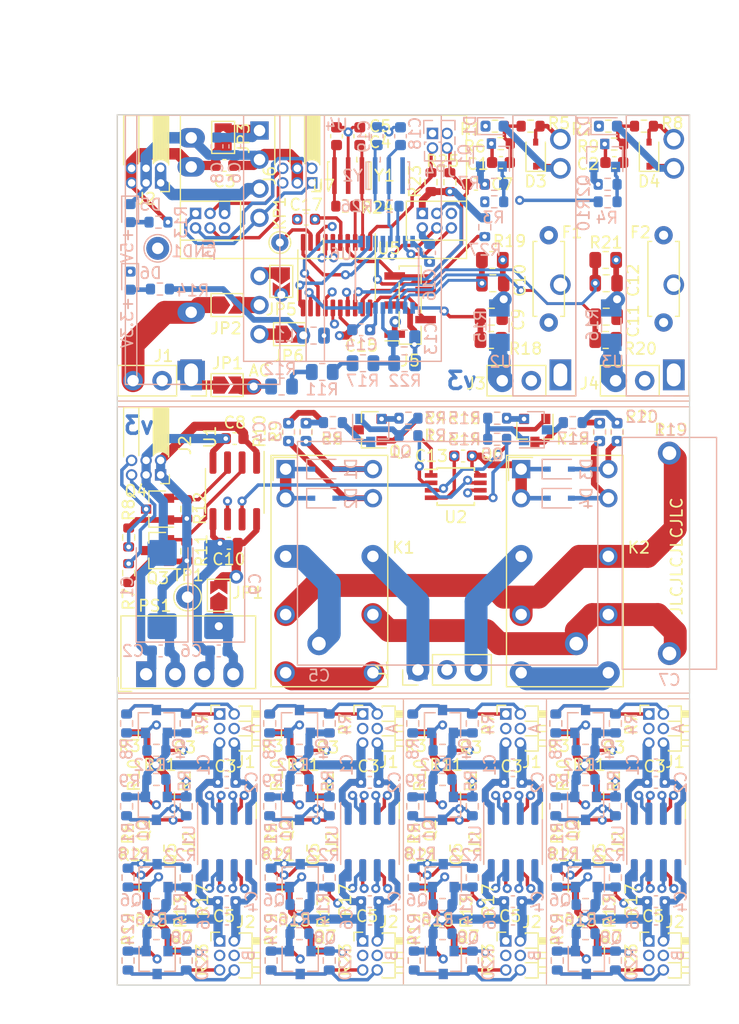
<source format=kicad_pcb>
(kicad_pcb (version 20171130) (host pcbnew "(5.1.10)-1")
  (layers (0 F.Cu signal) (1 In1.Cu signal) (2 In2.Cu signal) (31 B.Cu signal) (34 B.Paste user) (35 F.Paste user) (36 B.SilkS user) (37 F.SilkS user) (38 B.Mask user) (39 F.Mask user) (44 Edge.Cuts user))
  (net 0 "")
  (net 1 +5P)
  (net 2 GND1)
  (net 3 GNDPWR)
  (net 4 +5VP)
  (net 5 "Net-(D3-Pad2)")
  (net 6 "Net-(D4-Pad2)")
  (net 7 "Net-(F1-Pad2)")
  (net 8 AC)
  (net 9 "Net-(F2-Pad2)")
  (net 10 /Load1N)
  (net 11 /Load2N)
  (net 12 /I2C_Int)
  (net 13 /scl0)
  (net 14 /sda0)
  (net 15 /+5V_state)
  (net 16 "Net-(J1-Pad1)")
  (net 17 "Net-(J3-Pad1)")
  (net 18 "Net-(J4-Pad1)")
  (net 19 +3.3VP)
  (net 20 "Net-(D5-Pad2)")
  (net 21 "Net-(C5-Pad1)")
  (net 22 /nRst)
  (net 23 "Net-(C9-Pad2)")
  (net 24 "Net-(C10-Pad1)")
  (net 25 "Net-(C11-Pad2)")
  (net 26 "Net-(C12-Pad1)")
  (net 27 "Net-(C13-Pad2)")
  (net 28 "Net-(C18-Pad2)")
  (net 29 /SWDIO)
  (net 30 /SWCLK)
  (net 31 /L1_o1_nEn)
  (net 32 /L1_o2_nEn)
  (net 33 /SPI_MOSI)
  (net 34 /SPI_MISO)
  (net 35 /SPI_SCLK)
  (net 36 /SPI_SSEL)
  (net 37 /Int)
  (net 38 "Net-(C1-Pad2)")
  (net 39 "Net-(C1-Pad1)")
  (net 40 "Net-(C2-Pad2)")
  (net 41 "Net-(C2-Pad1)")
  (net 42 "Net-(D1-Pad1)")
  (net 43 "Net-(D2-Pad1)")
  (net 44 "Net-(Q1-Pad1)")
  (net 45 "Net-(Q2-Pad1)")
  (net 46 +5V)
  (net 47 "Net-(C4-Pad1)")
  (net 48 "Net-(C6-Pad2)")
  (net 49 "Net-(C14-Pad2)")
  (net 50 "Net-(C17-Pad2)")
  (net 51 "Net-(D6-Pad2)")
  (net 52 "Net-(J1-Pad3)")
  (net 53 "Net-(JP6-Pad1)")
  (net 54 "Net-(R11-Pad2)")
  (net 55 "Net-(R11-Pad1)")
  (net 56 "Net-(R24-Pad2)")
  (net 57 "Net-(R26-Pad1)")
  (net 58 "Net-(R27-Pad2)")
  (net 59 "Net-(KP1-Pad1)")
  (net 60 "Net-(JP5-Pad1)")
  (net 61 "Net-(JP4-Pad2)")
  (net 62 /I2C_SDA)
  (net 63 /I2C_SCL)
  (net 64 /+5V_valid)
  (net 65 "Net-(C19-Pad2)")
  (net 66 "Net-(C3-Pad2)")
  (net 67 "Net-(C3-Pad1)")
  (net 68 "Net-(C4-Pad2)")
  (net 69 "Net-(C11-Pad1)")
  (net 70 GND2)
  (net 71 "Net-(K1-Pad8)")
  (net 72 "Net-(K2-Pad8)")
  (net 73 "Net-(Q5-Pad1)")
  (net 74 "Net-(Q6-Pad1)")
  (net 75 /K1_set)
  (net 76 /K1_rst)
  (net 77 /K2_set)
  (net 78 /K2_rst)
  (net 79 "Net-(Q5-Pad3)")
  (net 80 "Net-(Q6-Pad3)")
  (net 81 "Net-(C5-Pad2)")
  (net 82 "Net-(C7-Pad1)")
  (net 83 "Net-(C12-Pad2)")
  (net 84 "Net-(Q1-Pad3)")
  (net 85 "Net-(Q2-Pad3)")
  (net 86 "Net-(Q3-Pad2)")
  (net 87 "Net-(Q4-Pad2)")
  (net 88 VCC)
  (net 89 GND)
  (net 90 VCCQ)
  (net 91 /inb)
  (net 92 /outa)
  (net 93 /SCL)
  (net 94 /SDA)
  (net 95 /outb)
  (net 96 /ina)
  (net 97 /SCLq)
  (net 98 /SDAq)
  (net 99 "Net-(Q1-Pad2)")
  (net 100 "Net-(Q2-Pad2)")
  (net 101 "Net-(Q5-Pad2)")
  (net 102 "Net-(Q6-Pad2)")
  (net 103 "Net-(Q7-Pad2)")
  (net 104 "Net-(Q8-Pad2)")
  (module Capacitor_SMD:C_0603_1608Metric (layer B.Cu) (at 95.166 109.169 180)
    (fp_text reference C1 (at 2.019 0 270) (layer B.SilkS) (effects (justify mirror)))
    (fp_text value 1uF)
    (pad 1 smd roundrect (at -0.775 0 180) (size 0.9 0.95) (layers B.Cu B.Paste B.Mask) (net 89 GND))
    (pad 2 smd roundrect (at 0.775 0 180) (size 0.9 0.95) (layers B.Cu B.Paste B.Mask) (net 88 VCC))
  )
  (module Capacitor_SMD:C_0603_1608Metric (layer B.Cu) (at 82.666 109.169 180)
    (fp_text reference C1 (at 2.019 0 270) (layer B.SilkS) (effects (justify mirror)))
    (fp_text value 1uF)
    (pad 1 smd roundrect (at -0.775 0 180) (size 0.9 0.95) (layers B.Cu B.Paste B.Mask) (net 89 GND))
    (pad 2 smd roundrect (at 0.775 0 180) (size 0.9 0.95) (layers B.Cu B.Paste B.Mask) (net 88 VCC))
  )
  (module Capacitor_SMD:C_0603_1608Metric (layer B.Cu) (at 70.166 109.169 180)
    (fp_text reference C1 (at 2.019 0 270) (layer B.SilkS) (effects (justify mirror)))
    (fp_text value 1uF)
    (pad 1 smd roundrect (at -0.775 0 180) (size 0.9 0.95) (layers B.Cu B.Paste B.Mask) (net 89 GND))
    (pad 2 smd roundrect (at 0.775 0 180) (size 0.9 0.95) (layers B.Cu B.Paste B.Mask) (net 88 VCC))
  )
  (module Capacitor_SMD:C_0603_1608Metric (layer B.Cu) (at 95.166 110.693 180)
    (fp_text reference C2 (at -2.172 0 270) (layer B.SilkS) (effects (justify mirror)))
    (fp_text value 100nF)
    (pad 1 smd roundrect (at -0.775 0 180) (size 0.9 0.95) (layers B.Cu B.Paste B.Mask) (net 89 GND))
    (pad 2 smd roundrect (at 0.775 0 180) (size 0.9 0.95) (layers B.Cu B.Paste B.Mask) (net 88 VCC))
  )
  (module Capacitor_SMD:C_0603_1608Metric (layer B.Cu) (at 82.666 110.693 180)
    (fp_text reference C2 (at -2.172 0 270) (layer B.SilkS) (effects (justify mirror)))
    (fp_text value 100nF)
    (pad 1 smd roundrect (at -0.775 0 180) (size 0.9 0.95) (layers B.Cu B.Paste B.Mask) (net 89 GND))
    (pad 2 smd roundrect (at 0.775 0 180) (size 0.9 0.95) (layers B.Cu B.Paste B.Mask) (net 88 VCC))
  )
  (module Capacitor_SMD:C_0603_1608Metric (layer B.Cu) (at 70.166 110.693 180)
    (fp_text reference C2 (at -2.172 0 270) (layer B.SilkS) (effects (justify mirror)))
    (fp_text value 100nF)
    (pad 1 smd roundrect (at -0.775 0 180) (size 0.9 0.95) (layers B.Cu B.Paste B.Mask) (net 89 GND))
    (pad 2 smd roundrect (at 0.775 0 180) (size 0.9 0.95) (layers B.Cu B.Paste B.Mask) (net 88 VCC))
  )
  (module Capacitor_SMD:C_0603_1608Metric (layer F.Cu) (at 95.166 110.693 180)
    (fp_text reference C3 (at 0.114 1.397 180) (layer F.SilkS))
    (fp_text value 100nF)
    (pad 1 smd roundrect (at -0.775 0 180) (size 0.9 0.95) (layers F.Cu F.Paste F.Mask) (net 89 GND))
    (pad 2 smd roundrect (at 0.775 0 180) (size 0.9 0.95) (layers F.Cu F.Paste F.Mask) (net 88 VCC))
  )
  (module Capacitor_SMD:C_0603_1608Metric (layer F.Cu) (at 82.666 110.693 180)
    (fp_text reference C3 (at 0.114 1.397 180) (layer F.SilkS))
    (fp_text value 100nF)
    (pad 1 smd roundrect (at -0.775 0 180) (size 0.9 0.95) (layers F.Cu F.Paste F.Mask) (net 89 GND))
    (pad 2 smd roundrect (at 0.775 0 180) (size 0.9 0.95) (layers F.Cu F.Paste F.Mask) (net 88 VCC))
  )
  (module Capacitor_SMD:C_0603_1608Metric (layer F.Cu) (at 70.166 110.693 180)
    (fp_text reference C3 (at 0.114 1.397 180) (layer F.SilkS))
    (fp_text value 100nF)
    (pad 1 smd roundrect (at -0.775 0 180) (size 0.9 0.95) (layers F.Cu F.Paste F.Mask) (net 89 GND))
    (pad 2 smd roundrect (at 0.775 0 180) (size 0.9 0.95) (layers F.Cu F.Paste F.Mask) (net 88 VCC))
  )
  (module Capacitor_SMD:C_0603_1608Metric (layer B.Cu) (at 95.166 121.107 180)
    (fp_text reference C4 (at -2.172 0 90) (layer B.SilkS) (effects (justify mirror)))
    (fp_text value 100nF)
    (pad 1 smd roundrect (at -0.775 0 180) (size 0.9 0.95) (layers B.Cu B.Paste B.Mask) (net 70 GND2))
    (pad 2 smd roundrect (at 0.775 0 180) (size 0.9 0.95) (layers B.Cu B.Paste B.Mask) (net 90 VCCQ))
  )
  (module Capacitor_SMD:C_0603_1608Metric (layer B.Cu) (at 82.666 121.107 180)
    (fp_text reference C4 (at -2.172 0 90) (layer B.SilkS) (effects (justify mirror)))
    (fp_text value 100nF)
    (pad 1 smd roundrect (at -0.775 0 180) (size 0.9 0.95) (layers B.Cu B.Paste B.Mask) (net 70 GND2))
    (pad 2 smd roundrect (at 0.775 0 180) (size 0.9 0.95) (layers B.Cu B.Paste B.Mask) (net 90 VCCQ))
  )
  (module Capacitor_SMD:C_0603_1608Metric (layer B.Cu) (at 70.166 121.107 180)
    (fp_text reference C4 (at -2.172 0 90) (layer B.SilkS) (effects (justify mirror)))
    (fp_text value 100nF)
    (pad 1 smd roundrect (at -0.775 0 180) (size 0.9 0.95) (layers B.Cu B.Paste B.Mask) (net 70 GND2))
    (pad 2 smd roundrect (at 0.775 0 180) (size 0.9 0.95) (layers B.Cu B.Paste B.Mask) (net 90 VCCQ))
  )
  (module Capacitor_SMD:C_0603_1608Metric (layer F.Cu) (at 95.166 121.107 180)
    (fp_text reference C5 (at 0.241 -1.27 180) (layer F.SilkS))
    (fp_text value 100nF)
    (pad 1 smd roundrect (at -0.775 0 180) (size 0.9 0.95) (layers F.Cu F.Paste F.Mask) (net 70 GND2))
    (pad 2 smd roundrect (at 0.775 0 180) (size 0.9 0.95) (layers F.Cu F.Paste F.Mask) (net 90 VCCQ))
  )
  (module Capacitor_SMD:C_0603_1608Metric (layer F.Cu) (at 82.666 121.107 180)
    (fp_text reference C5 (at 0.241 -1.27 180) (layer F.SilkS))
    (fp_text value 100nF)
    (pad 1 smd roundrect (at -0.775 0 180) (size 0.9 0.95) (layers F.Cu F.Paste F.Mask) (net 70 GND2))
    (pad 2 smd roundrect (at 0.775 0 180) (size 0.9 0.95) (layers F.Cu F.Paste F.Mask) (net 90 VCCQ))
  )
  (module Capacitor_SMD:C_0603_1608Metric (layer F.Cu) (at 70.166 121.107 180)
    (fp_text reference C5 (at 0.241 -1.27 180) (layer F.SilkS))
    (fp_text value 100nF)
    (pad 1 smd roundrect (at -0.775 0 180) (size 0.9 0.95) (layers F.Cu F.Paste F.Mask) (net 70 GND2))
    (pad 2 smd roundrect (at 0.775 0 180) (size 0.9 0.95) (layers F.Cu F.Paste F.Mask) (net 90 VCCQ))
  )
  (module Capacitor_SMD:C_0603_1608Metric (layer B.Cu) (at 95.179 122.631 180)
    (fp_text reference C6 (at 2.032 0 90) (layer B.SilkS) (effects (justify mirror)))
    (fp_text value 1uF)
    (pad 1 smd roundrect (at -0.775 0 180) (size 0.9 0.95) (layers B.Cu B.Paste B.Mask) (net 70 GND2))
    (pad 2 smd roundrect (at 0.775 0 180) (size 0.9 0.95) (layers B.Cu B.Paste B.Mask) (net 90 VCCQ))
  )
  (module Capacitor_SMD:C_0603_1608Metric (layer B.Cu) (at 82.679 122.631 180)
    (fp_text reference C6 (at 2.032 0 90) (layer B.SilkS) (effects (justify mirror)))
    (fp_text value 1uF)
    (pad 1 smd roundrect (at -0.775 0 180) (size 0.9 0.95) (layers B.Cu B.Paste B.Mask) (net 70 GND2))
    (pad 2 smd roundrect (at 0.775 0 180) (size 0.9 0.95) (layers B.Cu B.Paste B.Mask) (net 90 VCCQ))
  )
  (module Capacitor_SMD:C_0603_1608Metric (layer B.Cu) (at 70.179 122.631 180)
    (fp_text reference C6 (at 2.032 0 90) (layer B.SilkS) (effects (justify mirror)))
    (fp_text value 1uF)
    (pad 1 smd roundrect (at -0.775 0 180) (size 0.9 0.95) (layers B.Cu B.Paste B.Mask) (net 70 GND2))
    (pad 2 smd roundrect (at 0.775 0 180) (size 0.9 0.95) (layers B.Cu B.Paste B.Mask) (net 90 VCCQ))
  )
  (module Package_TO_SOT_SMD:SOT-23 (layer B.Cu) (at 89.022 112.963 270)
    (fp_text reference Q1 (at 1.921 1.209 270) (layer B.SilkS) (effects (justify mirror)))
    (fp_text value BSS138)
    (pad 1 smd rect (at -1 0.95 270) (size 0.9 0.8) (layers B.Cu B.Paste B.Mask) (net 88 VCC))
    (pad 2 smd rect (at -1 -0.95 270) (size 0.9 0.8) (layers B.Cu B.Paste B.Mask) (net 99 "Net-(Q1-Pad2)"))
    (pad 3 smd rect (at 1 0 270) (size 0.9 0.8) (layers B.Cu B.Paste B.Mask) (net 94 /SDA))
  )
  (module Package_TO_SOT_SMD:SOT-23 (layer B.Cu) (at 76.522 112.963 270)
    (fp_text reference Q1 (at 1.921 1.209 270) (layer B.SilkS) (effects (justify mirror)))
    (fp_text value BSS138)
    (pad 1 smd rect (at -1 0.95 270) (size 0.9 0.8) (layers B.Cu B.Paste B.Mask) (net 88 VCC))
    (pad 2 smd rect (at -1 -0.95 270) (size 0.9 0.8) (layers B.Cu B.Paste B.Mask) (net 99 "Net-(Q1-Pad2)"))
    (pad 3 smd rect (at 1 0 270) (size 0.9 0.8) (layers B.Cu B.Paste B.Mask) (net 94 /SDA))
  )
  (module Package_TO_SOT_SMD:SOT-23 (layer B.Cu) (at 64.022 112.963 270)
    (fp_text reference Q1 (at 1.921 1.209 270) (layer B.SilkS) (effects (justify mirror)))
    (fp_text value BSS138)
    (pad 1 smd rect (at -1 0.95 270) (size 0.9 0.8) (layers B.Cu B.Paste B.Mask) (net 88 VCC))
    (pad 2 smd rect (at -1 -0.95 270) (size 0.9 0.8) (layers B.Cu B.Paste B.Mask) (net 99 "Net-(Q1-Pad2)"))
    (pad 3 smd rect (at 1 0 270) (size 0.9 0.8) (layers B.Cu B.Paste B.Mask) (net 94 /SDA))
  )
  (module Package_TO_SOT_SMD:SOT-23 (layer F.Cu) (at 89.017 112.963 270)
    (fp_text reference Q2 (at 1.921 1.077 90) (layer F.SilkS))
    (fp_text value BSS138)
    (pad 1 smd rect (at -1 -0.95 270) (size 0.9 0.8) (layers F.Cu F.Paste F.Mask) (net 88 VCC))
    (pad 2 smd rect (at -1 0.95 270) (size 0.9 0.8) (layers F.Cu F.Paste F.Mask) (net 100 "Net-(Q2-Pad2)"))
    (pad 3 smd rect (at 1 0 270) (size 0.9 0.8) (layers F.Cu F.Paste F.Mask) (net 93 /SCL))
  )
  (module Package_TO_SOT_SMD:SOT-23 (layer F.Cu) (at 76.517 112.963 270)
    (fp_text reference Q2 (at 1.921 1.077 90) (layer F.SilkS))
    (fp_text value BSS138)
    (pad 1 smd rect (at -1 -0.95 270) (size 0.9 0.8) (layers F.Cu F.Paste F.Mask) (net 88 VCC))
    (pad 2 smd rect (at -1 0.95 270) (size 0.9 0.8) (layers F.Cu F.Paste F.Mask) (net 100 "Net-(Q2-Pad2)"))
    (pad 3 smd rect (at 1 0 270) (size 0.9 0.8) (layers F.Cu F.Paste F.Mask) (net 93 /SCL))
  )
  (module Package_TO_SOT_SMD:SOT-23 (layer F.Cu) (at 64.017 112.963 270)
    (fp_text reference Q2 (at 1.921 1.077 90) (layer F.SilkS))
    (fp_text value BSS138)
    (pad 1 smd rect (at -1 -0.95 270) (size 0.9 0.8) (layers F.Cu F.Paste F.Mask) (net 88 VCC))
    (pad 2 smd rect (at -1 0.95 270) (size 0.9 0.8) (layers F.Cu F.Paste F.Mask) (net 100 "Net-(Q2-Pad2)"))
    (pad 3 smd rect (at 1 0 270) (size 0.9 0.8) (layers F.Cu F.Paste F.Mask) (net 93 /SCL))
  )
  (module Package_TO_SOT_SMD:SOT-23 (layer F.Cu) (at 89.022 105.375 90)
    (fp_text reference Q3 (at -2.27 2.474) (layer F.SilkS))
    (fp_text value BSS138)
    (pad 1 smd rect (at -1 -0.95 90) (size 0.9 0.8) (layers F.Cu F.Paste F.Mask) (net 88 VCC))
    (pad 2 smd rect (at -1 0.95 90) (size 0.9 0.8) (layers F.Cu F.Paste F.Mask) (net 86 "Net-(Q3-Pad2)"))
    (pad 3 smd rect (at 1 0 90) (size 0.9 0.8) (layers F.Cu F.Paste F.Mask) (net 96 /ina))
  )
  (module Package_TO_SOT_SMD:SOT-23 (layer F.Cu) (at 76.522 105.375 90)
    (fp_text reference Q3 (at -2.27 2.474) (layer F.SilkS))
    (fp_text value BSS138)
    (pad 1 smd rect (at -1 -0.95 90) (size 0.9 0.8) (layers F.Cu F.Paste F.Mask) (net 88 VCC))
    (pad 2 smd rect (at -1 0.95 90) (size 0.9 0.8) (layers F.Cu F.Paste F.Mask) (net 86 "Net-(Q3-Pad2)"))
    (pad 3 smd rect (at 1 0 90) (size 0.9 0.8) (layers F.Cu F.Paste F.Mask) (net 96 /ina))
  )
  (module Package_TO_SOT_SMD:SOT-23 (layer F.Cu) (at 64.022 105.375 90)
    (fp_text reference Q3 (at -2.27 2.474) (layer F.SilkS))
    (fp_text value BSS138)
    (pad 1 smd rect (at -1 -0.95 90) (size 0.9 0.8) (layers F.Cu F.Paste F.Mask) (net 88 VCC))
    (pad 2 smd rect (at -1 0.95 90) (size 0.9 0.8) (layers F.Cu F.Paste F.Mask) (net 86 "Net-(Q3-Pad2)"))
    (pad 3 smd rect (at 1 0 90) (size 0.9 0.8) (layers F.Cu F.Paste F.Mask) (net 96 /ina))
  )
  (module Package_TO_SOT_SMD:SOT-23 (layer B.Cu) (at 89.022 105.375 90)
    (fp_text reference Q4 (at -2.397 1.966 270) (layer B.SilkS) (effects (justify mirror)))
    (fp_text value BSS138)
    (pad 1 smd rect (at -1 0.95 90) (size 0.9 0.8) (layers B.Cu B.Paste B.Mask) (net 88 VCC))
    (pad 2 smd rect (at -1 -0.95 90) (size 0.9 0.8) (layers B.Cu B.Paste B.Mask) (net 87 "Net-(Q4-Pad2)"))
    (pad 3 smd rect (at 1 0 90) (size 0.9 0.8) (layers B.Cu B.Paste B.Mask) (net 95 /outb))
  )
  (module Package_TO_SOT_SMD:SOT-23 (layer B.Cu) (at 76.522 105.375 90)
    (fp_text reference Q4 (at -2.397 1.966 270) (layer B.SilkS) (effects (justify mirror)))
    (fp_text value BSS138)
    (pad 1 smd rect (at -1 0.95 90) (size 0.9 0.8) (layers B.Cu B.Paste B.Mask) (net 88 VCC))
    (pad 2 smd rect (at -1 -0.95 90) (size 0.9 0.8) (layers B.Cu B.Paste B.Mask) (net 87 "Net-(Q4-Pad2)"))
    (pad 3 smd rect (at 1 0 90) (size 0.9 0.8) (layers B.Cu B.Paste B.Mask) (net 95 /outb))
  )
  (module Package_TO_SOT_SMD:SOT-23 (layer B.Cu) (at 64.022 105.375 90)
    (fp_text reference Q4 (at -2.397 1.966 270) (layer B.SilkS) (effects (justify mirror)))
    (fp_text value BSS138)
    (pad 1 smd rect (at -1 0.95 90) (size 0.9 0.8) (layers B.Cu B.Paste B.Mask) (net 88 VCC))
    (pad 2 smd rect (at -1 -0.95 90) (size 0.9 0.8) (layers B.Cu B.Paste B.Mask) (net 87 "Net-(Q4-Pad2)"))
    (pad 3 smd rect (at 1 0 90) (size 0.9 0.8) (layers B.Cu B.Paste B.Mask) (net 95 /outb))
  )
  (module Package_TO_SOT_SMD:SOT-23 (layer F.Cu) (at 89.083 118.837 90)
    (fp_text reference Q5 (at 1.889 1.143 90) (layer F.SilkS))
    (fp_text value BSS138)
    (pad 1 smd rect (at -1 -0.95 90) (size 0.9 0.8) (layers F.Cu F.Paste F.Mask) (net 90 VCCQ))
    (pad 2 smd rect (at -1 0.95 90) (size 0.9 0.8) (layers F.Cu F.Paste F.Mask) (net 101 "Net-(Q5-Pad2)"))
    (pad 3 smd rect (at 1 0 90) (size 0.9 0.8) (layers F.Cu F.Paste F.Mask) (net 98 /SDAq))
  )
  (module Package_TO_SOT_SMD:SOT-23 (layer F.Cu) (at 76.583 118.837 90)
    (fp_text reference Q5 (at 1.889 1.143 90) (layer F.SilkS))
    (fp_text value BSS138)
    (pad 1 smd rect (at -1 -0.95 90) (size 0.9 0.8) (layers F.Cu F.Paste F.Mask) (net 90 VCCQ))
    (pad 2 smd rect (at -1 0.95 90) (size 0.9 0.8) (layers F.Cu F.Paste F.Mask) (net 101 "Net-(Q5-Pad2)"))
    (pad 3 smd rect (at 1 0 90) (size 0.9 0.8) (layers F.Cu F.Paste F.Mask) (net 98 /SDAq))
  )
  (module Package_TO_SOT_SMD:SOT-23 (layer F.Cu) (at 64.083 118.837 90)
    (fp_text reference Q5 (at 1.889 1.143 90) (layer F.SilkS))
    (fp_text value BSS138)
    (pad 1 smd rect (at -1 -0.95 90) (size 0.9 0.8) (layers F.Cu F.Paste F.Mask) (net 90 VCCQ))
    (pad 2 smd rect (at -1 0.95 90) (size 0.9 0.8) (layers F.Cu F.Paste F.Mask) (net 101 "Net-(Q5-Pad2)"))
    (pad 3 smd rect (at 1 0 90) (size 0.9 0.8) (layers F.Cu F.Paste F.Mask) (net 98 /SDAq))
  )
  (module Package_TO_SOT_SMD:SOT-23 (layer B.Cu) (at 89.083 118.837 90)
    (fp_text reference Q6 (at -2.143 -2.286 180) (layer B.SilkS) (effects (justify mirror)))
    (fp_text value BSS138)
    (pad 1 smd rect (at -1 0.95 90) (size 0.9 0.8) (layers B.Cu B.Paste B.Mask) (net 90 VCCQ))
    (pad 2 smd rect (at -1 -0.95 90) (size 0.9 0.8) (layers B.Cu B.Paste B.Mask) (net 102 "Net-(Q6-Pad2)"))
    (pad 3 smd rect (at 1 0 90) (size 0.9 0.8) (layers B.Cu B.Paste B.Mask) (net 97 /SCLq))
  )
  (module Package_TO_SOT_SMD:SOT-23 (layer B.Cu) (at 76.583 118.837 90)
    (fp_text reference Q6 (at -2.143 -2.286 180) (layer B.SilkS) (effects (justify mirror)))
    (fp_text value BSS138)
    (pad 1 smd rect (at -1 0.95 90) (size 0.9 0.8) (layers B.Cu B.Paste B.Mask) (net 90 VCCQ))
    (pad 2 smd rect (at -1 -0.95 90) (size 0.9 0.8) (layers B.Cu B.Paste B.Mask) (net 102 "Net-(Q6-Pad2)"))
    (pad 3 smd rect (at 1 0 90) (size 0.9 0.8) (layers B.Cu B.Paste B.Mask) (net 97 /SCLq))
  )
  (module Package_TO_SOT_SMD:SOT-23 (layer B.Cu) (at 64.083 118.837 90)
    (fp_text reference Q6 (at -2.143 -2.286 180) (layer B.SilkS) (effects (justify mirror)))
    (fp_text value BSS138)
    (pad 1 smd rect (at -1 0.95 90) (size 0.9 0.8) (layers B.Cu B.Paste B.Mask) (net 90 VCCQ))
    (pad 2 smd rect (at -1 -0.95 90) (size 0.9 0.8) (layers B.Cu B.Paste B.Mask) (net 102 "Net-(Q6-Pad2)"))
    (pad 3 smd rect (at 1 0 90) (size 0.9 0.8) (layers B.Cu B.Paste B.Mask) (net 97 /SCLq))
  )
  (module Package_TO_SOT_SMD:SOT-23 (layer F.Cu) (at 89.083 126.425 270)
    (fp_text reference Q7 (at -2.27 -2.159) (layer F.SilkS))
    (fp_text value BSS138)
    (pad 3 smd rect (at 1 0 270) (size 0.9 0.8) (layers F.Cu F.Paste F.Mask) (net 92 /outa))
    (pad 2 smd rect (at -1 0.95 270) (size 0.9 0.8) (layers F.Cu F.Paste F.Mask) (net 103 "Net-(Q7-Pad2)"))
    (pad 1 smd rect (at -1 -0.95 270) (size 0.9 0.8) (layers F.Cu F.Paste F.Mask) (net 90 VCCQ))
  )
  (module Package_TO_SOT_SMD:SOT-23 (layer F.Cu) (at 76.583 126.425 270)
    (fp_text reference Q7 (at -2.27 -2.159) (layer F.SilkS))
    (fp_text value BSS138)
    (pad 3 smd rect (at 1 0 270) (size 0.9 0.8) (layers F.Cu F.Paste F.Mask) (net 92 /outa))
    (pad 2 smd rect (at -1 0.95 270) (size 0.9 0.8) (layers F.Cu F.Paste F.Mask) (net 103 "Net-(Q7-Pad2)"))
    (pad 1 smd rect (at -1 -0.95 270) (size 0.9 0.8) (layers F.Cu F.Paste F.Mask) (net 90 VCCQ))
  )
  (module Package_TO_SOT_SMD:SOT-23 (layer F.Cu) (at 64.083 126.425 270)
    (fp_text reference Q7 (at -2.27 -2.159) (layer F.SilkS))
    (fp_text value BSS138)
    (pad 3 smd rect (at 1 0 270) (size 0.9 0.8) (layers F.Cu F.Paste F.Mask) (net 92 /outa))
    (pad 2 smd rect (at -1 0.95 270) (size 0.9 0.8) (layers F.Cu F.Paste F.Mask) (net 103 "Net-(Q7-Pad2)"))
    (pad 1 smd rect (at -1 -0.95 270) (size 0.9 0.8) (layers F.Cu F.Paste F.Mask) (net 90 VCCQ))
  )
  (module Package_TO_SOT_SMD:SOT-23 (layer B.Cu) (at 89.083 126.425 270)
    (fp_text reference Q8 (at -2.143 -2.159) (layer B.SilkS) (effects (justify mirror)))
    (fp_text value BSS138)
    (pad 1 smd rect (at -1 0.95 270) (size 0.9 0.8) (layers B.Cu B.Paste B.Mask) (net 90 VCCQ))
    (pad 2 smd rect (at -1 -0.95 270) (size 0.9 0.8) (layers B.Cu B.Paste B.Mask) (net 104 "Net-(Q8-Pad2)"))
    (pad 3 smd rect (at 1 0 270) (size 0.9 0.8) (layers B.Cu B.Paste B.Mask) (net 91 /inb))
  )
  (module Package_TO_SOT_SMD:SOT-23 (layer B.Cu) (at 76.583 126.425 270)
    (fp_text reference Q8 (at -2.143 -2.159) (layer B.SilkS) (effects (justify mirror)))
    (fp_text value BSS138)
    (pad 1 smd rect (at -1 0.95 270) (size 0.9 0.8) (layers B.Cu B.Paste B.Mask) (net 90 VCCQ))
    (pad 2 smd rect (at -1 -0.95 270) (size 0.9 0.8) (layers B.Cu B.Paste B.Mask) (net 104 "Net-(Q8-Pad2)"))
    (pad 3 smd rect (at 1 0 270) (size 0.9 0.8) (layers B.Cu B.Paste B.Mask) (net 91 /inb))
  )
  (module Package_TO_SOT_SMD:SOT-23 (layer B.Cu) (at 64.083 126.425 270)
    (fp_text reference Q8 (at -2.143 -2.159) (layer B.SilkS) (effects (justify mirror)))
    (fp_text value BSS138)
    (pad 1 smd rect (at -1 0.95 270) (size 0.9 0.8) (layers B.Cu B.Paste B.Mask) (net 90 VCCQ))
    (pad 2 smd rect (at -1 -0.95 270) (size 0.9 0.8) (layers B.Cu B.Paste B.Mask) (net 104 "Net-(Q8-Pad2)"))
    (pad 3 smd rect (at 1 0 270) (size 0.9 0.8) (layers B.Cu B.Paste B.Mask) (net 91 /inb))
  )
  (module Resistor_SMD:R_0603_1608Metric (layer B.Cu) (at 86.416 112.788 90)
    (fp_text reference R1 (at -2.35 0.127 90) (layer B.SilkS) (effects (justify mirror)))
    (fp_text value 2.2M)
    (pad 1 smd roundrect (at -0.825 0 90) (size 0.8 0.95) (layers B.Cu B.Paste B.Mask) (net 94 /SDA))
    (pad 2 smd roundrect (at 0.825 0 90) (size 0.8 0.95) (layers B.Cu B.Paste B.Mask) (net 88 VCC))
  )
  (module Resistor_SMD:R_0603_1608Metric (layer B.Cu) (at 73.916 112.788 90)
    (fp_text reference R1 (at -2.35 0.127 90) (layer B.SilkS) (effects (justify mirror)))
    (fp_text value 2.2M)
    (pad 1 smd roundrect (at -0.825 0 90) (size 0.8 0.95) (layers B.Cu B.Paste B.Mask) (net 94 /SDA))
    (pad 2 smd roundrect (at 0.825 0 90) (size 0.8 0.95) (layers B.Cu B.Paste B.Mask) (net 88 VCC))
  )
  (module Resistor_SMD:R_0603_1608Metric (layer B.Cu) (at 61.416 112.788 90)
    (fp_text reference R1 (at -2.35 0.127 90) (layer B.SilkS) (effects (justify mirror)))
    (fp_text value 2.2M)
    (pad 1 smd roundrect (at -0.825 0 90) (size 0.8 0.95) (layers B.Cu B.Paste B.Mask) (net 94 /SDA))
    (pad 2 smd roundrect (at 0.825 0 90) (size 0.8 0.95) (layers B.Cu B.Paste B.Mask) (net 88 VCC))
  )
  (module Resistor_SMD:R_0603_1608Metric (layer F.Cu) (at 91.623 112.788 90)
    (fp_text reference R2 (at 2.222 -0.127 90) (layer F.SilkS))
    (fp_text value 2.2M)
    (pad 1 smd roundrect (at -0.825 0 90) (size 0.8 0.95) (layers F.Cu F.Paste F.Mask) (net 93 /SCL))
    (pad 2 smd roundrect (at 0.825 0 90) (size 0.8 0.95) (layers F.Cu F.Paste F.Mask) (net 88 VCC))
  )
  (module Resistor_SMD:R_0603_1608Metric (layer F.Cu) (at 79.123 112.788 90)
    (fp_text reference R2 (at 2.222 -0.127 90) (layer F.SilkS))
    (fp_text value 2.2M)
    (pad 1 smd roundrect (at -0.825 0 90) (size 0.8 0.95) (layers F.Cu F.Paste F.Mask) (net 93 /SCL))
    (pad 2 smd roundrect (at 0.825 0 90) (size 0.8 0.95) (layers F.Cu F.Paste F.Mask) (net 88 VCC))
  )
  (module Resistor_SMD:R_0603_1608Metric (layer F.Cu) (at 66.623 112.788 90)
    (fp_text reference R2 (at 2.222 -0.127 90) (layer F.SilkS))
    (fp_text value 2.2M)
    (pad 1 smd roundrect (at -0.825 0 90) (size 0.8 0.95) (layers F.Cu F.Paste F.Mask) (net 93 /SCL))
    (pad 2 smd roundrect (at 0.825 0 90) (size 0.8 0.95) (layers F.Cu F.Paste F.Mask) (net 88 VCC))
  )
  (module Resistor_SMD:R_0603_1608Metric (layer F.Cu) (at 86.416 105.55 270)
    (fp_text reference R3 (at 1.968 -0.254) (layer F.SilkS))
    (fp_text value 2.2M)
    (pad 1 smd roundrect (at -0.825 0 270) (size 0.8 0.95) (layers F.Cu F.Paste F.Mask) (net 96 /ina))
    (pad 2 smd roundrect (at 0.825 0 270) (size 0.8 0.95) (layers F.Cu F.Paste F.Mask) (net 88 VCC))
  )
  (module Resistor_SMD:R_0603_1608Metric (layer F.Cu) (at 73.916 105.55 270)
    (fp_text reference R3 (at 1.968 -0.254) (layer F.SilkS))
    (fp_text value 2.2M)
    (pad 1 smd roundrect (at -0.825 0 270) (size 0.8 0.95) (layers F.Cu F.Paste F.Mask) (net 96 /ina))
    (pad 2 smd roundrect (at 0.825 0 270) (size 0.8 0.95) (layers F.Cu F.Paste F.Mask) (net 88 VCC))
  )
  (module Resistor_SMD:R_0603_1608Metric (layer F.Cu) (at 61.416 105.55 270)
    (fp_text reference R3 (at 1.968 -0.254) (layer F.SilkS))
    (fp_text value 2.2M)
    (pad 1 smd roundrect (at -0.825 0 270) (size 0.8 0.95) (layers F.Cu F.Paste F.Mask) (net 96 /ina))
    (pad 2 smd roundrect (at 0.825 0 270) (size 0.8 0.95) (layers F.Cu F.Paste F.Mask) (net 88 VCC))
  )
  (module Resistor_SMD:R_0603_1608Metric (layer B.Cu) (at 91.623 105.55 270)
    (fp_text reference R4 (at 0.063 -1.397 90) (layer B.SilkS) (effects (justify mirror)))
    (fp_text value 2.2M)
    (pad 1 smd roundrect (at -0.825 0 270) (size 0.8 0.95) (layers B.Cu B.Paste B.Mask) (net 95 /outb))
    (pad 2 smd roundrect (at 0.825 0 270) (size 0.8 0.95) (layers B.Cu B.Paste B.Mask) (net 88 VCC))
  )
  (module Resistor_SMD:R_0603_1608Metric (layer B.Cu) (at 79.123 105.55 270)
    (fp_text reference R4 (at 0.063 -1.397 90) (layer B.SilkS) (effects (justify mirror)))
    (fp_text value 2.2M)
    (pad 1 smd roundrect (at -0.825 0 270) (size 0.8 0.95) (layers B.Cu B.Paste B.Mask) (net 95 /outb))
    (pad 2 smd roundrect (at 0.825 0 270) (size 0.8 0.95) (layers B.Cu B.Paste B.Mask) (net 88 VCC))
  )
  (module Resistor_SMD:R_0603_1608Metric (layer B.Cu) (at 66.623 105.55 270)
    (fp_text reference R4 (at 0.063 -1.397 90) (layer B.SilkS) (effects (justify mirror)))
    (fp_text value 2.2M)
    (pad 1 smd roundrect (at -0.825 0 270) (size 0.8 0.95) (layers B.Cu B.Paste B.Mask) (net 95 /outb))
    (pad 2 smd roundrect (at 0.825 0 270) (size 0.8 0.95) (layers B.Cu B.Paste B.Mask) (net 88 VCC))
  )
  (module Resistor_SMD:R_0603_1608Metric (layer B.Cu) (at 91.623 112.788 270)
    (fp_text reference R5 (at -2.222 0.127 90) (layer B.SilkS) (effects (justify mirror)))
    (fp_text value 0)
    (pad 1 smd roundrect (at -0.825 0 270) (size 0.8 0.95) (layers B.Cu B.Paste B.Mask) (net 99 "Net-(Q1-Pad2)"))
    (pad 2 smd roundrect (at 0.825 0 270) (size 0.8 0.95) (layers B.Cu B.Paste B.Mask) (net 94 /SDA))
  )
  (module Resistor_SMD:R_0603_1608Metric (layer B.Cu) (at 79.123 112.788 270)
    (fp_text reference R5 (at -2.222 0.127 90) (layer B.SilkS) (effects (justify mirror)))
    (fp_text value 0)
    (pad 1 smd roundrect (at -0.825 0 270) (size 0.8 0.95) (layers B.Cu B.Paste B.Mask) (net 99 "Net-(Q1-Pad2)"))
    (pad 2 smd roundrect (at 0.825 0 270) (size 0.8 0.95) (layers B.Cu B.Paste B.Mask) (net 94 /SDA))
  )
  (module Resistor_SMD:R_0603_1608Metric (layer B.Cu) (at 66.623 112.788 270)
    (fp_text reference R5 (at -2.222 0.127 90) (layer B.SilkS) (effects (justify mirror)))
    (fp_text value 0)
    (pad 1 smd roundrect (at -0.825 0 270) (size 0.8 0.95) (layers B.Cu B.Paste B.Mask) (net 99 "Net-(Q1-Pad2)"))
    (pad 2 smd roundrect (at 0.825 0 270) (size 0.8 0.95) (layers B.Cu B.Paste B.Mask) (net 94 /SDA))
  )
  (module Resistor_SMD:R_0603_1608Metric (layer F.Cu) (at 86.416 112.788 270)
    (fp_text reference R6 (at 2.35 -0.127 90) (layer F.SilkS))
    (fp_text value 0)
    (pad 1 smd roundrect (at -0.825 0 270) (size 0.8 0.95) (layers F.Cu F.Paste F.Mask) (net 100 "Net-(Q2-Pad2)"))
    (pad 2 smd roundrect (at 0.825 0 270) (size 0.8 0.95) (layers F.Cu F.Paste F.Mask) (net 93 /SCL))
  )
  (module Resistor_SMD:R_0603_1608Metric (layer F.Cu) (at 73.916 112.788 270)
    (fp_text reference R6 (at 2.35 -0.127 90) (layer F.SilkS))
    (fp_text value 0)
    (pad 1 smd roundrect (at -0.825 0 270) (size 0.8 0.95) (layers F.Cu F.Paste F.Mask) (net 100 "Net-(Q2-Pad2)"))
    (pad 2 smd roundrect (at 0.825 0 270) (size 0.8 0.95) (layers F.Cu F.Paste F.Mask) (net 93 /SCL))
  )
  (module Resistor_SMD:R_0603_1608Metric (layer F.Cu) (at 61.416 112.788 270)
    (fp_text reference R6 (at 2.35 -0.127 90) (layer F.SilkS))
    (fp_text value 0)
    (pad 1 smd roundrect (at -0.825 0 270) (size 0.8 0.95) (layers F.Cu F.Paste F.Mask) (net 100 "Net-(Q2-Pad2)"))
    (pad 2 smd roundrect (at 0.825 0 270) (size 0.8 0.95) (layers F.Cu F.Paste F.Mask) (net 93 /SCL))
  )
  (module Resistor_SMD:R_0603_1608Metric (layer F.Cu) (at 91.623 105.549 90)
    (fp_text reference R7 (at -0.064 1.397 270) (layer F.SilkS))
    (fp_text value 0)
    (pad 1 smd roundrect (at -0.825 0 90) (size 0.8 0.95) (layers F.Cu F.Paste F.Mask) (net 86 "Net-(Q3-Pad2)"))
    (pad 2 smd roundrect (at 0.825 0 90) (size 0.8 0.95) (layers F.Cu F.Paste F.Mask) (net 96 /ina))
  )
  (module Resistor_SMD:R_0603_1608Metric (layer F.Cu) (at 79.123 105.549 90)
    (fp_text reference R7 (at -0.064 1.397 270) (layer F.SilkS))
    (fp_text value 0)
    (pad 1 smd roundrect (at -0.825 0 90) (size 0.8 0.95) (layers F.Cu F.Paste F.Mask) (net 86 "Net-(Q3-Pad2)"))
    (pad 2 smd roundrect (at 0.825 0 90) (size 0.8 0.95) (layers F.Cu F.Paste F.Mask) (net 96 /ina))
  )
  (module Resistor_SMD:R_0603_1608Metric (layer F.Cu) (at 66.623 105.549 90)
    (fp_text reference R7 (at -0.064 1.397 270) (layer F.SilkS))
    (fp_text value 0)
    (pad 1 smd roundrect (at -0.825 0 90) (size 0.8 0.95) (layers F.Cu F.Paste F.Mask) (net 86 "Net-(Q3-Pad2)"))
    (pad 2 smd roundrect (at 0.825 0 90) (size 0.8 0.95) (layers F.Cu F.Paste F.Mask) (net 96 /ina))
  )
  (module Resistor_SMD:R_0603_1608Metric (layer B.Cu) (at 86.416 105.549 90)
    (fp_text reference R8 (at -2.223 0 90) (layer B.SilkS) (effects (justify mirror)))
    (fp_text value 0)
    (pad 1 smd roundrect (at -0.825 0 90) (size 0.8 0.95) (layers B.Cu B.Paste B.Mask) (net 87 "Net-(Q4-Pad2)"))
    (pad 2 smd roundrect (at 0.825 0 90) (size 0.8 0.95) (layers B.Cu B.Paste B.Mask) (net 95 /outb))
  )
  (module Resistor_SMD:R_0603_1608Metric (layer B.Cu) (at 73.916 105.549 90)
    (fp_text reference R8 (at -2.223 0 90) (layer B.SilkS) (effects (justify mirror)))
    (fp_text value 0)
    (pad 1 smd roundrect (at -0.825 0 90) (size 0.8 0.95) (layers B.Cu B.Paste B.Mask) (net 87 "Net-(Q4-Pad2)"))
    (pad 2 smd roundrect (at 0.825 0 90) (size 0.8 0.95) (layers B.Cu B.Paste B.Mask) (net 95 /outb))
  )
  (module Resistor_SMD:R_0603_1608Metric (layer B.Cu) (at 61.416 105.549 90)
    (fp_text reference R8 (at -2.223 0 90) (layer B.SilkS) (effects (justify mirror)))
    (fp_text value 0)
    (pad 1 smd roundrect (at -0.825 0 90) (size 0.8 0.95) (layers B.Cu B.Paste B.Mask) (net 87 "Net-(Q4-Pad2)"))
    (pad 2 smd roundrect (at 0.825 0 90) (size 0.8 0.95) (layers B.Cu B.Paste B.Mask) (net 95 /outb))
  )
  (module Resistor_SMD:R_0603_1608Metric (layer B.Cu) (at 89.019 110.439)
    (fp_text reference R9 (at -2.349 0.127 180) (layer B.SilkS) (effects (justify mirror)))
    (fp_text value 10k)
    (pad 1 smd roundrect (at -0.825 0) (size 0.8 0.95) (layers B.Cu B.Paste B.Mask) (net 88 VCC))
    (pad 2 smd roundrect (at 0.825 0) (size 0.8 0.95) (layers B.Cu B.Paste B.Mask) (net 99 "Net-(Q1-Pad2)"))
  )
  (module Resistor_SMD:R_0603_1608Metric (layer B.Cu) (at 76.519 110.439)
    (fp_text reference R9 (at -2.349 0.127 180) (layer B.SilkS) (effects (justify mirror)))
    (fp_text value 10k)
    (pad 1 smd roundrect (at -0.825 0) (size 0.8 0.95) (layers B.Cu B.Paste B.Mask) (net 88 VCC))
    (pad 2 smd roundrect (at 0.825 0) (size 0.8 0.95) (layers B.Cu B.Paste B.Mask) (net 99 "Net-(Q1-Pad2)"))
  )
  (module Resistor_SMD:R_0603_1608Metric (layer B.Cu) (at 64.019 110.439)
    (fp_text reference R9 (at -2.349 0.127 180) (layer B.SilkS) (effects (justify mirror)))
    (fp_text value 10k)
    (pad 1 smd roundrect (at -0.825 0) (size 0.8 0.95) (layers B.Cu B.Paste B.Mask) (net 88 VCC))
    (pad 2 smd roundrect (at 0.825 0) (size 0.8 0.95) (layers B.Cu B.Paste B.Mask) (net 99 "Net-(Q1-Pad2)"))
  )
  (module Resistor_SMD:R_0603_1608Metric (layer F.Cu) (at 89.02 110.439 180)
    (fp_text reference R10 (at 1.969 0.381 90) (layer F.SilkS))
    (fp_text value 10k)
    (pad 1 smd roundrect (at -0.825 0 180) (size 0.8 0.95) (layers F.Cu F.Paste F.Mask) (net 88 VCC))
    (pad 2 smd roundrect (at 0.825 0 180) (size 0.8 0.95) (layers F.Cu F.Paste F.Mask) (net 100 "Net-(Q2-Pad2)"))
  )
  (module Resistor_SMD:R_0603_1608Metric (layer F.Cu) (at 76.52 110.439 180)
    (fp_text reference R10 (at 1.969 0.381 90) (layer F.SilkS))
    (fp_text value 10k)
    (pad 1 smd roundrect (at -0.825 0 180) (size 0.8 0.95) (layers F.Cu F.Paste F.Mask) (net 88 VCC))
    (pad 2 smd roundrect (at 0.825 0 180) (size 0.8 0.95) (layers F.Cu F.Paste F.Mask) (net 100 "Net-(Q2-Pad2)"))
  )
  (module Resistor_SMD:R_0603_1608Metric (layer F.Cu) (at 64.02 110.439 180)
    (fp_text reference R10 (at 1.969 0.381 90) (layer F.SilkS))
    (fp_text value 10k)
    (pad 1 smd roundrect (at -0.825 0 180) (size 0.8 0.95) (layers F.Cu F.Paste F.Mask) (net 88 VCC))
    (pad 2 smd roundrect (at 0.825 0 180) (size 0.8 0.95) (layers F.Cu F.Paste F.Mask) (net 100 "Net-(Q2-Pad2)"))
  )
  (module Resistor_SMD:R_0603_1608Metric (layer F.Cu) (at 89.02 107.899)
    (fp_text reference R11 (at 0.317 1.27) (layer F.SilkS))
    (fp_text value 10k)
    (pad 1 smd roundrect (at -0.825 0) (size 0.8 0.95) (layers F.Cu F.Paste F.Mask) (net 88 VCC))
    (pad 2 smd roundrect (at 0.825 0) (size 0.8 0.95) (layers F.Cu F.Paste F.Mask) (net 86 "Net-(Q3-Pad2)"))
  )
  (module Resistor_SMD:R_0603_1608Metric (layer F.Cu) (at 76.52 107.899)
    (fp_text reference R11 (at 0.317 1.27) (layer F.SilkS))
    (fp_text value 10k)
    (pad 1 smd roundrect (at -0.825 0) (size 0.8 0.95) (layers F.Cu F.Paste F.Mask) (net 88 VCC))
    (pad 2 smd roundrect (at 0.825 0) (size 0.8 0.95) (layers F.Cu F.Paste F.Mask) (net 86 "Net-(Q3-Pad2)"))
  )
  (module Resistor_SMD:R_0603_1608Metric (layer F.Cu) (at 64.02 107.899)
    (fp_text reference R11 (at 0.317 1.27) (layer F.SilkS))
    (fp_text value 10k)
    (pad 1 smd roundrect (at -0.825 0) (size 0.8 0.95) (layers F.Cu F.Paste F.Mask) (net 88 VCC))
    (pad 2 smd roundrect (at 0.825 0) (size 0.8 0.95) (layers F.Cu F.Paste F.Mask) (net 86 "Net-(Q3-Pad2)"))
  )
  (module Resistor_SMD:R_0603_1608Metric (layer B.Cu) (at 89.02 107.899 180)
    (fp_text reference R12 (at 0.572 -1.27 180) (layer B.SilkS) (effects (justify mirror)))
    (fp_text value 10k)
    (pad 1 smd roundrect (at -0.825 0 180) (size 0.8 0.95) (layers B.Cu B.Paste B.Mask) (net 88 VCC))
    (pad 2 smd roundrect (at 0.825 0 180) (size 0.8 0.95) (layers B.Cu B.Paste B.Mask) (net 87 "Net-(Q4-Pad2)"))
  )
  (module Resistor_SMD:R_0603_1608Metric (layer B.Cu) (at 76.52 107.899 180)
    (fp_text reference R12 (at 0.572 -1.27 180) (layer B.SilkS) (effects (justify mirror)))
    (fp_text value 10k)
    (pad 1 smd roundrect (at -0.825 0 180) (size 0.8 0.95) (layers B.Cu B.Paste B.Mask) (net 88 VCC))
    (pad 2 smd roundrect (at 0.825 0 180) (size 0.8 0.95) (layers B.Cu B.Paste B.Mask) (net 87 "Net-(Q4-Pad2)"))
  )
  (module Resistor_SMD:R_0603_1608Metric (layer B.Cu) (at 64.02 107.899 180)
    (fp_text reference R12 (at 0.572 -1.27 180) (layer B.SilkS) (effects (justify mirror)))
    (fp_text value 10k)
    (pad 1 smd roundrect (at -0.825 0 180) (size 0.8 0.95) (layers B.Cu B.Paste B.Mask) (net 88 VCC))
    (pad 2 smd roundrect (at 0.825 0 180) (size 0.8 0.95) (layers B.Cu B.Paste B.Mask) (net 87 "Net-(Q4-Pad2)"))
  )
  (module Resistor_SMD:R_0603_1608Metric (layer F.Cu) (at 89.019 121.361)
    (fp_text reference R13 (at 2.095 0.635 -270) (layer F.SilkS))
    (fp_text value 10k)
    (pad 1 smd roundrect (at -0.825 0) (size 0.8 0.95) (layers F.Cu F.Paste F.Mask) (net 90 VCCQ))
    (pad 2 smd roundrect (at 0.825 0) (size 0.8 0.95) (layers F.Cu F.Paste F.Mask) (net 101 "Net-(Q5-Pad2)"))
  )
  (module Resistor_SMD:R_0603_1608Metric (layer F.Cu) (at 76.519 121.361)
    (fp_text reference R13 (at 2.095 0.635 -270) (layer F.SilkS))
    (fp_text value 10k)
    (pad 1 smd roundrect (at -0.825 0) (size 0.8 0.95) (layers F.Cu F.Paste F.Mask) (net 90 VCCQ))
    (pad 2 smd roundrect (at 0.825 0) (size 0.8 0.95) (layers F.Cu F.Paste F.Mask) (net 101 "Net-(Q5-Pad2)"))
  )
  (module Resistor_SMD:R_0603_1608Metric (layer F.Cu) (at 64.019 121.361)
    (fp_text reference R13 (at 2.095 0.635 -270) (layer F.SilkS))
    (fp_text value 10k)
    (pad 1 smd roundrect (at -0.825 0) (size 0.8 0.95) (layers F.Cu F.Paste F.Mask) (net 90 VCCQ))
    (pad 2 smd roundrect (at 0.825 0) (size 0.8 0.95) (layers F.Cu F.Paste F.Mask) (net 101 "Net-(Q5-Pad2)"))
  )
  (module Resistor_SMD:R_0603_1608Metric (layer B.Cu) (at 89.019 121.361 180)
    (fp_text reference R14 (at -2.095 -0.381 90) (layer B.SilkS) (effects (justify mirror)))
    (fp_text value 10k)
    (pad 1 smd roundrect (at -0.825 0 180) (size 0.8 0.95) (layers B.Cu B.Paste B.Mask) (net 90 VCCQ))
    (pad 2 smd roundrect (at 0.825 0 180) (size 0.8 0.95) (layers B.Cu B.Paste B.Mask) (net 102 "Net-(Q6-Pad2)"))
  )
  (module Resistor_SMD:R_0603_1608Metric (layer B.Cu) (at 76.519 121.361 180)
    (fp_text reference R14 (at -2.095 -0.381 90) (layer B.SilkS) (effects (justify mirror)))
    (fp_text value 10k)
    (pad 1 smd roundrect (at -0.825 0 180) (size 0.8 0.95) (layers B.Cu B.Paste B.Mask) (net 90 VCCQ))
    (pad 2 smd roundrect (at 0.825 0 180) (size 0.8 0.95) (layers B.Cu B.Paste B.Mask) (net 102 "Net-(Q6-Pad2)"))
  )
  (module Resistor_SMD:R_0603_1608Metric (layer B.Cu) (at 64.019 121.361 180)
    (fp_text reference R14 (at -2.095 -0.381 90) (layer B.SilkS) (effects (justify mirror)))
    (fp_text value 10k)
    (pad 1 smd roundrect (at -0.825 0 180) (size 0.8 0.95) (layers B.Cu B.Paste B.Mask) (net 90 VCCQ))
    (pad 2 smd roundrect (at 0.825 0 180) (size 0.8 0.95) (layers B.Cu B.Paste B.Mask) (net 102 "Net-(Q6-Pad2)"))
  )
  (module Resistor_SMD:R_0603_1608Metric (layer F.Cu) (at 89.02 123.901 180)
    (fp_text reference R15 (at 0.445 1.143) (layer F.SilkS))
    (fp_text value 10k)
    (pad 2 smd roundrect (at 0.825 0 180) (size 0.8 0.95) (layers F.Cu F.Paste F.Mask) (net 103 "Net-(Q7-Pad2)"))
    (pad 1 smd roundrect (at -0.825 0 180) (size 0.8 0.95) (layers F.Cu F.Paste F.Mask) (net 90 VCCQ))
  )
  (module Resistor_SMD:R_0603_1608Metric (layer F.Cu) (at 76.52 123.901 180)
    (fp_text reference R15 (at 0.445 1.143) (layer F.SilkS))
    (fp_text value 10k)
    (pad 2 smd roundrect (at 0.825 0 180) (size 0.8 0.95) (layers F.Cu F.Paste F.Mask) (net 103 "Net-(Q7-Pad2)"))
    (pad 1 smd roundrect (at -0.825 0 180) (size 0.8 0.95) (layers F.Cu F.Paste F.Mask) (net 90 VCCQ))
  )
  (module Resistor_SMD:R_0603_1608Metric (layer F.Cu) (at 64.02 123.901 180)
    (fp_text reference R15 (at 0.445 1.143) (layer F.SilkS))
    (fp_text value 10k)
    (pad 2 smd roundrect (at 0.825 0 180) (size 0.8 0.95) (layers F.Cu F.Paste F.Mask) (net 103 "Net-(Q7-Pad2)"))
    (pad 1 smd roundrect (at -0.825 0 180) (size 0.8 0.95) (layers F.Cu F.Paste F.Mask) (net 90 VCCQ))
  )
  (module Resistor_SMD:R_0603_1608Metric (layer B.Cu) (at 89.019 123.901)
    (fp_text reference R16 (at -0.444 -1.27 180) (layer B.SilkS) (effects (justify mirror)))
    (fp_text value 10k)
    (pad 1 smd roundrect (at -0.825 0) (size 0.8 0.95) (layers B.Cu B.Paste B.Mask) (net 90 VCCQ))
    (pad 2 smd roundrect (at 0.825 0) (size 0.8 0.95) (layers B.Cu B.Paste B.Mask) (net 104 "Net-(Q8-Pad2)"))
  )
  (module Resistor_SMD:R_0603_1608Metric (layer B.Cu) (at 76.519 123.901)
    (fp_text reference R16 (at -0.444 -1.27 180) (layer B.SilkS) (effects (justify mirror)))
    (fp_text value 10k)
    (pad 1 smd roundrect (at -0.825 0) (size 0.8 0.95) (layers B.Cu B.Paste B.Mask) (net 90 VCCQ))
    (pad 2 smd roundrect (at 0.825 0) (size 0.8 0.95) (layers B.Cu B.Paste B.Mask) (net 104 "Net-(Q8-Pad2)"))
  )
  (module Resistor_SMD:R_0603_1608Metric (layer B.Cu) (at 64.019 123.901)
    (fp_text reference R16 (at -0.444 -1.27 180) (layer B.SilkS) (effects (justify mirror)))
    (fp_text value 10k)
    (pad 1 smd roundrect (at -0.825 0) (size 0.8 0.95) (layers B.Cu B.Paste B.Mask) (net 90 VCCQ))
    (pad 2 smd roundrect (at 0.825 0) (size 0.8 0.95) (layers B.Cu B.Paste B.Mask) (net 104 "Net-(Q8-Pad2)"))
  )
  (module Resistor_SMD:R_0603_1608Metric (layer F.Cu) (at 91.623 119.012 270)
    (fp_text reference R17 (at 1.968 -1.397 270) (layer F.SilkS))
    (fp_text value 0)
    (pad 1 smd roundrect (at -0.825 0 270) (size 0.8 0.95) (layers F.Cu F.Paste F.Mask) (net 98 /SDAq))
    (pad 2 smd roundrect (at 0.825 0 270) (size 0.8 0.95) (layers F.Cu F.Paste F.Mask) (net 101 "Net-(Q5-Pad2)"))
  )
  (module Resistor_SMD:R_0603_1608Metric (layer F.Cu) (at 79.123 119.012 270)
    (fp_text reference R17 (at 1.968 -1.397 270) (layer F.SilkS))
    (fp_text value 0)
    (pad 1 smd roundrect (at -0.825 0 270) (size 0.8 0.95) (layers F.Cu F.Paste F.Mask) (net 98 /SDAq))
    (pad 2 smd roundrect (at 0.825 0 270) (size 0.8 0.95) (layers F.Cu F.Paste F.Mask) (net 101 "Net-(Q5-Pad2)"))
  )
  (module Resistor_SMD:R_0603_1608Metric (layer F.Cu) (at 66.623 119.012 270)
    (fp_text reference R17 (at 1.968 -1.397 270) (layer F.SilkS))
    (fp_text value 0)
    (pad 1 smd roundrect (at -0.825 0 270) (size 0.8 0.95) (layers F.Cu F.Paste F.Mask) (net 98 /SDAq))
    (pad 2 smd roundrect (at 0.825 0 270) (size 0.8 0.95) (layers F.Cu F.Paste F.Mask) (net 101 "Net-(Q5-Pad2)"))
  )
  (module Resistor_SMD:R_0603_1608Metric (layer B.Cu) (at 86.543 119.012 270)
    (fp_text reference R18 (at -2.096 -0.508) (layer B.SilkS) (effects (justify mirror)))
    (fp_text value 0)
    (pad 1 smd roundrect (at -0.825 0 270) (size 0.8 0.95) (layers B.Cu B.Paste B.Mask) (net 97 /SCLq))
    (pad 2 smd roundrect (at 0.825 0 270) (size 0.8 0.95) (layers B.Cu B.Paste B.Mask) (net 102 "Net-(Q6-Pad2)"))
  )
  (module Resistor_SMD:R_0603_1608Metric (layer B.Cu) (at 74.043 119.012 270)
    (fp_text reference R18 (at -2.096 -0.508) (layer B.SilkS) (effects (justify mirror)))
    (fp_text value 0)
    (pad 1 smd roundrect (at -0.825 0 270) (size 0.8 0.95) (layers B.Cu B.Paste B.Mask) (net 97 /SCLq))
    (pad 2 smd roundrect (at 0.825 0 270) (size 0.8 0.95) (layers B.Cu B.Paste B.Mask) (net 102 "Net-(Q6-Pad2)"))
  )
  (module Resistor_SMD:R_0603_1608Metric (layer B.Cu) (at 61.543 119.012 270)
    (fp_text reference R18 (at -2.096 -0.508) (layer B.SilkS) (effects (justify mirror)))
    (fp_text value 0)
    (pad 1 smd roundrect (at -0.825 0 270) (size 0.8 0.95) (layers B.Cu B.Paste B.Mask) (net 97 /SCLq))
    (pad 2 smd roundrect (at 0.825 0 270) (size 0.8 0.95) (layers B.Cu B.Paste B.Mask) (net 102 "Net-(Q6-Pad2)"))
  )
  (module Resistor_SMD:R_0603_1608Metric (layer F.Cu) (at 86.543 126.251 90)
    (fp_text reference R19 (at 2.731 0 270) (layer F.SilkS))
    (fp_text value 0)
    (pad 2 smd roundrect (at 0.825 0 90) (size 0.8 0.95) (layers F.Cu F.Paste F.Mask) (net 103 "Net-(Q7-Pad2)"))
    (pad 1 smd roundrect (at -0.825 0 90) (size 0.8 0.95) (layers F.Cu F.Paste F.Mask) (net 92 /outa))
  )
  (module Resistor_SMD:R_0603_1608Metric (layer F.Cu) (at 74.043 126.251 90)
    (fp_text reference R19 (at 2.731 0 270) (layer F.SilkS))
    (fp_text value 0)
    (pad 2 smd roundrect (at 0.825 0 90) (size 0.8 0.95) (layers F.Cu F.Paste F.Mask) (net 103 "Net-(Q7-Pad2)"))
    (pad 1 smd roundrect (at -0.825 0 90) (size 0.8 0.95) (layers F.Cu F.Paste F.Mask) (net 92 /outa))
  )
  (module Resistor_SMD:R_0603_1608Metric (layer F.Cu) (at 61.543 126.251 90)
    (fp_text reference R19 (at 2.731 0 270) (layer F.SilkS))
    (fp_text value 0)
    (pad 2 smd roundrect (at 0.825 0 90) (size 0.8 0.95) (layers F.Cu F.Paste F.Mask) (net 103 "Net-(Q7-Pad2)"))
    (pad 1 smd roundrect (at -0.825 0 90) (size 0.8 0.95) (layers F.Cu F.Paste F.Mask) (net 92 /outa))
  )
  (module Resistor_SMD:R_0603_1608Metric (layer B.Cu) (at 91.623 126.25 90)
    (fp_text reference R20 (at -0.318 1.397 90) (layer B.SilkS) (effects (justify mirror)))
    (fp_text value 0)
    (pad 1 smd roundrect (at -0.825 0 90) (size 0.8 0.95) (layers B.Cu B.Paste B.Mask) (net 91 /inb))
    (pad 2 smd roundrect (at 0.825 0 90) (size 0.8 0.95) (layers B.Cu B.Paste B.Mask) (net 104 "Net-(Q8-Pad2)"))
  )
  (module Resistor_SMD:R_0603_1608Metric (layer B.Cu) (at 79.123 126.25 90)
    (fp_text reference R20 (at -0.318 1.397 90) (layer B.SilkS) (effects (justify mirror)))
    (fp_text value 0)
    (pad 1 smd roundrect (at -0.825 0 90) (size 0.8 0.95) (layers B.Cu B.Paste B.Mask) (net 91 /inb))
    (pad 2 smd roundrect (at 0.825 0 90) (size 0.8 0.95) (layers B.Cu B.Paste B.Mask) (net 104 "Net-(Q8-Pad2)"))
  )
  (module Resistor_SMD:R_0603_1608Metric (layer B.Cu) (at 66.623 126.25 90)
    (fp_text reference R20 (at -0.318 1.397 90) (layer B.SilkS) (effects (justify mirror)))
    (fp_text value 0)
    (pad 1 smd roundrect (at -0.825 0 90) (size 0.8 0.95) (layers B.Cu B.Paste B.Mask) (net 91 /inb))
    (pad 2 smd roundrect (at 0.825 0 90) (size 0.8 0.95) (layers B.Cu B.Paste B.Mask) (net 104 "Net-(Q8-Pad2)"))
  )
  (module Resistor_SMD:R_0603_1608Metric (layer F.Cu) (at 86.543 119.012 270)
    (fp_text reference R21 (at -1.969 -0.635) (layer F.SilkS))
    (fp_text value 2.2M)
    (pad 1 smd roundrect (at -0.825 0 270) (size 0.8 0.95) (layers F.Cu F.Paste F.Mask) (net 98 /SDAq))
    (pad 2 smd roundrect (at 0.825 0 270) (size 0.8 0.95) (layers F.Cu F.Paste F.Mask) (net 90 VCCQ))
  )
  (module Resistor_SMD:R_0603_1608Metric (layer F.Cu) (at 74.043 119.012 270)
    (fp_text reference R21 (at -1.969 -0.635) (layer F.SilkS))
    (fp_text value 2.2M)
    (pad 1 smd roundrect (at -0.825 0 270) (size 0.8 0.95) (layers F.Cu F.Paste F.Mask) (net 98 /SDAq))
    (pad 2 smd roundrect (at 0.825 0 270) (size 0.8 0.95) (layers F.Cu F.Paste F.Mask) (net 90 VCCQ))
  )
  (module Resistor_SMD:R_0603_1608Metric (layer F.Cu) (at 61.543 119.012 270)
    (fp_text reference R21 (at -1.969 -0.635) (layer F.SilkS))
    (fp_text value 2.2M)
    (pad 1 smd roundrect (at -0.825 0 270) (size 0.8 0.95) (layers F.Cu F.Paste F.Mask) (net 98 /SDAq))
    (pad 2 smd roundrect (at 0.825 0 270) (size 0.8 0.95) (layers F.Cu F.Paste F.Mask) (net 90 VCCQ))
  )
  (module Resistor_SMD:R_0603_1608Metric (layer B.Cu) (at 91.623 119.012 270)
    (fp_text reference R22 (at -1.969 0.508) (layer B.SilkS) (effects (justify mirror)))
    (fp_text value 2.2M)
    (pad 1 smd roundrect (at -0.825 0 270) (size 0.8 0.95) (layers B.Cu B.Paste B.Mask) (net 97 /SCLq))
    (pad 2 smd roundrect (at 0.825 0 270) (size 0.8 0.95) (layers B.Cu B.Paste B.Mask) (net 90 VCCQ))
  )
  (module Resistor_SMD:R_0603_1608Metric (layer B.Cu) (at 79.123 119.012 270)
    (fp_text reference R22 (at -1.969 0.508) (layer B.SilkS) (effects (justify mirror)))
    (fp_text value 2.2M)
    (pad 1 smd roundrect (at -0.825 0 270) (size 0.8 0.95) (layers B.Cu B.Paste B.Mask) (net 97 /SCLq))
    (pad 2 smd roundrect (at 0.825 0 270) (size 0.8 0.95) (layers B.Cu B.Paste B.Mask) (net 90 VCCQ))
  )
  (module Resistor_SMD:R_0603_1608Metric (layer B.Cu) (at 66.623 119.012 270)
    (fp_text reference R22 (at -1.969 0.508) (layer B.SilkS) (effects (justify mirror)))
    (fp_text value 2.2M)
    (pad 1 smd roundrect (at -0.825 0 270) (size 0.8 0.95) (layers B.Cu B.Paste B.Mask) (net 97 /SCLq))
    (pad 2 smd roundrect (at 0.825 0 270) (size 0.8 0.95) (layers B.Cu B.Paste B.Mask) (net 90 VCCQ))
  )
  (module Resistor_SMD:R_0603_1608Metric (layer F.Cu) (at 91.623 126.25 90)
    (fp_text reference R23 (at 0.063 1.397 90) (layer F.SilkS))
    (fp_text value 2.2M)
    (pad 2 smd roundrect (at 0.825 0 90) (size 0.8 0.95) (layers F.Cu F.Paste F.Mask) (net 90 VCCQ))
    (pad 1 smd roundrect (at -0.825 0 90) (size 0.8 0.95) (layers F.Cu F.Paste F.Mask) (net 92 /outa))
  )
  (module Resistor_SMD:R_0603_1608Metric (layer F.Cu) (at 79.123 126.25 90)
    (fp_text reference R23 (at 0.063 1.397 90) (layer F.SilkS))
    (fp_text value 2.2M)
    (pad 2 smd roundrect (at 0.825 0 90) (size 0.8 0.95) (layers F.Cu F.Paste F.Mask) (net 90 VCCQ))
    (pad 1 smd roundrect (at -0.825 0 90) (size 0.8 0.95) (layers F.Cu F.Paste F.Mask) (net 92 /outa))
  )
  (module Resistor_SMD:R_0603_1608Metric (layer F.Cu) (at 66.623 126.25 90)
    (fp_text reference R23 (at 0.063 1.397 90) (layer F.SilkS))
    (fp_text value 2.2M)
    (pad 2 smd roundrect (at 0.825 0 90) (size 0.8 0.95) (layers F.Cu F.Paste F.Mask) (net 90 VCCQ))
    (pad 1 smd roundrect (at -0.825 0 90) (size 0.8 0.95) (layers F.Cu F.Paste F.Mask) (net 92 /outa))
  )
  (module Resistor_SMD:R_0603_1608Metric (layer B.Cu) (at 86.543 126.25 90)
    (fp_text reference R24 (at 2.73 0 90) (layer B.SilkS) (effects (justify mirror)))
    (fp_text value 2.2M)
    (pad 1 smd roundrect (at -0.825 0 90) (size 0.8 0.95) (layers B.Cu B.Paste B.Mask) (net 91 /inb))
    (pad 2 smd roundrect (at 0.825 0 90) (size 0.8 0.95) (layers B.Cu B.Paste B.Mask) (net 90 VCCQ))
  )
  (module Resistor_SMD:R_0603_1608Metric (layer B.Cu) (at 74.043 126.25 90)
    (fp_text reference R24 (at 2.73 0 90) (layer B.SilkS) (effects (justify mirror)))
    (fp_text value 2.2M)
    (pad 1 smd roundrect (at -0.825 0 90) (size 0.8 0.95) (layers B.Cu B.Paste B.Mask) (net 91 /inb))
    (pad 2 smd roundrect (at 0.825 0 90) (size 0.8 0.95) (layers B.Cu B.Paste B.Mask) (net 90 VCCQ))
  )
  (module Resistor_SMD:R_0603_1608Metric (layer B.Cu) (at 61.543 126.25 90)
    (fp_text reference R24 (at 2.73 0 90) (layer B.SilkS) (effects (justify mirror)))
    (fp_text value 2.2M)
    (pad 1 smd roundrect (at -0.825 0 90) (size 0.8 0.95) (layers B.Cu B.Paste B.Mask) (net 91 /inb))
    (pad 2 smd roundrect (at 0.825 0 90) (size 0.8 0.95) (layers B.Cu B.Paste B.Mask) (net 90 VCCQ))
  )
  (module Package_SO:SOIC-8_3.9x4.9mm_P1.27mm (layer B.Cu) (at 95.179 115.9 270)
    (fp_text reference U1 (at -0.508 3.302 270) (layer B.SilkS) (effects (justify mirror)))
    (fp_text value ADuM1251ARZ)
    (pad 1 smd roundrect (at -2.475 1.905 270) (size 1.95 0.6) (layers B.Cu B.Paste B.Mask) (net 88 VCC))
    (pad 2 smd roundrect (at -2.475 0.635 270) (size 1.95 0.6) (layers B.Cu B.Paste B.Mask) (net 99 "Net-(Q1-Pad2)"))
    (pad 3 smd roundrect (at -2.475 -0.635 270) (size 1.95 0.6) (layers B.Cu B.Paste B.Mask) (net 100 "Net-(Q2-Pad2)"))
    (pad 4 smd roundrect (at -2.475 -1.905 270) (size 1.95 0.6) (layers B.Cu B.Paste B.Mask) (net 89 GND))
    (pad 5 smd roundrect (at 2.475 -1.905 270) (size 1.95 0.6) (layers B.Cu B.Paste B.Mask) (net 70 GND2))
    (pad 6 smd roundrect (at 2.475 -0.635 270) (size 1.95 0.6) (layers B.Cu B.Paste B.Mask) (net 102 "Net-(Q6-Pad2)"))
    (pad 7 smd roundrect (at 2.475 0.635 270) (size 1.95 0.6) (layers B.Cu B.Paste B.Mask) (net 101 "Net-(Q5-Pad2)"))
    (pad 8 smd roundrect (at 2.475 1.905 270) (size 1.95 0.6) (layers B.Cu B.Paste B.Mask) (net 90 VCCQ))
  )
  (module Package_SO:SOIC-8_3.9x4.9mm_P1.27mm (layer B.Cu) (at 82.679 115.9 270)
    (fp_text reference U1 (at -0.508 3.302 270) (layer B.SilkS) (effects (justify mirror)))
    (fp_text value ADuM1251ARZ)
    (pad 1 smd roundrect (at -2.475 1.905 270) (size 1.95 0.6) (layers B.Cu B.Paste B.Mask) (net 88 VCC))
    (pad 2 smd roundrect (at -2.475 0.635 270) (size 1.95 0.6) (layers B.Cu B.Paste B.Mask) (net 99 "Net-(Q1-Pad2)"))
    (pad 3 smd roundrect (at -2.475 -0.635 270) (size 1.95 0.6) (layers B.Cu B.Paste B.Mask) (net 100 "Net-(Q2-Pad2)"))
    (pad 4 smd roundrect (at -2.475 -1.905 270) (size 1.95 0.6) (layers B.Cu B.Paste B.Mask) (net 89 GND))
    (pad 5 smd roundrect (at 2.475 -1.905 270) (size 1.95 0.6) (layers B.Cu B.Paste B.Mask) (net 70 GND2))
    (pad 6 smd roundrect (at 2.475 -0.635 270) (size 1.95 0.6) (layers B.Cu B.Paste B.Mask) (net 102 "Net-(Q6-Pad2)"))
    (pad 7 smd roundrect (at 2.475 0.635 270) (size 1.95 0.6) (layers B.Cu B.Paste B.Mask) (net 101 "Net-(Q5-Pad2)"))
    (pad 8 smd roundrect (at 2.475 1.905 270) (size 1.95 0.6) (layers B.Cu B.Paste B.Mask) (net 90 VCCQ))
  )
  (module Package_SO:SOIC-8_3.9x4.9mm_P1.27mm (layer B.Cu) (at 70.179 115.9 270)
    (fp_text reference U1 (at -0.508 3.302 270) (layer B.SilkS) (effects (justify mirror)))
    (fp_text value ADuM1251ARZ)
    (pad 1 smd roundrect (at -2.475 1.905 270) (size 1.95 0.6) (layers B.Cu B.Paste B.Mask) (net 88 VCC))
    (pad 2 smd roundrect (at -2.475 0.635 270) (size 1.95 0.6) (layers B.Cu B.Paste B.Mask) (net 99 "Net-(Q1-Pad2)"))
    (pad 3 smd roundrect (at -2.475 -0.635 270) (size 1.95 0.6) (layers B.Cu B.Paste B.Mask) (net 100 "Net-(Q2-Pad2)"))
    (pad 4 smd roundrect (at -2.475 -1.905 270) (size 1.95 0.6) (layers B.Cu B.Paste B.Mask) (net 89 GND))
    (pad 5 smd roundrect (at 2.475 -1.905 270) (size 1.95 0.6) (layers B.Cu B.Paste B.Mask) (net 70 GND2))
    (pad 6 smd roundrect (at 2.475 -0.635 270) (size 1.95 0.6) (layers B.Cu B.Paste B.Mask) (net 102 "Net-(Q6-Pad2)"))
    (pad 7 smd roundrect (at 2.475 0.635 270) (size 1.95 0.6) (layers B.Cu B.Paste B.Mask) (net 101 "Net-(Q5-Pad2)"))
    (pad 8 smd roundrect (at 2.475 1.905 270) (size 1.95 0.6) (layers B.Cu B.Paste B.Mask) (net 90 VCCQ))
  )
  (module Package_SO:SOIC-8_3.9x4.9mm_P1.27mm (layer F.Cu) (at 95.179 115.9 270)
    (fp_text reference U2 (at 0 3.302 90) (layer F.SilkS))
    (fp_text value ADuM1201AR)
    (pad 1 smd roundrect (at -2.475 -1.905 270) (size 1.95 0.6) (layers F.Cu F.Paste F.Mask) (net 89 GND))
    (pad 2 smd roundrect (at -2.475 -0.635 270) (size 1.95 0.6) (layers F.Cu F.Paste F.Mask) (net 87 "Net-(Q4-Pad2)"))
    (pad 3 smd roundrect (at -2.475 0.635 270) (size 1.95 0.6) (layers F.Cu F.Paste F.Mask) (net 86 "Net-(Q3-Pad2)"))
    (pad 4 smd roundrect (at -2.475 1.905 270) (size 1.95 0.6) (layers F.Cu F.Paste F.Mask) (net 88 VCC))
    (pad 5 smd roundrect (at 2.475 1.905 270) (size 1.95 0.6) (layers F.Cu F.Paste F.Mask) (net 90 VCCQ))
    (pad 6 smd roundrect (at 2.475 0.635 270) (size 1.95 0.6) (layers F.Cu F.Paste F.Mask) (net 103 "Net-(Q7-Pad2)"))
    (pad 7 smd roundrect (at 2.475 -0.635 270) (size 1.95 0.6) (layers F.Cu F.Paste F.Mask) (net 104 "Net-(Q8-Pad2)"))
    (pad 8 smd roundrect (at 2.475 -1.905 270) (size 1.95 0.6) (layers F.Cu F.Paste F.Mask) (net 70 GND2))
  )
  (module Package_SO:SOIC-8_3.9x4.9mm_P1.27mm (layer F.Cu) (at 82.679 115.9 270)
    (fp_text reference U2 (at 0 3.302 90) (layer F.SilkS))
    (fp_text value ADuM1201AR)
    (pad 1 smd roundrect (at -2.475 -1.905 270) (size 1.95 0.6) (layers F.Cu F.Paste F.Mask) (net 89 GND))
    (pad 2 smd roundrect (at -2.475 -0.635 270) (size 1.95 0.6) (layers F.Cu F.Paste F.Mask) (net 87 "Net-(Q4-Pad2)"))
    (pad 3 smd roundrect (at -2.475 0.635 270) (size 1.95 0.6) (layers F.Cu F.Paste F.Mask) (net 86 "Net-(Q3-Pad2)"))
    (pad 4 smd roundrect (at -2.475 1.905 270) (size 1.95 0.6) (layers F.Cu F.Paste F.Mask) (net 88 VCC))
    (pad 5 smd roundrect (at 2.475 1.905 270) (size 1.95 0.6) (layers F.Cu F.Paste F.Mask) (net 90 VCCQ))
    (pad 6 smd roundrect (at 2.475 0.635 270) (size 1.95 0.6) (layers F.Cu F.Paste F.Mask) (net 103 "Net-(Q7-Pad2)"))
    (pad 7 smd roundrect (at 2.475 -0.635 270) (size 1.95 0.6) (layers F.Cu F.Paste F.Mask) (net 104 "Net-(Q8-Pad2)"))
    (pad 8 smd roundrect (at 2.475 -1.905 270) (size 1.95 0.6) (layers F.Cu F.Paste F.Mask) (net 70 GND2))
  )
  (module Package_SO:SOIC-8_3.9x4.9mm_P1.27mm (layer F.Cu) (at 70.179 115.9 270)
    (fp_text reference U2 (at 0 3.302 90) (layer F.SilkS))
    (fp_text value ADuM1201AR)
    (pad 1 smd roundrect (at -2.475 -1.905 270) (size 1.95 0.6) (layers F.Cu F.Paste F.Mask) (net 89 GND))
    (pad 2 smd roundrect (at -2.475 -0.635 270) (size 1.95 0.6) (layers F.Cu F.Paste F.Mask) (net 87 "Net-(Q4-Pad2)"))
    (pad 3 smd roundrect (at -2.475 0.635 270) (size 1.95 0.6) (layers F.Cu F.Paste F.Mask) (net 86 "Net-(Q3-Pad2)"))
    (pad 4 smd roundrect (at -2.475 1.905 270) (size 1.95 0.6) (layers F.Cu F.Paste F.Mask) (net 88 VCC))
    (pad 5 smd roundrect (at 2.475 1.905 270) (size 1.95 0.6) (layers F.Cu F.Paste F.Mask) (net 90 VCCQ))
    (pad 6 smd roundrect (at 2.475 0.635 270) (size 1.95 0.6) (layers F.Cu F.Paste F.Mask) (net 103 "Net-(Q7-Pad2)"))
    (pad 7 smd roundrect (at 2.475 -0.635 270) (size 1.95 0.6) (layers F.Cu F.Paste F.Mask) (net 104 "Net-(Q8-Pad2)"))
    (pad 8 smd roundrect (at 2.475 -1.905 270) (size 1.95 0.6) (layers F.Cu F.Paste F.Mask) (net 70 GND2))
  )
  (module Modules:PinHeader_2x03_P1.27mm_Horizontal_short (layer F.Cu) (at 94.544 124.536)
    (fp_text reference J2 (at 2.286 -1.651) (layer F.SilkS))
    (fp_text value B)
    (pad 1 thru_hole rect (at 0 0) (size 1 1) (drill 0.65) (layers *.Cu *.Mask) (net 90 VCCQ))
    (pad 2 thru_hole oval (at 1.27 0) (size 1 1) (drill 0.65) (layers *.Cu *.Mask) (net 70 GND2))
    (pad 3 thru_hole oval (at 0 1.27) (size 1 1) (drill 0.65) (layers *.Cu *.Mask) (net 98 /SDAq))
    (pad 4 thru_hole oval (at 1.27 1.27) (size 1 1) (drill 0.65) (layers *.Cu *.Mask) (net 97 /SCLq))
    (pad 5 thru_hole oval (at 0 2.54) (size 1 1) (drill 0.65) (layers *.Cu *.Mask) (net 92 /outa))
    (pad 6 thru_hole oval (at 1.27 2.54) (size 1 1) (drill 0.65) (layers *.Cu *.Mask) (net 91 /inb))
  )
  (module Modules:PinHeader_2x03_P1.27mm_Horizontal_short (layer F.Cu) (at 82.044 124.536)
    (fp_text reference J2 (at 2.286 -1.651) (layer F.SilkS))
    (fp_text value B)
    (pad 1 thru_hole rect (at 0 0) (size 1 1) (drill 0.65) (layers *.Cu *.Mask) (net 90 VCCQ))
    (pad 2 thru_hole oval (at 1.27 0) (size 1 1) (drill 0.65) (layers *.Cu *.Mask) (net 70 GND2))
    (pad 3 thru_hole oval (at 0 1.27) (size 1 1) (drill 0.65) (layers *.Cu *.Mask) (net 98 /SDAq))
    (pad 4 thru_hole oval (at 1.27 1.27) (size 1 1) (drill 0.65) (layers *.Cu *.Mask) (net 97 /SCLq))
    (pad 5 thru_hole oval (at 0 2.54) (size 1 1) (drill 0.65) (layers *.Cu *.Mask) (net 92 /outa))
    (pad 6 thru_hole oval (at 1.27 2.54) (size 1 1) (drill 0.65) (layers *.Cu *.Mask) (net 91 /inb))
  )
  (module Modules:PinHeader_2x03_P1.27mm_Horizontal_short (layer F.Cu) (at 69.544 124.536)
    (fp_text reference J2 (at 2.286 -1.651) (layer F.SilkS))
    (fp_text value B)
    (pad 1 thru_hole rect (at 0 0) (size 1 1) (drill 0.65) (layers *.Cu *.Mask) (net 90 VCCQ))
    (pad 2 thru_hole oval (at 1.27 0) (size 1 1) (drill 0.65) (layers *.Cu *.Mask) (net 70 GND2))
    (pad 3 thru_hole oval (at 0 1.27) (size 1 1) (drill 0.65) (layers *.Cu *.Mask) (net 98 /SDAq))
    (pad 4 thru_hole oval (at 1.27 1.27) (size 1 1) (drill 0.65) (layers *.Cu *.Mask) (net 97 /SCLq))
    (pad 5 thru_hole oval (at 0 2.54) (size 1 1) (drill 0.65) (layers *.Cu *.Mask) (net 92 /outa))
    (pad 6 thru_hole oval (at 1.27 2.54) (size 1 1) (drill 0.65) (layers *.Cu *.Mask) (net 91 /inb))
  )
  (module Modules:PinHeader_2x03_P1.27mm_Horizontal_short (layer F.Cu) (at 94.544 104.724)
    (fp_text reference J1 (at 2.286 4.191) (layer F.SilkS))
    (fp_text value A)
    (pad 1 thru_hole rect (at 0 0) (size 1 1) (drill 0.65) (layers *.Cu *.Mask) (net 96 /ina))
    (pad 2 thru_hole oval (at 1.27 0) (size 1 1) (drill 0.65) (layers *.Cu *.Mask) (net 95 /outb))
    (pad 3 thru_hole oval (at 0 1.27) (size 1 1) (drill 0.65) (layers *.Cu *.Mask) (net 94 /SDA))
    (pad 4 thru_hole oval (at 1.27 1.27) (size 1 1) (drill 0.65) (layers *.Cu *.Mask) (net 93 /SCL))
    (pad 5 thru_hole oval (at 0 2.54) (size 1 1) (drill 0.65) (layers *.Cu *.Mask) (net 88 VCC))
    (pad 6 thru_hole oval (at 1.27 2.54) (size 1 1) (drill 0.65) (layers *.Cu *.Mask) (net 89 GND))
  )
  (module Modules:PinHeader_2x03_P1.27mm_Horizontal_short (layer F.Cu) (at 82.044 104.724)
    (fp_text reference J1 (at 2.286 4.191) (layer F.SilkS))
    (fp_text value A)
    (pad 1 thru_hole rect (at 0 0) (size 1 1) (drill 0.65) (layers *.Cu *.Mask) (net 96 /ina))
    (pad 2 thru_hole oval (at 1.27 0) (size 1 1) (drill 0.65) (layers *.Cu *.Mask) (net 95 /outb))
    (pad 3 thru_hole oval (at 0 1.27) (size 1 1) (drill 0.65) (layers *.Cu *.Mask) (net 94 /SDA))
    (pad 4 thru_hole oval (at 1.27 1.27) (size 1 1) (drill 0.65) (layers *.Cu *.Mask) (net 93 /SCL))
    (pad 5 thru_hole oval (at 0 2.54) (size 1 1) (drill 0.65) (layers *.Cu *.Mask) (net 88 VCC))
    (pad 6 thru_hole oval (at 1.27 2.54) (size 1 1) (drill 0.65) (layers *.Cu *.Mask) (net 89 GND))
  )
  (module Modules:PinHeader_2x03_P1.27mm_Horizontal_short (layer F.Cu) (at 69.544 104.724)
    (fp_text reference J1 (at 2.286 4.191) (layer F.SilkS))
    (fp_text value A)
    (pad 1 thru_hole rect (at 0 0) (size 1 1) (drill 0.65) (layers *.Cu *.Mask) (net 96 /ina))
    (pad 2 thru_hole oval (at 1.27 0) (size 1 1) (drill 0.65) (layers *.Cu *.Mask) (net 95 /outb))
    (pad 3 thru_hole oval (at 0 1.27) (size 1 1) (drill 0.65) (layers *.Cu *.Mask) (net 94 /SDA))
    (pad 4 thru_hole oval (at 1.27 1.27) (size 1 1) (drill 0.65) (layers *.Cu *.Mask) (net 93 /SCL))
    (pad 5 thru_hole oval (at 0 2.54) (size 1 1) (drill 0.65) (layers *.Cu *.Mask) (net 88 VCC))
    (pad 6 thru_hole oval (at 1.27 2.54) (size 1 1) (drill 0.65) (layers *.Cu *.Mask) (net 89 GND))
  )
  (module Connector_PinSocket_1.27mm:PinSocket_1x05_P1.27mm_Vertical_SMD_Pin1Right (layer F.Cu) (at 73.688 69.018 180)
    (fp_text reference J5 (at 0 -4.85) (layer F.SilkS))
    (fp_text value "SWD (PLS5)")
    (pad 5 smd rect (at 1.35 2.54 180) (size 1.8 0.65) (layers F.Cu F.Paste F.Mask) (net 22 /nRst))
    (pad 3 smd rect (at 1.35 0 180) (size 1.8 0.65) (layers F.Cu F.Paste F.Mask) (net 3 GNDPWR))
    (pad 1 smd rect (at 1.35 -2.54 180) (size 1.8 0.65) (layers F.Cu F.Paste F.Mask) (net 19 +3.3VP))
    (pad 4 smd rect (at -1.35 1.27 180) (size 1.8 0.65) (layers F.Cu F.Paste F.Mask) (net 29 /SWDIO))
    (pad 2 smd rect (at -1.35 -1.27 180) (size 1.8 0.65) (layers F.Cu F.Paste F.Mask) (net 30 /SWCLK))
  )
  (module Modules:ADuM_I2C_Horizontal (layer F.Cu) (at 66.115 64.952 180)
    (fp_text reference U7 (at 0 6.35 180) (layer F.SilkS))
    (fp_text value ADuM_I2C_v3)
    (pad B6 thru_hole circle (at -11.176 2.665 180) (size 1 1) (drill 0.6) (layers *.Cu *.Mask) (net 37 /Int))
    (pad B5 thru_hole circle (at -11.176 3.935 180) (size 1 1) (drill 0.6) (layers *.Cu *.Mask) (net 64 /+5V_valid))
    (pad B4 thru_hole circle (at -9.906 2.665 180) (size 1 1) (drill 0.6) (layers *.Cu *.Mask) (net 63 /I2C_SCL))
    (pad B3 thru_hole circle (at -9.906 3.935 180) (size 1 1) (drill 0.6) (layers *.Cu *.Mask) (net 62 /I2C_SDA))
    (pad B2 thru_hole circle (at -8.636 2.665 180) (size 1 1) (drill 0.6) (layers *.Cu *.Mask) (net 3 GNDPWR))
    (pad B1 thru_hole rect (at -8.636 3.935 180) (size 1 1) (drill 0.6) (layers *.Cu *.Mask) (net 19 +3.3VP))
    (pad A6 thru_hole circle (at 8.636 2.665 180) (size 1 1) (drill 0.6) (layers *.Cu *.Mask) (net 2 GND1))
    (pad A5 thru_hole circle (at 8.636 3.935 180) (size 1 1) (drill 0.6) (layers *.Cu *.Mask) (net 1 +5P))
    (pad A4 thru_hole circle (at 9.906 2.665 180) (size 1 1) (drill 0.6) (layers *.Cu *.Mask) (net 13 /scl0))
    (pad A3 thru_hole circle (at 9.906 3.935 180) (size 1 1) (drill 0.6) (layers *.Cu *.Mask) (net 14 /sda0))
    (pad A2 thru_hole circle (at 11.176 2.665 180) (size 1 1) (drill 0.6) (layers *.Cu *.Mask) (net 12 /I2C_Int))
    (pad A1 thru_hole rect (at 11.176 3.935 180) (size 1 1) (drill 0.6) (layers *.Cu *.Mask) (net 15 /+5V_state))
  )
  (module Modules:DC5V_DC5V3V3_v3 (layer B.Cu) (at 64.6005 63.176 270)
    (fp_text reference U4 (at -9.906 -2.6575 180) (layer B.SilkS) (effects (justify mirror)))
    (fp_text value DC5V_DC5V3V3_v3)
    (pad 7 thru_hole circle (at 8.382 4.0735 180) (size 1.6 1.6) (drill 1) (layers *.Cu *.Mask) (net 53 "Net-(JP6-Pad1)"))
    (pad 6 thru_hole circle (at 5.842 4.0735 180) (size 1.6 1.6) (drill 1) (layers *.Cu *.Mask) (net 3 GNDPWR))
    (pad 5 thru_hole circle (at 3.302 4.064 180) (size 1.6 1.6) (drill 1) (layers *.Cu *.Mask) (net 60 "Net-(JP5-Pad1)"))
    (pad 4 thru_hole circle (at -1.778 4.0735 180) (size 1.6 1.6) (drill 1) (layers *.Cu *.Mask) (net 15 /+5V_state))
    (pad 3 thru_hole circle (at -4.318 4.0735 180) (size 1.6 1.6) (drill 1) (layers *.Cu *.Mask) (net 1 +5P))
    (pad 2 thru_hole circle (at -6.858 4.0735 180) (size 1.6 1.6) (drill 1) (layers *.Cu *.Mask) (net 2 GND1))
    (pad 1 thru_hole rect (at -9.398 4.0735 270) (size 1.6 1.6) (drill 1) (layers *.Cu *.Mask) (net 48 "Net-(C6-Pad2)"))
  )
  (module Modules:DC12003 (layer B.Cu) (at 54.558 74.733 90)
    (fp_text reference U1 (at 10.54 1.55 90) (layer B.SilkS) (effects (justify mirror)))
    (fp_text value DC12003)
    (pad 1 thru_hole rect (at 0 0 90) (size 1.7 2.4) (drill 1) (layers *.Cu *.Mask) (net 16 "Net-(J1-Pad1)"))
    (pad 2 thru_hole oval (at 5.08 0 90) (size 1.7 2.4) (drill 1) (layers *.Cu *.Mask) (net 52 "Net-(J1-Pad3)"))
    (pad 3 thru_hole oval (at 17.78 0 90) (size 1.7 2.4) (drill 1) (layers *.Cu *.Mask) (net 46 +5V))
    (pad 4 thru_hole oval (at 20.32 0 90) (size 1.7 2.4) (drill 1) (layers *.Cu *.Mask) (net 2 GND1))
  )
  (module Modules:PinHeader_1x03_P2.54mm_Vertical_for_DG301-5.0-02P (layer F.Cu) (at 96.722 75.622 270)
    (fp_text reference J4 (at 0.254 7.366 180) (layer F.SilkS))
    (fp_text value Load2)
    (pad 3 thru_hole oval (at 0 5.08 270) (size 1.7 1.7) (drill 1) (layers *.Cu *.Mask) (net 11 /Load2N))
    (pad 2 thru_hole oval (at 0 2.54 270) (size 1.7 1.7) (drill 1) (layers *.Cu *.Mask))
    (pad 1 thru_hole rect (at -0.508 0 270) (size 2.7 1.9) (drill oval 2 1.2) (layers *.Cu *.Mask) (net 18 "Net-(J4-Pad1)"))
  )
  (module Modules:PinHeader_1x03_P2.54mm_Vertical_for_DG301-5.0-02P (layer F.Cu) (at 86.816 75.622 270)
    (fp_text reference J3 (at 0.254 7.366 180) (layer F.SilkS))
    (fp_text value Load1)
    (pad 3 thru_hole oval (at 0 5.08 270) (size 1.7 1.7) (drill 1) (layers *.Cu *.Mask) (net 10 /Load1N))
    (pad 2 thru_hole oval (at 0 2.54 270) (size 1.7 1.7) (drill 1) (layers *.Cu *.Mask))
    (pad 1 thru_hole rect (at -0.508 0 270) (size 2.7 1.9) (drill oval 2 1.2) (layers *.Cu *.Mask) (net 17 "Net-(J3-Pad1)"))
  )
  (module Modules:PinHeader_1x03_P2.54mm_Vertical_for_DG301-5.0-02P (layer F.Cu) (at 54.558 75.622 270)
    (fp_text reference J1 (at -2.159 2.413 180) (layer F.SilkS))
    (fp_text value L_input)
    (pad 3 thru_hole oval (at 0 5.08 270) (size 1.7 1.7) (drill 1) (layers *.Cu *.Mask) (net 52 "Net-(J1-Pad3)"))
    (pad 2 thru_hole oval (at 0 2.54 270) (size 1.7 1.7) (drill 1) (layers *.Cu *.Mask))
    (pad 1 thru_hole rect (at -0.508 0 270) (size 2.7 1.9) (drill oval 2 1.2) (layers *.Cu *.Mask) (net 16 "Net-(J1-Pad1)"))
  )
  (module Modules:PinHeader_2x02_P1.27mm_Vertical (layer B.Cu) (at 75.64 54.032 270)
    (fp_text reference JP4 (at 3.302 -0.635) (layer B.SilkS) (effects (justify mirror)))
    (fp_text value Jumper_2x2_Open)
    (pad 4 thru_hole oval (at 1.27 -1.27 270) (size 1 1) (drill 0.65) (layers *.Cu *.Mask) (net 22 /nRst))
    (pad 3 thru_hole oval (at 0 -1.27 270) (size 1 1) (drill 0.65) (layers *.Cu *.Mask) (net 3 GNDPWR))
    (pad 2 thru_hole oval (at 1.27 0 270) (size 1 1) (drill 0.65) (layers *.Cu *.Mask) (net 61 "Net-(JP4-Pad2)"))
    (pad 1 thru_hole rect (at 0 0 270) (size 1 1) (drill 0.65) (layers *.Cu *.Mask) (net 3 GNDPWR))
  )
  (module Connector_PinSocket_1.27mm:PinSocket_2x03_P1.27mm_Horizontal (layer F.Cu) (at 65.099 58.35 270)
    (fp_text reference J6 (at -0.635 3.683 270) (layer F.SilkS))
    (fp_text value Dig_mod_iface)
    (pad 6 thru_hole oval (at -1.27 2.54 270) (size 1 1) (drill 0.65) (layers *.Cu *.Mask) (net 14 /sda0))
    (pad 5 thru_hole oval (at 0 2.54 270) (size 1 1) (drill 0.65) (layers *.Cu *.Mask) (net 13 /scl0))
    (pad 4 thru_hole oval (at -1.27 1.27 270) (size 1 1) (drill 0.65) (layers *.Cu *.Mask) (net 2 GND1))
    (pad 3 thru_hole oval (at 0 1.27 270) (size 1 1) (drill 0.65) (layers *.Cu *.Mask) (net 2 GND1))
    (pad 2 thru_hole oval (at -1.27 0 270) (size 1 1) (drill 0.65) (layers *.Cu *.Mask) (net 12 /I2C_Int))
    (pad 1 thru_hole rect (at 0 0 270) (size 1 1) (drill 0.65) (layers *.Cu *.Mask) (net 15 /+5V_state))
  )
  (module Capacitor_SMD:C_0603_1608Metric (layer F.Cu) (at 64.604 61.525)
    (fp_text reference C17 (at -0.013 -1.27 -180) (layer F.SilkS))
    (fp_text value 100nF)
    (pad 2 smd roundrect (at 0.775 0) (size 0.9 0.95) (layers F.Cu F.Paste F.Mask) (net 50 "Net-(C17-Pad2)"))
    (pad 1 smd roundrect (at -0.775 0) (size 0.9 0.95) (layers F.Cu F.Paste F.Mask) (net 3 GNDPWR))
  )
  (module TestPoint:TestPoint_THTPad_D1.5mm_Drill0.7mm (layer F.Cu) (at 62.305 63.557)
    (fp_text reference KP1 (at 0 -2.54 90) (layer F.SilkS))
    (fp_text value TestPoint_Small)
    (pad 1 thru_hole circle (at 0 0) (size 1.5 1.5) (drill 0.7) (layers *.Cu *.Mask) (net 59 "Net-(KP1-Pad1)"))
  )
  (module Resistor_THT:R_Axial_DIN0207_L6.3mm_D2.5mm_P7.62mm_Horizontal (layer F.Cu) (at 85.8 70.542 90)
    (fp_text reference F1 (at 7.874 2.032) (layer F.SilkS))
    (fp_text value 0.5A)
    (pad 2 thru_hole oval (at 7.62 0 90) (size 1.6 1.6) (drill 0.8) (layers *.Cu *.Mask) (net 7 "Net-(F1-Pad2)"))
    (pad 1 thru_hole circle (at 0 0 90) (size 1.6 1.6) (drill 0.8) (layers *.Cu *.Mask) (net 8 AC))
  )
  (module Resistor_SMD:R_0603_1608Metric (layer B.Cu) (at 80.212 62.223 270)
    (fp_text reference R27 (at 1.969 0 180) (layer B.SilkS) (effects (justify mirror)))
    (fp_text value 10k)
    (pad 2 smd roundrect (at 0.825 0 270) (size 0.8 0.95) (layers B.Cu B.Paste B.Mask) (net 58 "Net-(R27-Pad2)"))
    (pad 1 smd roundrect (at -0.825 0 270) (size 0.8 0.95) (layers B.Cu B.Paste B.Mask) (net 19 +3.3VP))
  )
  (module Resistor_SMD:R_0603_1608Metric (layer F.Cu) (at 77.164 58.287 90)
    (fp_text reference R25 (at 1.842 -0.635 180) (layer F.SilkS))
    (fp_text value 10k)
    (pad 2 smd roundrect (at 0.825 0 90) (size 0.8 0.95) (layers F.Cu F.Paste F.Mask) (net 22 /nRst))
    (pad 1 smd roundrect (at -0.825 0 90) (size 0.8 0.95) (layers F.Cu F.Paste F.Mask) (net 19 +3.3VP))
  )
  (module Resistor_SMD:R_0603_1608Metric (layer F.Cu) (at 75.513 58.286 270)
    (fp_text reference R23 (at -0.063 1.397 90) (layer F.SilkS))
    (fp_text value 10k)
    (pad 2 smd roundrect (at 0.825 0 270) (size 0.8 0.95) (layers F.Cu F.Paste F.Mask) (net 19 +3.3VP))
    (pad 1 smd roundrect (at -0.825 0 270) (size 0.8 0.95) (layers F.Cu F.Paste F.Mask) (net 61 "Net-(JP4-Pad2)"))
  )
  (module Resistor_SMD:R_0805_2012Metric (layer B.Cu) (at 65.2495 71.685)
    (fp_text reference L1 (at -2.5165 0 180) (layer B.SilkS) (effects (justify mirror)))
    (fp_text value 22u*)
    (pad 2 smd roundrect (at 0.9125 0) (size 1.025 1.4) (layers B.Cu B.Paste B.Mask) (roundrect_rratio 0.2439014634146341) (net 50 "Net-(C17-Pad2)"))
    (pad 1 smd roundrect (at -0.9125 0) (size 1.025 1.4) (layers B.Cu B.Paste B.Mask) (roundrect_rratio 0.2439014634146341) (net 19 +3.3VP))
  )
  (module Capacitor_SMD:C_0603_1608Metric (layer F.Cu) (at 69.417 71.177)
    (fp_text reference C15 (at 0 1.397) (layer F.SilkS))
    (fp_text value 100nF)
    (pad 2 smd roundrect (at 0.775 0) (size 0.9 0.95) (layers F.Cu F.Paste F.Mask) (net 3 GNDPWR))
    (pad 1 smd roundrect (at -0.775 0) (size 0.9 0.95) (layers F.Cu F.Paste F.Mask) (net 19 +3.3VP))
  )
  (module Capacitor_SMD:C_0603_1608Metric (layer B.Cu) (at 75.386 64.459 270)
    (fp_text reference C16 (at 2.781 0 270) (layer B.SilkS) (effects (justify mirror)))
    (fp_text value 100nF)
    (pad 2 smd roundrect (at 0.775 0 270) (size 0.9 0.95) (layers B.Cu B.Paste B.Mask) (net 19 +3.3VP))
    (pad 1 smd roundrect (at -0.775 0 270) (size 0.9 0.95) (layers B.Cu B.Paste B.Mask) (net 3 GNDPWR))
  )
  (module Capacitor_SMD:C_0603_1608Metric (layer B.Cu) (at 69.404 71.177 180)
    (fp_text reference C14 (at -0.013 -1.27 180) (layer B.SilkS) (effects (justify mirror)))
    (fp_text value 100nF)
    (pad 2 smd roundrect (at 0.775 0 180) (size 0.9 0.95) (layers B.Cu B.Paste B.Mask) (net 49 "Net-(C14-Pad2)"))
    (pad 1 smd roundrect (at -0.775 0 180) (size 0.9 0.95) (layers B.Cu B.Paste B.Mask) (net 3 GNDPWR))
  )
  (module Capacitor_SMD:C_0603_1608Metric (layer F.Cu) (at 79.437 58.477)
    (fp_text reference C7 (at 2.299 0 180) (layer F.SilkS))
    (fp_text value 100nF)
    (pad 2 smd roundrect (at 0.775 0) (size 0.9 0.95) (layers F.Cu F.Paste F.Mask) (net 3 GNDPWR))
    (pad 1 smd roundrect (at -0.775 0) (size 0.9 0.95) (layers F.Cu F.Paste F.Mask) (net 22 /nRst))
  )
  (module Crystal:Resonator_SMD_muRata_CSTxExxV-3Pin_3.0x1.1mm_HandSoldering (layer F.Cu) (at 68.274 57.715 180)
    (fp_text reference Y1 (at -3.175 0 180) (layer F.SilkS))
    (fp_text value CSTCE8M)
    (pad 3 smd rect (at 1.2 0 180) (size 0.4 3.2) (layers F.Cu F.Paste F.Mask) (net 21 "Net-(C5-Pad1)"))
    (pad 2 smd rect (at 0 0 180) (size 0.4 3.2) (layers F.Cu F.Paste F.Mask) (net 3 GNDPWR))
    (pad 1 smd rect (at -1.2 0 180) (size 0.4 3.2) (layers F.Cu F.Paste F.Mask) (net 47 "Net-(C4-Pad1)"))
  )
  (module Package_SO:TSSOP-20_4.4x6.5mm_P0.65mm (layer F.Cu) (at 67.262 66.4095 270)
    (fp_text reference U5 (at -2.3445 -4.568 180) (layer F.SilkS))
    (fp_text value STM32F030F4Px)
    (pad 20 smd roundrect (at 2.8625 -2.925 270) (size 1.475 0.4) (layers F.Cu F.Paste F.Mask) (net 30 /SWCLK))
    (pad 19 smd roundrect (at 2.8625 -2.275 270) (size 1.475 0.4) (layers F.Cu F.Paste F.Mask) (net 29 /SWDIO))
    (pad 18 smd roundrect (at 2.8625 -1.625 270) (size 1.475 0.4) (layers F.Cu F.Paste F.Mask) (net 62 /I2C_SDA))
    (pad 17 smd roundrect (at 2.8625 -0.975 270) (size 1.475 0.4) (layers F.Cu F.Paste F.Mask) (net 63 /I2C_SCL))
    (pad 16 smd roundrect (at 2.8625 -0.325 270) (size 1.475 0.4) (layers F.Cu F.Paste F.Mask) (net 19 +3.3VP))
    (pad 15 smd roundrect (at 2.8625 0.325 270) (size 1.475 0.4) (layers F.Cu F.Paste F.Mask) (net 3 GNDPWR))
    (pad 14 smd roundrect (at 2.8625 0.975 270) (size 1.475 0.4) (layers F.Cu F.Paste F.Mask) (net 64 /+5V_valid))
    (pad 13 smd roundrect (at 2.8625 1.625 270) (size 1.475 0.4) (layers F.Cu F.Paste F.Mask) (net 33 /SPI_MOSI))
    (pad 12 smd roundrect (at 2.8625 2.275 270) (size 1.475 0.4) (layers F.Cu F.Paste F.Mask) (net 34 /SPI_MISO))
    (pad 11 smd roundrect (at 2.8625 2.925 270) (size 1.475 0.4) (layers F.Cu F.Paste F.Mask) (net 35 /SPI_SCLK))
    (pad 10 smd roundrect (at -2.8625 2.925 270) (size 1.475 0.4) (layers F.Cu F.Paste F.Mask) (net 36 /SPI_SSEL))
    (pad 9 smd roundrect (at -2.8625 2.275 270) (size 1.475 0.4) (layers F.Cu F.Paste F.Mask) (net 59 "Net-(KP1-Pad1)"))
    (pad 8 smd roundrect (at -2.8625 1.625 270) (size 1.475 0.4) (layers F.Cu F.Paste F.Mask) (net 32 /L1_o2_nEn))
    (pad 7 smd roundrect (at -2.8625 0.975 270) (size 1.475 0.4) (layers F.Cu F.Paste F.Mask) (net 31 /L1_o1_nEn))
    (pad 6 smd roundrect (at -2.8625 0.325 270) (size 1.475 0.4) (layers F.Cu F.Paste F.Mask) (net 37 /Int))
    (pad 5 smd roundrect (at -2.8625 -0.325 270) (size 1.475 0.4) (layers F.Cu F.Paste F.Mask) (net 50 "Net-(C17-Pad2)"))
    (pad 4 smd roundrect (at -2.8625 -0.975 270) (size 1.475 0.4) (layers F.Cu F.Paste F.Mask) (net 22 /nRst))
    (pad 3 smd roundrect (at -2.8625 -1.625 270) (size 1.475 0.4) (layers F.Cu F.Paste F.Mask) (net 56 "Net-(R24-Pad2)"))
    (pad 2 smd roundrect (at -2.8625 -2.275 270) (size 1.475 0.4) (layers F.Cu F.Paste F.Mask) (net 47 "Net-(C4-Pad1)"))
    (pad 1 smd roundrect (at -2.8625 -2.925 270) (size 1.475 0.4) (layers F.Cu F.Paste F.Mask) (net 61 "Net-(JP4-Pad2)"))
  )
  (module Resistor_SMD:R_0603_1608Metric (layer F.Cu) (at 68.02 60.382)
    (fp_text reference R24 (at 2.794 0.127 180) (layer F.SilkS))
    (fp_text value 50)
    (pad 2 smd roundrect (at 0.825 0) (size 0.8 0.95) (layers F.Cu F.Paste F.Mask) (net 56 "Net-(R24-Pad2)"))
    (pad 1 smd roundrect (at -0.825 0) (size 0.8 0.95) (layers F.Cu F.Paste F.Mask) (net 21 "Net-(C5-Pad1)"))
  )
  (module Capacitor_SMD:C_0603_1608Metric (layer F.Cu) (at 67.258 54.273 90)
    (fp_text reference C5 (at 0.876 3.81) (layer F.SilkS))
    (fp_text value 10pF)
    (pad 2 smd roundrect (at 0.775 0 90) (size 0.9 0.95) (layers F.Cu F.Paste F.Mask) (net 3 GNDPWR))
    (pad 1 smd roundrect (at -0.775 0 90) (size 0.9 0.95) (layers F.Cu F.Paste F.Mask) (net 21 "Net-(C5-Pad1)"))
  )
  (module Capacitor_SMD:C_0603_1608Metric (layer F.Cu) (at 69.29 54.273 90)
    (fp_text reference C4 (at -0.521 1.778) (layer F.SilkS))
    (fp_text value 10pF)
    (pad 2 smd roundrect (at 0.775 0 90) (size 0.9 0.95) (layers F.Cu F.Paste F.Mask) (net 3 GNDPWR))
    (pad 1 smd roundrect (at -0.775 0 90) (size 0.9 0.95) (layers F.Cu F.Paste F.Mask) (net 47 "Net-(C4-Pad1)"))
  )
  (module TestPoint:TestPoint_THTPad_D2.0mm_Drill1.0mm (layer B.Cu) (at 51.637 64.065)
    (fp_text reference GND1 (at 3.175 0.254 180) (layer B.SilkS) (effects (justify mirror)))
    (fp_text value TestPoint_Small)
    (pad 1 thru_hole circle (at 0 0) (size 2 2) (drill 1) (layers *.Cu *.Mask) (net 2 GND1))
  )
  (module Crystal:Resonator_SMD_muRata_CSTxExxV-3Pin_3.0x1.1mm_HandSoldering (layer B.Cu) (at 71.83 57.715)
    (fp_text reference Y2 (at -3.175 0 180) (layer B.SilkS) (effects (justify mirror)))
    (fp_text value ABLS-3.579545MHZ-D-3-Y-T)
    (pad 3 smd rect (at 1.2 0) (size 0.4 3.2) (layers B.Cu B.Paste B.Mask))
    (pad 2 smd rect (at 0 0) (size 0.4 3.2) (layers B.Cu B.Paste B.Mask) (net 28 "Net-(C18-Pad2)"))
    (pad 1 smd rect (at -1.2 0) (size 0.4 3.2) (layers B.Cu B.Paste B.Mask) (net 65 "Net-(C19-Pad2)"))
  )
  (module Package_SO:SSOP-16_4.4x5.2mm_P0.65mm (layer B.Cu) (at 71.632 66.372 90)
    (fp_text reference U6 (at 1.799 -3.993) (layer B.SilkS) (effects (justify mirror)))
    (fp_text value HLW8112)
    (pad 16 smd rect (at 2.9 2.275 90) (size 1 0.4) (layers B.Cu B.Paste B.Mask) (net 19 +3.3VP))
    (pad 15 smd rect (at 2.9 1.625 90) (size 1 0.4) (layers B.Cu B.Paste B.Mask) (net 37 /Int))
    (pad 14 smd rect (at 2.9 0.975 90) (size 1 0.4) (layers B.Cu B.Paste B.Mask) (net 57 "Net-(R26-Pad1)"))
    (pad 13 smd rect (at 2.9 0.325 90) (size 1 0.4) (layers B.Cu B.Paste B.Mask) (net 28 "Net-(C18-Pad2)"))
    (pad 12 smd rect (at 2.9 -0.325 90) (size 1 0.4) (layers B.Cu B.Paste B.Mask) (net 58 "Net-(R27-Pad2)"))
    (pad 11 smd rect (at 2.9 -0.975 90) (size 1 0.4) (layers B.Cu B.Paste B.Mask) (net 36 /SPI_SSEL))
    (pad 10 smd rect (at 2.9 -1.625 90) (size 1 0.4) (layers B.Cu B.Paste B.Mask) (net 35 /SPI_SCLK))
    (pad 9 smd rect (at 2.9 -2.275 90) (size 1 0.4) (layers B.Cu B.Paste B.Mask) (net 33 /SPI_MOSI))
    (pad 8 smd rect (at -2.9 -2.275 90) (size 1 0.4) (layers B.Cu B.Paste B.Mask) (net 34 /SPI_MISO))
    (pad 7 smd rect (at -2.9 -1.625 90) (size 1 0.4) (layers B.Cu B.Paste B.Mask) (net 49 "Net-(C14-Pad2)"))
    (pad 6 smd rect (at -2.9 -0.975 90) (size 1 0.4) (layers B.Cu B.Paste B.Mask) (net 3 GNDPWR))
    (pad 5 smd rect (at -2.9 -0.325 90) (size 1 0.4) (layers B.Cu B.Paste B.Mask) (net 27 "Net-(C13-Pad2)"))
    (pad 4 smd rect (at -2.9 0.325 90) (size 1 0.4) (layers B.Cu B.Paste B.Mask) (net 26 "Net-(C12-Pad1)"))
    (pad 3 smd rect (at -2.9 0.975 90) (size 1 0.4) (layers B.Cu B.Paste B.Mask) (net 25 "Net-(C11-Pad2)"))
    (pad 2 smd rect (at -2.9 1.625 90) (size 1 0.4) (layers B.Cu B.Paste B.Mask) (net 24 "Net-(C10-Pad1)"))
    (pad 1 smd rect (at -2.9 2.275 90) (size 1 0.4) (layers B.Cu B.Paste B.Mask) (net 23 "Net-(C9-Pad2)"))
  )
  (module Resistor_SMD:R_0603_1608Metric (layer B.Cu) (at 71.893 60.382 180)
    (fp_text reference R26 (at 2.857 0 180) (layer B.SilkS) (effects (justify mirror)))
    (fp_text value 50)
    (pad 2 smd roundrect (at 0.825 0 180) (size 0.8 0.95) (layers B.Cu B.Paste B.Mask) (net 65 "Net-(C19-Pad2)"))
    (pad 1 smd roundrect (at -0.825 0 180) (size 0.8 0.95) (layers B.Cu B.Paste B.Mask) (net 57 "Net-(R26-Pad1)"))
  )
  (module Resistor_SMD:R_0805_2012Metric (layer B.Cu) (at 73.2035 74.098)
    (fp_text reference R22 (at 0.0235 1.524) (layer B.SilkS) (effects (justify mirror)))
    (fp_text value 1k)
    (pad 2 smd roundrect (at 0.9125 0) (size 1.025 1.4) (layers B.Cu B.Paste B.Mask) (roundrect_rratio 0.2439014634146341) (net 3 GNDPWR))
    (pad 1 smd roundrect (at -0.9125 0) (size 1.025 1.4) (layers B.Cu B.Paste B.Mask) (roundrect_rratio 0.2439014634146341) (net 27 "Net-(C13-Pad2)"))
  )
  (module Resistor_SMD:R_0805_2012Metric (layer B.Cu) (at 69.5675 74.098 180)
    (fp_text reference R17 (at 0.0235 -1.524) (layer B.SilkS) (effects (justify mirror)))
    (fp_text value 332k)
    (pad 2 smd roundrect (at 0.9125 0 180) (size 1.025 1.4) (layers B.Cu B.Paste B.Mask) (roundrect_rratio 0.2439014634146341) (net 55 "Net-(R11-Pad1)"))
    (pad 1 smd roundrect (at -0.9125 0 180) (size 1.025 1.4) (layers B.Cu B.Paste B.Mask) (roundrect_rratio 0.2439014634146341) (net 27 "Net-(C13-Pad2)"))
  )
  (module Resistor_SMD:R_0805_2012Metric (layer B.Cu) (at 62.4555 76.13 180)
    (fp_text reference R12 (at 0.1505 1.524) (layer B.SilkS) (effects (justify mirror)))
    (fp_text value 332k)
    (pad 2 smd roundrect (at 0.9125 0 180) (size 1.025 1.4) (layers B.Cu B.Paste B.Mask) (roundrect_rratio 0.2439014634146341) (net 8 AC))
    (pad 1 smd roundrect (at -0.9125 0 180) (size 1.025 1.4) (layers B.Cu B.Paste B.Mask) (roundrect_rratio 0.2439014634146341) (net 54 "Net-(R11-Pad2)"))
  )
  (module Resistor_SMD:R_0805_2012Metric (layer B.Cu) (at 66.0115 74.86 180)
    (fp_text reference R11 (at 0.0235 -1.524) (layer B.SilkS) (effects (justify mirror)))
    (fp_text value 332k)
    (pad 2 smd roundrect (at 0.9125 0 180) (size 1.025 1.4) (layers B.Cu B.Paste B.Mask) (roundrect_rratio 0.2439014634146341) (net 54 "Net-(R11-Pad2)"))
    (pad 1 smd roundrect (at -0.9125 0 180) (size 1.025 1.4) (layers B.Cu B.Paste B.Mask) (roundrect_rratio 0.2439014634146341) (net 55 "Net-(R11-Pad1)"))
  )
  (module Resistor_SMD:R_0603_1608Metric (layer B.Cu) (at 81.038 58.477 180)
    (fp_text reference R7 (at 2.222 0.127 180) (layer B.SilkS) (effects (justify mirror)))
    (fp_text value 20k)
    (pad 2 smd roundrect (at 0.825 0 180) (size 0.8 0.95) (layers B.Cu B.Paste B.Mask) (net 3 GNDPWR))
    (pad 1 smd roundrect (at -0.825 0 180) (size 0.8 0.95) (layers B.Cu B.Paste B.Mask) (net 44 "Net-(Q1-Pad1)"))
  )
  (module Resistor_SMD:R_0603_1608Metric (layer B.Cu) (at 81.038 60.001 180)
    (fp_text reference R3 (at 0.064 -1.3716 180) (layer B.SilkS) (effects (justify mirror)))
    (fp_text value 1k)
    (pad 2 smd roundrect (at 0.825 0 180) (size 0.8 0.95) (layers B.Cu B.Paste B.Mask) (net 31 /L1_o1_nEn))
    (pad 1 smd roundrect (at -0.825 0 180) (size 0.8 0.95) (layers B.Cu B.Paste B.Mask) (net 44 "Net-(Q1-Pad1)"))
  )
  (module Package_TO_SOT_SMD:SOT-23 (layer B.Cu) (at 80.786 55.921 90)
    (fp_text reference Q1 (at 0 -2.352 90) (layer B.SilkS) (effects (justify mirror)))
    (fp_text value 2N5551S)
    (pad 3 smd rect (at 1 0 90) (size 0.9 0.8) (layers B.Cu B.Paste B.Mask) (net 39 "Net-(C1-Pad1)"))
    (pad 2 smd rect (at -1 -0.95 90) (size 0.9 0.8) (layers B.Cu B.Paste B.Mask) (net 3 GNDPWR))
    (pad 1 smd rect (at -1 0.95 90) (size 0.9 0.8) (layers B.Cu B.Paste B.Mask) (net 44 "Net-(Q1-Pad1)"))
  )
  (module Jumper:SolderJumper-2_P1.3mm_Open_TrianglePad1.0x1.5mm (layer F.Cu) (at 63.157 71.558)
    (fp_text reference JP6 (at -0.09 1.905) (layer F.SilkS))
    (fp_text value 3.3VP_en)
    (pad 1 smd custom (at -0.725 0) (size 0.3 0.3) (layers F.Cu F.Mask) (net 53 "Net-(JP6-Pad1)") (options (clearance outline) (anchor rect)) (primitives (gr_poly (pts (xy -0.5 -0.75) (xy 0.5 -0.75) (xy 1 0) (xy 0.5 0.75) (xy -0.5 0.75)) (width 0))))
    (pad 2 smd custom (at 0.725 0) (size 0.3 0.3) (layers F.Cu F.Mask) (net 19 +3.3VP) (options (clearance outline) (anchor rect)) (primitives (gr_poly (pts (xy -0.65 -0.75) (xy 0.5 -0.75) (xy 0.5 0.75) (xy -0.65 0.75) (xy -0.15 0)) (width 0))))
  )
  (module Jumper:SolderJumper-2_P1.3mm_Open_TrianglePad1.0x1.5mm (layer F.Cu) (at 62.432 66.949 270)
    (fp_text reference JP5 (at 2.45 0 180) (layer F.SilkS))
    (fp_text value 5VP_en)
    (pad 1 smd custom (at -0.725 0 270) (size 0.3 0.3) (layers F.Cu F.Mask) (net 60 "Net-(JP5-Pad1)") (options (clearance outline) (anchor rect)) (primitives (gr_poly (pts (xy -0.5 -0.75) (xy 0.5 -0.75) (xy 1 0) (xy 0.5 0.75) (xy -0.5 0.75)) (width 0))))
    (pad 2 smd custom (at 0.725 0 270) (size 0.3 0.3) (layers F.Cu F.Mask) (net 4 +5VP) (options (clearance outline) (anchor rect)) (primitives (gr_poly (pts (xy -0.65 -0.75) (xy 0.5 -0.75) (xy 0.5 0.75) (xy -0.65 0.75) (xy -0.15 0)) (width 0))))
  )
  (module Jumper:SolderJumper-2_P1.3mm_Open_TrianglePad1.0x1.5mm (layer F.Cu) (at 57.352 54.376 90)
    (fp_text reference JP3 (at -0.09 1.778 270) (layer F.SilkS))
    (fp_text value 5V_en)
    (pad 1 smd custom (at -0.725 0 90) (size 0.3 0.3) (layers F.Cu F.Mask) (net 46 +5V) (options (clearance outline) (anchor rect)) (primitives (gr_poly (pts (xy -0.5 -0.75) (xy 0.5 -0.75) (xy 1 0) (xy 0.5 0.75) (xy -0.5 0.75)) (width 0))))
    (pad 2 smd custom (at 0.725 0 90) (size 0.3 0.3) (layers F.Cu F.Mask) (net 48 "Net-(C6-Pad2)") (options (clearance outline) (anchor rect)) (primitives (gr_poly (pts (xy -0.65 -0.75) (xy 0.5 -0.75) (xy 0.5 0.75) (xy -0.65 0.75) (xy -0.15 0)) (width 0))))
  )
  (module Capacitor_SMD:C_0603_1608Metric (layer B.Cu) (at 70.814 54.273 270)
    (fp_text reference C19 (at 0.013 1.143 90) (layer B.SilkS) (effects (justify mirror)))
    (fp_text value 22pF)
    (pad 2 smd roundrect (at 0.775 0 270) (size 0.9 0.95) (layers B.Cu B.Paste B.Mask) (net 65 "Net-(C19-Pad2)"))
    (pad 1 smd roundrect (at -0.775 0 270) (size 0.9 0.95) (layers B.Cu B.Paste B.Mask) (net 3 GNDPWR))
  )
  (module Capacitor_SMD:C_0603_1608Metric (layer B.Cu) (at 72.846 54.273 270)
    (fp_text reference C18 (at -0.241 -1.27 90) (layer B.SilkS) (effects (justify mirror)))
    (fp_text value 22pF)
    (pad 2 smd roundrect (at 0.775 0 270) (size 0.9 0.95) (layers B.Cu B.Paste B.Mask) (net 28 "Net-(C18-Pad2)"))
    (pad 1 smd roundrect (at -0.775 0 270) (size 0.9 0.95) (layers B.Cu B.Paste B.Mask) (net 3 GNDPWR))
  )
  (module Capacitor_SMD:C_0805_2012Metric (layer B.Cu) (at 73.166 71.939 180)
    (fp_text reference C13 (at -2.347 0 270) (layer B.SilkS) (effects (justify mirror)))
    (fp_text value 33nF)
    (pad 2 smd roundrect (at 0.95 0 180) (size 1 1.45) (layers B.Cu B.Paste B.Mask) (net 27 "Net-(C13-Pad2)"))
    (pad 1 smd roundrect (at -0.95 0 180) (size 1 1.45) (layers B.Cu B.Paste B.Mask) (net 3 GNDPWR))
  )
  (module Capacitor_SMD:C_0603_1608Metric (layer B.Cu) (at 56.818 55.162 90)
    (fp_text reference C8 (at -2.299 0.026 90) (layer B.SilkS) (effects (justify mirror)))
    (fp_text value 100nF)
    (pad 2 smd roundrect (at 0.775 0 90) (size 0.9 0.95) (layers B.Cu B.Paste B.Mask) (net 48 "Net-(C6-Pad2)"))
    (pad 1 smd roundrect (at -0.775 0 90) (size 0.9 0.95) (layers B.Cu B.Paste B.Mask) (net 2 GND1))
  )
  (module Capacitor_SMD:C_0603_1608Metric (layer B.Cu) (at 58.368 55.162 90)
    (fp_text reference C6 (at -2.299 0 90) (layer B.SilkS) (effects (justify mirror)))
    (fp_text value 10uF)
    (pad 2 smd roundrect (at 0.775 0 90) (size 0.9 0.95) (layers B.Cu B.Paste B.Mask) (net 48 "Net-(C6-Pad2)"))
    (pad 1 smd roundrect (at -0.775 0 90) (size 0.9 0.95) (layers B.Cu B.Paste B.Mask) (net 2 GND1))
  )
  (module Resistor_SMD:R_0603_1608Metric (layer B.Cu) (at 90.944 60.001 180)
    (fp_text reference R4 (at 0.064 -1.397 180) (layer B.SilkS) (effects (justify mirror)))
    (fp_text value 1k)
    (pad 2 smd roundrect (at 0.825 0 180) (size 0.8 0.95) (layers B.Cu B.Paste B.Mask) (net 32 /L1_o2_nEn))
    (pad 1 smd roundrect (at -0.825 0 180) (size 0.8 0.95) (layers B.Cu B.Paste B.Mask) (net 45 "Net-(Q2-Pad1)"))
  )
  (module Resistor_SMD:R_0603_1608Metric (layer B.Cu) (at 90.944 58.477 180)
    (fp_text reference R10 (at 2.096 -2.667 90) (layer B.SilkS) (effects (justify mirror)))
    (fp_text value 20k)
    (pad 2 smd roundrect (at 0.825 0 180) (size 0.8 0.95) (layers B.Cu B.Paste B.Mask) (net 3 GNDPWR))
    (pad 1 smd roundrect (at -0.825 0 180) (size 0.8 0.95) (layers B.Cu B.Paste B.Mask) (net 45 "Net-(Q2-Pad1)"))
  )
  (module Package_TO_SOT_SMD:SOT-23 (layer B.Cu) (at 90.692 55.953 90)
    (fp_text reference Q2 (at -2.651 -1.844 90) (layer B.SilkS) (effects (justify mirror)))
    (fp_text value 2N5551S)
    (pad 3 smd rect (at 1 0 90) (size 0.9 0.8) (layers B.Cu B.Paste B.Mask) (net 41 "Net-(C2-Pad1)"))
    (pad 2 smd rect (at -1 -0.95 90) (size 0.9 0.8) (layers B.Cu B.Paste B.Mask) (net 3 GNDPWR))
    (pad 1 smd rect (at -1 0.95 90) (size 0.9 0.8) (layers B.Cu B.Paste B.Mask) (net 45 "Net-(Q2-Pad1)"))
  )
  (module Resistor_SMD:R_0603_1608Metric (layer B.Cu) (at 51.828 67.621)
    (fp_text reference R14 (at 2.857 0.127) (layer B.SilkS) (effects (justify mirror)))
    (fp_text value 10k)
    (pad 2 smd roundrect (at 0.825 0) (size 0.8 0.95) (layers B.Cu B.Paste B.Mask) (net 19 +3.3VP))
    (pad 1 smd roundrect (at -0.825 0) (size 0.8 0.95) (layers B.Cu B.Paste B.Mask) (net 51 "Net-(D6-Pad2)"))
  )
  (module Jumper:SolderJumper-2_P1.3mm_Open_TrianglePad1.0x1.5mm (layer F.Cu) (at 57.696 69.018)
    (fp_text reference JP2 (at -0.09 2.032) (layer F.SilkS))
    (fp_text value N_en)
    (pad 1 smd custom (at -0.725 0) (size 0.3 0.3) (layers F.Cu F.Mask) (net 52 "Net-(J1-Pad3)") (options (clearance outline) (anchor rect)) (primitives (gr_poly (pts (xy -0.5 -0.75) (xy 0.5 -0.75) (xy 1 0) (xy 0.5 0.75) (xy -0.5 0.75)) (width 0))))
    (pad 2 smd custom (at 0.725 0) (size 0.3 0.3) (layers F.Cu F.Mask) (net 3 GNDPWR) (options (clearance outline) (anchor rect)) (primitives (gr_poly (pts (xy -0.65 -0.75) (xy 0.5 -0.75) (xy 0.5 0.75) (xy -0.65 0.75) (xy -0.15 0)) (width 0))))
  )
  (module LED_SMD:LED_0603_1608Metric (layer B.Cu) (at 49.224 66.8845 270)
    (fp_text reference D6 (at -0.6605 -1.778 180) (layer B.SilkS) (effects (justify mirror)))
    (fp_text value +3.3VP)
    (pad 2 smd roundrect (at 0.7875 0 270) (size 0.875 0.95) (layers B.Cu B.Paste B.Mask) (net 51 "Net-(D6-Pad2)"))
    (pad 1 smd roundrect (at -0.7875 0 270) (size 0.875 0.95) (layers B.Cu B.Paste B.Mask) (net 3 GNDPWR))
  )
  (module Modules:G3MB-202PL (layer B.Cu) (at 86.816 74.86 90)
    (fp_text reference U2 (at 0.889 -5.207 180) (layer B.SilkS) (effects (justify mirror)))
    (fp_text value G3MB-202PL)
    (pad 4 thru_hole circle (at 20.32 0 90) (size 1.8 1.8) (drill 1.2) (layers *.Cu *.Mask) (net 5 "Net-(D3-Pad2)"))
    (pad 3 thru_hole circle (at 17.78 0 90) (size 1.8 1.8) (drill 1.2) (layers *.Cu *.Mask) (net 4 +5VP))
    (pad 2 thru_hole circle (at 7.62 0 90) (size 1.8 1.8) (drill 1.2) (layers *.Cu *.Mask) (net 7 "Net-(F1-Pad2)"))
    (pad 1 thru_hole rect (at 0 0 90) (size 1.8 1.8) (drill 1.2) (layers *.Cu *.Mask) (net 17 "Net-(J3-Pad1)"))
  )
  (module Resistor_SMD:R_0805_2012Metric (layer F.Cu) (at 90.7765 65.081 180)
    (fp_text reference R21 (at -0.0235 1.524) (layer F.SilkS))
    (fp_text value 100)
    (pad 2 smd roundrect (at 0.9125 0 180) (size 1.025 1.4) (layers F.Cu F.Paste F.Mask) (roundrect_rratio 0.2439014634146341) (net 26 "Net-(C12-Pad1)"))
    (pad 1 smd roundrect (at -0.9125 0 180) (size 1.025 1.4) (layers F.Cu F.Paste F.Mask) (roundrect_rratio 0.2439014634146341) (net 3 GNDPWR))
  )
  (module Resistor_SMD:R_0805_2012Metric (layer F.Cu) (at 90.7765 72.066 180)
    (fp_text reference R20 (at -3.0245 -0.762) (layer F.SilkS))
    (fp_text value 100)
    (pad 1 smd roundrect (at -0.9125 0 180) (size 1.025 1.4) (layers F.Cu F.Paste F.Mask) (roundrect_rratio 0.2439014634146341) (net 11 /Load2N))
    (pad 2 smd roundrect (at 0.9125 0 180) (size 1.025 1.4) (layers F.Cu F.Paste F.Mask) (roundrect_rratio 0.2439014634146341) (net 25 "Net-(C11-Pad2)"))
  )
  (module Resistor_SMD:R_0805_2012Metric (layer F.Cu) (at 80.8705 65.081 180)
    (fp_text reference R19 (at -1.5005 1.651) (layer F.SilkS))
    (fp_text value 100)
    (pad 2 smd roundrect (at 0.9125 0 180) (size 1.025 1.4) (layers F.Cu F.Paste F.Mask) (roundrect_rratio 0.2439014634146341) (net 24 "Net-(C10-Pad1)"))
    (pad 1 smd roundrect (at -0.9125 0 180) (size 1.025 1.4) (layers F.Cu F.Paste F.Mask) (roundrect_rratio 0.2439014634146341) (net 3 GNDPWR))
  )
  (module Resistor_SMD:R_0805_2012Metric (layer F.Cu) (at 80.7435 72.066 180)
    (fp_text reference R18 (at -3.0245 -0.762 180) (layer F.SilkS))
    (fp_text value 100)
    (pad 2 smd roundrect (at 0.9125 0 180) (size 1.025 1.4) (layers F.Cu F.Paste F.Mask) (roundrect_rratio 0.2439014634146341) (net 23 "Net-(C9-Pad2)"))
    (pad 1 smd roundrect (at -0.9125 0 180) (size 1.025 1.4) (layers F.Cu F.Paste F.Mask) (roundrect_rratio 0.2439014634146341) (net 10 /Load1N))
  )
  (module Resistor_SMD:R_MiniMELF_MMA-0204 (layer B.Cu) (at 91.261 70.772 90)
    (fp_text reference R16 (at 0.024 -1.651 270) (layer B.SilkS) (effects (justify mirror)))
    (fp_text value 0.001)
    (pad 2 smd rect (at 1.5 0 90) (size 1.5 1.8) (layers B.Cu B.Paste B.Mask) (net 3 GNDPWR))
    (pad 1 smd rect (at -1.5 0 90) (size 1.5 1.8) (layers B.Cu B.Paste B.Mask) (net 11 /Load2N))
  )
  (module Resistor_SMD:R_MiniMELF_MMA-0204 (layer B.Cu) (at 81.482 70.772 90)
    (fp_text reference R15 (at -0.103 -1.651 270) (layer B.SilkS) (effects (justify mirror)))
    (fp_text value 0.001)
    (pad 2 smd rect (at 1.5 0 90) (size 1.5 1.8) (layers B.Cu B.Paste B.Mask) (net 3 GNDPWR))
    (pad 1 smd rect (at -1.5 0 90) (size 1.5 1.8) (layers B.Cu B.Paste B.Mask) (net 10 /Load1N))
  )
  (module Capacitor_SMD:C_0805_2012Metric (layer F.Cu) (at 90.814 67.113)
    (fp_text reference C12 (at 2.352 -0.254 90) (layer F.SilkS))
    (fp_text value 330nF)
    (pad 2 smd roundrect (at 0.95 0) (size 1 1.45) (layers F.Cu F.Paste F.Mask) (net 3 GNDPWR))
    (pad 1 smd roundrect (at -0.95 0) (size 1 1.45) (layers F.Cu F.Paste F.Mask) (net 26 "Net-(C12-Pad1)"))
  )
  (module Capacitor_SMD:C_0805_2012Metric (layer F.Cu) (at 90.819 70.034 180)
    (fp_text reference C11 (at -2.347 -0.381 90) (layer F.SilkS))
    (fp_text value 330nF)
    (pad 2 smd roundrect (at 0.95 0 180) (size 1 1.45) (layers F.Cu F.Paste F.Mask) (net 25 "Net-(C11-Pad2)"))
    (pad 1 smd roundrect (at -0.95 0 180) (size 1 1.45) (layers F.Cu F.Paste F.Mask) (net 3 GNDPWR))
  )
  (module Capacitor_SMD:C_0805_2012Metric (layer F.Cu) (at 80.913 67.113)
    (fp_text reference C10 (at 2.347 -0.254 90) (layer F.SilkS))
    (fp_text value 330nF)
    (pad 2 smd roundrect (at 0.95 0) (size 1 1.45) (layers F.Cu F.Paste F.Mask) (net 3 GNDPWR))
    (pad 1 smd roundrect (at -0.95 0) (size 1 1.45) (layers F.Cu F.Paste F.Mask) (net 24 "Net-(C10-Pad1)"))
  )
  (module Capacitor_SMD:C_0805_2012Metric (layer F.Cu) (at 80.781 70.034 180)
    (fp_text reference C9 (at -2.352 -0.254 90) (layer F.SilkS))
    (fp_text value 330nF)
    (pad 2 smd roundrect (at 0.95 0 180) (size 1 1.45) (layers F.Cu F.Paste F.Mask) (net 23 "Net-(C9-Pad2)"))
    (pad 1 smd roundrect (at -0.95 0 180) (size 1 1.45) (layers F.Cu F.Paste F.Mask) (net 3 GNDPWR))
  )
  (module Resistor_SMD:R_0603_1608Metric (layer F.Cu) (at 91.5145 54.9591 180)
    (fp_text reference R9 (at 2.2855 -0.2159) (layer F.SilkS))
    (fp_text value 470)
    (pad 2 smd roundrect (at 0.825 0 180) (size 0.8 0.95) (layers F.Cu F.Paste F.Mask) (net 41 "Net-(C2-Pad1)"))
    (pad 1 smd roundrect (at -0.825 0 180) (size 0.8 0.95) (layers F.Cu F.Paste F.Mask) (net 40 "Net-(C2-Pad2)"))
  )
  (module Resistor_SMD:R_0603_1608Metric (layer F.Cu) (at 94.118 53.397)
    (fp_text reference R8 (at 2.477 -0.254) (layer F.SilkS))
    (fp_text value 220)
    (pad 2 smd roundrect (at 0.825 0) (size 0.8 0.95) (layers F.Cu F.Paste F.Mask) (net 6 "Net-(D4-Pad2)"))
    (pad 1 smd roundrect (at -0.825 0) (size 0.8 0.95) (layers F.Cu F.Paste F.Mask) (net 40 "Net-(C2-Pad2)"))
  )
  (module Resistor_SMD:R_0603_1608Metric (layer F.Cu) (at 81.6085 54.921 180)
    (fp_text reference R6 (at 2.2855 -0.254) (layer F.SilkS))
    (fp_text value 470)
    (pad 2 smd roundrect (at 0.825 0 180) (size 0.8 0.95) (layers F.Cu F.Paste F.Mask) (net 39 "Net-(C1-Pad1)"))
    (pad 1 smd roundrect (at -0.825 0 180) (size 0.8 0.95) (layers F.Cu F.Paste F.Mask) (net 38 "Net-(C1-Pad2)"))
  )
  (module Resistor_SMD:R_0603_1608Metric (layer F.Cu) (at 84.212 53.397)
    (fp_text reference R5 (at 2.477 -0.254) (layer F.SilkS))
    (fp_text value 220)
    (pad 2 smd roundrect (at 0.825 0) (size 0.8 0.95) (layers F.Cu F.Paste F.Mask) (net 5 "Net-(D3-Pad2)"))
    (pad 1 smd roundrect (at -0.825 0) (size 0.8 0.95) (layers F.Cu F.Paste F.Mask) (net 38 "Net-(C1-Pad2)"))
  )
  (module Resistor_SMD:R_0603_1608Metric (layer F.Cu) (at 91.0065 53.397 180)
    (fp_text reference R2 (at 2.2855 -0.254 180) (layer F.SilkS))
    (fp_text value 360)
    (pad 2 smd roundrect (at 0.825 0 180) (size 0.8 0.95) (layers F.Cu F.Paste F.Mask) (net 43 "Net-(D2-Pad1)"))
    (pad 1 smd roundrect (at -0.825 0 180) (size 0.8 0.95) (layers F.Cu F.Paste F.Mask) (net 40 "Net-(C2-Pad2)"))
  )
  (module Resistor_SMD:R_0603_1608Metric (layer F.Cu) (at 81.1005 53.397 180)
    (fp_text reference R1 (at 2.095 -0.254 180) (layer F.SilkS))
    (fp_text value 360)
    (pad 2 smd roundrect (at 0.825 0 180) (size 0.8 0.95) (layers F.Cu F.Paste F.Mask) (net 42 "Net-(D1-Pad1)"))
    (pad 1 smd roundrect (at -0.825 0 180) (size 0.8 0.95) (layers F.Cu F.Paste F.Mask) (net 38 "Net-(C1-Pad2)"))
  )
  (module Diode_SMD:D_SOD-323 (layer F.Cu) (at 94.563 55.844 90)
    (fp_text reference D4 (at -2.379 0) (layer F.SilkS))
    (fp_text value 1N4148WS)
    (pad 2 smd rect (at 1.05 0 90) (size 0.6 0.45) (layers F.Cu F.Paste F.Mask) (net 6 "Net-(D4-Pad2)"))
    (pad 1 smd rect (at -1.05 0 90) (size 0.6 0.45) (layers F.Cu F.Paste F.Mask) (net 4 +5VP))
  )
  (module Diode_SMD:D_SOD-323 (layer F.Cu) (at 84.657 55.844 90)
    (fp_text reference D3 (at -2.379 0) (layer F.SilkS))
    (fp_text value 1N4148WS)
    (pad 2 smd rect (at 1.05 0 90) (size 0.6 0.45) (layers F.Cu F.Paste F.Mask) (net 5 "Net-(D3-Pad2)"))
    (pad 1 smd rect (at -1.05 0 90) (size 0.6 0.45) (layers F.Cu F.Paste F.Mask) (net 4 +5VP))
  )
  (module LED_SMD:LED_0603_1608Metric (layer B.Cu) (at 90.969 53.397)
    (fp_text reference D2 (at -2.1335 0 90) (layer B.SilkS) (effects (justify mirror)))
    (fp_text value LED)
    (pad 2 smd roundrect (at 0.7875 0) (size 0.875 0.95) (layers B.Cu B.Paste B.Mask) (net 4 +5VP))
    (pad 1 smd roundrect (at -0.7875 0) (size 0.875 0.95) (layers B.Cu B.Paste B.Mask) (net 43 "Net-(D2-Pad1)"))
  )
  (module LED_SMD:LED_0603_1608Metric (layer B.Cu) (at 81.063 53.397)
    (fp_text reference D1 (at -2.1335 0 270) (layer B.SilkS) (effects (justify mirror)))
    (fp_text value LED)
    (pad 2 smd roundrect (at 0.7875 0) (size 0.875 0.95) (layers B.Cu B.Paste B.Mask) (net 4 +5VP))
    (pad 1 smd roundrect (at -0.7875 0) (size 0.875 0.95) (layers B.Cu B.Paste B.Mask) (net 42 "Net-(D1-Pad1)"))
  )
  (module Capacitor_SMD:C_0603_1608Metric (layer F.Cu) (at 91.528 56.572)
    (fp_text reference C2 (at -2.299 0.127) (layer F.SilkS))
    (fp_text value 100nF)
    (pad 2 smd roundrect (at 0.775 0) (size 0.9 0.95) (layers F.Cu F.Paste F.Mask) (net 40 "Net-(C2-Pad2)"))
    (pad 1 smd roundrect (at -0.775 0) (size 0.9 0.95) (layers F.Cu F.Paste F.Mask) (net 41 "Net-(C2-Pad1)"))
  )
  (module Capacitor_SMD:C_0603_1608Metric (layer F.Cu) (at 81.622 56.572)
    (fp_text reference C1 (at -2.045 0.127) (layer F.SilkS))
    (fp_text value 100nF)
    (pad 2 smd roundrect (at 0.775 0) (size 0.9 0.95) (layers F.Cu F.Paste F.Mask) (net 38 "Net-(C1-Pad2)"))
    (pad 1 smd roundrect (at -0.775 0) (size 0.9 0.95) (layers F.Cu F.Paste F.Mask) (net 39 "Net-(C1-Pad1)"))
  )
  (module Resistor_SMD:R_0603_1608Metric (layer B.Cu) (at 51.7 61.779)
    (fp_text reference R13 (at 1.969 0 90) (layer B.SilkS) (effects (justify mirror)))
    (fp_text value 10k)
    (pad 2 smd roundrect (at 0.825 0) (size 0.8 0.95) (layers B.Cu B.Paste B.Mask) (net 46 +5V))
    (pad 1 smd roundrect (at -0.825 0) (size 0.8 0.95) (layers B.Cu B.Paste B.Mask) (net 20 "Net-(D5-Pad2)"))
  )
  (module LED_SMD:LED_0603_1608Metric (layer B.Cu) (at 49.224 60.9915 270)
    (fp_text reference D5 (at -0.7365 -1.778 180) (layer B.SilkS) (effects (justify mirror)))
    (fp_text value +5V)
    (pad 2 smd roundrect (at 0.7875 0 270) (size 0.875 0.95) (layers B.Cu B.Paste B.Mask) (net 20 "Net-(D5-Pad2)"))
    (pad 1 smd roundrect (at -0.7875 0 270) (size 0.875 0.95) (layers B.Cu B.Paste B.Mask) (net 2 GND1))
  )
  (module Capacitor_SMD:C_0603_1608Metric (layer F.Cu) (at 57.466 56.826 180)
    (fp_text reference C3 (at -0.013 -1.397) (layer F.SilkS))
    (fp_text value 100nF)
    (pad 2 smd roundrect (at 0.775 0 180) (size 0.9 0.95) (layers F.Cu F.Paste F.Mask) (net 46 +5V))
    (pad 1 smd roundrect (at -0.775 0 180) (size 0.9 0.95) (layers F.Cu F.Paste F.Mask) (net 2 GND1))
  )
  (module Modules:G3MB-202PL (layer B.Cu) (at 96.722 74.86 90)
    (fp_text reference U3 (at 0.889 -5.334 180) (layer B.SilkS) (effects (justify mirror)))
    (fp_text value G3MB-202PL)
    (pad 4 thru_hole circle (at 20.32 0 90) (size 1.8 1.8) (drill 1.2) (layers *.Cu *.Mask) (net 6 "Net-(D4-Pad2)"))
    (pad 3 thru_hole circle (at 17.78 0 90) (size 1.8 1.8) (drill 1.2) (layers *.Cu *.Mask) (net 4 +5VP))
    (pad 2 thru_hole circle (at 7.62 0 90) (size 1.8 1.8) (drill 1.2) (layers *.Cu *.Mask) (net 9 "Net-(F2-Pad2)"))
    (pad 1 thru_hole rect (at 0 0 90) (size 1.8 1.8) (drill 1.2) (layers *.Cu *.Mask) (net 18 "Net-(J4-Pad1)"))
  )
  (module Jumper:SolderJumper-2_P1.3mm_Open_TrianglePad1.0x1.5mm (layer F.Cu) (at 57.696 76.003)
    (fp_text reference JP1 (at 0.037 -1.905) (layer F.SilkS))
    (fp_text value AC_en)
    (pad 1 smd custom (at -0.725 0) (size 0.3 0.3) (layers F.Cu F.Mask) (net 16 "Net-(J1-Pad1)") (options (clearance outline) (anchor rect)) (primitives (gr_poly (pts (xy -0.5 -0.75) (xy 0.5 -0.75) (xy 1 0) (xy 0.5 0.75) (xy -0.5 0.75)) (width 0))))
    (pad 2 smd custom (at 0.725 0) (size 0.3 0.3) (layers F.Cu F.Mask) (net 8 AC) (options (clearance outline) (anchor rect)) (primitives (gr_poly (pts (xy -0.65 -0.75) (xy 0.5 -0.75) (xy 0.5 0.75) (xy -0.65 0.75) (xy -0.15 0)) (width 0))))
  )
  (module Connector_PinSocket_1.27mm:PinSocket_2x03_P1.27mm_Horizontal (layer F.Cu) (at 51.891 58.35 270)
    (fp_text reference J2 (at 1.397 1.27 180) (layer F.SilkS))
    (fp_text value Pow_mng_pow)
    (pad 6 thru_hole oval (at -1.27 2.54 270) (size 1 1) (drill 0.65) (layers *.Cu *.Mask) (net 46 +5V))
    (pad 5 thru_hole oval (at 0 2.54 270) (size 1 1) (drill 0.65) (layers *.Cu *.Mask) (net 46 +5V))
    (pad 4 thru_hole oval (at -1.27 1.27 270) (size 1 1) (drill 0.65) (layers *.Cu *.Mask) (net 2 GND1))
    (pad 3 thru_hole oval (at 0 1.27 270) (size 1 1) (drill 0.65) (layers *.Cu *.Mask) (net 2 GND1))
    (pad 2 thru_hole oval (at -1.27 0 270) (size 1 1) (drill 0.65) (layers *.Cu *.Mask) (net 1 +5P))
    (pad 1 thru_hole rect (at 0 0 270) (size 1 1) (drill 0.65) (layers *.Cu *.Mask) (net 1 +5P))
  )
  (module Resistor_THT:R_Axial_DIN0207_L6.3mm_D2.5mm_P7.62mm_Horizontal (layer F.Cu) (at 95.833 70.542 90)
    (fp_text reference F2 (at 7.874 -2.032) (layer F.SilkS))
    (fp_text value 0.5A)
    (pad 2 thru_hole oval (at 7.62 0 90) (size 1.6 1.6) (drill 0.8) (layers *.Cu *.Mask) (net 9 "Net-(F2-Pad2)"))
    (pad 1 thru_hole circle (at 0 0 90) (size 1.6 1.6) (drill 0.8) (layers *.Cu *.Mask) (net 8 AC))
  )
  (module Connector_PinSocket_1.27mm:PinSocket_2x03_P1.27mm_Horizontal (layer F.Cu) (at 51.891 83.85 270)
    (fp_text reference J2 (at -2.5925 -2.135 90) (layer F.SilkS))
    (fp_text value Dig_mod_iface)
    (pad 6 thru_hole oval (at -1.27 2.54 270) (size 1 1) (drill 0.65) (layers *.Cu *.Mask) (net 13 /scl0))
    (pad 5 thru_hole oval (at 0 2.54 270) (size 1 1) (drill 0.65) (layers *.Cu *.Mask) (net 14 /sda0))
    (pad 4 thru_hole oval (at -1.27 1.27 270) (size 1 1) (drill 0.65) (layers *.Cu *.Mask) (net 2 GND1))
    (pad 3 thru_hole oval (at 0 1.27 270) (size 1 1) (drill 0.65) (layers *.Cu *.Mask) (net 2 GND1))
    (pad 2 thru_hole oval (at -1.27 0 270) (size 1 1) (drill 0.65) (layers *.Cu *.Mask) (net 1 +5P))
    (pad 1 thru_hole rect (at 0 0 270) (size 1 1) (drill 0.65) (layers *.Cu *.Mask) (net 1 +5P))
  )
  (module Modules:C_K73-17_W26.0mm_H15.0mm_T9.0mm_P22.5mm_d0.8mm_Horiz2 (layer B.Cu) (at 65.713 98.582)
    (fp_text reference C5 (at 0.021 2.794) (layer B.SilkS) (effects (justify mirror)))
    (fp_text value 0.47uF)
    (pad 2 thru_hole circle (at 22.5 0) (size 2 2) (drill 1.2) (layers *.Cu *.Mask) (net 81 "Net-(C5-Pad2)"))
    (pad 1 thru_hole circle (at 0 0) (size 2 2) (drill 1.2) (layers *.Cu *.Mask) (net 21 "Net-(C5-Pad1)"))
  )
  (module Package_SO:SOIC-8_3.9x4.9mm_P1.27mm (layer F.Cu) (at 58.368 85.247 270)
    (fp_text reference U1 (at -4.699 2.159 270) (layer F.SilkS))
    (fp_text value ADuM1251ARZ)
    (pad 8 smd roundrect (at 2.475 -1.905 270) (size 1.95 0.6) (layers F.Cu F.Paste F.Mask) (net 4 +5VP))
    (pad 7 smd roundrect (at 2.475 -0.635 270) (size 1.95 0.6) (layers F.Cu F.Paste F.Mask) (net 62 /I2C_SDA))
    (pad 6 smd roundrect (at 2.475 0.635 270) (size 1.95 0.6) (layers F.Cu F.Paste F.Mask) (net 63 /I2C_SCL))
    (pad 5 smd roundrect (at 2.475 1.905 270) (size 1.95 0.6) (layers F.Cu F.Paste F.Mask) (net 70 GND2))
    (pad 4 smd roundrect (at -2.475 1.905 270) (size 1.95 0.6) (layers F.Cu F.Paste F.Mask) (net 2 GND1))
    (pad 3 smd roundrect (at -2.475 0.635 270) (size 1.95 0.6) (layers F.Cu F.Paste F.Mask) (net 87 "Net-(Q4-Pad2)"))
    (pad 2 smd roundrect (at -2.475 -0.635 270) (size 1.95 0.6) (layers F.Cu F.Paste F.Mask) (net 86 "Net-(Q3-Pad2)"))
    (pad 1 smd roundrect (at -2.475 -1.905 270) (size 1.95 0.6) (layers F.Cu F.Paste F.Mask) (net 1 +5P))
  )
  (module Resistor_SMD:R_0603_1608Metric (layer F.Cu) (at 81.292 78.897)
    (fp_text reference R16 (at -2.858 0 -180) (layer F.SilkS))
    (fp_text value 20k)
    (pad 2 smd roundrect (at 0.825 0) (size 0.8 0.95) (layers F.Cu F.Paste F.Mask) (net 70 GND2))
    (pad 1 smd roundrect (at -0.825 0) (size 0.8 0.95) (layers F.Cu F.Paste F.Mask) (net 74 "Net-(Q6-Pad1)"))
  )
  (module Resistor_SMD:R_0603_1608Metric (layer B.Cu) (at 81.292 78.897)
    (fp_text reference R15 (at -2.858 0) (layer B.SilkS) (effects (justify mirror)))
    (fp_text value 20k)
    (pad 2 smd roundrect (at 0.825 0) (size 0.8 0.95) (layers B.Cu B.Paste B.Mask) (net 70 GND2))
    (pad 1 smd roundrect (at -0.825 0) (size 0.8 0.95) (layers B.Cu B.Paste B.Mask) (net 73 "Net-(Q5-Pad1)"))
  )
  (module Resistor_SMD:R_0603_1608Metric (layer F.Cu) (at 81.291 80.7385)
    (fp_text reference R14 (at -2.857 0 -180) (layer F.SilkS))
    (fp_text value 1k)
    (pad 2 smd roundrect (at 0.825 0) (size 0.8 0.95) (layers F.Cu F.Paste F.Mask) (net 78 /K2_rst))
    (pad 1 smd roundrect (at -0.825 0) (size 0.8 0.95) (layers F.Cu F.Paste F.Mask) (net 74 "Net-(Q6-Pad1)"))
  )
  (module Resistor_SMD:R_0603_1608Metric (layer B.Cu) (at 81.291 80.7385)
    (fp_text reference R13 (at -2.857 0) (layer B.SilkS) (effects (justify mirror)))
    (fp_text value 1k)
    (pad 2 smd roundrect (at 0.825 0) (size 0.8 0.95) (layers B.Cu B.Paste B.Mask) (net 77 /K2_set))
    (pad 1 smd roundrect (at -0.825 0) (size 0.8 0.95) (layers B.Cu B.Paste B.Mask) (net 73 "Net-(Q5-Pad1)"))
  )
  (module Resistor_SMD:R_0603_1608Metric (layer F.Cu) (at 73.544 78.897 180)
    (fp_text reference R4 (at -2.35 0) (layer F.SilkS))
    (fp_text value 20k)
    (pad 2 smd roundrect (at 0.825 0 180) (size 0.8 0.95) (layers F.Cu F.Paste F.Mask) (net 70 GND2))
    (pad 1 smd roundrect (at -0.825 0 180) (size 0.8 0.95) (layers F.Cu F.Paste F.Mask) (net 45 "Net-(Q2-Pad1)"))
  )
  (module Resistor_SMD:R_0603_1608Metric (layer F.Cu) (at 73.544 80.421)
    (fp_text reference R2 (at 2.35 0) (layer F.SilkS))
    (fp_text value 1k)
    (pad 2 smd roundrect (at 0.825 0) (size 0.8 0.95) (layers F.Cu F.Paste F.Mask) (net 76 /K1_rst))
    (pad 1 smd roundrect (at -0.825 0) (size 0.8 0.95) (layers F.Cu F.Paste F.Mask) (net 45 "Net-(Q2-Pad1)"))
  )
  (module Resistor_SMD:R_0603_1608Metric (layer B.Cu) (at 73.544 78.897 180)
    (fp_text reference R3 (at -2.35 0) (layer B.SilkS) (effects (justify mirror)))
    (fp_text value 20k)
    (pad 2 smd roundrect (at 0.825 0 180) (size 0.8 0.95) (layers B.Cu B.Paste B.Mask) (net 70 GND2))
    (pad 1 smd roundrect (at -0.825 0 180) (size 0.8 0.95) (layers B.Cu B.Paste B.Mask) (net 44 "Net-(Q1-Pad1)"))
  )
  (module Resistor_SMD:R_0603_1608Metric (layer B.Cu) (at 73.544 80.421)
    (fp_text reference R1 (at 2.35 0) (layer B.SilkS) (effects (justify mirror)))
    (fp_text value 1k)
    (pad 2 smd roundrect (at 0.825 0) (size 0.8 0.95) (layers B.Cu B.Paste B.Mask) (net 75 /K1_set))
    (pad 1 smd roundrect (at -0.825 0) (size 0.8 0.95) (layers B.Cu B.Paste B.Mask) (net 44 "Net-(Q1-Pad1)"))
  )
  (module Package_TO_SOT_SMD:SOT-23 (layer F.Cu) (at 84.591 79.9605 270)
    (fp_text reference Q6 (at 2.1115 3.744) (layer F.SilkS))
    (fp_text value 2N5551S)
    (pad 3 smd rect (at 1 0 270) (size 0.9 0.8) (layers F.Cu F.Paste F.Mask) (net 80 "Net-(Q6-Pad3)"))
    (pad 2 smd rect (at -1 0.95 270) (size 0.9 0.8) (layers F.Cu F.Paste F.Mask) (net 70 GND2))
    (pad 1 smd rect (at -1 -0.95 270) (size 0.9 0.8) (layers F.Cu F.Paste F.Mask) (net 74 "Net-(Q6-Pad1)"))
  )
  (module Package_TO_SOT_SMD:SOT-23 (layer B.Cu) (at 84.641 79.9105)
    (fp_text reference Q5 (at -3.794 2.1615) (layer B.SilkS) (effects (justify mirror)))
    (fp_text value 2N5551S)
    (pad 3 smd rect (at 1 0) (size 0.9 0.8) (layers B.Cu B.Paste B.Mask) (net 79 "Net-(Q5-Pad3)"))
    (pad 2 smd rect (at -1 -0.95) (size 0.9 0.8) (layers B.Cu B.Paste B.Mask) (net 70 GND2))
    (pad 1 smd rect (at -1 0.95) (size 0.9 0.8) (layers B.Cu B.Paste B.Mask) (net 73 "Net-(Q5-Pad1)"))
  )
  (module Package_TO_SOT_SMD:SOT-23 (layer F.Cu) (at 70.195 79.9105 180)
    (fp_text reference Q2 (at -2.651 -1.9075) (layer F.SilkS))
    (fp_text value 2N5551S)
    (pad 3 smd rect (at 1 0 180) (size 0.9 0.8) (layers F.Cu F.Paste F.Mask) (net 85 "Net-(Q2-Pad3)"))
    (pad 2 smd rect (at -1 0.95 180) (size 0.9 0.8) (layers F.Cu F.Paste F.Mask) (net 70 GND2))
    (pad 1 smd rect (at -1 -0.95 180) (size 0.9 0.8) (layers F.Cu F.Paste F.Mask) (net 45 "Net-(Q2-Pad1)"))
  )
  (module Package_TO_SOT_SMD:SOT-23 (layer B.Cu) (at 70.245 79.9605 270)
    (fp_text reference Q1 (at 1.8575 -2.601 180) (layer B.SilkS) (effects (justify mirror)))
    (fp_text value 2N5551S)
    (pad 3 smd rect (at 1 0 270) (size 0.9 0.8) (layers B.Cu B.Paste B.Mask) (net 84 "Net-(Q1-Pad3)"))
    (pad 2 smd rect (at -1 -0.95 270) (size 0.9 0.8) (layers B.Cu B.Paste B.Mask) (net 70 GND2))
    (pad 1 smd rect (at -1 0.95 270) (size 0.9 0.8) (layers B.Cu B.Paste B.Mask) (net 44 "Net-(Q1-Pad1)"))
  )
  (module Capacitor_SMD:C_0603_1608Metric (layer F.Cu) (at 57.847 89.819)
    (fp_text reference C10 (at 0 1.397) (layer F.SilkS))
    (fp_text value 100nF)
    (pad 2 smd roundrect (at 0.775 0) (size 0.9 0.95) (layers F.Cu F.Paste F.Mask) (net 4 +5VP))
    (pad 1 smd roundrect (at -0.775 0) (size 0.9 0.95) (layers F.Cu F.Paste F.Mask) (net 70 GND2))
  )
  (module Capacitor_SMD:C_0603_1608Metric (layer F.Cu) (at 58.355 80.675)
    (fp_text reference C8 (at 0.013 -1.397) (layer F.SilkS))
    (fp_text value 100nF)
    (pad 2 smd roundrect (at 0.775 0) (size 0.9 0.95) (layers F.Cu F.Paste F.Mask) (net 1 +5P))
    (pad 1 smd roundrect (at -0.775 0) (size 0.9 0.95) (layers F.Cu F.Paste F.Mask) (net 2 GND1))
  )
  (module Modules:HFD2-005-S-L2-D (layer F.Cu) (at 83.387 83.342 270)
    (fp_text reference K2 (at 6.858 -10.287) (layer F.SilkS))
    (fp_text value HFD2_005-S-L2-D_Split)
    (pad 1 thru_hole rect (at 0 0 270) (size 1.6 1.6) (drill 1) (layers *.Cu *.Mask) (net 4 +5VP))
    (pad 2 thru_hole circle (at 2.54 0 270) (size 1.6 1.6) (drill 1) (layers *.Cu *.Mask) (net 4 +5VP))
    (pad 4 thru_hole circle (at 7.62 0 270) (size 1.6 1.6) (drill 1) (layers *.Cu *.Mask) (net 52 "Net-(J1-Pad3)"))
    (pad 6 thru_hole circle (at 12.7 0 270) (size 1.6 1.6) (drill 1) (layers *.Cu *.Mask) (net 82 "Net-(C7-Pad1)"))
    (pad 8 thru_hole circle (at 17.78 0 270) (size 1.6 1.6) (drill 1) (layers *.Cu *.Mask) (net 72 "Net-(K2-Pad8)"))
    (pad 9 thru_hole circle (at 17.78 -7.62 270) (size 1.6 1.6) (drill 1) (layers *.Cu *.Mask) (net 72 "Net-(K2-Pad8)"))
    (pad 11 thru_hole circle (at 12.7 -7.62 270) (size 1.6 1.6) (drill 1) (layers *.Cu *.Mask) (net 81 "Net-(C5-Pad2)"))
    (pad 13 thru_hole circle (at 7.62 -7.62 270) (size 1.6 1.6) (drill 1) (layers *.Cu *.Mask) (net 82 "Net-(C7-Pad1)"))
    (pad 15 thru_hole circle (at 2.54 -7.62 270) (size 1.6 1.6) (drill 1) (layers *.Cu *.Mask) (net 83 "Net-(C12-Pad2)"))
    (pad 16 thru_hole circle (at 0 -7.62 270) (size 1.6 1.6) (drill 1) (layers *.Cu *.Mask) (net 25 "Net-(C11-Pad2)"))
  )
  (module Modules:PinHeader_1x03_P2.54mm (layer F.Cu) (at 74.37 100.868 90)
    (fp_text reference J1 (at 0 -3.175 270) (layer F.SilkS))
    (fp_text value Load2)
    (pad 1 thru_hole rect (at 0 0 90) (size 1.7 1.7) (drill 1) (layers *.Cu *.Mask) (net 16 "Net-(J1-Pad1)"))
    (pad 2 thru_hole oval (at 0 2.54 90) (size 1.7 1.7) (drill 1) (layers *.Cu *.Mask))
    (pad 3 thru_hole oval (at 0 5.08 90) (size 1.7 1.7) (drill 1) (layers *.Cu *.Mask) (net 52 "Net-(J1-Pad3)"))
  )
  (module Package_SO:TSSOP-8_3x3mm_P0.65mm (layer F.Cu) (at 77.672 84.866)
    (fp_text reference U2 (at 0 2.667 180) (layer F.SilkS))
    (fp_text value PCA9536DP)
    (pad 8 smd rect (at 2.15 -0.975) (size 1.1 0.4) (layers F.Cu F.Paste F.Mask) (net 4 +5VP))
    (pad 7 smd rect (at 2.15 -0.325) (size 1.1 0.4) (layers F.Cu F.Paste F.Mask) (net 62 /I2C_SDA))
    (pad 6 smd rect (at 2.15 0.325) (size 1.1 0.4) (layers F.Cu F.Paste F.Mask) (net 63 /I2C_SCL))
    (pad 5 smd rect (at 2.15 0.975) (size 1.1 0.4) (layers F.Cu F.Paste F.Mask) (net 77 /K2_set))
    (pad 4 smd rect (at -2.15 0.975) (size 1.1 0.4) (layers F.Cu F.Paste F.Mask) (net 70 GND2))
    (pad 3 smd rect (at -2.15 0.325) (size 1.1 0.4) (layers F.Cu F.Paste F.Mask) (net 78 /K2_rst))
    (pad 2 smd rect (at -2.15 -0.325) (size 1.1 0.4) (layers F.Cu F.Paste F.Mask) (net 75 /K1_set))
    (pad 1 smd rect (at -2.15 -0.975) (size 1.1 0.4) (layers F.Cu F.Paste F.Mask) (net 76 /K1_rst))
  )
  (module TestPoint:TestPoint_THTPad_D2.0mm_Drill1.0mm (layer F.Cu) (at 54.2405 94.518)
    (fp_text reference TP1 (at 0.0635 -1.905) (layer F.SilkS))
    (fp_text value GND)
    (pad 1 thru_hole circle (at 0 0) (size 2 2) (drill 1) (layers *.Cu *.Mask) (net 70 GND2))
  )
  (module Resistor_SMD:R_0603_1608Metric (layer F.Cu) (at 54.177 86.834 270)
    (fp_text reference R12 (at -0.063 -1.143 270) (layer F.SilkS))
    (fp_text value 10k)
    (pad 2 smd roundrect (at 0.825 0 270) (size 0.8 0.95) (layers F.Cu F.Paste F.Mask) (net 1 +5P))
    (pad 1 smd roundrect (at -0.825 0 270) (size 0.8 0.95) (layers F.Cu F.Paste F.Mask) (net 87 "Net-(Q4-Pad2)"))
  )
  (module Resistor_SMD:R_0603_1608Metric (layer F.Cu) (at 54.177 90.517 270)
    (fp_text reference R11 (at -0.063 -1.27 270) (layer F.SilkS))
    (fp_text value 10k)
    (pad 2 smd roundrect (at 0.825 0 270) (size 0.8 0.95) (layers F.Cu F.Paste F.Mask) (net 1 +5P))
    (pad 1 smd roundrect (at -0.825 0 270) (size 0.8 0.95) (layers F.Cu F.Paste F.Mask) (net 86 "Net-(Q3-Pad2)"))
  )
  (module Resistor_SMD:R_0603_1608Metric (layer F.Cu) (at 49.097 89.3115 90)
    (fp_text reference R8 (at 2.413 0 90) (layer F.SilkS))
    (fp_text value 10G)
    (pad 2 smd roundrect (at 0.825 0 90) (size 0.8 0.95) (layers F.Cu F.Paste F.Mask) (net 1 +5P))
    (pad 1 smd roundrect (at -0.825 0 90) (size 0.8 0.95) (layers F.Cu F.Paste F.Mask) (net 13 /scl0))
  )
  (module Resistor_SMD:R_0603_1608Metric (layer F.Cu) (at 49.097 92.422 270)
    (fp_text reference R7 (at 2.286 0 90) (layer F.SilkS))
    (fp_text value 10G)
    (pad 2 smd roundrect (at 0.825 0 270) (size 0.8 0.95) (layers F.Cu F.Paste F.Mask) (net 1 +5P))
    (pad 1 smd roundrect (at -0.825 0 270) (size 0.8 0.95) (layers F.Cu F.Paste F.Mask) (net 14 /sda0))
  )
  (module Resistor_SMD:R_0603_1608Metric (layer F.Cu) (at 90.245 80.104 270)
    (fp_text reference R20 (at -1.334 -3.683) (layer F.SilkS))
    (fp_text value 820)
    (pad 2 smd roundrect (at 0.825 0 270) (size 0.8 0.95) (layers F.Cu F.Paste F.Mask) (net 83 "Net-(C12-Pad2)"))
    (pad 1 smd roundrect (at -0.825 0 270) (size 0.8 0.95) (layers F.Cu F.Paste F.Mask) (net 26 "Net-(C12-Pad1)"))
  )
  (module Resistor_SMD:R_0603_1608Metric (layer F.Cu) (at 91.769 80.104 270)
    (fp_text reference R19 (at -0.191 -4.699 180) (layer F.SilkS))
    (fp_text value 820)
    (pad 2 smd roundrect (at 0.825 0 270) (size 0.8 0.95) (layers F.Cu F.Paste F.Mask) (net 25 "Net-(C11-Pad2)"))
    (pad 1 smd roundrect (at -0.825 0 270) (size 0.8 0.95) (layers F.Cu F.Paste F.Mask) (net 69 "Net-(C11-Pad1)"))
  )
  (module Resistor_SMD:R_0603_1608Metric (layer F.Cu) (at 63.067 80.104 270)
    (fp_text reference R10 (at -0.064 2.54 90) (layer F.SilkS))
    (fp_text value 820)
    (pad 2 smd roundrect (at 0.825 0 270) (size 0.8 0.95) (layers F.Cu F.Paste F.Mask) (net 68 "Net-(C4-Pad2)"))
    (pad 1 smd roundrect (at -0.825 0 270) (size 0.8 0.95) (layers F.Cu F.Paste F.Mask) (net 47 "Net-(C4-Pad1)"))
  )
  (module Resistor_SMD:R_0603_1608Metric (layer F.Cu) (at 64.591 80.104 270)
    (fp_text reference R9 (at -0.064 2.667 270) (layer F.SilkS))
    (fp_text value 820)
    (pad 2 smd roundrect (at 0.825 0 270) (size 0.8 0.95) (layers F.Cu F.Paste F.Mask) (net 66 "Net-(C3-Pad2)"))
    (pad 1 smd roundrect (at -0.825 0 270) (size 0.8 0.95) (layers F.Cu F.Paste F.Mask) (net 67 "Net-(C3-Pad1)"))
  )
  (module Resistor_SMD:R_0603_1608Metric (layer F.Cu) (at 87.896 79.278)
    (fp_text reference R18 (at -0.0005 1.397 -180) (layer F.SilkS))
    (fp_text value 47)
    (pad 2 smd roundrect (at 0.825 0) (size 0.8 0.95) (layers F.Cu F.Paste F.Mask) (net 26 "Net-(C12-Pad1)"))
    (pad 1 smd roundrect (at -0.825 0) (size 0.8 0.95) (layers F.Cu F.Paste F.Mask) (net 80 "Net-(Q6-Pad3)"))
  )
  (module Resistor_SMD:R_0603_1608Metric (layer B.Cu) (at 87.896 79.278)
    (fp_text reference R17 (at 0.063 1.397) (layer B.SilkS) (effects (justify mirror)))
    (fp_text value 47)
    (pad 2 smd roundrect (at 0.825 0) (size 0.8 0.95) (layers B.Cu B.Paste B.Mask) (net 69 "Net-(C11-Pad1)"))
    (pad 1 smd roundrect (at -0.825 0) (size 0.8 0.95) (layers B.Cu B.Paste B.Mask) (net 79 "Net-(Q5-Pad3)"))
  )
  (module Resistor_SMD:R_0603_1608Metric (layer F.Cu) (at 66.94 79.278 180)
    (fp_text reference R6 (at 0.063 -1.397 180) (layer F.SilkS))
    (fp_text value 47)
    (pad 2 smd roundrect (at 0.825 0 180) (size 0.8 0.95) (layers F.Cu F.Paste F.Mask) (net 47 "Net-(C4-Pad1)"))
    (pad 1 smd roundrect (at -0.825 0 180) (size 0.8 0.95) (layers F.Cu F.Paste F.Mask) (net 85 "Net-(Q2-Pad3)"))
  )
  (module Resistor_SMD:R_0603_1608Metric (layer B.Cu) (at 66.94 79.278 180)
    (fp_text reference R5 (at 0.063 -1.397) (layer B.SilkS) (effects (justify mirror)))
    (fp_text value 47)
    (pad 2 smd roundrect (at 0.825 0 180) (size 0.8 0.95) (layers B.Cu B.Paste B.Mask) (net 67 "Net-(C3-Pad1)"))
    (pad 1 smd roundrect (at -0.825 0 180) (size 0.8 0.95) (layers B.Cu B.Paste B.Mask) (net 84 "Net-(Q1-Pad3)"))
  )
  (module Package_TO_SOT_SMD:SOT-23 (layer F.Cu) (at 51.621 86.832 180)
    (fp_text reference Q4 (at 1.889 1.585 180) (layer F.SilkS))
    (fp_text value BSS138)
    (pad 3 smd rect (at 1 0 180) (size 0.9 0.8) (layers F.Cu F.Paste F.Mask) (net 13 /scl0))
    (pad 2 smd rect (at -1 0.95 180) (size 0.9 0.8) (layers F.Cu F.Paste F.Mask) (net 87 "Net-(Q4-Pad2)"))
    (pad 1 smd rect (at -1 -0.95 180) (size 0.9 0.8) (layers F.Cu F.Paste F.Mask) (net 1 +5P))
  )
  (module Package_TO_SOT_SMD:SOT-23 (layer F.Cu) (at 51.621 90.454 180)
    (fp_text reference Q3 (at -0.016 -2.413 180) (layer F.SilkS))
    (fp_text value BSS138)
    (pad 3 smd rect (at 1 0 180) (size 0.9 0.8) (layers F.Cu F.Paste F.Mask) (net 14 /sda0))
    (pad 2 smd rect (at -1 0.95 180) (size 0.9 0.8) (layers F.Cu F.Paste F.Mask) (net 86 "Net-(Q3-Pad2)"))
    (pad 1 smd rect (at -1 -0.95 180) (size 0.9 0.8) (layers F.Cu F.Paste F.Mask) (net 1 +5P))
  )
  (module Modules:B0505S (layer F.Cu) (at 50.621 101.249 90)
    (fp_text reference PS1 (at 5.969 0.762 180) (layer F.SilkS))
    (fp_text value B0505S)
    (pad 4 thru_hole oval (at 0 7.62) (size 1.75 2.25) (drill 1.075) (layers *.Cu *.Mask) (net 48 "Net-(C6-Pad2)"))
    (pad 3 thru_hole oval (at 0 5.08) (size 1.75 2.25) (drill 1.075) (layers *.Cu *.Mask) (net 70 GND2))
    (pad 2 thru_hole oval (at 0 2.54) (size 1.75 2.25) (drill 1.075) (layers *.Cu *.Mask) (net 1 +5P))
    (pad 1 thru_hole rect (at 0 0) (size 1.75 2.25) (drill 1.075) (layers *.Cu *.Mask) (net 2 GND1))
  )
  (module Modules:HFD2-005-S-L2-D (layer F.Cu) (at 62.813 83.342 270)
    (fp_text reference K1 (at 6.858 -10.287) (layer F.SilkS))
    (fp_text value HFD2_005-S-L2-D_Split)
    (pad 16 thru_hole circle (at 0 -7.62 270) (size 1.6 1.6) (drill 1) (layers *.Cu *.Mask) (net 66 "Net-(C3-Pad2)"))
    (pad 15 thru_hole circle (at 2.54 -7.62 270) (size 1.6 1.6) (drill 1) (layers *.Cu *.Mask) (net 68 "Net-(C4-Pad2)"))
    (pad 13 thru_hole circle (at 7.62 -7.62 270) (size 1.6 1.6) (drill 1) (layers *.Cu *.Mask) (net 16 "Net-(J1-Pad1)"))
    (pad 11 thru_hole circle (at 12.7 -7.62 270) (size 1.6 1.6) (drill 1) (layers *.Cu *.Mask) (net 81 "Net-(C5-Pad2)"))
    (pad 9 thru_hole circle (at 17.78 -7.62 270) (size 1.6 1.6) (drill 1) (layers *.Cu *.Mask) (net 71 "Net-(K1-Pad8)"))
    (pad 8 thru_hole circle (at 17.78 0 270) (size 1.6 1.6) (drill 1) (layers *.Cu *.Mask) (net 71 "Net-(K1-Pad8)"))
    (pad 6 thru_hole circle (at 12.7 0 270) (size 1.6 1.6) (drill 1) (layers *.Cu *.Mask) (net 82 "Net-(C7-Pad1)"))
    (pad 4 thru_hole circle (at 7.62 0 270) (size 1.6 1.6) (drill 1) (layers *.Cu *.Mask) (net 21 "Net-(C5-Pad1)"))
    (pad 2 thru_hole circle (at 2.54 0 270) (size 1.6 1.6) (drill 1) (layers *.Cu *.Mask) (net 4 +5VP))
    (pad 1 thru_hole rect (at 0 0 270) (size 1.6 1.6) (drill 1) (layers *.Cu *.Mask) (net 4 +5VP))
  )
  (module Jumper:SolderJumper-2_P1.3mm_Open_TrianglePad1.0x1.5mm (layer F.Cu) (at 56.971 94.354 90)
    (fp_text reference JP1 (at 0.217 2.54 180) (layer F.SilkS))
    (fp_text value 5P_en)
    (pad 1 smd custom (at -0.725 0 90) (size 0.3 0.3) (layers F.Cu F.Mask) (net 48 "Net-(C6-Pad2)") (options (clearance outline) (anchor rect)) (primitives (gr_poly (pts (xy -0.5 -0.75) (xy 0.5 -0.75) (xy 1 0) (xy 0.5 0.75) (xy -0.5 0.75)) (width 0))))
    (pad 2 smd custom (at 0.725 0 90) (size 0.3 0.3) (layers F.Cu F.Mask) (net 4 +5VP) (options (clearance outline) (anchor rect)) (primitives (gr_poly (pts (xy -0.65 -0.75) (xy 0.5 -0.75) (xy 0.5 0.75) (xy -0.65 0.75) (xy -0.15 0)) (width 0))))
  )
  (module Diode_SMD:D_SOD-323 (layer B.Cu) (at 86.723 85.882)
    (fp_text reference D4 (at 2.379 0 270) (layer B.SilkS) (effects (justify mirror)))
    (fp_text value 1N4148WS)
    (pad 2 smd rect (at 1.05 0) (size 0.6 0.45) (layers B.Cu B.Paste B.Mask) (net 83 "Net-(C12-Pad2)"))
    (pad 1 smd rect (at -1.05 0) (size 0.6 0.45) (layers B.Cu B.Paste B.Mask) (net 4 +5VP))
  )
  (module Diode_SMD:D_SOD-323 (layer B.Cu) (at 86.723 83.342)
    (fp_text reference D3 (at 2.379 0 90) (layer B.SilkS) (effects (justify mirror)))
    (fp_text value 1N4148WS)
    (pad 2 smd rect (at 1.05 0) (size 0.6 0.45) (layers B.Cu B.Paste B.Mask) (net 25 "Net-(C11-Pad2)"))
    (pad 1 smd rect (at -1.05 0) (size 0.6 0.45) (layers B.Cu B.Paste B.Mask) (net 4 +5VP))
  )
  (module Diode_SMD:D_SOD-323 (layer B.Cu) (at 66.149 85.882)
    (fp_text reference D2 (at 2.379 0 270) (layer B.SilkS) (effects (justify mirror)))
    (fp_text value 1N4148WS)
    (pad 2 smd rect (at 1.05 0) (size 0.6 0.45) (layers B.Cu B.Paste B.Mask) (net 68 "Net-(C4-Pad2)"))
    (pad 1 smd rect (at -1.05 0) (size 0.6 0.45) (layers B.Cu B.Paste B.Mask) (net 4 +5VP))
  )
  (module Diode_SMD:D_SOD-323 (layer B.Cu) (at 66.149 83.342)
    (fp_text reference D1 (at 2.379 0 270) (layer B.SilkS) (effects (justify mirror)))
    (fp_text value 1N4148WS)
    (pad 2 smd rect (at 1.05 0) (size 0.6 0.45) (layers B.Cu B.Paste B.Mask) (net 66 "Net-(C3-Pad2)"))
    (pad 1 smd rect (at -1.05 0) (size 0.6 0.45) (layers B.Cu B.Paste B.Mask) (net 4 +5VP))
  )
  (module Capacitor_Tantalum_SMD:CP_EIA-7343-43_Kemet-X_Pad2.25x2.55mm_HandSolder (layer B.Cu) (at 56.971 93.858 90)
    (fp_text reference C9 (at 0.483 3.175 90) (layer B.SilkS) (effects (justify mirror)))
    (fp_text value 100uF)
    (pad 2 smd roundrect (at 3.2 0 90) (size 2.25 2.55) (layers B.Cu B.Paste B.Mask) (roundrect_rratio 0.1111106666666667) (net 70 GND2))
    (pad 1 smd roundrect (at -3.2 0 90) (size 2.25 2.55) (layers B.Cu B.Paste B.Mask) (roundrect_rratio 0.1111106666666667) (net 48 "Net-(C6-Pad2)"))
  )
  (module Modules:C_K73-17_W20.0mm_H14.5mm_T8.0mm_P17.5mm_d0.8mm (layer B.Cu) (at 96.341 81.945 270)
    (fp_text reference C7 (at 19.812 0) (layer B.SilkS) (effects (justify mirror)))
    (fp_text value 0.22uF)
    (pad 2 thru_hole circle (at 17.5 0 270) (size 2 2) (drill 1.2) (layers *.Cu *.Mask) (net 81 "Net-(C5-Pad2)"))
    (pad 1 thru_hole circle (at 0 0 270) (size 2 2) (drill 1.2) (layers *.Cu *.Mask) (net 82 "Net-(C7-Pad1)"))
  )
  (module Capacitor_SMD:C_0603_1608Metric (layer B.Cu) (at 56.971 99.217)
    (fp_text reference C6 (at -2.413 0) (layer B.SilkS) (effects (justify mirror)))
    (fp_text value 100nF)
    (pad 2 smd roundrect (at 0.775 0) (size 0.9 0.95) (layers B.Cu B.Paste B.Mask) (net 48 "Net-(C6-Pad2)"))
    (pad 1 smd roundrect (at -0.775 0) (size 0.9 0.95) (layers B.Cu B.Paste B.Mask) (net 70 GND2))
  )
  (module Capacitor_SMD:C_0603_1608Metric (layer F.Cu) (at 78.32 82.199 180)
    (fp_text reference C13 (at 2.781 0) (layer F.SilkS))
    (fp_text value 100nF)
    (pad 2 smd roundrect (at 0.775 0 180) (size 0.9 0.95) (layers F.Cu F.Paste F.Mask) (net 70 GND2))
    (pad 1 smd roundrect (at -0.775 0 180) (size 0.9 0.95) (layers F.Cu F.Paste F.Mask) (net 4 +5VP))
  )
  (module Capacitor_SMD:C_0603_1608Metric (layer B.Cu) (at 51.891 99.217)
    (fp_text reference C2 (at -2.413 0) (layer B.SilkS) (effects (justify mirror)))
    (fp_text value 100nF)
    (pad 2 smd roundrect (at 0.775 0) (size 0.9 0.95) (layers B.Cu B.Paste B.Mask) (net 1 +5P))
    (pad 1 smd roundrect (at -0.775 0) (size 0.9 0.95) (layers B.Cu B.Paste B.Mask) (net 2 GND1))
  )
  (module Capacitor_Tantalum_SMD:CP_EIA-7343-43_Kemet-X_Pad2.25x2.55mm_HandSolder (layer B.Cu) (at 52.018 93.858 90)
    (fp_text reference C1 (at 0.229 -3.048 90) (layer B.SilkS) (effects (justify mirror)))
    (fp_text value 10uF)
    (pad 2 smd roundrect (at 3.2 0 90) (size 2.25 2.55) (layers B.Cu B.Paste B.Mask) (roundrect_rratio 0.1111106666666667) (net 2 GND1))
    (pad 1 smd roundrect (at -3.2 0 90) (size 2.25 2.55) (layers B.Cu B.Paste B.Mask) (roundrect_rratio 0.1111106666666667) (net 1 +5P))
  )
  (module Capacitor_SMD:C_0603_1608Metric (layer B.Cu) (at 90.245 80.1165 270)
    (fp_text reference C12 (at -1.3465 -3.683) (layer B.SilkS) (effects (justify mirror)))
    (fp_text value 10uF)
    (pad 2 smd roundrect (at 0.775 0 270) (size 0.9 0.95) (layers B.Cu B.Paste B.Mask) (net 83 "Net-(C12-Pad2)"))
    (pad 1 smd roundrect (at -0.775 0 270) (size 0.9 0.95) (layers B.Cu B.Paste B.Mask) (net 26 "Net-(C12-Pad1)"))
  )
  (module Capacitor_SMD:C_0603_1608Metric (layer B.Cu) (at 91.769 80.1165 270)
    (fp_text reference C11 (at -0.2035 -4.699 180) (layer B.SilkS) (effects (justify mirror)))
    (fp_text value 10uF)
    (pad 2 smd roundrect (at 0.775 0 270) (size 0.9 0.95) (layers B.Cu B.Paste B.Mask) (net 25 "Net-(C11-Pad2)"))
    (pad 1 smd roundrect (at -0.775 0 270) (size 0.9 0.95) (layers B.Cu B.Paste B.Mask) (net 69 "Net-(C11-Pad1)"))
  )
  (module Capacitor_SMD:C_0603_1608Metric (layer B.Cu) (at 63.067 80.1165 270)
    (fp_text reference C4 (at 0 2.54 270) (layer B.SilkS) (effects (justify mirror)))
    (fp_text value 10uF)
    (pad 2 smd roundrect (at 0.775 0 270) (size 0.9 0.95) (layers B.Cu B.Paste B.Mask) (net 68 "Net-(C4-Pad2)"))
    (pad 1 smd roundrect (at -0.775 0 270) (size 0.9 0.95) (layers B.Cu B.Paste B.Mask) (net 47 "Net-(C4-Pad1)"))
  )
  (module Capacitor_SMD:C_0603_1608Metric (layer B.Cu) (at 64.591 80.1165 270)
    (fp_text reference C3 (at -0.0765 2.667 270) (layer B.SilkS) (effects (justify mirror)))
    (fp_text value 10uF)
    (pad 2 smd roundrect (at 0.775 0 270) (size 0.9 0.95) (layers B.Cu B.Paste B.Mask) (net 66 "Net-(C3-Pad2)"))
    (pad 1 smd roundrect (at -0.775 0 270) (size 0.9 0.95) (layers B.Cu B.Paste B.Mask) (net 67 "Net-(C3-Pad1)"))
  )
  (module Modules:PinHeader_2x03_P1.27mm_Horizontal_short (layer F.Cu) (at 57.044 104.724)
    (fp_text reference J1 (at 2.286 4.191) (layer F.SilkS))
    (fp_text value A)
    (pad 6 thru_hole oval (at 1.27 2.54) (size 1 1) (drill 0.65) (layers *.Cu *.Mask) (net 89 GND))
    (pad 5 thru_hole oval (at 0 2.54) (size 1 1) (drill 0.65) (layers *.Cu *.Mask) (net 88 VCC))
    (pad 4 thru_hole oval (at 1.27 1.27) (size 1 1) (drill 0.65) (layers *.Cu *.Mask) (net 93 /SCL))
    (pad 3 thru_hole oval (at 0 1.27) (size 1 1) (drill 0.65) (layers *.Cu *.Mask) (net 94 /SDA))
    (pad 2 thru_hole oval (at 1.27 0) (size 1 1) (drill 0.65) (layers *.Cu *.Mask) (net 95 /outb))
    (pad 1 thru_hole rect (at 0 0) (size 1 1) (drill 0.65) (layers *.Cu *.Mask) (net 96 /ina))
  )
  (module Modules:PinHeader_2x03_P1.27mm_Horizontal_short (layer F.Cu) (at 57.044 124.536)
    (fp_text reference J2 (at 2.286 -1.651) (layer F.SilkS))
    (fp_text value B)
    (pad 6 thru_hole oval (at 1.27 2.54) (size 1 1) (drill 0.65) (layers *.Cu *.Mask) (net 91 /inb))
    (pad 5 thru_hole oval (at 0 2.54) (size 1 1) (drill 0.65) (layers *.Cu *.Mask) (net 92 /outa))
    (pad 4 thru_hole oval (at 1.27 1.27) (size 1 1) (drill 0.65) (layers *.Cu *.Mask) (net 97 /SCLq))
    (pad 3 thru_hole oval (at 0 1.27) (size 1 1) (drill 0.65) (layers *.Cu *.Mask) (net 98 /SDAq))
    (pad 2 thru_hole oval (at 1.27 0) (size 1 1) (drill 0.65) (layers *.Cu *.Mask) (net 70 GND2))
    (pad 1 thru_hole rect (at 0 0) (size 1 1) (drill 0.65) (layers *.Cu *.Mask) (net 90 VCCQ))
  )
  (module Package_SO:SOIC-8_3.9x4.9mm_P1.27mm (layer F.Cu) (at 57.679 115.9 270)
    (fp_text reference U2 (at 0 3.302 90) (layer F.SilkS))
    (fp_text value ADuM1201AR)
    (pad 8 smd roundrect (at 2.475 -1.905 270) (size 1.95 0.6) (layers F.Cu F.Paste F.Mask) (net 70 GND2))
    (pad 7 smd roundrect (at 2.475 -0.635 270) (size 1.95 0.6) (layers F.Cu F.Paste F.Mask) (net 104 "Net-(Q8-Pad2)"))
    (pad 6 smd roundrect (at 2.475 0.635 270) (size 1.95 0.6) (layers F.Cu F.Paste F.Mask) (net 103 "Net-(Q7-Pad2)"))
    (pad 5 smd roundrect (at 2.475 1.905 270) (size 1.95 0.6) (layers F.Cu F.Paste F.Mask) (net 90 VCCQ))
    (pad 4 smd roundrect (at -2.475 1.905 270) (size 1.95 0.6) (layers F.Cu F.Paste F.Mask) (net 88 VCC))
    (pad 3 smd roundrect (at -2.475 0.635 270) (size 1.95 0.6) (layers F.Cu F.Paste F.Mask) (net 86 "Net-(Q3-Pad2)"))
    (pad 2 smd roundrect (at -2.475 -0.635 270) (size 1.95 0.6) (layers F.Cu F.Paste F.Mask) (net 87 "Net-(Q4-Pad2)"))
    (pad 1 smd roundrect (at -2.475 -1.905 270) (size 1.95 0.6) (layers F.Cu F.Paste F.Mask) (net 89 GND))
  )
  (module Package_SO:SOIC-8_3.9x4.9mm_P1.27mm (layer B.Cu) (at 57.679 115.9 270)
    (fp_text reference U1 (at -0.508 3.302 270) (layer B.SilkS) (effects (justify mirror)))
    (fp_text value ADuM1251ARZ)
    (pad 8 smd roundrect (at 2.475 1.905 270) (size 1.95 0.6) (layers B.Cu B.Paste B.Mask) (net 90 VCCQ))
    (pad 7 smd roundrect (at 2.475 0.635 270) (size 1.95 0.6) (layers B.Cu B.Paste B.Mask) (net 101 "Net-(Q5-Pad2)"))
    (pad 6 smd roundrect (at 2.475 -0.635 270) (size 1.95 0.6) (layers B.Cu B.Paste B.Mask) (net 102 "Net-(Q6-Pad2)"))
    (pad 5 smd roundrect (at 2.475 -1.905 270) (size 1.95 0.6) (layers B.Cu B.Paste B.Mask) (net 70 GND2))
    (pad 4 smd roundrect (at -2.475 -1.905 270) (size 1.95 0.6) (layers B.Cu B.Paste B.Mask) (net 89 GND))
    (pad 3 smd roundrect (at -2.475 -0.635 270) (size 1.95 0.6) (layers B.Cu B.Paste B.Mask) (net 100 "Net-(Q2-Pad2)"))
    (pad 2 smd roundrect (at -2.475 0.635 270) (size 1.95 0.6) (layers B.Cu B.Paste B.Mask) (net 99 "Net-(Q1-Pad2)"))
    (pad 1 smd roundrect (at -2.475 1.905 270) (size 1.95 0.6) (layers B.Cu B.Paste B.Mask) (net 88 VCC))
  )
  (module Resistor_SMD:R_0603_1608Metric (layer B.Cu) (at 49.043 126.25 90)
    (fp_text reference R24 (at 2.73 0 90) (layer B.SilkS) (effects (justify mirror)))
    (fp_text value 2.2M)
    (pad 2 smd roundrect (at 0.825 0 90) (size 0.8 0.95) (layers B.Cu B.Paste B.Mask) (net 90 VCCQ))
    (pad 1 smd roundrect (at -0.825 0 90) (size 0.8 0.95) (layers B.Cu B.Paste B.Mask) (net 91 /inb))
  )
  (module Resistor_SMD:R_0603_1608Metric (layer F.Cu) (at 54.123 126.25 90)
    (fp_text reference R23 (at 0.063 1.397 90) (layer F.SilkS))
    (fp_text value 2.2M)
    (pad 1 smd roundrect (at -0.825 0 90) (size 0.8 0.95) (layers F.Cu F.Paste F.Mask) (net 92 /outa))
    (pad 2 smd roundrect (at 0.825 0 90) (size 0.8 0.95) (layers F.Cu F.Paste F.Mask) (net 90 VCCQ))
  )
  (module Resistor_SMD:R_0603_1608Metric (layer B.Cu) (at 54.123 119.012 270)
    (fp_text reference R22 (at -1.969 0.508) (layer B.SilkS) (effects (justify mirror)))
    (fp_text value 2.2M)
    (pad 2 smd roundrect (at 0.825 0 270) (size 0.8 0.95) (layers B.Cu B.Paste B.Mask) (net 90 VCCQ))
    (pad 1 smd roundrect (at -0.825 0 270) (size 0.8 0.95) (layers B.Cu B.Paste B.Mask) (net 97 /SCLq))
  )
  (module Resistor_SMD:R_0603_1608Metric (layer F.Cu) (at 49.043 119.012 270)
    (fp_text reference R21 (at -1.969 -0.635) (layer F.SilkS))
    (fp_text value 2.2M)
    (pad 2 smd roundrect (at 0.825 0 270) (size 0.8 0.95) (layers F.Cu F.Paste F.Mask) (net 90 VCCQ))
    (pad 1 smd roundrect (at -0.825 0 270) (size 0.8 0.95) (layers F.Cu F.Paste F.Mask) (net 98 /SDAq))
  )
  (module Resistor_SMD:R_0603_1608Metric (layer B.Cu) (at 54.123 126.25 90)
    (fp_text reference R20 (at -0.318 1.397 90) (layer B.SilkS) (effects (justify mirror)))
    (fp_text value 0)
    (pad 2 smd roundrect (at 0.825 0 90) (size 0.8 0.95) (layers B.Cu B.Paste B.Mask) (net 104 "Net-(Q8-Pad2)"))
    (pad 1 smd roundrect (at -0.825 0 90) (size 0.8 0.95) (layers B.Cu B.Paste B.Mask) (net 91 /inb))
  )
  (module Resistor_SMD:R_0603_1608Metric (layer F.Cu) (at 49.043 126.251 90)
    (fp_text reference R19 (at 2.731 0 270) (layer F.SilkS))
    (fp_text value 0)
    (pad 1 smd roundrect (at -0.825 0 90) (size 0.8 0.95) (layers F.Cu F.Paste F.Mask) (net 92 /outa))
    (pad 2 smd roundrect (at 0.825 0 90) (size 0.8 0.95) (layers F.Cu F.Paste F.Mask) (net 103 "Net-(Q7-Pad2)"))
  )
  (module Resistor_SMD:R_0603_1608Metric (layer B.Cu) (at 49.043 119.012 270)
    (fp_text reference R18 (at -2.096 -0.508) (layer B.SilkS) (effects (justify mirror)))
    (fp_text value 0)
    (pad 2 smd roundrect (at 0.825 0 270) (size 0.8 0.95) (layers B.Cu B.Paste B.Mask) (net 102 "Net-(Q6-Pad2)"))
    (pad 1 smd roundrect (at -0.825 0 270) (size 0.8 0.95) (layers B.Cu B.Paste B.Mask) (net 97 /SCLq))
  )
  (module Resistor_SMD:R_0603_1608Metric (layer F.Cu) (at 54.123 119.012 270)
    (fp_text reference R17 (at 1.968 -1.397 270) (layer F.SilkS))
    (fp_text value 0)
    (pad 2 smd roundrect (at 0.825 0 270) (size 0.8 0.95) (layers F.Cu F.Paste F.Mask) (net 101 "Net-(Q5-Pad2)"))
    (pad 1 smd roundrect (at -0.825 0 270) (size 0.8 0.95) (layers F.Cu F.Paste F.Mask) (net 98 /SDAq))
  )
  (module Resistor_SMD:R_0603_1608Metric (layer B.Cu) (at 51.519 123.901)
    (fp_text reference R16 (at -0.444 -1.27 180) (layer B.SilkS) (effects (justify mirror)))
    (fp_text value 10k)
    (pad 2 smd roundrect (at 0.825 0) (size 0.8 0.95) (layers B.Cu B.Paste B.Mask) (net 104 "Net-(Q8-Pad2)"))
    (pad 1 smd roundrect (at -0.825 0) (size 0.8 0.95) (layers B.Cu B.Paste B.Mask) (net 90 VCCQ))
  )
  (module Resistor_SMD:R_0603_1608Metric (layer F.Cu) (at 51.52 123.901 180)
    (fp_text reference R15 (at 0.445 1.143) (layer F.SilkS))
    (fp_text value 10k)
    (pad 1 smd roundrect (at -0.825 0 180) (size 0.8 0.95) (layers F.Cu F.Paste F.Mask) (net 90 VCCQ))
    (pad 2 smd roundrect (at 0.825 0 180) (size 0.8 0.95) (layers F.Cu F.Paste F.Mask) (net 103 "Net-(Q7-Pad2)"))
  )
  (module Resistor_SMD:R_0603_1608Metric (layer B.Cu) (at 51.519 121.361 180)
    (fp_text reference R14 (at -2.095 -0.381 90) (layer B.SilkS) (effects (justify mirror)))
    (fp_text value 10k)
    (pad 2 smd roundrect (at 0.825 0 180) (size 0.8 0.95) (layers B.Cu B.Paste B.Mask) (net 102 "Net-(Q6-Pad2)"))
    (pad 1 smd roundrect (at -0.825 0 180) (size 0.8 0.95) (layers B.Cu B.Paste B.Mask) (net 90 VCCQ))
  )
  (module Resistor_SMD:R_0603_1608Metric (layer F.Cu) (at 51.519 121.361)
    (fp_text reference R13 (at 2.095 0.635 -270) (layer F.SilkS))
    (fp_text value 10k)
    (pad 2 smd roundrect (at 0.825 0) (size 0.8 0.95) (layers F.Cu F.Paste F.Mask) (net 101 "Net-(Q5-Pad2)"))
    (pad 1 smd roundrect (at -0.825 0) (size 0.8 0.95) (layers F.Cu F.Paste F.Mask) (net 90 VCCQ))
  )
  (module Resistor_SMD:R_0603_1608Metric (layer B.Cu) (at 51.52 107.899 180)
    (fp_text reference R12 (at 0.572 -1.27 180) (layer B.SilkS) (effects (justify mirror)))
    (fp_text value 10k)
    (pad 2 smd roundrect (at 0.825 0 180) (size 0.8 0.95) (layers B.Cu B.Paste B.Mask) (net 87 "Net-(Q4-Pad2)"))
    (pad 1 smd roundrect (at -0.825 0 180) (size 0.8 0.95) (layers B.Cu B.Paste B.Mask) (net 88 VCC))
  )
  (module Resistor_SMD:R_0603_1608Metric (layer F.Cu) (at 51.52 107.899)
    (fp_text reference R11 (at 0.317 1.27) (layer F.SilkS))
    (fp_text value 10k)
    (pad 2 smd roundrect (at 0.825 0) (size 0.8 0.95) (layers F.Cu F.Paste F.Mask) (net 86 "Net-(Q3-Pad2)"))
    (pad 1 smd roundrect (at -0.825 0) (size 0.8 0.95) (layers F.Cu F.Paste F.Mask) (net 88 VCC))
  )
  (module Resistor_SMD:R_0603_1608Metric (layer F.Cu) (at 51.52 110.439 180)
    (fp_text reference R10 (at 1.969 0.381 90) (layer F.SilkS))
    (fp_text value 10k)
    (pad 2 smd roundrect (at 0.825 0 180) (size 0.8 0.95) (layers F.Cu F.Paste F.Mask) (net 100 "Net-(Q2-Pad2)"))
    (pad 1 smd roundrect (at -0.825 0 180) (size 0.8 0.95) (layers F.Cu F.Paste F.Mask) (net 88 VCC))
  )
  (module Resistor_SMD:R_0603_1608Metric (layer B.Cu) (at 51.519 110.439)
    (fp_text reference R9 (at -2.349 0.127 180) (layer B.SilkS) (effects (justify mirror)))
    (fp_text value 10k)
    (pad 2 smd roundrect (at 0.825 0) (size 0.8 0.95) (layers B.Cu B.Paste B.Mask) (net 99 "Net-(Q1-Pad2)"))
    (pad 1 smd roundrect (at -0.825 0) (size 0.8 0.95) (layers B.Cu B.Paste B.Mask) (net 88 VCC))
  )
  (module Resistor_SMD:R_0603_1608Metric (layer B.Cu) (at 48.916 105.549 90)
    (fp_text reference R8 (at -2.223 0 90) (layer B.SilkS) (effects (justify mirror)))
    (fp_text value 0)
    (pad 2 smd roundrect (at 0.825 0 90) (size 0.8 0.95) (layers B.Cu B.Paste B.Mask) (net 95 /outb))
    (pad 1 smd roundrect (at -0.825 0 90) (size 0.8 0.95) (layers B.Cu B.Paste B.Mask) (net 87 "Net-(Q4-Pad2)"))
  )
  (module Resistor_SMD:R_0603_1608Metric (layer F.Cu) (at 54.123 105.549 90)
    (fp_text reference R7 (at -0.064 1.397 270) (layer F.SilkS))
    (fp_text value 0)
    (pad 2 smd roundrect (at 0.825 0 90) (size 0.8 0.95) (layers F.Cu F.Paste F.Mask) (net 96 /ina))
    (pad 1 smd roundrect (at -0.825 0 90) (size 0.8 0.95) (layers F.Cu F.Paste F.Mask) (net 86 "Net-(Q3-Pad2)"))
  )
  (module Resistor_SMD:R_0603_1608Metric (layer F.Cu) (at 48.916 112.788 270)
    (fp_text reference R6 (at 2.35 -0.127 90) (layer F.SilkS))
    (fp_text value 0)
    (pad 2 smd roundrect (at 0.825 0 270) (size 0.8 0.95) (layers F.Cu F.Paste F.Mask) (net 93 /SCL))
    (pad 1 smd roundrect (at -0.825 0 270) (size 0.8 0.95) (layers F.Cu F.Paste F.Mask) (net 100 "Net-(Q2-Pad2)"))
  )
  (module Resistor_SMD:R_0603_1608Metric (layer B.Cu) (at 54.123 112.788 270)
    (fp_text reference R5 (at -2.222 0.127 90) (layer B.SilkS) (effects (justify mirror)))
    (fp_text value 0)
    (pad 2 smd roundrect (at 0.825 0 270) (size 0.8 0.95) (layers B.Cu B.Paste B.Mask) (net 94 /SDA))
    (pad 1 smd roundrect (at -0.825 0 270) (size 0.8 0.95) (layers B.Cu B.Paste B.Mask) (net 99 "Net-(Q1-Pad2)"))
  )
  (module Resistor_SMD:R_0603_1608Metric (layer B.Cu) (at 54.123 105.55 270)
    (fp_text reference R4 (at 0.063 -1.397 90) (layer B.SilkS) (effects (justify mirror)))
    (fp_text value 2.2M)
    (pad 2 smd roundrect (at 0.825 0 270) (size 0.8 0.95) (layers B.Cu B.Paste B.Mask) (net 88 VCC))
    (pad 1 smd roundrect (at -0.825 0 270) (size 0.8 0.95) (layers B.Cu B.Paste B.Mask) (net 95 /outb))
  )
  (module Resistor_SMD:R_0603_1608Metric (layer F.Cu) (at 48.916 105.55 270)
    (fp_text reference R3 (at 1.968 -0.254) (layer F.SilkS))
    (fp_text value 2.2M)
    (pad 2 smd roundrect (at 0.825 0 270) (size 0.8 0.95) (layers F.Cu F.Paste F.Mask) (net 88 VCC))
    (pad 1 smd roundrect (at -0.825 0 270) (size 0.8 0.95) (layers F.Cu F.Paste F.Mask) (net 96 /ina))
  )
  (module Resistor_SMD:R_0603_1608Metric (layer F.Cu) (at 54.123 112.788 90)
    (fp_text reference R2 (at 2.222 -0.127 90) (layer F.SilkS))
    (fp_text value 2.2M)
    (pad 2 smd roundrect (at 0.825 0 90) (size 0.8 0.95) (layers F.Cu F.Paste F.Mask) (net 88 VCC))
    (pad 1 smd roundrect (at -0.825 0 90) (size 0.8 0.95) (layers F.Cu F.Paste F.Mask) (net 93 /SCL))
  )
  (module Resistor_SMD:R_0603_1608Metric (layer B.Cu) (at 48.916 112.788 90)
    (fp_text reference R1 (at -2.35 0.127 90) (layer B.SilkS) (effects (justify mirror)))
    (fp_text value 2.2M)
    (pad 2 smd roundrect (at 0.825 0 90) (size 0.8 0.95) (layers B.Cu B.Paste B.Mask) (net 88 VCC))
    (pad 1 smd roundrect (at -0.825 0 90) (size 0.8 0.95) (layers B.Cu B.Paste B.Mask) (net 94 /SDA))
  )
  (module Package_TO_SOT_SMD:SOT-23 (layer B.Cu) (at 51.583 126.425 270)
    (fp_text reference Q8 (at -2.143 -2.159) (layer B.SilkS) (effects (justify mirror)))
    (fp_text value BSS138)
    (pad 3 smd rect (at 1 0 270) (size 0.9 0.8) (layers B.Cu B.Paste B.Mask) (net 91 /inb))
    (pad 2 smd rect (at -1 -0.95 270) (size 0.9 0.8) (layers B.Cu B.Paste B.Mask) (net 104 "Net-(Q8-Pad2)"))
    (pad 1 smd rect (at -1 0.95 270) (size 0.9 0.8) (layers B.Cu B.Paste B.Mask) (net 90 VCCQ))
  )
  (module Package_TO_SOT_SMD:SOT-23 (layer F.Cu) (at 51.583 126.425 270)
    (fp_text reference Q7 (at -2.27 -2.159) (layer F.SilkS))
    (fp_text value BSS138)
    (pad 1 smd rect (at -1 -0.95 270) (size 0.9 0.8) (layers F.Cu F.Paste F.Mask) (net 90 VCCQ))
    (pad 2 smd rect (at -1 0.95 270) (size 0.9 0.8) (layers F.Cu F.Paste F.Mask) (net 103 "Net-(Q7-Pad2)"))
    (pad 3 smd rect (at 1 0 270) (size 0.9 0.8) (layers F.Cu F.Paste F.Mask) (net 92 /outa))
  )
  (module Package_TO_SOT_SMD:SOT-23 (layer B.Cu) (at 51.583 118.837 90)
    (fp_text reference Q6 (at -2.143 -2.286 180) (layer B.SilkS) (effects (justify mirror)))
    (fp_text value BSS138)
    (pad 3 smd rect (at 1 0 90) (size 0.9 0.8) (layers B.Cu B.Paste B.Mask) (net 97 /SCLq))
    (pad 2 smd rect (at -1 -0.95 90) (size 0.9 0.8) (layers B.Cu B.Paste B.Mask) (net 102 "Net-(Q6-Pad2)"))
    (pad 1 smd rect (at -1 0.95 90) (size 0.9 0.8) (layers B.Cu B.Paste B.Mask) (net 90 VCCQ))
  )
  (module Package_TO_SOT_SMD:SOT-23 (layer F.Cu) (at 51.583 118.837 90)
    (fp_text reference Q5 (at 1.889 1.143 90) (layer F.SilkS))
    (fp_text value BSS138)
    (pad 3 smd rect (at 1 0 90) (size 0.9 0.8) (layers F.Cu F.Paste F.Mask) (net 98 /SDAq))
    (pad 2 smd rect (at -1 0.95 90) (size 0.9 0.8) (layers F.Cu F.Paste F.Mask) (net 101 "Net-(Q5-Pad2)"))
    (pad 1 smd rect (at -1 -0.95 90) (size 0.9 0.8) (layers F.Cu F.Paste F.Mask) (net 90 VCCQ))
  )
  (module Package_TO_SOT_SMD:SOT-23 (layer B.Cu) (at 51.522 105.375 90)
    (fp_text reference Q4 (at -2.397 1.966 270) (layer B.SilkS) (effects (justify mirror)))
    (fp_text value BSS138)
    (pad 3 smd rect (at 1 0 90) (size 0.9 0.8) (layers B.Cu B.Paste B.Mask) (net 95 /outb))
    (pad 2 smd rect (at -1 -0.95 90) (size 0.9 0.8) (layers B.Cu B.Paste B.Mask) (net 87 "Net-(Q4-Pad2)"))
    (pad 1 smd rect (at -1 0.95 90) (size 0.9 0.8) (layers B.Cu B.Paste B.Mask) (net 88 VCC))
  )
  (module Package_TO_SOT_SMD:SOT-23 (layer F.Cu) (at 51.522 105.375 90)
    (fp_text reference Q3 (at -2.27 2.474) (layer F.SilkS))
    (fp_text value BSS138)
    (pad 3 smd rect (at 1 0 90) (size 0.9 0.8) (layers F.Cu F.Paste F.Mask) (net 96 /ina))
    (pad 2 smd rect (at -1 0.95 90) (size 0.9 0.8) (layers F.Cu F.Paste F.Mask) (net 86 "Net-(Q3-Pad2)"))
    (pad 1 smd rect (at -1 -0.95 90) (size 0.9 0.8) (layers F.Cu F.Paste F.Mask) (net 88 VCC))
  )
  (module Package_TO_SOT_SMD:SOT-23 (layer F.Cu) (at 51.517 112.963 270)
    (fp_text reference Q2 (at 1.921 1.077 90) (layer F.SilkS))
    (fp_text value BSS138)
    (pad 3 smd rect (at 1 0 270) (size 0.9 0.8) (layers F.Cu F.Paste F.Mask) (net 93 /SCL))
    (pad 2 smd rect (at -1 0.95 270) (size 0.9 0.8) (layers F.Cu F.Paste F.Mask) (net 100 "Net-(Q2-Pad2)"))
    (pad 1 smd rect (at -1 -0.95 270) (size 0.9 0.8) (layers F.Cu F.Paste F.Mask) (net 88 VCC))
  )
  (module Package_TO_SOT_SMD:SOT-23 (layer B.Cu) (at 51.522 112.963 270)
    (fp_text reference Q1 (at 1.921 1.209 270) (layer B.SilkS) (effects (justify mirror)))
    (fp_text value BSS138)
    (pad 3 smd rect (at 1 0 270) (size 0.9 0.8) (layers B.Cu B.Paste B.Mask) (net 94 /SDA))
    (pad 2 smd rect (at -1 -0.95 270) (size 0.9 0.8) (layers B.Cu B.Paste B.Mask) (net 99 "Net-(Q1-Pad2)"))
    (pad 1 smd rect (at -1 0.95 270) (size 0.9 0.8) (layers B.Cu B.Paste B.Mask) (net 88 VCC))
  )
  (module Capacitor_SMD:C_0603_1608Metric (layer B.Cu) (at 57.679 122.631 180)
    (fp_text reference C6 (at 2.032 0 90) (layer B.SilkS) (effects (justify mirror)))
    (fp_text value 1uF)
    (pad 2 smd roundrect (at 0.775 0 180) (size 0.9 0.95) (layers B.Cu B.Paste B.Mask) (net 90 VCCQ))
    (pad 1 smd roundrect (at -0.775 0 180) (size 0.9 0.95) (layers B.Cu B.Paste B.Mask) (net 70 GND2))
  )
  (module Capacitor_SMD:C_0603_1608Metric (layer F.Cu) (at 57.666 121.107 180)
    (fp_text reference C5 (at 0.241 -1.27 180) (layer F.SilkS))
    (fp_text value 100nF)
    (pad 2 smd roundrect (at 0.775 0 180) (size 0.9 0.95) (layers F.Cu F.Paste F.Mask) (net 90 VCCQ))
    (pad 1 smd roundrect (at -0.775 0 180) (size 0.9 0.95) (layers F.Cu F.Paste F.Mask) (net 70 GND2))
  )
  (module Capacitor_SMD:C_0603_1608Metric (layer B.Cu) (at 57.666 121.107 180)
    (fp_text reference C4 (at -2.172 0 90) (layer B.SilkS) (effects (justify mirror)))
    (fp_text value 100nF)
    (pad 2 smd roundrect (at 0.775 0 180) (size 0.9 0.95) (layers B.Cu B.Paste B.Mask) (net 90 VCCQ))
    (pad 1 smd roundrect (at -0.775 0 180) (size 0.9 0.95) (layers B.Cu B.Paste B.Mask) (net 70 GND2))
  )
  (module Capacitor_SMD:C_0603_1608Metric (layer F.Cu) (at 57.666 110.693 180)
    (fp_text reference C3 (at 0.114 1.397 180) (layer F.SilkS))
    (fp_text value 100nF)
    (pad 2 smd roundrect (at 0.775 0 180) (size 0.9 0.95) (layers F.Cu F.Paste F.Mask) (net 88 VCC))
    (pad 1 smd roundrect (at -0.775 0 180) (size 0.9 0.95) (layers F.Cu F.Paste F.Mask) (net 89 GND))
  )
  (module Capacitor_SMD:C_0603_1608Metric (layer B.Cu) (at 57.666 110.693 180)
    (fp_text reference C2 (at -2.172 0 270) (layer B.SilkS) (effects (justify mirror)))
    (fp_text value 100nF)
    (pad 2 smd roundrect (at 0.775 0 180) (size 0.9 0.95) (layers B.Cu B.Paste B.Mask) (net 88 VCC))
    (pad 1 smd roundrect (at -0.775 0 180) (size 0.9 0.95) (layers B.Cu B.Paste B.Mask) (net 89 GND))
  )
  (module Capacitor_SMD:C_0603_1608Metric (layer B.Cu) (at 57.666 109.169 180)
    (fp_text reference C1 (at 2.019 0 270) (layer B.SilkS) (effects (justify mirror)))
    (fp_text value 1uF)
    (pad 2 smd roundrect (at 0.775 0 180) (size 0.9 0.95) (layers B.Cu B.Paste B.Mask) (net 88 VCC))
    (pad 1 smd roundrect (at -0.775 0 180) (size 0.9 0.95) (layers B.Cu B.Paste B.Mask) (net 89 GND))
  )
  (gr_text JLCJLCJLCJLC (at 96.98 90.964 90) (layer F.SilkS) (effects (font (size 1 1))))
  (gr_line (start 85.6 128.4) (end 85.6 103.4) (layer F.SilkS) (width 0.1))
  (gr_line (start 85.6 128.4) (end 85.6 103.4) (layer B.SilkS) (width 0.1))
  (gr_line (start 73.1 128.4) (end 73.1 103.4) (layer F.SilkS) (width 0.1))
  (gr_line (start 73.1 128.4) (end 73.1 103.4) (layer B.SilkS) (width 0.1))
  (gr_line (start 60.6 103.4) (end 60.6 128.4) (layer B.SilkS) (width 0.1))
  (gr_line (start 60.6 103.4) (end 60.6 128.4) (layer F.SilkS) (width 0.1))
  (gr_text A (at 97.084 105.994 90) (layer B.SilkS) (effects (font (size 1 1)) (justify mirror)))
  (gr_text A (at 84.584 105.994 90) (layer B.SilkS) (effects (font (size 1 1)) (justify mirror)))
  (gr_text A (at 72.084 105.994 90) (layer B.SilkS) (effects (font (size 1 1)) (justify mirror)))
  (gr_text B (at 97.084 125.806 90) (layer B.SilkS) (effects (font (size 1 1)) (justify mirror)))
  (gr_text B (at 84.584 125.806 90) (layer B.SilkS) (effects (font (size 1 1)) (justify mirror)))
  (gr_text B (at 72.084 125.806 90) (layer B.SilkS) (effects (font (size 1 1)) (justify mirror)))
  (gr_line (start 48.1 128.4) (end 48.1 52.4) (layer Edge.Cuts) (width 0.1))
  (gr_line (start 98.1 128.4) (end 48.1 128.4) (layer Edge.Cuts) (width 0.1))
  (gr_line (start 98.1 52.4) (end 98.1 128.4) (layer Edge.Cuts) (width 0.1))
  (gr_line (start 48.1 52.4) (end 98.1 52.4) (layer Edge.Cuts) (width 0.1))
  (gr_line (start 48.1 52.4) (end 98.1 52.4) (layer B.SilkS) (width 0.1))
  (gr_line (start 98.1 77.4) (end 98.1 52.4) (layer B.SilkS) (width 0.1))
  (gr_line (start 48.1 77.4) (end 48.1 52.4) (layer B.SilkS) (width 0.1))
  (gr_line (start 98.1 77.4) (end 48.1 77.4) (layer B.SilkS) (width 0.1))
  (gr_line (start 48.1 77.9) (end 98.1 77.9) (layer B.SilkS) (width 0.1))
  (gr_line (start 98.1 102.9) (end 98.1 77.9) (layer B.SilkS) (width 0.1))
  (gr_line (start 48.1 102.9) (end 48.1 77.9) (layer B.SilkS) (width 0.1))
  (gr_line (start 98.1 102.9) (end 48.1 102.9) (layer B.SilkS) (width 0.1))
  (gr_line (start 48.1 103.4) (end 98.1 103.4) (layer B.SilkS) (width 0.1))
  (gr_line (start 98.1 128.4) (end 98.1 103.4) (layer B.SilkS) (width 0.1))
  (gr_line (start 48.1 128.4) (end 48.1 103.4) (layer B.SilkS) (width 0.1))
  (gr_line (start 98.1 128.4) (end 48.1 128.4) (layer B.SilkS) (width 0.1))
  (gr_line (start 48.1 128.4) (end 98.1 128.4) (layer F.SilkS) (width 0.1))
  (gr_line (start 98.1 103.4) (end 98.1 128.4) (layer F.SilkS) (width 0.1))
  (gr_line (start 48.1 103.4) (end 48.1 128.4) (layer F.SilkS) (width 0.1))
  (gr_line (start 98.1 103.4) (end 48.1 103.4) (layer F.SilkS) (width 0.1))
  (gr_line (start 48.1 102.9) (end 98.1 102.9) (layer F.SilkS) (width 0.1))
  (gr_line (start 98.1 77.9) (end 98.1 102.9) (layer F.SilkS) (width 0.1))
  (gr_line (start 48.1 77.9) (end 48.1 102.9) (layer F.SilkS) (width 0.1))
  (gr_line (start 98.1 77.9) (end 48.1 77.9) (layer F.SilkS) (width 0.1))
  (gr_line (start 48.1 52.4) (end 48.1 77.4) (layer F.SilkS) (width 0.1))
  (gr_line (start 98.1 52.4) (end 48.1 52.4) (layer F.SilkS) (width 0.1))
  (gr_line (start 98.1 52.4) (end 98.1 77.4) (layer F.SilkS) (width 0.1))
  (gr_line (start 48.1 77.4) (end 98.1 77.4) (layer F.SilkS) (width 0.1))
  (gr_text v3 (at 78.18 75.622) (layer B.Cu) (effects (font (size 1.5 1.5) (thickness 0.3)) (justify mirror)))
  (gr_text +3.3V (at 48.97 70.542 90) (layer B.SilkS) (effects (font (size 1 1)) (justify mirror)))
  (gr_text +5V (at 48.97 63.811 90) (layer B.SilkS) (effects (font (size 1 1)) (justify mirror)))
  (gr_text AC (at 60.527 74.733) (layer F.SilkS) (effects (font (size 1 1))))
  (gr_text v3 (at 49.986 79.532) (layer B.Cu) (effects (font (size 1.5 1.5) (thickness 0.3)) (justify mirror)))
  (gr_text A (at 59.584 105.994 90) (layer B.SilkS) (effects (font (size 1 1)) (justify mirror)))
  (gr_text B (at 59.584 125.806 90) (layer B.SilkS) (effects (font (size 1 1)) (justify mirror)))
  (segment (start 51.891 57.08) (end 51.891 58.35) (width 1) (layer B.Cu) (net 1))
  (segment (start 59.511 58.858) (end 60.527 58.858) (width 1) (layer B.Cu) (net 1))
  (segment (start 59.003 59.366) (end 59.511 58.858) (width 1) (layer B.Cu) (net 1))
  (segment (start 51.891 58.35) (end 52.907 59.366) (width 1) (layer B.Cu) (net 1))
  (segment (start 57.479 60.89) (end 57.479 59.366) (width 1) (layer B.Cu) (net 1))
  (segment (start 57.479 61.017) (end 57.479 60.89) (width 1) (layer B.Cu) (net 1))
  (segment (start 57.479 59.366) (end 59.003 59.366) (width 1) (layer B.Cu) (net 1))
  (segment (start 52.907 59.366) (end 57.479 59.366) (width 1) (layer B.Cu) (net 1))
  (segment (start 53.161 99.712) (end 52.666 99.217) (width 0.8) (layer B.Cu) (net 1))
  (segment (start 53.161 101.249) (end 53.161 99.712) (width 0.8) (layer B.Cu) (net 1))
  (segment (start 52.666 97.706) (end 52.018 97.058) (width 0.8) (layer B.Cu) (net 1))
  (segment (start 52.666 99.217) (end 52.666 97.706) (width 0.8) (layer B.Cu) (net 1))
  (segment (start 60.273 81.818) (end 59.13 80.675) (width 0.5) (layer F.Cu) (net 1))
  (segment (start 60.273 82.772) (end 60.273 81.818) (width 0.5) (layer F.Cu) (net 1))
  (segment (start 54.115 91.404) (end 54.177 91.342) (width 0.5) (layer F.Cu) (net 1))
  (segment (start 52.621 91.404) (end 54.115 91.404) (width 0.5) (layer F.Cu) (net 1))
  (segment (start 50.94 91.404) (end 49.097 93.247) (width 0.5) (layer F.Cu) (net 1))
  (segment (start 52.621 91.404) (end 50.94 91.404) (width 0.5) (layer F.Cu) (net 1))
  (segment (start 52.621 87.782) (end 54.054 87.782) (width 0.5) (layer F.Cu) (net 1))
  (segment (start 54.054 87.782) (end 54.177 87.659) (width 0.5) (layer F.Cu) (net 1))
  (segment (start 49.8015 87.782) (end 49.097 88.4865) (width 0.5) (layer F.Cu) (net 1))
  (segment (start 52.621 87.782) (end 49.8015 87.782) (width 0.5) (layer F.Cu) (net 1))
  (segment (start 54.177 91.601098) (end 54.177 91.343) (width 0.8) (layer B.Cu) (net 1))
  (segment (start 53.395088 92.38301) (end 54.177 91.601098) (width 0.8) (layer B.Cu) (net 1))
  (segment (start 52.018 93.756) (end 53.39099 92.38301) (width 0.8) (layer B.Cu) (net 1))
  (segment (start 53.39099 92.38301) (end 53.395088 92.38301) (width 0.8) (layer B.Cu) (net 1))
  (segment (start 52.018 97.058) (end 52.018 93.756) (width 0.8) (layer B.Cu) (net 1))
  (via (at 54.177 91.343) (size 0.8) (drill 0.4) (layers F.Cu B.Cu) (net 1))
  (segment (start 51.891 83.85) (end 51.891 82.58) (width 0.8) (layer B.Cu) (net 1))
  (segment (start 54.87101 79.59999) (end 51.891 82.58) (width 0.8) (layer F.Cu) (net 1))
  (segment (start 58.52999 79.59999) (end 54.87101 79.59999) (width 0.8) (layer F.Cu) (net 1))
  (segment (start 59.13 80.2) (end 58.52999 79.59999) (width 0.8) (layer F.Cu) (net 1))
  (segment (start 59.13 80.675) (end 59.13 80.2) (width 0.8) (layer F.Cu) (net 1))
  (segment (start 54.177 86.136) (end 51.891 83.85) (width 0.8) (layer B.Cu) (net 1))
  (segment (start 54.177 91.343) (end 54.177 87.66) (width 0.8) (layer B.Cu) (net 1))
  (segment (start 54.177 87.66) (end 54.177 86.136) (width 0.8) (layer B.Cu) (net 1))
  (via (at 54.177 87.66) (size 0.8) (drill 0.4) (layers F.Cu B.Cu) (net 1))
  (segment (start 56.082 55.937) (end 54.558 54.413) (width 0.8) (layer B.Cu) (net 2))
  (segment (start 56.818 55.937) (end 56.082 55.937) (width 0.8) (layer B.Cu) (net 2))
  (segment (start 56.818 55.937) (end 58.368 55.937) (width 0.8) (layer B.Cu) (net 2))
  (segment (start 60.146 55.937) (end 60.527 56.318) (width 0.8) (layer B.Cu) (net 2))
  (segment (start 58.368 55.937) (end 60.146 55.937) (width 0.8) (layer B.Cu) (net 2))
  (segment (start 50.621 56.064) (end 52.272 54.413) (width 1) (layer B.Cu) (net 2))
  (segment (start 50.621 57.08) (end 50.621 56.064) (width 1) (layer B.Cu) (net 2))
  (segment (start 54.558 54.413) (end 52.272 54.413) (width 1) (layer B.Cu) (net 2))
  (segment (start 50.621 57.08) (end 50.621 58.35) (width 1) (layer B.Cu) (net 2))
  (segment (start 50.621 58.807) (end 49.224 60.204) (width 0.4) (layer B.Cu) (net 2))
  (segment (start 50.621 58.35) (end 50.621 58.807) (width 0.4) (layer B.Cu) (net 2))
  (segment (start 60.019 56.826) (end 60.527 56.318) (width 0.8) (layer F.Cu) (net 2))
  (segment (start 58.241 56.826) (end 60.019 56.826) (width 0.8) (layer F.Cu) (net 2))
  (segment (start 60.965001 55.879999) (end 60.527 56.318) (width 1) (layer F.Cu) (net 2))
  (segment (start 63.135001 55.879999) (end 60.965001 55.879999) (width 1) (layer F.Cu) (net 2))
  (segment (start 63.759001 56.503999) (end 63.135001 55.879999) (width 1) (layer F.Cu) (net 2))
  (segment (start 63.759001 57.010001) (end 63.759001 56.503999) (width 1) (layer F.Cu) (net 2))
  (segment (start 63.829 57.08) (end 63.759001 57.010001) (width 1) (layer F.Cu) (net 2))
  (segment (start 63.829 57.08) (end 63.829 58.35) (width 1) (layer F.Cu) (net 2))
  (segment (start 50.14299 92.53301) (end 52.018 90.658) (width 0.8) (layer B.Cu) (net 2))
  (segment (start 50.14299 98.69399) (end 50.14299 92.53301) (width 0.8) (layer B.Cu) (net 2))
  (segment (start 50.666 99.217) (end 50.14299 98.69399) (width 0.8) (layer B.Cu) (net 2))
  (segment (start 51.116 99.217) (end 50.666 99.217) (width 0.8) (layer B.Cu) (net 2))
  (segment (start 51.116 100.754) (end 50.621 101.249) (width 0.8) (layer B.Cu) (net 2))
  (segment (start 51.116 99.217) (end 51.116 100.754) (width 0.8) (layer B.Cu) (net 2))
  (segment (start 56.463 81.792) (end 57.58 80.675) (width 0.5) (layer F.Cu) (net 2))
  (segment (start 56.463 82.772) (end 56.463 81.792) (width 0.5) (layer F.Cu) (net 2))
  (via (at 57.58 80.675) (size 0.8) (drill 0.4) (layers F.Cu B.Cu) (net 2))
  (segment (start 50.494 83.85) (end 50.621 83.977) (width 0.3) (layer B.Cu) (net 2))
  (segment (start 50.621 82.58) (end 50.621 83.85) (width 0.8) (layer B.Cu) (net 2))
  (segment (start 50.621 82.221998) (end 50.621 82.58) (width 0.8) (layer B.Cu) (net 2))
  (segment (start 52.167998 80.675) (end 50.621 82.221998) (width 0.8) (layer B.Cu) (net 2))
  (segment (start 57.58 80.675) (end 52.167998 80.675) (width 0.8) (layer B.Cu) (net 2))
  (segment (start 52.121011 90.554989) (end 52.018 90.658) (width 0.8) (layer B.Cu) (net 2))
  (segment (start 52.121011 86.160014) (end 52.121011 90.554989) (width 0.8) (layer B.Cu) (net 2))
  (segment (start 50.621 84.660003) (end 52.121011 86.160014) (width 0.8) (layer B.Cu) (net 2))
  (segment (start 50.621 83.85) (end 50.621 84.660003) (width 0.8) (layer B.Cu) (net 2))
  (via (at 90.118 58.477) (size 0.8) (drill 0.4) (layers F.Cu B.Cu) (net 3))
  (via (at 91.769 68.51) (size 1.2) (drill 0.7) (layers F.Cu B.Cu) (net 3))
  (via (at 81.863 68.51) (size 1.2) (drill 0.7) (layers F.Cu B.Cu) (net 3))
  (segment (start 58.421 69.018) (end 58.749 69.018) (width 0.3) (layer F.Cu) (net 3))
  (segment (start 91.261 69.018) (end 91.769 68.51) (width 1.4) (layer B.Cu) (net 3))
  (segment (start 91.261 69.272) (end 91.261 69.018) (width 1.4) (layer B.Cu) (net 3))
  (segment (start 91.689 67.038) (end 91.764 67.113) (width 0.5) (layer F.Cu) (net 3))
  (segment (start 91.689 65.081) (end 91.689 67.038) (width 0.5) (layer F.Cu) (net 3))
  (segment (start 91.764 68.505) (end 91.769 68.51) (width 0.5) (layer F.Cu) (net 3))
  (segment (start 91.764 67.113) (end 91.764 68.505) (width 0.5) (layer F.Cu) (net 3))
  (segment (start 91.769 70.034) (end 91.769 68.51) (width 0.5) (layer F.Cu) (net 3))
  (segment (start 81.783 67.033) (end 81.863 67.113) (width 0.5) (layer F.Cu) (net 3))
  (segment (start 81.783 65.081) (end 81.783 67.033) (width 0.5) (layer F.Cu) (net 3))
  (segment (start 81.863 67.113) (end 81.863 68.51) (width 0.5) (layer F.Cu) (net 3))
  (segment (start 81.731 68.642) (end 81.863 68.51) (width 0.5) (layer F.Cu) (net 3))
  (segment (start 81.731 70.034) (end 81.731 68.642) (width 0.5) (layer F.Cu) (net 3))
  (segment (start 60.527 69.018) (end 59.003 69.018) (width 1.4) (layer F.Cu) (net 3))
  (segment (start 59.003 69.018) (end 58.749 69.018) (width 0.8) (layer F.Cu) (net 3))
  (segment (start 58.421 69.018) (end 59.003 69.018) (width 0.3) (layer F.Cu) (net 3))
  (via (at 68.274 53.905) (size 0.8) (drill 0.4) (layers F.Cu B.Cu) (net 3))
  (segment (start 70.814 53.498) (end 71.423 53.498) (width 0.25) (layer B.Cu) (net 3))
  (segment (start 67.258 53.498) (end 67.867 53.498) (width 0.25) (layer F.Cu) (net 3))
  (segment (start 67.867 53.498) (end 68.274 53.905) (width 0.25) (layer F.Cu) (net 3))
  (segment (start 68.681 53.498) (end 68.274 53.905) (width 0.25) (layer F.Cu) (net 3))
  (segment (start 67.258 53.511) (end 67.88 53.511) (width 0.25) (layer F.Cu) (net 3))
  (segment (start 71.423 53.498) (end 71.83 53.905) (width 0.25) (layer B.Cu) (net 3))
  (segment (start 67.88 53.511) (end 68.274 53.905) (width 0.25) (layer F.Cu) (net 3))
  (segment (start 72.237 53.498) (end 71.83 53.905) (width 0.25) (layer B.Cu) (net 3))
  (segment (start 72.846 53.498) (end 72.237 53.498) (width 0.25) (layer B.Cu) (net 3))
  (segment (start 69.29 53.498) (end 68.681 53.498) (width 0.25) (layer F.Cu) (net 3))
  (via (at 80.212 58.477) (size 0.8) (drill 0.4) (layers F.Cu B.Cu) (net 3))
  (segment (start 81.482 69.272) (end 81.482 68.891) (width 1.4) (layer B.Cu) (net 3))
  (segment (start 81.482 68.891) (end 81.863 68.51) (width 1.4) (layer B.Cu) (net 3))
  (via (at 71.83 53.905) (size 0.8) (drill 0.4) (layers F.Cu B.Cu) (net 3))
  (segment (start 68.274 53.905) (end 68.274 57.715) (width 0.25) (layer F.Cu) (net 3))
  (segment (start 79.836 58.101) (end 80.212 58.477) (width 0.6) (layer B.Cu) (net 3))
  (segment (start 79.836 56.921) (end 79.836 58.101) (width 0.6) (layer B.Cu) (net 3))
  (segment (start 89.742 58.101) (end 90.118 58.477) (width 0.6) (layer B.Cu) (net 3))
  (segment (start 89.742 56.953) (end 89.742 58.101) (width 0.6) (layer B.Cu) (net 3))
  (via (at 91.689 65.081) (size 0.8) (drill 0.4) (layers F.Cu B.Cu) (net 3))
  (via (at 81.783 65.081) (size 0.8) (drill 0.4) (layers F.Cu B.Cu) (net 3))
  (via (at 49.224 66.097) (size 0.8) (drill 0.4) (layers F.Cu B.Cu) (net 3))
  (segment (start 74.751 63.049) (end 74.751 62.287) (width 0.6) (layer B.Cu) (net 3))
  (segment (start 75.386 63.684) (end 74.751 63.049) (width 0.6) (layer B.Cu) (net 3))
  (segment (start 74.116 72.51812) (end 74.060945 72.463065) (width 0.4) (layer B.Cu) (net 3))
  (segment (start 72.973 69.018) (end 73.687999 69.732999) (width 0.5) (layer F.Cu) (net 3))
  (segment (start 73.687999 69.732999) (end 73.687999 70.872997) (width 0.5) (layer F.Cu) (net 3))
  (segment (start 74.060945 71.245943) (end 74.060945 72.463065) (width 0.5) (layer F.Cu) (net 3))
  (segment (start 72.338 69.018) (end 72.973 69.018) (width 0.5) (layer F.Cu) (net 3))
  (segment (start 74.116 74.098) (end 74.116 72.51812) (width 0.4) (layer B.Cu) (net 3))
  (via (at 74.060945 72.463065) (size 0.8) (drill 0.4) (layers F.Cu B.Cu) (net 3))
  (segment (start 73.687999 70.872997) (end 74.060945 71.245943) (width 0.5) (layer F.Cu) (net 3))
  (segment (start 70.657 70.65585) (end 70.157425 71.155425) (width 0.3) (layer B.Cu) (net 3))
  (via (at 70.157425 71.155425) (size 0.8) (drill 0.4) (layers F.Cu B.Cu) (net 3))
  (segment (start 70.657 69.272) (end 70.657 70.65585) (width 0.3) (layer B.Cu) (net 3))
  (via (at 63.829 61.525022) (size 0.8) (drill 0.4) (layers F.Cu B.Cu) (net 3))
  (via (at 67.078402 70.674063) (size 0.8) (drill 0.4) (layers F.Cu B.Cu) (net 3))
  (segment (start 66.937 70.475) (end 67.258 70.796) (width 0.25) (layer F.Cu) (net 3))
  (segment (start 66.937 69.272) (end 66.937 70.475) (width 0.25) (layer F.Cu) (net 3))
  (via (at 62.432 68.129) (size 1.2) (drill 0.7) (layers F.Cu B.Cu) (net 4))
  (segment (start 86.63 56.894) (end 86.816 57.08) (width 0.4) (layer F.Cu) (net 4))
  (segment (start 84.657 56.894) (end 86.63 56.894) (width 0.4) (layer F.Cu) (net 4))
  (segment (start 85.5335 57.08) (end 81.8505 53.397) (width 0.6) (layer B.Cu) (net 4))
  (segment (start 86.816 57.08) (end 85.5335 57.08) (width 0.6) (layer B.Cu) (net 4))
  (segment (start 96.536 56.894) (end 96.722 57.08) (width 0.4) (layer F.Cu) (net 4))
  (segment (start 94.563 56.894) (end 96.536 56.894) (width 0.4) (layer F.Cu) (net 4))
  (segment (start 95.4395 57.08) (end 91.7565 53.397) (width 0.6) (layer B.Cu) (net 4))
  (segment (start 96.722 57.08) (end 95.4395 57.08) (width 0.6) (layer B.Cu) (net 4))
  (segment (start 83.387 83.342) (end 83.387 85.882) (width 1) (layer F.Cu) (net 4))
  (segment (start 62.813 83.342) (end 62.813 85.882) (width 1) (layer F.Cu) (net 4))
  (segment (start 85.673 85.882) (end 83.387 85.882) (width 0.4) (layer B.Cu) (net 4))
  (segment (start 85.673 83.342) (end 83.387 83.342) (width 0.4) (layer B.Cu) (net 4))
  (segment (start 65.099 83.342) (end 62.813 83.342) (width 0.4) (layer B.Cu) (net 4))
  (segment (start 65.099 85.882) (end 62.813 85.882) (width 0.4) (layer B.Cu) (net 4))
  (segment (start 56.971 93.121) (end 56.971 93.629) (width 0.3) (layer F.Cu) (net 4))
  (segment (start 83.006 82.961) (end 83.387 83.342) (width 0.6) (layer F.Cu) (net 4))
  (segment (start 80.593 82.961) (end 83.006 82.961) (width 0.6) (layer F.Cu) (net 4))
  (segment (start 79.831 82.199) (end 80.593 82.961) (width 0.6) (layer F.Cu) (net 4))
  (segment (start 79.095 82.199) (end 79.095 82.199) (width 0.6) (layer F.Cu) (net 4))
  (segment (start 59.151 89.819) (end 58.622 89.819) (width 0.5) (layer F.Cu) (net 4))
  (segment (start 60.273 88.697) (end 59.151 89.819) (width 0.5) (layer F.Cu) (net 4))
  (segment (start 60.273 87.722) (end 60.273 88.697) (width 0.5) (layer F.Cu) (net 4))
  (segment (start 79.095 83.164) (end 79.822 83.891) (width 0.3) (layer F.Cu) (net 4))
  (segment (start 79.095 82.199) (end 79.095 83.164) (width 0.3) (layer F.Cu) (net 4))
  (segment (start 79.095 82.199) (end 79.831 82.199) (width 0.6) (layer F.Cu) (net 4))
  (via (at 79.095 82.199) (size 0.8) (drill 0.4) (layers F.Cu B.Cu) (net 4))
  (via (at 58.495006 92.74) (size 1.2) (drill 0.7) (layers F.Cu B.Cu) (net 4))
  (segment (start 58.622 89.819) (end 58.622 90.294) (width 0.8) (layer F.Cu) (net 4))
  (segment (start 56.971 93.121) (end 57.352 92.74) (width 0.8) (layer F.Cu) (net 4))
  (segment (start 57.352 92.74) (end 58.495006 92.74) (width 0.8) (layer F.Cu) (net 4))
  (segment (start 58.622 90.294) (end 58.495006 90.420994) (width 0.8) (layer F.Cu) (net 4))
  (segment (start 58.495006 90.420994) (end 58.495006 92.74) (width 0.8) (layer F.Cu) (net 4))
  (segment (start 84.657 53.777) (end 85.037 53.397) (width 0.3) (layer F.Cu) (net 5))
  (segment (start 84.657 54.794) (end 84.657 53.777) (width 0.3) (layer F.Cu) (net 5))
  (segment (start 85.673 53.397) (end 86.816 54.54) (width 0.4) (layer F.Cu) (net 5))
  (segment (start 85.037 53.397) (end 85.673 53.397) (width 0.4) (layer F.Cu) (net 5))
  (segment (start 96.722 54.54) (end 96.214 54.54) (width 0.8) (layer F.Cu) (net 6))
  (segment (start 94.563 53.777) (end 94.943 53.397) (width 0.3) (layer F.Cu) (net 6))
  (segment (start 94.563 54.794) (end 94.563 53.777) (width 0.3) (layer F.Cu) (net 6))
  (segment (start 95.579 53.397) (end 96.722 54.54) (width 0.4) (layer F.Cu) (net 6))
  (segment (start 94.943 53.397) (end 95.579 53.397) (width 0.4) (layer F.Cu) (net 6))
  (via (at 60.019 76.13) (size 1.2) (drill 0.7) (layers F.Cu B.Cu) (net 8))
  (segment (start 58.876 76.003) (end 59.003 76.13) (width 0.3) (layer F.Cu) (net 8))
  (segment (start 58.421 76.003) (end 58.876 76.003) (width 0.3) (layer F.Cu) (net 8))
  (segment (start 60.019 76.13) (end 59.003 76.13) (width 1.4) (layer F.Cu) (net 8))
  (segment (start 61.543 76.13) (end 60.019 76.13) (width 0.4) (layer B.Cu) (net 8))
  (segment (start 81.482 72.272) (end 81.482 73.971) (width 1.4) (layer B.Cu) (net 10))
  (segment (start 81.482 75.368) (end 81.736 75.622) (width 2) (layer B.Cu) (net 10))
  (segment (start 81.482 73.971) (end 81.482 75.368) (width 2) (layer B.Cu) (net 10))
  (segment (start 81.656 75.542) (end 81.736 75.622) (width 0.5) (layer F.Cu) (net 10))
  (segment (start 81.656 72.066) (end 81.656 75.542) (width 0.5) (layer F.Cu) (net 10))
  (segment (start 91.261 72.272) (end 91.261 73.971) (width 1.4) (layer B.Cu) (net 11))
  (segment (start 91.261 75.241) (end 91.642 75.622) (width 2) (layer B.Cu) (net 11))
  (segment (start 91.261 73.971) (end 91.261 75.241) (width 2) (layer B.Cu) (net 11))
  (segment (start 91.689 75.575) (end 91.642 75.622) (width 0.5) (layer F.Cu) (net 11))
  (segment (start 91.689 72.066) (end 91.689 75.575) (width 0.5) (layer F.Cu) (net 11))
  (segment (start 61.677001 59.5115) (end 61.677001 56.703997) (width 0.3) (layer B.Cu) (net 12))
  (segment (start 61.060501 60.128) (end 61.677001 59.5115) (width 0.3) (layer B.Cu) (net 12))
  (segment (start 59.892 60.128) (end 61.060501 60.128) (width 0.3) (layer B.Cu) (net 12))
  (segment (start 59.13 60.89) (end 59.892 60.128) (width 0.3) (layer B.Cu) (net 12))
  (segment (start 59.13 61.894002) (end 59.13 60.89) (width 0.3) (layer B.Cu) (net 12))
  (segment (start 57.887001 63.137001) (end 59.13 61.894002) (width 0.3) (layer B.Cu) (net 12))
  (segment (start 55.789001 63.137001) (end 57.887001 63.137001) (width 0.3) (layer B.Cu) (net 12))
  (segment (start 54.939 62.287) (end 55.789001 63.137001) (width 0.3) (layer B.Cu) (net 12))
  (segment (start 62.150999 56.229999) (end 61.677001 56.703997) (width 0.3) (layer B.Cu) (net 12))
  (segment (start 64.248999 56.229999) (end 62.150999 56.229999) (width 0.3) (layer B.Cu) (net 12))
  (segment (start 65.099 57.08) (end 64.248999 56.229999) (width 0.3) (layer B.Cu) (net 12))
  (segment (start 62.178 58.731) (end 62.559 58.35) (width 0.3) (layer F.Cu) (net 13))
  (segment (start 62.178 61.449002) (end 62.178 58.731) (width 0.3) (layer F.Cu) (net 13))
  (segment (start 60.490001 63.137001) (end 62.178 61.449002) (width 0.3) (layer F.Cu) (net 13))
  (segment (start 57.059001 63.137001) (end 60.490001 63.137001) (width 0.3) (layer F.Cu) (net 13))
  (segment (start 56.209 62.287) (end 57.059001 63.137001) (width 0.3) (layer F.Cu) (net 13))
  (via (at 50.621 86.832) (size 0.8) (drill 0.4) (layers F.Cu B.Cu) (net 13))
  (via (at 49.097 90.1365) (size 0.8) (drill 0.4) (layers F.Cu B.Cu) (net 13))
  (segment (start 49.097 88.803) (end 49.097 90.1365) (width 0.3) (layer B.Cu) (net 13))
  (segment (start 50.621 87.279) (end 49.097 88.803) (width 0.3) (layer B.Cu) (net 13))
  (segment (start 50.621 86.832) (end 50.621 87.279) (width 0.3) (layer B.Cu) (net 13))
  (segment (start 48.500999 84.711999) (end 48.500999 83.430001) (width 0.3) (layer B.Cu) (net 13))
  (segment (start 50.621 86.832) (end 48.500999 84.711999) (width 0.3) (layer B.Cu) (net 13))
  (segment (start 48.500999 83.430001) (end 49.351 82.58) (width 0.3) (layer B.Cu) (net 13))
  (segment (start 61.677001 57.961999) (end 62.559 57.08) (width 0.3) (layer F.Cu) (net 14))
  (segment (start 61.677001 59.485999) (end 61.677001 57.961999) (width 0.3) (layer F.Cu) (net 14))
  (segment (start 61.035 60.128) (end 61.677001 59.485999) (width 0.3) (layer F.Cu) (net 14))
  (segment (start 57.098 60.128) (end 61.035 60.128) (width 0.3) (layer F.Cu) (net 14))
  (segment (start 56.209 61.017) (end 57.098 60.128) (width 0.3) (layer F.Cu) (net 14))
  (via (at 49.097 91.597) (size 0.8) (drill 0.4) (layers F.Cu B.Cu) (net 14))
  (segment (start 50.621 90.454) (end 50.24 90.454) (width 0.3) (layer F.Cu) (net 14))
  (segment (start 50.24 90.454) (end 49.097 91.597) (width 0.3) (layer F.Cu) (net 14))
  (segment (start 49.097 91.597) (end 50.113 90.581) (width 0.3) (layer B.Cu) (net 14))
  (segment (start 51.371001 86.470678) (end 49.351 84.450677) (width 0.3) (layer B.Cu) (net 14))
  (segment (start 51.371001 87.417999) (end 51.371001 86.470678) (width 0.3) (layer B.Cu) (net 14))
  (segment (start 50.113 88.676) (end 51.371001 87.417999) (width 0.3) (layer B.Cu) (net 14))
  (segment (start 49.351 84.450677) (end 49.351 83.85) (width 0.3) (layer B.Cu) (net 14))
  (segment (start 50.113 90.581) (end 50.113 88.676) (width 0.3) (layer B.Cu) (net 14))
  (segment (start 64.972 58.35) (end 64.972 58.604) (width 0.3) (layer B.Cu) (net 15))
  (segment (start 58.287989 63.637011) (end 60.527 61.398) (width 0.3) (layer B.Cu) (net 15))
  (segment (start 55.031009 63.637011) (end 58.287989 63.637011) (width 0.3) (layer B.Cu) (net 15))
  (segment (start 54.088999 62.695001) (end 55.031009 63.637011) (width 0.3) (layer B.Cu) (net 15))
  (segment (start 54.088999 61.867001) (end 54.088999 62.695001) (width 0.3) (layer B.Cu) (net 15))
  (segment (start 54.939 61.017) (end 54.088999 61.867001) (width 0.3) (layer B.Cu) (net 15))
  (segment (start 62.686 59.239) (end 60.527 61.398) (width 0.3) (layer B.Cu) (net 15))
  (segment (start 64.21 59.239) (end 62.686 59.239) (width 0.3) (layer B.Cu) (net 15))
  (segment (start 65.099 58.35) (end 64.21 59.239) (width 0.3) (layer B.Cu) (net 15))
  (segment (start 55.447 76.003) (end 54.558 75.114) (width 0.8) (layer F.Cu) (net 16))
  (segment (start 56.971 76.003) (end 55.447 76.003) (width 0.8) (layer F.Cu) (net 16))
  (segment (start 74.37 94.899) (end 70.433 90.962) (width 2) (layer B.Cu) (net 16))
  (segment (start 74.37 100.868) (end 74.37 94.899) (width 2) (layer B.Cu) (net 16))
  (segment (start 64.397046 71.6215) (end 64.357678 71.660868) (width 0.6) (layer F.Cu) (net 19))
  (segment (start 64.4005 71.6215) (end 64.397046 71.6215) (width 0.6) (layer F.Cu) (net 19))
  (via (at 64.357678 71.660868) (size 1.2) (drill 0.7) (layers F.Cu B.Cu) (net 19))
  (segment (start 67.587 70.122) (end 68.642 71.177) (width 0.3) (layer F.Cu) (net 19))
  (segment (start 67.587 69.272) (end 67.587 70.122) (width 0.3) (layer F.Cu) (net 19))
  (segment (start 57.352 67.621) (end 52.653 67.621) (width 0.5) (layer B.Cu) (net 19))
  (segment (start 60.038999 70.307999) (end 57.352 67.621) (width 0.5) (layer B.Cu) (net 19))
  (segment (start 63.004809 70.307999) (end 60.038999 70.307999) (width 0.5) (layer B.Cu) (net 19))
  (segment (start 64.357678 71.660868) (end 63.004809 70.307999) (width 0.5) (layer B.Cu) (net 19))
  (segment (start 75.386 65.234) (end 75.386 65.234) (width 0.4) (layer B.Cu) (net 19))
  (via (at 75.386 65.234) (size 0.8) (drill 0.4) (layers F.Cu B.Cu) (net 19))
  (segment (start 77.163 59.111) (end 77.163 59.111) (width 0.6) (layer F.Cu) (net 19))
  (segment (start 75.513 59.111) (end 77.163 59.111) (width 0.6) (layer F.Cu) (net 19))
  (segment (start 74.751 59.873) (end 75.513 59.111) (width 0.6) (layer F.Cu) (net 19))
  (segment (start 74.751 61.017) (end 74.751 59.873) (width 0.6) (layer F.Cu) (net 19))
  (via (at 67.512 71.685) (size 0.8) (drill 0.4) (layers F.Cu B.Cu) (net 19))
  (segment (start 68.134 71.685) (end 68.642 71.177) (width 0.7) (layer F.Cu) (net 19))
  (segment (start 67.512 71.685) (end 68.134 71.685) (width 0.7) (layer F.Cu) (net 19))
  (segment (start 72.338 70.521371) (end 72.387627 70.471744) (width 0.5) (layer F.Cu) (net 19))
  (segment (start 72.338 71.558) (end 72.338 70.521371) (width 0.5) (layer F.Cu) (net 19))
  (via (at 72.387627 70.471744) (size 1) (drill 0.5) (layers F.Cu B.Cu) (net 19))
  (segment (start 77.163 59.111) (end 77.164 59.112) (width 0.6) (layer F.Cu) (net 19))
  (segment (start 73.907 63.532389) (end 74.562622 64.188011) (width 0.4) (layer B.Cu) (net 19))
  (segment (start 73.907 63.472) (end 73.907 63.532389) (width 0.4) (layer B.Cu) (net 19))
  (segment (start 74.562622 64.188011) (end 74.562622 64.410622) (width 0.4) (layer B.Cu) (net 19))
  (segment (start 74.562622 64.410622) (end 75.386 65.234) (width 0.4) (layer B.Cu) (net 19))
  (via (at 77.164 59.112) (size 0.8) (drill 0.4) (layers F.Cu B.Cu) (net 19))
  (segment (start 77.563254 59.112) (end 77.164 59.112) (width 0.6) (layer B.Cu) (net 19))
  (segment (start 79.849254 61.398) (end 77.563254 59.112) (width 0.6) (layer B.Cu) (net 19))
  (segment (start 80.212 61.398) (end 79.849254 61.398) (width 0.6) (layer B.Cu) (net 19))
  (segment (start 50.875 61.779) (end 49.224 61.779) (width 0.4) (layer B.Cu) (net 20))
  (segment (start 67.074 55.232) (end 67.258 55.048) (width 0.25) (layer F.Cu) (net 21))
  (segment (start 67.074 57.715) (end 67.074 55.232) (width 0.25) (layer F.Cu) (net 21))
  (segment (start 67.074 60.261) (end 67.195 60.382) (width 0.25) (layer F.Cu) (net 21))
  (segment (start 67.074 57.715) (end 67.074 60.261) (width 0.25) (layer F.Cu) (net 21))
  (segment (start 64.21 90.962) (end 62.813 90.962) (width 2) (layer B.Cu) (net 21))
  (segment (start 66.623 97.693) (end 66.623 93.375) (width 2) (layer B.Cu) (net 21))
  (segment (start 65.734 98.582) (end 66.623 97.693) (width 2) (layer B.Cu) (net 21))
  (segment (start 66.623 93.375) (end 64.21 90.962) (width 2) (layer B.Cu) (net 21))
  (segment (start 65.713 98.582) (end 65.734 98.582) (width 2) (layer B.Cu) (net 21))
  (segment (start 78.179 58.477) (end 77.164 57.462) (width 0.3) (layer F.Cu) (net 22))
  (segment (start 78.662 58.477) (end 78.179 58.477) (width 0.3) (layer F.Cu) (net 22))
  (segment (start 77.164 55.556) (end 76.91 55.302) (width 0.3) (layer F.Cu) (net 22))
  (segment (start 77.164 57.462) (end 77.164 55.556) (width 0.3) (layer F.Cu) (net 22))
  (segment (start 71.068 65.208) (end 72.338 66.478) (width 0.3) (layer F.Cu) (net 22))
  (segment (start 69.1605 65.208) (end 71.068 65.208) (width 0.3) (layer F.Cu) (net 22))
  (segment (start 68.237 64.2845) (end 69.1605 65.208) (width 0.3) (layer F.Cu) (net 22))
  (segment (start 68.237 63.547) (end 68.237 64.2845) (width 0.3) (layer F.Cu) (net 22))
  (segment (start 78.662 59.265) (end 78.662 58.477) (width 0.3) (layer F.Cu) (net 22))
  (segment (start 78.18 63.684) (end 78.18 59.747) (width 0.3) (layer F.Cu) (net 22))
  (segment (start 78.18 59.747) (end 78.662 59.265) (width 0.3) (layer F.Cu) (net 22))
  (segment (start 72.338 66.478) (end 75.386 66.478) (width 0.3) (layer F.Cu) (net 22))
  (segment (start 75.386 66.478) (end 78.18 63.684) (width 0.3) (layer F.Cu) (net 22))
  (segment (start 79.831 72.066) (end 79.831 70.034) (width 0.5) (layer F.Cu) (net 23))
  (segment (start 73.907 69.272) (end 76.401998 69.272) (width 0.3) (layer B.Cu) (net 23))
  (segment (start 76.401998 69.272) (end 76.671824 69.541826) (width 0.3) (layer B.Cu) (net 23))
  (via (at 76.671824 69.541826) (size 0.8) (drill 0.4) (layers F.Cu B.Cu) (net 23))
  (segment (start 77.163998 70.034) (end 76.671824 69.541826) (width 0.3) (layer F.Cu) (net 23))
  (segment (start 79.831 70.034) (end 77.163998 70.034) (width 0.3) (layer F.Cu) (net 23))
  (segment (start 79.958 65.081) (end 79.958 67.108) (width 0.5) (layer F.Cu) (net 24))
  (segment (start 79.963002 67.112998) (end 79.963013 67.112998) (width 0.25) (layer F.Cu) (net 24))
  (segment (start 79.963 67.113) (end 79.963002 67.112998) (width 0.25) (layer F.Cu) (net 24))
  (via (at 79.963013 67.112998) (size 0.8) (drill 0.4) (layers F.Cu B.Cu) (net 24))
  (segment (start 79.709015 66.859) (end 79.963013 67.112998) (width 0.25) (layer B.Cu) (net 24))
  (segment (start 77.037 66.859) (end 79.709015 66.859) (width 0.25) (layer B.Cu) (net 24))
  (segment (start 75.767 68.129) (end 77.037 66.859) (width 0.25) (layer B.Cu) (net 24))
  (segment (start 73.65 68.129) (end 75.767 68.129) (width 0.25) (layer B.Cu) (net 24))
  (segment (start 73.257 68.522) (end 73.65 68.129) (width 0.25) (layer B.Cu) (net 24))
  (segment (start 73.257 69.272) (end 73.257 68.522) (width 0.25) (layer B.Cu) (net 24))
  (segment (start 89.869 72.061) (end 89.864 72.066) (width 0.5) (layer F.Cu) (net 25))
  (segment (start 89.869 70.034) (end 89.869 72.061) (width 0.5) (layer F.Cu) (net 25))
  (via (at 83.382337 67.752659) (size 0.8) (drill 0.4) (layers F.Cu B.Cu) (net 25))
  (segment (start 88.726 68.891) (end 89.869 70.034) (width 0.25) (layer F.Cu) (net 25))
  (segment (start 85.673 68.891) (end 88.726 68.891) (width 0.25) (layer F.Cu) (net 25))
  (segment (start 84.53 67.748) (end 85.673 68.891) (width 0.25) (layer F.Cu) (net 25))
  (segment (start 83.386996 67.748) (end 84.53 67.748) (width 0.25) (layer F.Cu) (net 25))
  (segment (start 83.382337 67.752659) (end 83.386996 67.748) (width 0.25) (layer F.Cu) (net 25))
  (segment (start 76.871602 66.387988) (end 82.017666 66.387988) (width 0.25) (layer B.Cu) (net 25))
  (segment (start 82.017666 66.387988) (end 83.382337 67.752659) (width 0.25) (layer B.Cu) (net 25))
  (segment (start 73.461187 67.678989) (end 75.580601 67.678989) (width 0.25) (layer B.Cu) (net 25))
  (segment (start 75.580601 67.678989) (end 76.871602 66.387988) (width 0.25) (layer B.Cu) (net 25))
  (segment (start 72.607 68.533176) (end 73.461187 67.678989) (width 0.25) (layer B.Cu) (net 25))
  (segment (start 72.607 69.272) (end 72.607 68.533176) (width 0.25) (layer B.Cu) (net 25))
  (via (at 91.769 80.929) (size 0.8) (drill 0.4) (layers F.Cu B.Cu) (net 25))
  (segment (start 91.007 81.691) (end 91.007 83.342) (width 0.5) (layer F.Cu) (net 25))
  (segment (start 91.769 80.929) (end 91.007 81.691) (width 0.5) (layer F.Cu) (net 25))
  (segment (start 87.773 83.342) (end 91.007 83.342) (width 0.4) (layer B.Cu) (net 25))
  (segment (start 89.864 65.081) (end 89.864 67.113) (width 0.5) (layer F.Cu) (net 26))
  (via (at 89.864 67.113) (size 0.8) (drill 0.4) (layers F.Cu B.Cu) (net 26))
  (segment (start 71.957 68.546766) (end 71.957 69.272) (width 0.25) (layer B.Cu) (net 26))
  (segment (start 73.274787 67.228978) (end 71.957 68.546766) (width 0.25) (layer B.Cu) (net 26))
  (segment (start 75.394201 67.228978) (end 73.274787 67.228978) (width 0.25) (layer B.Cu) (net 26))
  (segment (start 76.685202 65.937977) (end 75.394201 67.228978) (width 0.25) (layer B.Cu) (net 26))
  (segment (start 82.719977 65.937977) (end 76.685202 65.937977) (width 0.25) (layer B.Cu) (net 26))
  (segment (start 88.721 68.891) (end 85.673 68.891) (width 0.25) (layer B.Cu) (net 26))
  (segment (start 85.673 68.891) (end 82.719977 65.937977) (width 0.25) (layer B.Cu) (net 26))
  (segment (start 89.864 67.748) (end 88.721 68.891) (width 0.25) (layer B.Cu) (net 26))
  (segment (start 89.864 67.113) (end 89.864 67.748) (width 0.25) (layer B.Cu) (net 26))
  (via (at 90.245 79.278) (size 0.8) (drill 0.4) (layers F.Cu B.Cu) (net 26))
  (segment (start 90.244 79.278) (end 90.245 79.279) (width 0.5) (layer F.Cu) (net 26))
  (segment (start 88.721 79.278) (end 90.244 79.278) (width 0.5) (layer F.Cu) (net 26))
  (segment (start 72.291 74.098) (end 70.48 74.098) (width 0.4) (layer B.Cu) (net 27))
  (segment (start 72.216 74.023) (end 72.291 74.098) (width 0.4) (layer B.Cu) (net 27))
  (segment (start 72.216 71.939) (end 72.216 74.023) (width 0.4) (layer B.Cu) (net 27))
  (segment (start 71.307 71.03) (end 72.216 71.939) (width 0.3) (layer B.Cu) (net 27))
  (segment (start 71.307 69.272) (end 71.307 71.03) (width 0.3) (layer B.Cu) (net 27))
  (segment (start 71.83 56.064) (end 72.846 55.048) (width 0.25) (layer B.Cu) (net 28))
  (segment (start 71.83 57.715) (end 71.83 56.064) (width 0.25) (layer B.Cu) (net 28))
  (segment (start 71.957 63.472) (end 72.032003 63.396997) (width 0.25) (layer B.Cu) (net 28))
  (segment (start 72.032003 63.396997) (end 72.032003 62.226635) (width 0.25) (layer B.Cu) (net 28))
  (segment (start 71.83 62.024632) (end 71.83 57.715) (width 0.25) (layer B.Cu) (net 28))
  (segment (start 72.032003 62.226635) (end 71.83 62.024632) (width 0.25) (layer B.Cu) (net 28))
  (segment (start 69.537 68.548086) (end 69.537 69.272) (width 0.3) (layer F.Cu) (net 29))
  (segment (start 75.038 67.748) (end 70.337086 67.748) (width 0.3) (layer F.Cu) (net 29))
  (segment (start 70.337086 67.748) (end 69.537 68.548086) (width 0.3) (layer F.Cu) (net 29))
  (segment (start 73.510009 68.342999) (end 71.116001 68.342999) (width 0.3) (layer F.Cu) (net 30))
  (segment (start 71.116001 68.342999) (end 70.187 69.272) (width 0.3) (layer F.Cu) (net 30))
  (segment (start 75.038 70.288) (end 74.508999 69.758999) (width 0.3) (layer F.Cu) (net 30))
  (segment (start 74.508999 69.758999) (end 74.508999 69.341989) (width 0.3) (layer F.Cu) (net 30))
  (segment (start 74.508999 69.341989) (end 73.510009 68.342999) (width 0.3) (layer F.Cu) (net 30))
  (via (at 80.212 60.001) (size 0.8) (drill 0.4) (layers F.Cu B.Cu) (net 31))
  (via (at 65.988 64.900679) (size 0.8) (drill 0.4) (layers F.Cu B.Cu) (net 31))
  (segment (start 66.287 64.601679) (end 65.988 64.900679) (width 0.3) (layer F.Cu) (net 31))
  (segment (start 66.287 63.547) (end 66.287 64.601679) (width 0.3) (layer F.Cu) (net 31))
  (via (at 66.877 62.16) (size 0.8) (drill 0.4) (layers F.Cu B.Cu) (net 32))
  (segment (start 66.2865 62.16) (end 66.877 62.16) (width 0.3) (layer F.Cu) (net 32))
  (segment (start 65.637 62.8095) (end 66.2865 62.16) (width 0.3) (layer F.Cu) (net 32))
  (segment (start 65.637 63.547) (end 65.637 62.8095) (width 0.3) (layer F.Cu) (net 32))
  (via (at 83.26 59.873998) (size 0.8) (drill 0.4) (layers F.Cu B.Cu) (net 32))
  (segment (start 83.26 59.874) (end 83.26 59.873998) (width 0.3) (layer B.Cu) (net 32))
  (segment (start 89.992 59.874) (end 83.26 59.874) (width 0.3) (layer B.Cu) (net 32))
  (segment (start 90.119 60.001) (end 89.992 59.874) (width 0.3) (layer B.Cu) (net 32))
  (segment (start 64.461034 65.105285) (end 64.461034 66.240237) (width 0.3) (layer B.Cu) (net 33))
  (segment (start 66.094319 63.472) (end 64.461034 65.105285) (width 0.3) (layer B.Cu) (net 33))
  (via (at 64.461034 66.240237) (size 0.8) (drill 0.4) (layers F.Cu B.Cu) (net 33))
  (segment (start 65.637 69.272) (end 65.637 67.416203) (width 0.3) (layer F.Cu) (net 33))
  (segment (start 65.637 67.416203) (end 64.461034 66.240237) (width 0.3) (layer F.Cu) (net 33))
  (segment (start 69.357 63.472) (end 66.094319 63.472) (width 0.3) (layer B.Cu) (net 33))
  (segment (start 64.987 69.272) (end 64.987 68.050949) (width 0.3) (layer F.Cu) (net 34))
  (segment (start 69.357 69.272) (end 66.208051 69.272) (width 0.3) (layer B.Cu) (net 34))
  (segment (start 64.987 68.050949) (end 64.864927 67.928876) (width 0.3) (layer F.Cu) (net 34))
  (segment (start 66.208051 69.272) (end 64.864927 67.928876) (width 0.3) (layer B.Cu) (net 34))
  (via (at 64.864927 67.928876) (size 0.8) (drill 0.4) (layers F.Cu B.Cu) (net 34))
  (segment (start 64.337 69.272) (end 64.060803 68.995803) (width 0.3) (layer F.Cu) (net 35))
  (via (at 64.060803 67.282612) (size 0.8) (drill 0.4) (layers F.Cu B.Cu) (net 35))
  (segment (start 64.060803 68.995803) (end 64.060803 67.282612) (width 0.3) (layer F.Cu) (net 35))
  (segment (start 70.007 63.472) (end 70.007 64.037878) (width 0.3) (layer B.Cu) (net 35))
  (segment (start 70.007 64.037878) (end 68.57088 65.473998) (width 0.3) (layer B.Cu) (net 35))
  (segment (start 68.57088 65.473998) (end 67.659998 65.473998) (width 0.3) (layer B.Cu) (net 35))
  (segment (start 66.020996 67.113) (end 64.230415 67.113) (width 0.3) (layer B.Cu) (net 35))
  (segment (start 67.659998 65.473998) (end 66.020996 67.113) (width 0.3) (layer B.Cu) (net 35))
  (segment (start 64.230415 67.113) (end 64.060803 67.282612) (width 0.3) (layer B.Cu) (net 35))
  (segment (start 64.337 63.547) (end 64.337 64.606264) (width 0.3) (layer F.Cu) (net 36))
  (segment (start 66.104535 66.373799) (end 68.036969 66.373799) (width 0.3) (layer F.Cu) (net 36))
  (segment (start 64.337 64.606264) (end 66.104535 66.373799) (width 0.3) (layer F.Cu) (net 36))
  (segment (start 70.657 64.272) (end 68.555201 66.373799) (width 0.3) (layer B.Cu) (net 36))
  (segment (start 70.657 63.472) (end 70.657 64.272) (width 0.3) (layer B.Cu) (net 36))
  (via (at 68.036969 66.373799) (size 0.8) (drill 0.4) (layers F.Cu B.Cu) (net 36))
  (segment (start 68.555201 66.373799) (end 68.036969 66.373799) (width 0.3) (layer B.Cu) (net 36))
  (segment (start 75.005988 64.572012) (end 73.762621 64.572012) (width 0.3) (layer F.Cu) (net 37))
  (via (at 73.762621 64.572012) (size 0.8) (drill 0.4) (layers F.Cu B.Cu) (net 37))
  (segment (start 77.291 62.287) (end 75.005988 64.572012) (width 0.3) (layer F.Cu) (net 37))
  (segment (start 73.257 63.472) (end 73.257 64.066391) (width 0.3) (layer B.Cu) (net 37))
  (segment (start 73.257 64.066391) (end 73.762621 64.572012) (width 0.3) (layer B.Cu) (net 37))
  (segment (start 66.937 64.827766) (end 66.999241 64.890007) (width 0.3) (layer F.Cu) (net 37))
  (segment (start 66.937 63.547) (end 66.937 64.827766) (width 0.3) (layer F.Cu) (net 37))
  (via (at 66.999241 64.890007) (size 0.8) (drill 0.4) (layers F.Cu B.Cu) (net 37))
  (segment (start 82.4335 56.5355) (end 82.397 56.572) (width 0.3) (layer F.Cu) (net 38))
  (segment (start 82.4335 54.921) (end 82.4335 56.5355) (width 0.3) (layer F.Cu) (net 38))
  (segment (start 81.9255 54.413) (end 82.4335 54.921) (width 0.3) (layer F.Cu) (net 38))
  (segment (start 81.9255 53.397) (end 81.9255 54.413) (width 0.3) (layer F.Cu) (net 38))
  (segment (start 81.9255 53.397) (end 83.387 53.397) (width 0.3) (layer F.Cu) (net 38))
  (via (at 80.7835 54.921) (size 0.8) (drill 0.4) (layers F.Cu B.Cu) (net 39))
  (segment (start 80.847 54.9845) (end 80.7835 54.921) (width 0.3) (layer F.Cu) (net 39))
  (segment (start 80.847 56.572) (end 80.847 54.9845) (width 0.3) (layer F.Cu) (net 39))
  (segment (start 93.293 53.397) (end 91.8315 53.397) (width 0.3) (layer F.Cu) (net 40))
  (segment (start 91.8315 54.4511) (end 92.3395 54.9591) (width 0.3) (layer F.Cu) (net 40))
  (segment (start 91.8315 53.397) (end 91.8315 54.4511) (width 0.3) (layer F.Cu) (net 40))
  (segment (start 92.3395 56.5355) (end 92.303 56.572) (width 0.3) (layer F.Cu) (net 40))
  (segment (start 92.3395 54.9591) (end 92.3395 56.5355) (width 0.3) (layer F.Cu) (net 40))
  (via (at 90.6895 54.9591) (size 0.8) (drill 0.4) (layers F.Cu B.Cu) (net 41))
  (segment (start 90.753 55.0226) (end 90.6895 54.9591) (width 0.3) (layer F.Cu) (net 41))
  (segment (start 90.753 56.572) (end 90.753 55.0226) (width 0.3) (layer F.Cu) (net 41))
  (via (at 80.2755 53.397) (size 0.8) (drill 0.4) (layers F.Cu B.Cu) (net 42))
  (via (at 90.1815 53.397) (size 0.8) (drill 0.4) (layers F.Cu B.Cu) (net 43))
  (segment (start 81.863 57.842) (end 81.736 57.715) (width 0.3) (layer B.Cu) (net 44))
  (segment (start 81.863 58.477) (end 81.863 57.842) (width 0.3) (layer B.Cu) (net 44))
  (segment (start 81.736 56.921) (end 81.736 57.715) (width 0.3) (layer B.Cu) (net 44))
  (segment (start 81.863 60.001) (end 81.863 58.477) (width 0.3) (layer B.Cu) (net 44))
  (segment (start 72.158501 79.860501) (end 72.719 80.421) (width 0.5) (layer B.Cu) (net 44))
  (segment (start 70.195001 79.860501) (end 72.158501 79.860501) (width 0.5) (layer B.Cu) (net 44))
  (segment (start 69.295 78.9605) (end 70.195001 79.860501) (width 0.5) (layer B.Cu) (net 44))
  (segment (start 74.243 78.897) (end 72.719 80.421) (width 0.5) (layer B.Cu) (net 44))
  (segment (start 74.369 78.897) (end 74.243 78.897) (width 0.5) (layer B.Cu) (net 44))
  (segment (start 91.769 57.842) (end 91.642 57.715) (width 0.3) (layer B.Cu) (net 45))
  (segment (start 91.769 58.477) (end 91.769 57.842) (width 0.3) (layer B.Cu) (net 45))
  (segment (start 91.642 56.953) (end 91.642 57.715) (width 0.3) (layer B.Cu) (net 45))
  (segment (start 91.769 58.477) (end 91.769 60.001) (width 0.3) (layer B.Cu) (net 45))
  (segment (start 72.2795 80.8605) (end 72.719 80.421) (width 0.5) (layer F.Cu) (net 45))
  (segment (start 71.195 80.8605) (end 72.2795 80.8605) (width 0.5) (layer F.Cu) (net 45))
  (segment (start 72.845 80.421) (end 74.369 78.897) (width 0.5) (layer F.Cu) (net 45))
  (segment (start 72.719 80.421) (end 72.845 80.421) (width 0.5) (layer F.Cu) (net 45))
  (segment (start 56.691 55.762) (end 57.352 55.101) (width 0.8) (layer F.Cu) (net 46))
  (segment (start 56.691 56.826) (end 56.691 55.762) (width 0.8) (layer F.Cu) (net 46))
  (segment (start 54.685 56.826) (end 54.558 56.953) (width 0.8) (layer F.Cu) (net 46))
  (segment (start 56.691 56.826) (end 54.685 56.826) (width 0.8) (layer F.Cu) (net 46))
  (segment (start 49.351 57.08) (end 49.351 58.35) (width 1) (layer F.Cu) (net 46))
  (segment (start 49.351 56.573998) (end 49.351 57.08) (width 1) (layer F.Cu) (net 46))
  (segment (start 50.114998 55.81) (end 49.351 56.573998) (width 1) (layer F.Cu) (net 46))
  (segment (start 53.415 55.81) (end 50.114998 55.81) (width 1) (layer F.Cu) (net 46))
  (segment (start 54.558 56.953) (end 53.415 55.81) (width 1) (layer F.Cu) (net 46))
  (via (at 52.525 61.779) (size 0.8) (drill 0.4) (layers F.Cu B.Cu) (net 46))
  (segment (start 49.351 58.605) (end 52.525 61.779) (width 0.4) (layer F.Cu) (net 46))
  (segment (start 49.351 58.35) (end 49.351 58.605) (width 0.4) (layer F.Cu) (net 46))
  (segment (start 69.474 55.232) (end 69.29 55.048) (width 0.25) (layer F.Cu) (net 47))
  (segment (start 69.474 57.715) (end 69.474 55.232) (width 0.25) (layer F.Cu) (net 47))
  (segment (start 69.537 62.531) (end 69.537 62.294) (width 0.25) (layer F.Cu) (net 47))
  (segment (start 69.59501 59.879178) (end 69.474 59.758168) (width 0.25) (layer F.Cu) (net 47))
  (segment (start 69.59501 60.884822) (end 69.59501 59.879178) (width 0.25) (layer F.Cu) (net 47))
  (segment (start 69.474 59.758168) (end 69.474 57.715) (width 0.25) (layer F.Cu) (net 47))
  (segment (start 69.537 60.942832) (end 69.59501 60.884822) (width 0.25) (layer F.Cu) (net 47))
  (segment (start 69.537 63.547) (end 69.537 60.942832) (width 0.25) (layer F.Cu) (net 47))
  (via (at 63.067 79.278) (size 0.8) (drill 0.4) (layers F.Cu B.Cu) (net 47))
  (segment (start 63.918001 78.427999) (end 63.067 79.279) (width 0.5) (layer F.Cu) (net 47))
  (segment (start 65.264999 78.427999) (end 63.918001 78.427999) (width 0.5) (layer F.Cu) (net 47))
  (segment (start 66.115 79.278) (end 65.264999 78.427999) (width 0.5) (layer F.Cu) (net 47))
  (segment (start 56.818 54.387) (end 58.368 54.387) (width 0.8) (layer B.Cu) (net 48))
  (segment (start 59.918 54.387) (end 60.527 53.778) (width 0.8) (layer B.Cu) (net 48))
  (segment (start 58.368 54.387) (end 59.918 54.387) (width 0.8) (layer B.Cu) (net 48))
  (segment (start 57.891954 53.40099) (end 57.352 53.40099) (width 0.4) (layer F.Cu) (net 48))
  (segment (start 58.268964 53.778) (end 57.891954 53.40099) (width 0.4) (layer F.Cu) (net 48))
  (segment (start 60.527 53.778) (end 58.268964 53.778) (width 1) (layer F.Cu) (net 48))
  (segment (start 58.241 99.712) (end 57.746 99.217) (width 0.8) (layer B.Cu) (net 48))
  (segment (start 58.241 101.249) (end 58.241 99.712) (width 0.8) (layer B.Cu) (net 48))
  (segment (start 57.746 97.833) (end 56.971 97.058) (width 0.8) (layer B.Cu) (net 48))
  (segment (start 57.746 99.217) (end 57.746 97.833) (width 0.8) (layer B.Cu) (net 48))
  (segment (start 56.971 97.058) (end 56.971 97.058) (width 0.8) (layer B.Cu) (net 48))
  (via (at 56.971 97.058) (size 1.2) (drill 0.7) (layers F.Cu B.Cu) (net 48))
  (segment (start 56.971 95.079) (end 56.971 97.058) (width 1) (layer F.Cu) (net 48))
  (segment (start 68.782002 71.177) (end 68.629 71.177) (width 0.3) (layer B.Cu) (net 49))
  (segment (start 70.007 69.952002) (end 68.782002 71.177) (width 0.3) (layer B.Cu) (net 49))
  (segment (start 70.007 69.272) (end 70.007 69.952002) (width 0.3) (layer B.Cu) (net 49))
  (segment (start 65.379 61.652) (end 65.379 61.652) (width 0.3) (layer F.Cu) (net 50))
  (via (at 66.162 71.685) (size 0.8) (drill 0.4) (layers F.Cu B.Cu) (net 50))
  (via (at 65.379 61.52502) (size 0.8) (drill 0.4) (layers F.Cu B.Cu) (net 50))
  (segment (start 65.494022 61.409998) (end 65.379 61.52502) (width 0.3) (layer F.Cu) (net 50))
  (segment (start 67.237002 61.409998) (end 65.494022 61.409998) (width 0.3) (layer F.Cu) (net 50))
  (segment (start 67.627002 61.799998) (end 67.237002 61.409998) (width 0.3) (layer F.Cu) (net 50))
  (segment (start 67.627002 63.506998) (end 67.627002 61.799998) (width 0.3) (layer F.Cu) (net 50))
  (segment (start 67.587 63.547) (end 67.627002 63.506998) (width 0.3) (layer F.Cu) (net 50))
  (segment (start 50.952 67.672) (end 51.003 67.621) (width 0.4) (layer B.Cu) (net 51))
  (segment (start 49.224 67.672) (end 50.952 67.672) (width 0.4) (layer B.Cu) (net 51))
  (segment (start 54.558 69.653) (end 52.272 69.653) (width 2) (layer F.Cu) (net 52))
  (segment (start 49.478 72.447) (end 49.478 75.622) (width 2) (layer F.Cu) (net 52))
  (segment (start 52.272 69.653) (end 49.478 72.447) (width 2) (layer F.Cu) (net 52))
  (segment (start 55.193 69.018) (end 54.558 69.653) (width 1.4) (layer F.Cu) (net 52))
  (segment (start 56.971 69.018) (end 55.193 69.018) (width 1.4) (layer F.Cu) (net 52))
  (segment (start 79.45 94.899) (end 83.387 90.962) (width 2) (layer B.Cu) (net 52))
  (segment (start 79.45 100.868) (end 79.45 94.899) (width 2) (layer B.Cu) (net 52))
  (segment (start 62.432 71.558) (end 60.527 71.558) (width 1) (layer F.Cu) (net 53))
  (segment (start 63.368 76.13) (end 63.368 75.194) (width 0.4) (layer B.Cu) (net 54))
  (segment (start 63.702 74.86) (end 65.099 74.86) (width 0.4) (layer B.Cu) (net 54))
  (segment (start 63.368 75.194) (end 63.702 74.86) (width 0.4) (layer B.Cu) (net 54))
  (segment (start 67.686 74.098) (end 66.924 74.86) (width 0.4) (layer B.Cu) (net 55))
  (segment (start 68.655 74.098) (end 67.686 74.098) (width 0.4) (layer B.Cu) (net 55))
  (segment (start 68.887 60.424) (end 68.845 60.382) (width 0.25) (layer F.Cu) (net 56))
  (segment (start 68.887 63.547) (end 68.887 60.424) (width 0.25) (layer F.Cu) (net 56))
  (segment (start 72.678 60.422) (end 72.718 60.382) (width 0.25) (layer B.Cu) (net 57))
  (segment (start 72.607 60.493) (end 72.718 60.382) (width 0.25) (layer B.Cu) (net 57))
  (segment (start 72.607 63.472) (end 72.607 60.493) (width 0.25) (layer B.Cu) (net 57))
  (via (at 70.837978 66.773021) (size 0.8) (drill 0.4) (layers F.Cu B.Cu) (net 58))
  (segment (start 70.814 66.749043) (end 70.837978 66.773021) (width 0.3) (layer B.Cu) (net 58))
  (segment (start 70.814 65.081) (end 70.814 66.749043) (width 0.3) (layer B.Cu) (net 58))
  (segment (start 71.307 64.588) (end 70.814 65.081) (width 0.3) (layer B.Cu) (net 58))
  (segment (start 71.307 63.472) (end 71.307 64.588) (width 0.3) (layer B.Cu) (net 58))
  (via (at 80.196675 63.032675) (size 0.8) (drill 0.4) (layers F.Cu B.Cu) (net 58))
  (segment (start 75.647989 66.978011) (end 79.593325 63.032675) (width 0.3) (layer F.Cu) (net 58))
  (segment (start 73.983008 66.978011) (end 75.647989 66.978011) (width 0.3) (layer F.Cu) (net 58))
  (segment (start 73.787999 67.17302) (end 73.983008 66.978011) (width 0.3) (layer F.Cu) (net 58))
  (segment (start 79.593325 63.032675) (end 80.196675 63.032675) (width 0.3) (layer F.Cu) (net 58))
  (segment (start 71.237977 67.17302) (end 73.787999 67.17302) (width 0.3) (layer F.Cu) (net 58))
  (segment (start 70.837978 66.773021) (end 71.237977 67.17302) (width 0.3) (layer F.Cu) (net 58))
  (segment (start 63.40251 62.45949) (end 62.305 63.557) (width 0.3) (layer F.Cu) (net 59))
  (segment (start 64.63699 62.45949) (end 63.40251 62.45949) (width 0.3) (layer F.Cu) (net 59))
  (segment (start 64.987 62.8095) (end 64.63699 62.45949) (width 0.3) (layer F.Cu) (net 59))
  (segment (start 64.987 63.547) (end 64.987 62.8095) (width 0.3) (layer F.Cu) (net 59))
  (segment (start 60.7905 66.224) (end 62.432 66.224) (width 1) (layer F.Cu) (net 60))
  (segment (start 60.5365 66.478) (end 60.7905 66.224) (width 1) (layer F.Cu) (net 60))
  (segment (start 75.513 55.429) (end 75.64 55.302) (width 0.3) (layer F.Cu) (net 61))
  (segment (start 75.513 57.461) (end 75.513 55.429) (width 0.3) (layer F.Cu) (net 61))
  (segment (start 70.187 62.787) (end 70.187 63.547) (width 0.3) (layer F.Cu) (net 61))
  (segment (start 75.513 57.461) (end 75.513 57.858168) (width 0.3) (layer F.Cu) (net 61))
  (segment (start 73.862 60.382) (end 72.084 62.16) (width 0.3) (layer F.Cu) (net 61))
  (segment (start 72.084 62.16) (end 70.814 62.16) (width 0.3) (layer F.Cu) (net 61))
  (segment (start 70.814 62.16) (end 70.187 62.787) (width 0.3) (layer F.Cu) (net 61))
  (segment (start 73.862 59.509168) (end 75.513 57.858168) (width 0.3) (layer F.Cu) (net 61))
  (segment (start 73.862 60.382) (end 73.862 59.509168) (width 0.3) (layer F.Cu) (net 61))
  (segment (start 68.887 69.272) (end 68.887 68.13741) (width 0.3) (layer F.Cu) (net 62))
  (via (at 69.169875 67.854535) (size 0.8) (drill 0.4) (layers F.Cu B.Cu) (net 62))
  (segment (start 68.887 68.13741) (end 69.169875 67.854535) (width 0.3) (layer F.Cu) (net 62))
  (segment (start 69.19034 67.875) (end 69.169875 67.854535) (width 0.3) (layer B.Cu) (net 62))
  (segment (start 71.957 67.875) (end 69.19034 67.875) (width 0.3) (layer B.Cu) (net 62))
  (segment (start 75.141949 66.744146) (end 73.087854 66.744146) (width 0.3) (layer B.Cu) (net 62))
  (segment (start 75.852085 66.03401) (end 75.141949 66.744146) (width 0.3) (layer B.Cu) (net 62))
  (segment (start 75.87418 66.03401) (end 75.852085 66.03401) (width 0.3) (layer B.Cu) (net 62))
  (segment (start 76.21101 65.69718) (end 75.87418 66.03401) (width 0.3) (layer B.Cu) (net 62))
  (segment (start 76.21101 65.675085) (end 76.21101 65.69718) (width 0.3) (layer B.Cu) (net 62))
  (segment (start 78.141001 63.745094) (end 76.21101 65.675085) (width 0.3) (layer B.Cu) (net 62))
  (segment (start 78.141001 60.608999) (end 78.141001 63.745094) (width 0.3) (layer B.Cu) (net 62))
  (segment (start 77.699001 60.166999) (end 78.141001 60.608999) (width 0.3) (layer B.Cu) (net 62))
  (segment (start 76.871001 60.166999) (end 77.699001 60.166999) (width 0.3) (layer B.Cu) (net 62))
  (segment (start 73.087854 66.744146) (end 71.957 67.875) (width 0.3) (layer B.Cu) (net 62))
  (segment (start 76.021 61.017) (end 76.871001 60.166999) (width 0.3) (layer B.Cu) (net 62))
  (via (at 78.715886 84.316284) (size 0.8) (drill 0.4) (layers F.Cu B.Cu) (net 62))
  (segment (start 79.822 84.541) (end 78.940602 84.541) (width 0.3) (layer F.Cu) (net 62))
  (segment (start 78.940602 84.541) (end 78.715886 84.316284) (width 0.3) (layer F.Cu) (net 62))
  (via (at 59.003 86.136) (size 0.8) (drill 0.4) (layers F.Cu B.Cu) (net 62))
  (segment (start 59.003 87.722) (end 59.003 86.136) (width 0.3) (layer F.Cu) (net 62))
  (segment (start 77.251437 85.780733) (end 78.715886 84.316284) (width 0.3) (layer B.Cu) (net 62))
  (segment (start 75.188688 84.731999) (end 76.237422 85.780733) (width 0.3) (layer B.Cu) (net 62))
  (segment (start 60.407001 84.731999) (end 75.188688 84.731999) (width 0.3) (layer B.Cu) (net 62))
  (segment (start 76.237422 85.780733) (end 77.251437 85.780733) (width 0.3) (layer B.Cu) (net 62))
  (segment (start 59.003 86.136) (end 60.407001 84.731999) (width 0.3) (layer B.Cu) (net 62))
  (segment (start 76.021 62.287) (end 74.496486 63.811514) (width 0.3) (layer F.Cu) (net 63))
  (via (at 72.124357 64.71199) (size 0.8) (drill 0.4) (layers F.Cu B.Cu) (net 63))
  (segment (start 74.496486 63.811514) (end 73.024833 63.811514) (width 0.3) (layer F.Cu) (net 63))
  (segment (start 73.024833 63.811514) (end 72.124357 64.71199) (width 0.3) (layer F.Cu) (net 63))
  (segment (start 68.237 69.272) (end 68.237 68.008394) (width 0.3) (layer F.Cu) (net 63))
  (via (at 68.130639 67.902033) (size 0.8) (drill 0.4) (layers F.Cu B.Cu) (net 63))
  (segment (start 68.237 68.008394) (end 68.130639 67.902033) (width 0.3) (layer F.Cu) (net 63))
  (via (at 78.715814 85.415892) (size 0.8) (drill 0.4) (layers F.Cu B.Cu) (net 63))
  (segment (start 79.822 85.191) (end 78.940706 85.191) (width 0.3) (layer F.Cu) (net 63))
  (segment (start 78.940706 85.191) (end 78.715814 85.415892) (width 0.3) (layer F.Cu) (net 63))
  (via (at 57.733 86.136) (size 0.8) (drill 0.4) (layers F.Cu B.Cu) (net 63))
  (segment (start 57.733 87.722) (end 57.733 86.136) (width 0.3) (layer F.Cu) (net 63))
  (via (at 66.877002 67.875002) (size 0.8) (drill 0.4) (layers F.Cu B.Cu) (net 64))
  (segment (start 66.287 69.272) (end 66.287 68.465004) (width 0.3) (layer F.Cu) (net 64))
  (segment (start 66.287 68.465004) (end 66.877002 67.875002) (width 0.3) (layer F.Cu) (net 64))
  (segment (start 70.63 59.944) (end 71.068 60.382) (width 0.25) (layer B.Cu) (net 65))
  (segment (start 70.63 57.715) (end 70.63 59.944) (width 0.25) (layer B.Cu) (net 65))
  (segment (start 70.63 55.232) (end 70.814 55.048) (width 0.25) (layer B.Cu) (net 65))
  (segment (start 70.63 57.715) (end 70.63 55.232) (width 0.25) (layer B.Cu) (net 65))
  (via (at 64.591 80.929) (size 0.8) (drill 0.4) (layers F.Cu B.Cu) (net 66))
  (segment (start 67.199 83.342) (end 70.433 83.342) (width 0.4) (layer B.Cu) (net 66))
  (segment (start 67.004 83.342) (end 64.591 80.929) (width 0.5) (layer F.Cu) (net 66))
  (segment (start 70.433 83.342) (end 67.004 83.342) (width 0.5) (layer F.Cu) (net 66))
  (via (at 64.591 79.278) (size 0.8) (drill 0.4) (layers F.Cu B.Cu) (net 67))
  (segment (start 66.115 79.278) (end 64.591 79.278) (width 0.5) (layer B.Cu) (net 67))
  (via (at 63.067 80.929) (size 0.8) (drill 0.4) (layers F.Cu B.Cu) (net 68))
  (segment (start 67.199 85.882) (end 70.433 85.882) (width 0.4) (layer B.Cu) (net 68))
  (segment (start 68.02 85.882) (end 63.067 80.929) (width 0.5) (layer F.Cu) (net 68))
  (segment (start 70.433 85.882) (end 68.02 85.882) (width 0.5) (layer F.Cu) (net 68))
  (via (at 91.769 79.278) (size 0.8) (drill 0.4) (layers F.Cu B.Cu) (net 69))
  (segment (start 89.571001 78.427999) (end 88.721 79.278) (width 0.5) (layer B.Cu) (net 69))
  (segment (start 90.855499 78.427999) (end 89.571001 78.427999) (width 0.5) (layer B.Cu) (net 69))
  (segment (start 91.769 79.3415) (end 90.855499 78.427999) (width 0.5) (layer B.Cu) (net 69))
  (via (at 77.545 82.199) (size 0.8) (drill 0.4) (layers F.Cu B.Cu) (net 70))
  (via (at 72.719 78.897) (size 0.8) (drill 0.4) (layers F.Cu B.Cu) (net 70))
  (via (at 82.117 78.897) (size 0.8) (drill 0.4) (layers F.Cu B.Cu) (net 70))
  (via (at 71.195 78.9605) (size 0.8) (drill 0.4) (layers F.Cu B.Cu) (net 70))
  (via (at 83.641 78.9605) (size 0.8) (drill 0.4) (layers F.Cu B.Cu) (net 70))
  (segment (start 56.196 100.754) (end 55.701 101.249) (width 0.8) (layer B.Cu) (net 70))
  (segment (start 56.196 99.217) (end 56.196 100.754) (width 0.8) (layer B.Cu) (net 70))
  (segment (start 82.1805 78.9605) (end 82.117 78.897) (width 0.5) (layer B.Cu) (net 70))
  (segment (start 83.641 78.9605) (end 82.1805 78.9605) (width 0.5) (layer B.Cu) (net 70))
  (segment (start 72.6555 78.9605) (end 72.719 78.897) (width 0.5) (layer B.Cu) (net 70))
  (segment (start 71.195 78.9605) (end 72.6555 78.9605) (width 0.5) (layer B.Cu) (net 70))
  (segment (start 56.971 90.658) (end 56.971 90.658) (width 0.8) (layer B.Cu) (net 70))
  (via (at 57.072032 89.819) (size 0.8) (drill 0.4) (layers F.Cu B.Cu) (net 70))
  (segment (start 56.463 89.209968) (end 57.072032 89.819) (width 0.5) (layer F.Cu) (net 70))
  (segment (start 56.463 87.722) (end 56.463 89.209968) (width 0.5) (layer F.Cu) (net 70))
  (segment (start 57.072032 90.556968) (end 56.971 90.658) (width 0.8) (layer B.Cu) (net 70))
  (segment (start 57.072032 89.819) (end 57.072032 90.556968) (width 0.8) (layer B.Cu) (net 70))
  (segment (start 77.545 85.193157) (end 77.545 82.199) (width 0.3) (layer F.Cu) (net 70))
  (segment (start 76.897157 85.841) (end 77.545 85.193157) (width 0.3) (layer F.Cu) (net 70))
  (segment (start 75.522 85.841) (end 76.897157 85.841) (width 0.3) (layer F.Cu) (net 70))
  (segment (start 55.746 99.217) (end 55.09599 98.56699) (width 0.8) (layer B.Cu) (net 70))
  (segment (start 56.196 99.217) (end 55.746 99.217) (width 0.8) (layer B.Cu) (net 70))
  (segment (start 55.066 94.518) (end 55.09599 94.54799) (width 0.8) (layer B.Cu) (net 70))
  (segment (start 54.2405 94.518) (end 55.066 94.518) (width 0.8) (layer B.Cu) (net 70))
  (segment (start 55.09599 98.56699) (end 55.09599 94.54799) (width 0.8) (layer B.Cu) (net 70))
  (segment (start 56.971 91.343) (end 56.971 90.658) (width 0.8) (layer B.Cu) (net 70))
  (segment (start 55.09599 93.21801) (end 56.971 91.343) (width 0.8) (layer B.Cu) (net 70))
  (segment (start 55.09599 94.54799) (end 55.09599 93.21801) (width 0.8) (layer B.Cu) (net 70))
  (via (at 58.441 121.107) (size 0.8) (drill 0.4) (layers F.Cu B.Cu) (net 70))
  (segment (start 58.454 121.12) (end 58.441 121.107) (width 0.8) (layer B.Cu) (net 70))
  (segment (start 58.454 122.631) (end 58.454 121.12) (width 0.8) (layer B.Cu) (net 70))
  (segment (start 58.454 124.396) (end 58.314 124.536) (width 0.8) (layer B.Cu) (net 70))
  (segment (start 58.454 122.631) (end 58.454 124.396) (width 0.8) (layer B.Cu) (net 70))
  (segment (start 60.082136 120.372044) (end 60.082136 119.556042) (width 0.5) (layer B.Cu) (net 70))
  (segment (start 59.34718 121.107) (end 60.082136 120.372044) (width 0.5) (layer B.Cu) (net 70))
  (segment (start 58.441 121.107) (end 59.34718 121.107) (width 0.5) (layer B.Cu) (net 70))
  (segment (start 59.584 119.057906) (end 59.584 118.375) (width 0.5) (layer B.Cu) (net 70))
  (segment (start 60.082136 119.556042) (end 59.584 119.057906) (width 0.5) (layer B.Cu) (net 70))
  (segment (start 60.082136 120.372044) (end 60.082136 119.556042) (width 0.5) (layer F.Cu) (net 70))
  (segment (start 59.34718 121.107) (end 60.082136 120.372044) (width 0.5) (layer F.Cu) (net 70))
  (segment (start 58.441 121.107) (end 59.34718 121.107) (width 0.5) (layer F.Cu) (net 70))
  (segment (start 59.584 119.057906) (end 59.584 118.375) (width 0.5) (layer F.Cu) (net 70))
  (segment (start 60.082136 119.556042) (end 59.584 119.057906) (width 0.5) (layer F.Cu) (net 70))
  (segment (start 71.84718 121.107) (end 72.582136 120.372044) (width 0.5) (layer F.Cu) (net 70))
  (segment (start 84.34718 121.107) (end 85.082136 120.372044) (width 0.5) (layer F.Cu) (net 70))
  (segment (start 96.84718 121.107) (end 97.582136 120.372044) (width 0.5) (layer F.Cu) (net 70))
  (segment (start 70.954 122.631) (end 70.954 124.396) (width 0.8) (layer B.Cu) (net 70))
  (segment (start 83.454 122.631) (end 83.454 124.396) (width 0.8) (layer B.Cu) (net 70))
  (segment (start 95.954 122.631) (end 95.954 124.396) (width 0.8) (layer B.Cu) (net 70))
  (segment (start 72.582136 120.372044) (end 72.582136 119.556042) (width 0.5) (layer B.Cu) (net 70))
  (segment (start 85.082136 120.372044) (end 85.082136 119.556042) (width 0.5) (layer B.Cu) (net 70))
  (segment (start 97.582136 120.372044) (end 97.582136 119.556042) (width 0.5) (layer B.Cu) (net 70))
  (segment (start 70.941 121.107) (end 71.84718 121.107) (width 0.5) (layer F.Cu) (net 70))
  (segment (start 83.441 121.107) (end 84.34718 121.107) (width 0.5) (layer F.Cu) (net 70))
  (segment (start 95.941 121.107) (end 96.84718 121.107) (width 0.5) (layer F.Cu) (net 70))
  (segment (start 72.582136 120.372044) (end 72.582136 119.556042) (width 0.5) (layer F.Cu) (net 70))
  (segment (start 85.082136 120.372044) (end 85.082136 119.556042) (width 0.5) (layer F.Cu) (net 70))
  (segment (start 97.582136 120.372044) (end 97.582136 119.556042) (width 0.5) (layer F.Cu) (net 70))
  (segment (start 72.582136 119.556042) (end 72.084 119.057906) (width 0.5) (layer B.Cu) (net 70))
  (segment (start 85.082136 119.556042) (end 84.584 119.057906) (width 0.5) (layer B.Cu) (net 70))
  (segment (start 97.582136 119.556042) (end 97.084 119.057906) (width 0.5) (layer B.Cu) (net 70))
  (segment (start 70.954 124.396) (end 70.814 124.536) (width 0.8) (layer B.Cu) (net 70))
  (segment (start 83.454 124.396) (end 83.314 124.536) (width 0.8) (layer B.Cu) (net 70))
  (segment (start 95.954 124.396) (end 95.814 124.536) (width 0.8) (layer B.Cu) (net 70))
  (segment (start 70.954 122.631) (end 70.954 121.12) (width 0.8) (layer B.Cu) (net 70))
  (segment (start 83.454 122.631) (end 83.454 121.12) (width 0.8) (layer B.Cu) (net 70))
  (segment (start 95.954 122.631) (end 95.954 121.12) (width 0.8) (layer B.Cu) (net 70))
  (segment (start 72.084 119.057906) (end 72.084 118.375) (width 0.5) (layer B.Cu) (net 70))
  (segment (start 84.584 119.057906) (end 84.584 118.375) (width 0.5) (layer B.Cu) (net 70))
  (segment (start 97.084 119.057906) (end 97.084 118.375) (width 0.5) (layer B.Cu) (net 70))
  (segment (start 72.084 119.057906) (end 72.084 118.375) (width 0.5) (layer F.Cu) (net 70))
  (segment (start 84.584 119.057906) (end 84.584 118.375) (width 0.5) (layer F.Cu) (net 70))
  (segment (start 97.084 119.057906) (end 97.084 118.375) (width 0.5) (layer F.Cu) (net 70))
  (segment (start 72.582136 119.556042) (end 72.084 119.057906) (width 0.5) (layer F.Cu) (net 70))
  (segment (start 85.082136 119.556042) (end 84.584 119.057906) (width 0.5) (layer F.Cu) (net 70))
  (segment (start 97.582136 119.556042) (end 97.084 119.057906) (width 0.5) (layer F.Cu) (net 70))
  (segment (start 71.84718 121.107) (end 72.582136 120.372044) (width 0.5) (layer B.Cu) (net 70))
  (segment (start 84.34718 121.107) (end 85.082136 120.372044) (width 0.5) (layer B.Cu) (net 70))
  (segment (start 96.84718 121.107) (end 97.582136 120.372044) (width 0.5) (layer B.Cu) (net 70))
  (segment (start 70.941 121.107) (end 71.84718 121.107) (width 0.5) (layer B.Cu) (net 70))
  (segment (start 83.441 121.107) (end 84.34718 121.107) (width 0.5) (layer B.Cu) (net 70))
  (segment (start 95.941 121.107) (end 96.84718 121.107) (width 0.5) (layer B.Cu) (net 70))
  (segment (start 70.954 121.12) (end 70.941 121.107) (width 0.8) (layer B.Cu) (net 70))
  (segment (start 83.454 121.12) (end 83.441 121.107) (width 0.8) (layer B.Cu) (net 70))
  (segment (start 95.954 121.12) (end 95.941 121.107) (width 0.8) (layer B.Cu) (net 70))
  (via (at 70.941 121.107) (size 0.8) (drill 0.4) (layers F.Cu B.Cu) (net 70))
  (via (at 83.441 121.107) (size 0.8) (drill 0.4) (layers F.Cu B.Cu) (net 70))
  (via (at 95.941 121.107) (size 0.8) (drill 0.4) (layers F.Cu B.Cu) (net 70))
  (segment (start 69.90501 101.64999) (end 70.433 101.122) (width 2) (layer F.Cu) (net 71))
  (segment (start 63.34099 101.64999) (end 69.90501 101.64999) (width 2) (layer F.Cu) (net 71))
  (segment (start 62.813 101.122) (end 63.34099 101.64999) (width 2) (layer F.Cu) (net 71))
  (segment (start 90.47901 101.64999) (end 91.007 101.122) (width 2) (layer B.Cu) (net 72))
  (segment (start 83.91499 101.64999) (end 90.47901 101.64999) (width 2) (layer B.Cu) (net 72))
  (segment (start 83.387 101.122) (end 83.91499 101.64999) (width 2) (layer B.Cu) (net 72))
  (segment (start 80.467 79.912) (end 80.467 80.7375) (width 0.4) (layer B.Cu) (net 73))
  (segment (start 80.54549 79.79999) (end 80.467 79.7215) (width 0.4) (layer B.Cu) (net 73))
  (segment (start 82.58049 79.79999) (end 80.54549 79.79999) (width 0.4) (layer B.Cu) (net 73))
  (segment (start 83.641 80.8605) (end 82.58049 79.79999) (width 0.4) (layer B.Cu) (net 73))
  (segment (start 80.467 79.7215) (end 80.467 79.912) (width 0.4) (layer B.Cu) (net 73))
  (segment (start 80.467 78.897) (end 80.467 79.7215) (width 0.4) (layer B.Cu) (net 73))
  (segment (start 80.467 80.7375) (end 80.466 80.7385) (width 0.4) (layer B.Cu) (net 73))
  (segment (start 82.551544 79.8505) (end 80.467 79.8505) (width 0.4) (layer B.Cu) (net 73))
  (segment (start 83.561544 80.8605) (end 82.551544 79.8505) (width 0.4) (layer B.Cu) (net 73))
  (segment (start 83.641 80.8605) (end 83.561544 80.8605) (width 0.4) (layer B.Cu) (net 73))
  (segment (start 80.467 79.8505) (end 80.467 80.7375) (width 0.4) (layer B.Cu) (net 73))
  (segment (start 80.467 78.897) (end 80.467 79.8505) (width 0.4) (layer B.Cu) (net 73))
  (segment (start 80.467 80.7375) (end 80.466 80.7385) (width 0.4) (layer F.Cu) (net 74))
  (segment (start 80.48199 79.86349) (end 80.467 79.8485) (width 0.4) (layer F.Cu) (net 74))
  (segment (start 85.541 78.9605) (end 84.63801 79.86349) (width 0.4) (layer F.Cu) (net 74))
  (segment (start 80.467 79.8485) (end 80.467 80.7375) (width 0.4) (layer F.Cu) (net 74))
  (segment (start 84.63801 79.86349) (end 80.48199 79.86349) (width 0.4) (layer F.Cu) (net 74))
  (segment (start 80.467 78.897) (end 80.467 79.8485) (width 0.4) (layer F.Cu) (net 74))
  (via (at 74.496992 83.088) (size 0.8) (drill 0.4) (layers F.Cu B.Cu) (net 75))
  (segment (start 74.497 83.087992) (end 74.496992 83.088) (width 0.3) (layer B.Cu) (net 75))
  (segment (start 74.497 80.549) (end 74.497 83.087992) (width 0.3) (layer B.Cu) (net 75))
  (segment (start 74.369 80.421) (end 74.497 80.549) (width 0.3) (layer B.Cu) (net 75))
  (segment (start 74.496992 84.182992) (end 74.496992 83.088) (width 0.3) (layer F.Cu) (net 75))
  (segment (start 74.855 84.541) (end 74.496992 84.182992) (width 0.3) (layer F.Cu) (net 75))
  (segment (start 75.522 84.541) (end 74.855 84.541) (width 0.3) (layer F.Cu) (net 75))
  (segment (start 75.522 83.891) (end 75.522 81.574) (width 0.3) (layer F.Cu) (net 76))
  (segment (start 75.522 81.574) (end 74.369 80.421) (width 0.3) (layer F.Cu) (net 76))
  (segment (start 79.822 85.841) (end 80.933 85.841) (width 0.3) (layer F.Cu) (net 77))
  (via (at 80.933 85.841) (size 0.8) (drill 0.4) (layers F.Cu B.Cu) (net 77))
  (segment (start 80.933 83.637) (end 80.933 85.841) (width 0.3) (layer B.Cu) (net 77))
  (segment (start 82.116 82.454) (end 80.933 83.637) (width 0.3) (layer B.Cu) (net 77))
  (segment (start 82.116 80.7385) (end 82.116 82.454) (width 0.3) (layer B.Cu) (net 77))
  (via (at 81.355 82.061) (size 0.8) (drill 0.4) (layers F.Cu B.Cu) (net 78))
  (segment (start 82.116 81.3) (end 81.355 82.061) (width 0.3) (layer F.Cu) (net 78))
  (segment (start 82.116 80.7385) (end 82.116 81.3) (width 0.3) (layer F.Cu) (net 78))
  (via (at 76.597423 85.030732) (size 0.8) (drill 0.4) (layers F.Cu B.Cu) (net 78))
  (segment (start 75.522 85.191) (end 76.437155 85.191) (width 0.3) (layer F.Cu) (net 78))
  (segment (start 76.437155 85.191) (end 76.597423 85.030732) (width 0.3) (layer F.Cu) (net 78))
  (segment (start 78.286155 83.342) (end 76.597423 85.030732) (width 0.3) (layer B.Cu) (net 78))
  (segment (start 80.074 83.342) (end 78.286155 83.342) (width 0.3) (layer B.Cu) (net 78))
  (segment (start 81.355 82.061) (end 80.074 83.342) (width 0.3) (layer B.Cu) (net 78))
  (segment (start 86.4385 79.9105) (end 87.071 79.278) (width 0.5) (layer B.Cu) (net 79))
  (segment (start 85.641 79.9105) (end 86.4385 79.9105) (width 0.5) (layer B.Cu) (net 79))
  (segment (start 85.3885 80.9605) (end 87.071 79.278) (width 0.5) (layer F.Cu) (net 80))
  (segment (start 84.591 80.9605) (end 85.3885 80.9605) (width 0.5) (layer F.Cu) (net 80))
  (segment (start 81.482 98.582) (end 88.213 98.582) (width 2) (layer F.Cu) (net 81))
  (segment (start 80.339 97.439) (end 81.482 98.582) (width 2) (layer F.Cu) (net 81))
  (segment (start 71.83 97.439) (end 80.339 97.439) (width 2) (layer F.Cu) (net 81))
  (segment (start 70.433 96.042) (end 71.83 97.439) (width 2) (layer F.Cu) (net 81))
  (segment (start 89.61 96.042) (end 91.007 96.042) (width 2) (layer F.Cu) (net 81))
  (segment (start 88.213 97.439) (end 89.61 96.042) (width 2) (layer F.Cu) (net 81))
  (segment (start 88.213 98.582) (end 88.213 97.439) (width 2) (layer F.Cu) (net 81))
  (segment (start 95.325 96.042) (end 91.007 96.042) (width 2) (layer F.Cu) (net 81))
  (segment (start 96.84999 97.56699) (end 95.325 96.042) (width 2) (layer F.Cu) (net 81))
  (segment (start 96.84999 98.93601) (end 96.84999 97.56699) (width 2) (layer F.Cu) (net 81))
  (segment (start 96.341 99.445) (end 96.84999 98.93601) (width 2) (layer F.Cu) (net 81))
  (segment (start 91.007 90.962) (end 88.467 90.962) (width 2) (layer F.Cu) (net 82))
  (segment (start 84.911 94.518) (end 88.467 90.962) (width 2) (layer F.Cu) (net 82))
  (segment (start 83.387 96.042) (end 83.387 94.518) (width 2) (layer F.Cu) (net 82))
  (segment (start 83.387 94.518) (end 84.911 94.518) (width 2) (layer F.Cu) (net 82))
  (segment (start 81.863 94.518) (end 83.387 94.518) (width 2) (layer F.Cu) (net 82))
  (segment (start 80.847 93.502) (end 81.863 94.518) (width 2) (layer F.Cu) (net 82))
  (segment (start 65.353 93.502) (end 80.847 93.502) (width 2) (layer F.Cu) (net 82))
  (segment (start 62.813 96.042) (end 65.353 93.502) (width 2) (layer F.Cu) (net 82))
  (segment (start 91.134 90.962) (end 88.848 90.962) (width 2) (layer F.Cu) (net 82))
  (segment (start 94.436 90.962) (end 91.007 90.962) (width 2) (layer F.Cu) (net 82))
  (segment (start 96.84999 88.54801) (end 94.436 90.962) (width 2) (layer F.Cu) (net 82))
  (segment (start 96.84999 82.45399) (end 96.84999 88.54801) (width 2) (layer F.Cu) (net 82))
  (segment (start 96.341 81.945) (end 96.84999 82.45399) (width 2) (layer F.Cu) (net 82))
  (via (at 90.245 80.929) (size 0.8) (drill 0.4) (layers F.Cu B.Cu) (net 83))
  (segment (start 90.118 81.056) (end 90.245 80.929) (width 0.5) (layer F.Cu) (net 83))
  (segment (start 89.737 81.437) (end 90.245 80.929) (width 0.5) (layer F.Cu) (net 83))
  (segment (start 89.737 84.612) (end 89.737 81.437) (width 0.5) (layer F.Cu) (net 83))
  (segment (start 91.007 85.882) (end 89.737 84.612) (width 0.5) (layer F.Cu) (net 83))
  (segment (start 87.773 85.882) (end 91.007 85.882) (width 0.4) (layer B.Cu) (net 83))
  (segment (start 69.4475 80.9605) (end 67.765 79.278) (width 0.5) (layer B.Cu) (net 84))
  (segment (start 70.245 80.9605) (end 69.4475 80.9605) (width 0.5) (layer B.Cu) (net 84))
  (segment (start 68.3975 79.9105) (end 67.765 79.278) (width 0.5) (layer F.Cu) (net 85))
  (segment (start 69.195 79.9105) (end 68.3975 79.9105) (width 0.5) (layer F.Cu) (net 85))
  (segment (start 59.003 83.469) (end 59.003 82.772) (width 0.3) (layer F.Cu) (net 86))
  (segment (start 55.81299 86.65901) (end 59.003 83.469) (width 0.3) (layer F.Cu) (net 86))
  (segment (start 55.81299 87.65601) (end 55.81299 86.65901) (width 0.3) (layer F.Cu) (net 86))
  (segment (start 54.177 89.292) (end 55.81299 87.65601) (width 0.3) (layer F.Cu) (net 86))
  (segment (start 54.177 89.692) (end 54.177 89.292) (width 0.3) (layer F.Cu) (net 86))
  (segment (start 53.989 89.504) (end 54.177 89.692) (width 0.3) (layer F.Cu) (net 86))
  (segment (start 52.621 89.504) (end 53.989 89.504) (width 0.3) (layer F.Cu) (net 86))
  (via (at 57.171 111.836) (size 0.8) (drill 0.4) (layers F.Cu B.Cu) (net 86))
  (segment (start 57.044 111.963) (end 57.171 111.836) (width 0.3) (layer F.Cu) (net 86))
  (segment (start 57.044 113.425) (end 57.044 111.963) (width 0.3) (layer F.Cu) (net 86))
  (segment (start 52.472 107.772) (end 52.345 107.899) (width 0.3) (layer F.Cu) (net 86))
  (segment (start 52.472 106.375) (end 52.472 107.772) (width 0.3) (layer F.Cu) (net 86))
  (segment (start 54.122 106.375) (end 54.123 106.374) (width 0.3) (layer F.Cu) (net 86))
  (segment (start 52.472 106.375) (end 54.122 106.375) (width 0.3) (layer F.Cu) (net 86))
  (via (at 53.869 107.899006) (size 0.8) (drill 0.4) (layers F.Cu B.Cu) (net 86))
  (segment (start 52.345006 107.899006) (end 52.345 107.899) (width 0.3) (layer F.Cu) (net 86))
  (segment (start 53.869 107.899006) (end 52.345006 107.899006) (width 0.3) (layer F.Cu) (net 86))
  (via (at 69.671 111.836) (size 0.8) (drill 0.4) (layers F.Cu B.Cu) (net 86))
  (via (at 82.171 111.836) (size 0.8) (drill 0.4) (layers F.Cu B.Cu) (net 86))
  (via (at 94.671 111.836) (size 0.8) (drill 0.4) (layers F.Cu B.Cu) (net 86))
  (via (at 66.369 107.899006) (size 0.8) (drill 0.4) (layers F.Cu B.Cu) (net 86))
  (via (at 78.869 107.899006) (size 0.8) (drill 0.4) (layers F.Cu B.Cu) (net 86))
  (via (at 91.369 107.899006) (size 0.8) (drill 0.4) (layers F.Cu B.Cu) (net 86))
  (segment (start 69.544 111.963) (end 69.671 111.836) (width 0.3) (layer F.Cu) (net 86))
  (segment (start 82.044 111.963) (end 82.171 111.836) (width 0.3) (layer F.Cu) (net 86))
  (segment (start 94.544 111.963) (end 94.671 111.836) (width 0.3) (layer F.Cu) (net 86))
  (segment (start 69.544 113.425) (end 69.544 111.963) (width 0.3) (layer F.Cu) (net 86))
  (segment (start 82.044 113.425) (end 82.044 111.963) (width 0.3) (layer F.Cu) (net 86))
  (segment (start 94.544 113.425) (end 94.544 111.963) (width 0.3) (layer F.Cu) (net 86))
  (segment (start 64.972 107.772) (end 64.845 107.899) (width 0.3) (layer F.Cu) (net 86))
  (segment (start 77.472 107.772) (end 77.345 107.899) (width 0.3) (layer F.Cu) (net 86))
  (segment (start 89.972 107.772) (end 89.845 107.899) (width 0.3) (layer F.Cu) (net 86))
  (segment (start 64.972 106.375) (end 64.972 107.772) (width 0.3) (layer F.Cu) (net 86))
  (segment (start 77.472 106.375) (end 77.472 107.772) (width 0.3) (layer F.Cu) (net 86))
  (segment (start 89.972 106.375) (end 89.972 107.772) (width 0.3) (layer F.Cu) (net 86))
  (segment (start 66.622 106.375) (end 66.623 106.374) (width 0.3) (layer F.Cu) (net 86))
  (segment (start 79.122 106.375) (end 79.123 106.374) (width 0.3) (layer F.Cu) (net 86))
  (segment (start 91.622 106.375) (end 91.623 106.374) (width 0.3) (layer F.Cu) (net 86))
  (segment (start 64.972 106.375) (end 66.622 106.375) (width 0.3) (layer F.Cu) (net 86))
  (segment (start 77.472 106.375) (end 79.122 106.375) (width 0.3) (layer F.Cu) (net 86))
  (segment (start 89.972 106.375) (end 91.622 106.375) (width 0.3) (layer F.Cu) (net 86))
  (segment (start 64.845006 107.899006) (end 64.845 107.899) (width 0.3) (layer F.Cu) (net 86))
  (segment (start 77.345006 107.899006) (end 77.345 107.899) (width 0.3) (layer F.Cu) (net 86))
  (segment (start 89.845006 107.899006) (end 89.845 107.899) (width 0.3) (layer F.Cu) (net 86))
  (segment (start 66.369 107.899006) (end 64.845006 107.899006) (width 0.3) (layer F.Cu) (net 86))
  (segment (start 78.869 107.899006) (end 77.345006 107.899006) (width 0.3) (layer F.Cu) (net 86))
  (segment (start 91.369 107.899006) (end 89.845006 107.899006) (width 0.3) (layer F.Cu) (net 86))
  (segment (start 55.193 86.009) (end 54.177 86.009) (width 0.3) (layer F.Cu) (net 87))
  (segment (start 57.733 83.469) (end 55.193 86.009) (width 0.3) (layer F.Cu) (net 87))
  (segment (start 57.733 82.772) (end 57.733 83.469) (width 0.3) (layer F.Cu) (net 87))
  (segment (start 54.05 85.882) (end 54.177 86.009) (width 0.3) (layer F.Cu) (net 87))
  (segment (start 52.621 85.882) (end 54.05 85.882) (width 0.3) (layer F.Cu) (net 87))
  (via (at 59.203 111.836) (size 0.8) (drill 0.4) (layers F.Cu B.Cu) (net 87))
  (segment (start 58.314 113.425) (end 58.93399 112.80501) (width 0.3) (layer F.Cu) (net 87))
  (segment (start 58.93399 112.10501) (end 59.203 111.836) (width 0.3) (layer F.Cu) (net 87))
  (segment (start 58.93399 112.80501) (end 58.93399 112.10501) (width 0.3) (layer F.Cu) (net 87))
  (segment (start 48.917 106.375) (end 48.916 106.374) (width 0.3) (layer B.Cu) (net 87))
  (segment (start 50.572 106.375) (end 48.917 106.375) (width 0.3) (layer B.Cu) (net 87))
  (segment (start 50.572 106.375) (end 50.572 107.776) (width 0.3) (layer B.Cu) (net 87))
  (segment (start 50.572 107.776) (end 50.695 107.899) (width 0.3) (layer B.Cu) (net 87))
  (via (at 51.521996 105.685189) (size 0.8) (drill 0.4) (layers F.Cu B.Cu) (net 87))
  (segment (start 50.695 106.25895) (end 51.268761 105.685189) (width 0.3) (layer B.Cu) (net 87))
  (segment (start 51.261811 105.685189) (end 51.521996 105.685189) (width 0.3) (layer B.Cu) (net 87))
  (segment (start 51.268761 105.685189) (end 51.521996 105.685189) (width 0.3) (layer B.Cu) (net 87))
  (segment (start 50.572 106.375) (end 51.261811 105.685189) (width 0.3) (layer B.Cu) (net 87))
  (via (at 71.703 111.836) (size 0.8) (drill 0.4) (layers F.Cu B.Cu) (net 87))
  (via (at 84.203 111.836) (size 0.8) (drill 0.4) (layers F.Cu B.Cu) (net 87))
  (via (at 96.703 111.836) (size 0.8) (drill 0.4) (layers F.Cu B.Cu) (net 87))
  (via (at 64.021996 105.685189) (size 0.8) (drill 0.4) (layers F.Cu B.Cu) (net 87))
  (via (at 76.521996 105.685189) (size 0.8) (drill 0.4) (layers F.Cu B.Cu) (net 87))
  (via (at 89.021996 105.685189) (size 0.8) (drill 0.4) (layers F.Cu B.Cu) (net 87))
  (segment (start 70.814 113.425) (end 71.43399 112.80501) (width 0.3) (layer F.Cu) (net 87))
  (segment (start 83.314 113.425) (end 83.93399 112.80501) (width 0.3) (layer F.Cu) (net 87))
  (segment (start 95.814 113.425) (end 96.43399 112.80501) (width 0.3) (layer F.Cu) (net 87))
  (segment (start 71.43399 112.10501) (end 71.703 111.836) (width 0.3) (layer F.Cu) (net 87))
  (segment (start 83.93399 112.10501) (end 84.203 111.836) (width 0.3) (layer F.Cu) (net 87))
  (segment (start 96.43399 112.10501) (end 96.703 111.836) (width 0.3) (layer F.Cu) (net 87))
  (segment (start 71.43399 112.80501) (end 71.43399 112.10501) (width 0.3) (layer F.Cu) (net 87))
  (segment (start 83.93399 112.80501) (end 83.93399 112.10501) (width 0.3) (layer F.Cu) (net 87))
  (segment (start 96.43399 112.80501) (end 96.43399 112.10501) (width 0.3) (layer F.Cu) (net 87))
  (segment (start 61.417 106.375) (end 61.416 106.374) (width 0.3) (layer B.Cu) (net 87))
  (segment (start 73.917 106.375) (end 73.916 106.374) (width 0.3) (layer B.Cu) (net 87))
  (segment (start 86.417 106.375) (end 86.416 106.374) (width 0.3) (layer B.Cu) (net 87))
  (segment (start 63.072 106.375) (end 61.417 106.375) (width 0.3) (layer B.Cu) (net 87))
  (segment (start 75.572 106.375) (end 73.917 106.375) (width 0.3) (layer B.Cu) (net 87))
  (segment (start 88.072 106.375) (end 86.417 106.375) (width 0.3) (layer B.Cu) (net 87))
  (segment (start 63.072 106.375) (end 63.072 107.776) (width 0.3) (layer B.Cu) (net 87))
  (segment (start 75.572 106.375) (end 75.572 107.776) (width 0.3) (layer B.Cu) (net 87))
  (segment (start 88.072 106.375) (end 88.072 107.776) (width 0.3) (layer B.Cu) (net 87))
  (segment (start 63.072 107.776) (end 63.195 107.899) (width 0.3) (layer B.Cu) (net 87))
  (segment (start 75.572 107.776) (end 75.695 107.899) (width 0.3) (layer B.Cu) (net 87))
  (segment (start 88.072 107.776) (end 88.195 107.899) (width 0.3) (layer B.Cu) (net 87))
  (segment (start 63.195 106.25895) (end 63.768761 105.685189) (width 0.3) (layer B.Cu) (net 87))
  (segment (start 75.695 106.25895) (end 76.268761 105.685189) (width 0.3) (layer B.Cu) (net 87))
  (segment (start 88.195 106.25895) (end 88.768761 105.685189) (width 0.3) (layer B.Cu) (net 87))
  (segment (start 63.761811 105.685189) (end 64.021996 105.685189) (width 0.3) (layer B.Cu) (net 87))
  (segment (start 76.261811 105.685189) (end 76.521996 105.685189) (width 0.3) (layer B.Cu) (net 87))
  (segment (start 88.761811 105.685189) (end 89.021996 105.685189) (width 0.3) (layer B.Cu) (net 87))
  (segment (start 63.768761 105.685189) (end 64.021996 105.685189) (width 0.3) (layer B.Cu) (net 87))
  (segment (start 76.268761 105.685189) (end 76.521996 105.685189) (width 0.3) (layer B.Cu) (net 87))
  (segment (start 88.768761 105.685189) (end 89.021996 105.685189) (width 0.3) (layer B.Cu) (net 87))
  (segment (start 63.072 106.375) (end 63.761811 105.685189) (width 0.3) (layer B.Cu) (net 87))
  (segment (start 75.572 106.375) (end 76.261811 105.685189) (width 0.3) (layer B.Cu) (net 87))
  (segment (start 88.072 106.375) (end 88.761811 105.685189) (width 0.3) (layer B.Cu) (net 87))
  (via (at 56.891 110.693) (size 0.8) (drill 0.4) (layers F.Cu B.Cu) (net 88))
  (segment (start 56.891 109.169) (end 56.891 110.693) (width 0.8) (layer B.Cu) (net 88))
  (segment (start 55.965998 110.693) (end 55.254999 111.403999) (width 0.6) (layer F.Cu) (net 88))
  (segment (start 56.891 110.693) (end 55.965998 110.693) (width 0.6) (layer F.Cu) (net 88))
  (segment (start 55.774 112.787002) (end 55.774 113.425) (width 0.6) (layer B.Cu) (net 88))
  (segment (start 55.254999 112.268001) (end 55.774 112.787002) (width 0.6) (layer B.Cu) (net 88))
  (segment (start 55.254999 112.268001) (end 55.488999 112.502001) (width 0.6) (layer B.Cu) (net 88))
  (segment (start 55.254999 111.403999) (end 55.254999 112.268001) (width 0.6) (layer B.Cu) (net 88))
  (segment (start 55.965998 110.693) (end 55.254999 111.403999) (width 0.6) (layer B.Cu) (net 88))
  (segment (start 56.891 110.693) (end 55.965998 110.693) (width 0.6) (layer B.Cu) (net 88))
  (segment (start 55.254999 111.403999) (end 55.254999 112.268001) (width 0.6) (layer F.Cu) (net 88))
  (segment (start 55.774 112.787002) (end 55.774 113.425) (width 0.6) (layer F.Cu) (net 88))
  (segment (start 55.254999 112.268001) (end 55.774 112.787002) (width 0.6) (layer F.Cu) (net 88))
  (segment (start 56.891 107.417) (end 57.044 107.264) (width 0.8) (layer B.Cu) (net 88))
  (segment (start 56.891 109.169) (end 56.891 107.417) (width 0.8) (layer B.Cu) (net 88))
  (segment (start 52.467 111.963) (end 54.123 111.963) (width 0.6) (layer F.Cu) (net 88))
  (segment (start 52.467 110.561) (end 52.345 110.439) (width 0.6) (layer F.Cu) (net 88))
  (segment (start 52.467 111.963) (end 52.467 110.561) (width 0.6) (layer F.Cu) (net 88))
  (segment (start 50.572 110.561) (end 50.694 110.439) (width 0.6) (layer B.Cu) (net 88))
  (segment (start 50.572 111.963) (end 50.572 110.561) (width 0.6) (layer B.Cu) (net 88))
  (segment (start 50.572 111.963) (end 48.916 111.963) (width 0.6) (layer B.Cu) (net 88))
  (segment (start 52.472 106.375) (end 54.123 106.375) (width 0.6) (layer B.Cu) (net 88))
  (segment (start 52.472 106.375) (end 52.345 106.502) (width 0.6) (layer B.Cu) (net 88))
  (segment (start 52.345 106.502) (end 52.345 107.899) (width 0.6) (layer B.Cu) (net 88))
  (segment (start 50.572 106.375) (end 50.553866 106.356866) (width 0.6) (layer F.Cu) (net 88))
  (segment (start 50.553866 106.356866) (end 48.934134 106.356866) (width 0.6) (layer F.Cu) (net 88))
  (segment (start 48.934134 106.356866) (end 48.916 106.375) (width 0.6) (layer F.Cu) (net 88))
  (segment (start 50.572 106.375) (end 50.695 106.498) (width 0.6) (layer F.Cu) (net 88))
  (segment (start 50.695 106.498) (end 50.695 107.899) (width 0.6) (layer F.Cu) (net 88))
  (via (at 51.456 109.169) (size 1.1) (drill 0.6) (layers F.Cu B.Cu) (net 88))
  (segment (start 56.891 109.169) (end 51.456 109.169) (width 0.8) (layer B.Cu) (net 88))
  (segment (start 50.694 109.931) (end 51.456 109.169) (width 0.6) (layer B.Cu) (net 88))
  (segment (start 50.694 110.439) (end 50.694 109.931) (width 0.6) (layer B.Cu) (net 88))
  (segment (start 52.345 108.28) (end 51.456 109.169) (width 0.6) (layer B.Cu) (net 88))
  (segment (start 52.345 107.899) (end 52.345 108.28) (width 0.6) (layer B.Cu) (net 88))
  (segment (start 50.695 108.408) (end 51.456 109.169) (width 0.6) (layer F.Cu) (net 88))
  (segment (start 50.695 107.899) (end 50.695 108.408) (width 0.6) (layer F.Cu) (net 88))
  (segment (start 52.345 110.058) (end 51.456 109.169) (width 0.6) (layer F.Cu) (net 88))
  (segment (start 52.345 110.439) (end 52.345 110.058) (width 0.6) (layer F.Cu) (net 88))
  (segment (start 69.391 109.169) (end 69.391 110.693) (width 0.8) (layer B.Cu) (net 88))
  (segment (start 81.891 109.169) (end 81.891 110.693) (width 0.8) (layer B.Cu) (net 88))
  (segment (start 94.391 109.169) (end 94.391 110.693) (width 0.8) (layer B.Cu) (net 88))
  (via (at 69.391 110.693) (size 0.8) (drill 0.4) (layers F.Cu B.Cu) (net 88))
  (via (at 81.891 110.693) (size 0.8) (drill 0.4) (layers F.Cu B.Cu) (net 88))
  (via (at 94.391 110.693) (size 0.8) (drill 0.4) (layers F.Cu B.Cu) (net 88))
  (via (at 63.956 109.169) (size 1.1) (drill 0.6) (layers F.Cu B.Cu) (net 88))
  (via (at 76.456 109.169) (size 1.1) (drill 0.6) (layers F.Cu B.Cu) (net 88))
  (via (at 88.956 109.169) (size 1.1) (drill 0.6) (layers F.Cu B.Cu) (net 88))
  (segment (start 68.465998 110.693) (end 67.754999 111.403999) (width 0.6) (layer F.Cu) (net 88))
  (segment (start 80.965998 110.693) (end 80.254999 111.403999) (width 0.6) (layer F.Cu) (net 88))
  (segment (start 93.465998 110.693) (end 92.754999 111.403999) (width 0.6) (layer F.Cu) (net 88))
  (segment (start 69.391 110.693) (end 68.465998 110.693) (width 0.6) (layer F.Cu) (net 88))
  (segment (start 81.891 110.693) (end 80.965998 110.693) (width 0.6) (layer F.Cu) (net 88))
  (segment (start 94.391 110.693) (end 93.465998 110.693) (width 0.6) (layer F.Cu) (net 88))
  (segment (start 68.274 112.787002) (end 68.274 113.425) (width 0.6) (layer B.Cu) (net 88))
  (segment (start 80.774 112.787002) (end 80.774 113.425) (width 0.6) (layer B.Cu) (net 88))
  (segment (start 93.274 112.787002) (end 93.274 113.425) (width 0.6) (layer B.Cu) (net 88))
  (segment (start 67.754999 112.268001) (end 68.274 112.787002) (width 0.6) (layer B.Cu) (net 88))
  (segment (start 80.254999 112.268001) (end 80.774 112.787002) (width 0.6) (layer B.Cu) (net 88))
  (segment (start 92.754999 112.268001) (end 93.274 112.787002) (width 0.6) (layer B.Cu) (net 88))
  (segment (start 67.754999 112.268001) (end 67.988999 112.502001) (width 0.6) (layer B.Cu) (net 88))
  (segment (start 80.254999 112.268001) (end 80.488999 112.502001) (width 0.6) (layer B.Cu) (net 88))
  (segment (start 92.754999 112.268001) (end 92.988999 112.502001) (width 0.6) (layer B.Cu) (net 88))
  (segment (start 67.754999 111.403999) (end 67.754999 112.268001) (width 0.6) (layer B.Cu) (net 88))
  (segment (start 80.254999 111.403999) (end 80.254999 112.268001) (width 0.6) (layer B.Cu) (net 88))
  (segment (start 92.754999 111.403999) (end 92.754999 112.268001) (width 0.6) (layer B.Cu) (net 88))
  (segment (start 68.465998 110.693) (end 67.754999 111.403999) (width 0.6) (layer B.Cu) (net 88))
  (segment (start 80.965998 110.693) (end 80.254999 111.403999) (width 0.6) (layer B.Cu) (net 88))
  (segment (start 93.465998 110.693) (end 92.754999 111.403999) (width 0.6) (layer B.Cu) (net 88))
  (segment (start 69.391 110.693) (end 68.465998 110.693) (width 0.6) (layer B.Cu) (net 88))
  (segment (start 81.891 110.693) (end 80.965998 110.693) (width 0.6) (layer B.Cu) (net 88))
  (segment (start 94.391 110.693) (end 93.465998 110.693) (width 0.6) (layer B.Cu) (net 88))
  (segment (start 67.754999 111.403999) (end 67.754999 112.268001) (width 0.6) (layer F.Cu) (net 88))
  (segment (start 80.254999 111.403999) (end 80.254999 112.268001) (width 0.6) (layer F.Cu) (net 88))
  (segment (start 92.754999 111.403999) (end 92.754999 112.268001) (width 0.6) (layer F.Cu) (net 88))
  (segment (start 68.274 112.787002) (end 68.274 113.425) (width 0.6) (layer F.Cu) (net 88))
  (segment (start 80.774 112.787002) (end 80.774 113.425) (width 0.6) (layer F.Cu) (net 88))
  (segment (start 93.274 112.787002) (end 93.274 113.425) (width 0.6) (layer F.Cu) (net 88))
  (segment (start 67.754999 112.268001) (end 68.274 112.787002) (width 0.6) (layer F.Cu) (net 88))
  (segment (start 80.254999 112.268001) (end 80.774 112.787002) (width 0.6) (layer F.Cu) (net 88))
  (segment (start 92.754999 112.268001) (end 93.274 112.787002) (width 0.6) (layer F.Cu) (net 88))
  (segment (start 69.391 107.417) (end 69.544 107.264) (width 0.8) (layer B.Cu) (net 88))
  (segment (start 81.891 107.417) (end 82.044 107.264) (width 0.8) (layer B.Cu) (net 88))
  (segment (start 94.391 107.417) (end 94.544 107.264) (width 0.8) (layer B.Cu) (net 88))
  (segment (start 69.391 109.169) (end 69.391 107.417) (width 0.8) (layer B.Cu) (net 88))
  (segment (start 81.891 109.169) (end 81.891 107.417) (width 0.8) (layer B.Cu) (net 88))
  (segment (start 94.391 109.169) (end 94.391 107.417) (width 0.8) (layer B.Cu) (net 88))
  (segment (start 64.967 111.963) (end 66.623 111.963) (width 0.6) (layer F.Cu) (net 88))
  (segment (start 77.467 111.963) (end 79.123 111.963) (width 0.6) (layer F.Cu) (net 88))
  (segment (start 89.967 111.963) (end 91.623 111.963) (width 0.6) (layer F.Cu) (net 88))
  (segment (start 64.967 110.561) (end 64.845 110.439) (width 0.6) (layer F.Cu) (net 88))
  (segment (start 77.467 110.561) (end 77.345 110.439) (width 0.6) (layer F.Cu) (net 88))
  (segment (start 89.967 110.561) (end 89.845 110.439) (width 0.6) (layer F.Cu) (net 88))
  (segment (start 64.967 111.963) (end 64.967 110.561) (width 0.6) (layer F.Cu) (net 88))
  (segment (start 77.467 111.963) (end 77.467 110.561) (width 0.6) (layer F.Cu) (net 88))
  (segment (start 89.967 111.963) (end 89.967 110.561) (width 0.6) (layer F.Cu) (net 88))
  (segment (start 63.072 110.561) (end 63.194 110.439) (width 0.6) (layer B.Cu) (net 88))
  (segment (start 75.572 110.561) (end 75.694 110.439) (width 0.6) (layer B.Cu) (net 88))
  (segment (start 88.072 110.561) (end 88.194 110.439) (width 0.6) (layer B.Cu) (net 88))
  (segment (start 63.072 111.963) (end 63.072 110.561) (width 0.6) (layer B.Cu) (net 88))
  (segment (start 75.572 111.963) (end 75.572 110.561) (width 0.6) (layer B.Cu) (net 88))
  (segment (start 88.072 111.963) (end 88.072 110.561) (width 0.6) (layer B.Cu) (net 88))
  (segment (start 63.072 111.963) (end 61.416 111.963) (width 0.6) (layer B.Cu) (net 88))
  (segment (start 75.572 111.963) (end 73.916 111.963) (width 0.6) (layer B.Cu) (net 88))
  (segment (start 88.072 111.963) (end 86.416 111.963) (width 0.6) (layer B.Cu) (net 88))
  (segment (start 64.972 106.375) (end 66.623 106.375) (width 0.6) (layer B.Cu) (net 88))
  (segment (start 77.472 106.375) (end 79.123 106.375) (width 0.6) (layer B.Cu) (net 88))
  (segment (start 89.972 106.375) (end 91.623 106.375) (width 0.6) (layer B.Cu) (net 88))
  (segment (start 64.972 106.375) (end 64.845 106.502) (width 0.6) (layer B.Cu) (net 88))
  (segment (start 77.472 106.375) (end 77.345 106.502) (width 0.6) (layer B.Cu) (net 88))
  (segment (start 89.972 106.375) (end 89.845 106.502) (width 0.6) (layer B.Cu) (net 88))
  (segment (start 64.845 106.502) (end 64.845 107.899) (width 0.6) (layer B.Cu) (net 88))
  (segment (start 77.345 106.502) (end 77.345 107.899) (width 0.6) (layer B.Cu) (net 88))
  (segment (start 89.845 106.502) (end 89.845 107.899) (width 0.6) (layer B.Cu) (net 88))
  (segment (start 63.072 106.375) (end 63.053866 106.356866) (width 0.6) (layer F.Cu) (net 88))
  (segment (start 75.572 106.375) (end 75.553866 106.356866) (width 0.6) (layer F.Cu) (net 88))
  (segment (start 88.072 106.375) (end 88.053866 106.356866) (width 0.6) (layer F.Cu) (net 88))
  (segment (start 63.053866 106.356866) (end 61.434134 106.356866) (width 0.6) (layer F.Cu) (net 88))
  (segment (start 75.553866 106.356866) (end 73.934134 106.356866) (width 0.6) (layer F.Cu) (net 88))
  (segment (start 88.053866 106.356866) (end 86.434134 106.356866) (width 0.6) (layer F.Cu) (net 88))
  (segment (start 61.434134 106.356866) (end 61.416 106.375) (width 0.6) (layer F.Cu) (net 88))
  (segment (start 73.934134 106.356866) (end 73.916 106.375) (width 0.6) (layer F.Cu) (net 88))
  (segment (start 86.434134 106.356866) (end 86.416 106.375) (width 0.6) (layer F.Cu) (net 88))
  (segment (start 63.072 106.375) (end 63.195 106.498) (width 0.6) (layer F.Cu) (net 88))
  (segment (start 75.572 106.375) (end 75.695 106.498) (width 0.6) (layer F.Cu) (net 88))
  (segment (start 88.072 106.375) (end 88.195 106.498) (width 0.6) (layer F.Cu) (net 88))
  (segment (start 63.195 106.498) (end 63.195 107.899) (width 0.6) (layer F.Cu) (net 88))
  (segment (start 75.695 106.498) (end 75.695 107.899) (width 0.6) (layer F.Cu) (net 88))
  (segment (start 88.195 106.498) (end 88.195 107.899) (width 0.6) (layer F.Cu) (net 88))
  (segment (start 69.391 109.169) (end 63.956 109.169) (width 0.8) (layer B.Cu) (net 88))
  (segment (start 81.891 109.169) (end 76.456 109.169) (width 0.8) (layer B.Cu) (net 88))
  (segment (start 94.391 109.169) (end 88.956 109.169) (width 0.8) (layer B.Cu) (net 88))
  (segment (start 63.194 109.931) (end 63.956 109.169) (width 0.6) (layer B.Cu) (net 88))
  (segment (start 75.694 109.931) (end 76.456 109.169) (width 0.6) (layer B.Cu) (net 88))
  (segment (start 88.194 109.931) (end 88.956 109.169) (width 0.6) (layer B.Cu) (net 88))
  (segment (start 63.194 110.439) (end 63.194 109.931) (width 0.6) (layer B.Cu) (net 88))
  (segment (start 75.694 110.439) (end 75.694 109.931) (width 0.6) (layer B.Cu) (net 88))
  (segment (start 88.194 110.439) (end 88.194 109.931) (width 0.6) (layer B.Cu) (net 88))
  (segment (start 64.845 108.28) (end 63.956 109.169) (width 0.6) (layer B.Cu) (net 88))
  (segment (start 77.345 108.28) (end 76.456 109.169) (width 0.6) (layer B.Cu) (net 88))
  (segment (start 89.845 108.28) (end 88.956 109.169) (width 0.6) (layer B.Cu) (net 88))
  (segment (start 64.845 107.899) (end 64.845 108.28) (width 0.6) (layer B.Cu) (net 88))
  (segment (start 77.345 107.899) (end 77.345 108.28) (width 0.6) (layer B.Cu) (net 88))
  (segment (start 89.845 107.899) (end 89.845 108.28) (width 0.6) (layer B.Cu) (net 88))
  (segment (start 63.195 108.408) (end 63.956 109.169) (width 0.6) (layer F.Cu) (net 88))
  (segment (start 75.695 108.408) (end 76.456 109.169) (width 0.6) (layer F.Cu) (net 88))
  (segment (start 88.195 108.408) (end 88.956 109.169) (width 0.6) (layer F.Cu) (net 88))
  (segment (start 63.195 107.899) (end 63.195 108.408) (width 0.6) (layer F.Cu) (net 88))
  (segment (start 75.695 107.899) (end 75.695 108.408) (width 0.6) (layer F.Cu) (net 88))
  (segment (start 88.195 107.899) (end 88.195 108.408) (width 0.6) (layer F.Cu) (net 88))
  (segment (start 64.845 110.058) (end 63.956 109.169) (width 0.6) (layer F.Cu) (net 88))
  (segment (start 77.345 110.058) (end 76.456 109.169) (width 0.6) (layer F.Cu) (net 88))
  (segment (start 89.845 110.058) (end 88.956 109.169) (width 0.6) (layer F.Cu) (net 88))
  (segment (start 64.845 110.439) (end 64.845 110.058) (width 0.6) (layer F.Cu) (net 88))
  (segment (start 77.345 110.439) (end 77.345 110.058) (width 0.6) (layer F.Cu) (net 88))
  (segment (start 89.845 110.439) (end 89.845 110.058) (width 0.6) (layer F.Cu) (net 88))
  (via (at 58.441 110.693) (size 0.8) (drill 0.4) (layers F.Cu B.Cu) (net 89))
  (segment (start 58.441 109.169) (end 58.441 110.693) (width 0.8) (layer B.Cu) (net 89))
  (segment (start 58.441 107.391) (end 58.314 107.264) (width 0.8) (layer B.Cu) (net 89))
  (segment (start 58.441 109.169) (end 58.441 107.391) (width 0.8) (layer B.Cu) (net 89))
  (segment (start 59.318002 110.693) (end 58.441 110.693) (width 0.5) (layer B.Cu) (net 89))
  (segment (start 60.053001 111.427999) (end 59.318002 110.693) (width 0.5) (layer B.Cu) (net 89))
  (segment (start 59.318002 110.693) (end 58.441 110.693) (width 0.5) (layer F.Cu) (net 89))
  (segment (start 60.053001 111.427999) (end 59.318002 110.693) (width 0.5) (layer F.Cu) (net 89))
  (segment (start 60.053001 111.427999) (end 60.053001 112.244001) (width 0.5) (layer F.Cu) (net 89))
  (segment (start 59.584 112.713002) (end 59.584 113.425) (width 0.5) (layer F.Cu) (net 89))
  (segment (start 60.053001 112.244001) (end 59.584 112.713002) (width 0.5) (layer F.Cu) (net 89))
  (segment (start 60.053001 111.427999) (end 60.053001 112.244001) (width 0.5) (layer B.Cu) (net 89))
  (segment (start 59.584 112.713002) (end 59.584 113.425) (width 0.5) (layer B.Cu) (net 89))
  (segment (start 60.053001 112.244001) (end 59.584 112.713002) (width 0.5) (layer B.Cu) (net 89))
  (via (at 70.941 110.693) (size 0.8) (drill 0.4) (layers F.Cu B.Cu) (net 89))
  (via (at 83.441 110.693) (size 0.8) (drill 0.4) (layers F.Cu B.Cu) (net 89))
  (via (at 95.941 110.693) (size 0.8) (drill 0.4) (layers F.Cu B.Cu) (net 89))
  (segment (start 70.941 109.169) (end 70.941 110.693) (width 0.8) (layer B.Cu) (net 89))
  (segment (start 83.441 109.169) (end 83.441 110.693) (width 0.8) (layer B.Cu) (net 89))
  (segment (start 95.941 109.169) (end 95.941 110.693) (width 0.8) (layer B.Cu) (net 89))
  (segment (start 70.941 107.391) (end 70.814 107.264) (width 0.8) (layer B.Cu) (net 89))
  (segment (start 83.441 107.391) (end 83.314 107.264) (width 0.8) (layer B.Cu) (net 89))
  (segment (start 95.941 107.391) (end 95.814 107.264) (width 0.8) (layer B.Cu) (net 89))
  (segment (start 70.941 109.169) (end 70.941 107.391) (width 0.8) (layer B.Cu) (net 89))
  (segment (start 83.441 109.169) (end 83.441 107.391) (width 0.8) (layer B.Cu) (net 89))
  (segment (start 95.941 109.169) (end 95.941 107.391) (width 0.8) (layer B.Cu) (net 89))
  (segment (start 71.818002 110.693) (end 70.941 110.693) (width 0.5) (layer B.Cu) (net 89))
  (segment (start 84.318002 110.693) (end 83.441 110.693) (width 0.5) (layer B.Cu) (net 89))
  (segment (start 96.818002 110.693) (end 95.941 110.693) (width 0.5) (layer B.Cu) (net 89))
  (segment (start 72.553001 111.427999) (end 71.818002 110.693) (width 0.5) (layer B.Cu) (net 89))
  (segment (start 85.053001 111.427999) (end 84.318002 110.693) (width 0.5) (layer B.Cu) (net 89))
  (segment (start 97.553001 111.427999) (end 96.818002 110.693) (width 0.5) (layer B.Cu) (net 89))
  (segment (start 71.818002 110.693) (end 70.941 110.693) (width 0.5) (layer F.Cu) (net 89))
  (segment (start 84.318002 110.693) (end 83.441 110.693) (width 0.5) (layer F.Cu) (net 89))
  (segment (start 96.818002 110.693) (end 95.941 110.693) (width 0.5) (layer F.Cu) (net 89))
  (segment (start 72.553001 111.427999) (end 71.818002 110.693) (width 0.5) (layer F.Cu) (net 89))
  (segment (start 85.053001 111.427999) (end 84.318002 110.693) (width 0.5) (layer F.Cu) (net 89))
  (segment (start 97.553001 111.427999) (end 96.818002 110.693) (width 0.5) (layer F.Cu) (net 89))
  (segment (start 72.553001 111.427999) (end 72.553001 112.244001) (width 0.5) (layer F.Cu) (net 89))
  (segment (start 85.053001 111.427999) (end 85.053001 112.244001) (width 0.5) (layer F.Cu) (net 89))
  (segment (start 97.553001 111.427999) (end 97.553001 112.244001) (width 0.5) (layer F.Cu) (net 89))
  (segment (start 72.084 112.713002) (end 72.084 113.425) (width 0.5) (layer F.Cu) (net 89))
  (segment (start 84.584 112.713002) (end 84.584 113.425) (width 0.5) (layer F.Cu) (net 89))
  (segment (start 97.084 112.713002) (end 97.084 113.425) (width 0.5) (layer F.Cu) (net 89))
  (segment (start 72.553001 112.244001) (end 72.084 112.713002) (width 0.5) (layer F.Cu) (net 89))
  (segment (start 85.053001 112.244001) (end 84.584 112.713002) (width 0.5) (layer F.Cu) (net 89))
  (segment (start 97.553001 112.244001) (end 97.084 112.713002) (width 0.5) (layer F.Cu) (net 89))
  (segment (start 72.553001 111.427999) (end 72.553001 112.244001) (width 0.5) (layer B.Cu) (net 89))
  (segment (start 85.053001 111.427999) (end 85.053001 112.244001) (width 0.5) (layer B.Cu) (net 89))
  (segment (start 97.553001 111.427999) (end 97.553001 112.244001) (width 0.5) (layer B.Cu) (net 89))
  (segment (start 72.084 112.713002) (end 72.084 113.425) (width 0.5) (layer B.Cu) (net 89))
  (segment (start 84.584 112.713002) (end 84.584 113.425) (width 0.5) (layer B.Cu) (net 89))
  (segment (start 97.084 112.713002) (end 97.084 113.425) (width 0.5) (layer B.Cu) (net 89))
  (segment (start 72.553001 112.244001) (end 72.084 112.713002) (width 0.5) (layer B.Cu) (net 89))
  (segment (start 85.053001 112.244001) (end 84.584 112.713002) (width 0.5) (layer B.Cu) (net 89))
  (segment (start 97.553001 112.244001) (end 97.084 112.713002) (width 0.5) (layer B.Cu) (net 89))
  (via (at 56.891 121.107) (size 0.8) (drill 0.4) (layers F.Cu B.Cu) (net 90))
  (segment (start 56.904 121.12) (end 56.891 121.107) (width 0.8) (layer B.Cu) (net 90))
  (segment (start 56.904 122.631) (end 56.904 121.12) (width 0.8) (layer B.Cu) (net 90))
  (segment (start 56.904 124.396) (end 57.044 124.536) (width 0.8) (layer B.Cu) (net 90))
  (segment (start 56.904 122.631) (end 56.904 124.396) (width 0.8) (layer B.Cu) (net 90))
  (segment (start 50.633 125.425) (end 49.043 125.425) (width 0.6) (layer B.Cu) (net 90))
  (segment (start 50.633 123.962) (end 50.694 123.901) (width 0.6) (layer B.Cu) (net 90))
  (segment (start 50.633 125.425) (end 50.633 123.962) (width 0.6) (layer B.Cu) (net 90))
  (segment (start 50.633 121.172) (end 50.822 121.361) (width 0.6) (layer F.Cu) (net 90))
  (segment (start 50.633 119.837) (end 50.633 121.172) (width 0.6) (layer F.Cu) (net 90))
  (segment (start 50.633 119.837) (end 49.043 119.837) (width 0.6) (layer F.Cu) (net 90))
  (segment (start 52.533 124.089) (end 52.345 123.901) (width 0.6) (layer F.Cu) (net 90))
  (segment (start 52.533 125.425) (end 52.533 124.089) (width 0.6) (layer F.Cu) (net 90))
  (segment (start 52.533 125.425) (end 54.123 125.425) (width 0.6) (layer F.Cu) (net 90))
  (segment (start 52.533 121.3) (end 52.472 121.361) (width 0.6) (layer B.Cu) (net 90))
  (segment (start 52.533 119.837) (end 52.533 121.3) (width 0.6) (layer B.Cu) (net 90))
  (segment (start 52.533 119.837) (end 54.123 119.837) (width 0.6) (layer B.Cu) (net 90))
  (via (at 51.456 122.631) (size 1.1) (drill 0.6) (layers F.Cu B.Cu) (net 90))
  (segment (start 56.904 122.631) (end 51.456 122.631) (width 0.8) (layer B.Cu) (net 90))
  (segment (start 50.694 123.393) (end 51.456 122.631) (width 0.6) (layer B.Cu) (net 90))
  (segment (start 50.694 123.901) (end 50.694 123.393) (width 0.6) (layer B.Cu) (net 90))
  (segment (start 52.472 121.615) (end 51.456 122.631) (width 0.6) (layer B.Cu) (net 90))
  (segment (start 52.472 121.361) (end 52.472 121.615) (width 0.6) (layer B.Cu) (net 90))
  (segment (start 50.822 121.997) (end 51.456 122.631) (width 0.6) (layer F.Cu) (net 90))
  (segment (start 50.822 121.361) (end 50.822 121.997) (width 0.6) (layer F.Cu) (net 90))
  (segment (start 52.345 123.52) (end 51.456 122.631) (width 0.6) (layer F.Cu) (net 90))
  (segment (start 52.345 123.901) (end 52.345 123.52) (width 0.6) (layer F.Cu) (net 90))
  (segment (start 55.254999 120.345989) (end 55.254999 118.894001) (width 0.6) (layer B.Cu) (net 90))
  (segment (start 55.254999 118.894001) (end 55.774 118.375) (width 0.6) (layer B.Cu) (net 90))
  (segment (start 56.01601 121.107) (end 55.254999 120.345989) (width 0.6) (layer B.Cu) (net 90))
  (segment (start 56.891 121.107) (end 56.01601 121.107) (width 0.6) (layer B.Cu) (net 90))
  (segment (start 55.254999 118.894001) (end 55.774 118.375) (width 0.6) (layer F.Cu) (net 90))
  (segment (start 55.254999 120.345989) (end 55.254999 118.894001) (width 0.6) (layer F.Cu) (net 90))
  (segment (start 56.01601 121.107) (end 55.254999 120.345989) (width 0.6) (layer F.Cu) (net 90))
  (segment (start 56.891 121.107) (end 56.01601 121.107) (width 0.6) (layer F.Cu) (net 90))
  (segment (start 50.633 121.3) (end 50.694 121.361) (width 0.6) (layer F.Cu) (net 90))
  (segment (start 50.633 119.837) (end 50.633 121.3) (width 0.6) (layer F.Cu) (net 90))
  (segment (start 52.533 121.172) (end 52.344 121.361) (width 0.6) (layer B.Cu) (net 90))
  (segment (start 52.533 119.837) (end 52.533 121.172) (width 0.6) (layer B.Cu) (net 90))
  (segment (start 67.754999 118.894001) (end 68.274 118.375) (width 0.6) (layer B.Cu) (net 90))
  (segment (start 80.254999 118.894001) (end 80.774 118.375) (width 0.6) (layer B.Cu) (net 90))
  (segment (start 92.754999 118.894001) (end 93.274 118.375) (width 0.6) (layer B.Cu) (net 90))
  (segment (start 69.391 121.107) (end 68.51601 121.107) (width 0.6) (layer B.Cu) (net 90))
  (segment (start 81.891 121.107) (end 81.01601 121.107) (width 0.6) (layer B.Cu) (net 90))
  (segment (start 94.391 121.107) (end 93.51601 121.107) (width 0.6) (layer B.Cu) (net 90))
  (segment (start 67.754999 120.345989) (end 67.754999 118.894001) (width 0.6) (layer F.Cu) (net 90))
  (segment (start 80.254999 120.345989) (end 80.254999 118.894001) (width 0.6) (layer F.Cu) (net 90))
  (segment (start 92.754999 120.345989) (end 92.754999 118.894001) (width 0.6) (layer F.Cu) (net 90))
  (segment (start 65.033 121.172) (end 64.844 121.361) (width 0.6) (layer B.Cu) (net 90))
  (segment (start 77.533 121.172) (end 77.344 121.361) (width 0.6) (layer B.Cu) (net 90))
  (segment (start 90.033 121.172) (end 89.844 121.361) (width 0.6) (layer B.Cu) (net 90))
  (segment (start 64.845 123.901) (end 64.845 123.52) (width 0.6) (layer F.Cu) (net 90))
  (segment (start 77.345 123.901) (end 77.345 123.52) (width 0.6) (layer F.Cu) (net 90))
  (segment (start 89.845 123.901) (end 89.845 123.52) (width 0.6) (layer F.Cu) (net 90))
  (segment (start 68.51601 121.107) (end 67.754999 120.345989) (width 0.6) (layer B.Cu) (net 90))
  (segment (start 81.01601 121.107) (end 80.254999 120.345989) (width 0.6) (layer B.Cu) (net 90))
  (segment (start 93.51601 121.107) (end 92.754999 120.345989) (width 0.6) (layer B.Cu) (net 90))
  (segment (start 65.033 119.837) (end 65.033 121.172) (width 0.6) (layer B.Cu) (net 90))
  (segment (start 77.533 119.837) (end 77.533 121.172) (width 0.6) (layer B.Cu) (net 90))
  (segment (start 90.033 119.837) (end 90.033 121.172) (width 0.6) (layer B.Cu) (net 90))
  (segment (start 67.754999 120.345989) (end 67.754999 118.894001) (width 0.6) (layer B.Cu) (net 90))
  (segment (start 80.254999 120.345989) (end 80.254999 118.894001) (width 0.6) (layer B.Cu) (net 90))
  (segment (start 92.754999 120.345989) (end 92.754999 118.894001) (width 0.6) (layer B.Cu) (net 90))
  (segment (start 63.133 119.837) (end 63.133 121.3) (width 0.6) (layer F.Cu) (net 90))
  (segment (start 75.633 119.837) (end 75.633 121.3) (width 0.6) (layer F.Cu) (net 90))
  (segment (start 88.133 119.837) (end 88.133 121.3) (width 0.6) (layer F.Cu) (net 90))
  (segment (start 64.845 123.52) (end 63.956 122.631) (width 0.6) (layer F.Cu) (net 90))
  (segment (start 77.345 123.52) (end 76.456 122.631) (width 0.6) (layer F.Cu) (net 90))
  (segment (start 89.845 123.52) (end 88.956 122.631) (width 0.6) (layer F.Cu) (net 90))
  (segment (start 63.133 121.3) (end 63.194 121.361) (width 0.6) (layer F.Cu) (net 90))
  (segment (start 75.633 121.3) (end 75.694 121.361) (width 0.6) (layer F.Cu) (net 90))
  (segment (start 88.133 121.3) (end 88.194 121.361) (width 0.6) (layer F.Cu) (net 90))
  (segment (start 69.391 121.107) (end 68.51601 121.107) (width 0.6) (layer F.Cu) (net 90))
  (segment (start 81.891 121.107) (end 81.01601 121.107) (width 0.6) (layer F.Cu) (net 90))
  (segment (start 94.391 121.107) (end 93.51601 121.107) (width 0.6) (layer F.Cu) (net 90))
  (segment (start 68.51601 121.107) (end 67.754999 120.345989) (width 0.6) (layer F.Cu) (net 90))
  (segment (start 81.01601 121.107) (end 80.254999 120.345989) (width 0.6) (layer F.Cu) (net 90))
  (segment (start 93.51601 121.107) (end 92.754999 120.345989) (width 0.6) (layer F.Cu) (net 90))
  (segment (start 67.754999 118.894001) (end 68.274 118.375) (width 0.6) (layer F.Cu) (net 90))
  (segment (start 80.254999 118.894001) (end 80.774 118.375) (width 0.6) (layer F.Cu) (net 90))
  (segment (start 92.754999 118.894001) (end 93.274 118.375) (width 0.6) (layer F.Cu) (net 90))
  (via (at 69.391 121.107) (size 0.8) (drill 0.4) (layers F.Cu B.Cu) (net 90))
  (via (at 81.891 121.107) (size 0.8) (drill 0.4) (layers F.Cu B.Cu) (net 90))
  (via (at 94.391 121.107) (size 0.8) (drill 0.4) (layers F.Cu B.Cu) (net 90))
  (via (at 63.956 122.631) (size 1.1) (drill 0.6) (layers F.Cu B.Cu) (net 90))
  (via (at 76.456 122.631) (size 1.1) (drill 0.6) (layers F.Cu B.Cu) (net 90))
  (via (at 88.956 122.631) (size 1.1) (drill 0.6) (layers F.Cu B.Cu) (net 90))
  (segment (start 69.404 121.12) (end 69.391 121.107) (width 0.8) (layer B.Cu) (net 90))
  (segment (start 81.904 121.12) (end 81.891 121.107) (width 0.8) (layer B.Cu) (net 90))
  (segment (start 94.404 121.12) (end 94.391 121.107) (width 0.8) (layer B.Cu) (net 90))
  (segment (start 69.404 122.631) (end 69.404 121.12) (width 0.8) (layer B.Cu) (net 90))
  (segment (start 81.904 122.631) (end 81.904 121.12) (width 0.8) (layer B.Cu) (net 90))
  (segment (start 94.404 122.631) (end 94.404 121.12) (width 0.8) (layer B.Cu) (net 90))
  (segment (start 69.404 124.396) (end 69.544 124.536) (width 0.8) (layer B.Cu) (net 90))
  (segment (start 81.904 124.396) (end 82.044 124.536) (width 0.8) (layer B.Cu) (net 90))
  (segment (start 94.404 124.396) (end 94.544 124.536) (width 0.8) (layer B.Cu) (net 90))
  (segment (start 69.404 122.631) (end 69.404 124.396) (width 0.8) (layer B.Cu) (net 90))
  (segment (start 81.904 122.631) (end 81.904 124.396) (width 0.8) (layer B.Cu) (net 90))
  (segment (start 94.404 122.631) (end 94.404 124.396) (width 0.8) (layer B.Cu) (net 90))
  (segment (start 63.133 125.425) (end 61.543 125.425) (width 0.6) (layer B.Cu) (net 90))
  (segment (start 75.633 125.425) (end 74.043 125.425) (width 0.6) (layer B.Cu) (net 90))
  (segment (start 88.133 125.425) (end 86.543 125.425) (width 0.6) (layer B.Cu) (net 90))
  (segment (start 63.133 123.962) (end 63.194 123.901) (width 0.6) (layer B.Cu) (net 90))
  (segment (start 75.633 123.962) (end 75.694 123.901) (width 0.6) (layer B.Cu) (net 90))
  (segment (start 88.133 123.962) (end 88.194 123.901) (width 0.6) (layer B.Cu) (net 90))
  (segment (start 63.133 125.425) (end 63.133 123.962) (width 0.6) (layer B.Cu) (net 90))
  (segment (start 75.633 125.425) (end 75.633 123.962) (width 0.6) (layer B.Cu) (net 90))
  (segment (start 88.133 125.425) (end 88.133 123.962) (width 0.6) (layer B.Cu) (net 90))
  (segment (start 63.133 121.172) (end 63.322 121.361) (width 0.6) (layer F.Cu) (net 90))
  (segment (start 75.633 121.172) (end 75.822 121.361) (width 0.6) (layer F.Cu) (net 90))
  (segment (start 88.133 121.172) (end 88.322 121.361) (width 0.6) (layer F.Cu) (net 90))
  (segment (start 63.133 119.837) (end 63.133 121.172) (width 0.6) (layer F.Cu) (net 90))
  (segment (start 75.633 119.837) (end 75.633 121.172) (width 0.6) (layer F.Cu) (net 90))
  (segment (start 88.133 119.837) (end 88.133 121.172) (width 0.6) (layer F.Cu) (net 90))
  (segment (start 63.133 119.837) (end 61.543 119.837) (width 0.6) (layer F.Cu) (net 90))
  (segment (start 75.633 119.837) (end 74.043 119.837) (width 0.6) (layer F.Cu) (net 90))
  (segment (start 88.133 119.837) (end 86.543 119.837) (width 0.6) (layer F.Cu) (net 90))
  (segment (start 65.033 124.089) (end 64.845 123.901) (width 0.6) (layer F.Cu) (net 90))
  (segment (start 77.533 124.089) (end 77.345 123.901) (width 0.6) (layer F.Cu) (net 90))
  (segment (start 90.033 124.089) (end 89.845 123.901) (width 0.6) (layer F.Cu) (net 90))
  (segment (start 65.033 125.425) (end 65.033 124.089) (width 0.6) (layer F.Cu) (net 90))
  (segment (start 77.533 125.425) (end 77.533 124.089) (width 0.6) (layer F.Cu) (net 90))
  (segment (start 90.033 125.425) (end 90.033 124.089) (width 0.6) (layer F.Cu) (net 90))
  (segment (start 65.033 125.425) (end 66.623 125.425) (width 0.6) (layer F.Cu) (net 90))
  (segment (start 77.533 125.425) (end 79.123 125.425) (width 0.6) (layer F.Cu) (net 90))
  (segment (start 90.033 125.425) (end 91.623 125.425) (width 0.6) (layer F.Cu) (net 90))
  (segment (start 65.033 121.3) (end 64.972 121.361) (width 0.6) (layer B.Cu) (net 90))
  (segment (start 77.533 121.3) (end 77.472 121.361) (width 0.6) (layer B.Cu) (net 90))
  (segment (start 90.033 121.3) (end 89.972 121.361) (width 0.6) (layer B.Cu) (net 90))
  (segment (start 65.033 119.837) (end 65.033 121.3) (width 0.6) (layer B.Cu) (net 90))
  (segment (start 77.533 119.837) (end 77.533 121.3) (width 0.6) (layer B.Cu) (net 90))
  (segment (start 90.033 119.837) (end 90.033 121.3) (width 0.6) (layer B.Cu) (net 90))
  (segment (start 65.033 119.837) (end 66.623 119.837) (width 0.6) (layer B.Cu) (net 90))
  (segment (start 77.533 119.837) (end 79.123 119.837) (width 0.6) (layer B.Cu) (net 90))
  (segment (start 90.033 119.837) (end 91.623 119.837) (width 0.6) (layer B.Cu) (net 90))
  (segment (start 69.404 122.631) (end 63.956 122.631) (width 0.8) (layer B.Cu) (net 90))
  (segment (start 81.904 122.631) (end 76.456 122.631) (width 0.8) (layer B.Cu) (net 90))
  (segment (start 94.404 122.631) (end 88.956 122.631) (width 0.8) (layer B.Cu) (net 90))
  (segment (start 63.194 123.393) (end 63.956 122.631) (width 0.6) (layer B.Cu) (net 90))
  (segment (start 75.694 123.393) (end 76.456 122.631) (width 0.6) (layer B.Cu) (net 90))
  (segment (start 88.194 123.393) (end 88.956 122.631) (width 0.6) (layer B.Cu) (net 90))
  (segment (start 63.194 123.901) (end 63.194 123.393) (width 0.6) (layer B.Cu) (net 90))
  (segment (start 75.694 123.901) (end 75.694 123.393) (width 0.6) (layer B.Cu) (net 90))
  (segment (start 88.194 123.901) (end 88.194 123.393) (width 0.6) (layer B.Cu) (net 90))
  (segment (start 64.972 121.615) (end 63.956 122.631) (width 0.6) (layer B.Cu) (net 90))
  (segment (start 77.472 121.615) (end 76.456 122.631) (width 0.6) (layer B.Cu) (net 90))
  (segment (start 89.972 121.615) (end 88.956 122.631) (width 0.6) (layer B.Cu) (net 90))
  (segment (start 64.972 121.361) (end 64.972 121.615) (width 0.6) (layer B.Cu) (net 90))
  (segment (start 77.472 121.361) (end 77.472 121.615) (width 0.6) (layer B.Cu) (net 90))
  (segment (start 89.972 121.361) (end 89.972 121.615) (width 0.6) (layer B.Cu) (net 90))
  (segment (start 63.322 121.997) (end 63.956 122.631) (width 0.6) (layer F.Cu) (net 90))
  (segment (start 75.822 121.997) (end 76.456 122.631) (width 0.6) (layer F.Cu) (net 90))
  (segment (start 88.322 121.997) (end 88.956 122.631) (width 0.6) (layer F.Cu) (net 90))
  (segment (start 63.322 121.361) (end 63.322 121.997) (width 0.6) (layer F.Cu) (net 90))
  (segment (start 75.822 121.361) (end 75.822 121.997) (width 0.6) (layer F.Cu) (net 90))
  (segment (start 88.322 121.361) (end 88.322 121.997) (width 0.6) (layer F.Cu) (net 90))
  (segment (start 49.393 127.425) (end 49.043 127.075) (width 0.3) (layer B.Cu) (net 91))
  (segment (start 51.583 127.425) (end 49.393 127.425) (width 0.3) (layer B.Cu) (net 91))
  (segment (start 53.773 127.425) (end 54.123 127.075) (width 0.3) (layer B.Cu) (net 91))
  (segment (start 51.583 127.425) (end 53.773 127.425) (width 0.3) (layer B.Cu) (net 91))
  (segment (start 57.463999 127.926001) (end 58.314 127.076) (width 0.3) (layer B.Cu) (net 91))
  (segment (start 54.974001 127.926001) (end 57.463999 127.926001) (width 0.3) (layer B.Cu) (net 91))
  (segment (start 54.123 127.075) (end 54.974001 127.926001) (width 0.3) (layer B.Cu) (net 91))
  (segment (start 64.083 127.425) (end 66.273 127.425) (width 0.3) (layer B.Cu) (net 91))
  (segment (start 76.583 127.425) (end 78.773 127.425) (width 0.3) (layer B.Cu) (net 91))
  (segment (start 89.083 127.425) (end 91.273 127.425) (width 0.3) (layer B.Cu) (net 91))
  (segment (start 67.474001 127.926001) (end 69.963999 127.926001) (width 0.3) (layer B.Cu) (net 91))
  (segment (start 79.974001 127.926001) (end 82.463999 127.926001) (width 0.3) (layer B.Cu) (net 91))
  (segment (start 92.474001 127.926001) (end 94.963999 127.926001) (width 0.3) (layer B.Cu) (net 91))
  (segment (start 64.083 127.425) (end 61.893 127.425) (width 0.3) (layer B.Cu) (net 91))
  (segment (start 76.583 127.425) (end 74.393 127.425) (width 0.3) (layer B.Cu) (net 91))
  (segment (start 89.083 127.425) (end 86.893 127.425) (width 0.3) (layer B.Cu) (net 91))
  (segment (start 66.623 127.075) (end 67.474001 127.926001) (width 0.3) (layer B.Cu) (net 91))
  (segment (start 79.123 127.075) (end 79.974001 127.926001) (width 0.3) (layer B.Cu) (net 91))
  (segment (start 91.623 127.075) (end 92.474001 127.926001) (width 0.3) (layer B.Cu) (net 91))
  (segment (start 69.963999 127.926001) (end 70.814 127.076) (width 0.3) (layer B.Cu) (net 91))
  (segment (start 82.463999 127.926001) (end 83.314 127.076) (width 0.3) (layer B.Cu) (net 91))
  (segment (start 94.963999 127.926001) (end 95.814 127.076) (width 0.3) (layer B.Cu) (net 91))
  (segment (start 66.273 127.425) (end 66.623 127.075) (width 0.3) (layer B.Cu) (net 91))
  (segment (start 78.773 127.425) (end 79.123 127.075) (width 0.3) (layer B.Cu) (net 91))
  (segment (start 91.273 127.425) (end 91.623 127.075) (width 0.3) (layer B.Cu) (net 91))
  (segment (start 61.893 127.425) (end 61.543 127.075) (width 0.3) (layer B.Cu) (net 91))
  (segment (start 74.393 127.425) (end 74.043 127.075) (width 0.3) (layer B.Cu) (net 91))
  (segment (start 86.893 127.425) (end 86.543 127.075) (width 0.3) (layer B.Cu) (net 91))
  (segment (start 49.392 127.425) (end 49.043 127.076) (width 0.3) (layer F.Cu) (net 92))
  (segment (start 51.583 127.425) (end 49.392 127.425) (width 0.3) (layer F.Cu) (net 92))
  (segment (start 53.773 127.425) (end 54.123 127.075) (width 0.3) (layer F.Cu) (net 92))
  (segment (start 51.583 127.425) (end 53.773 127.425) (width 0.3) (layer F.Cu) (net 92))
  (segment (start 57.043 127.075) (end 57.044 127.076) (width 0.3) (layer F.Cu) (net 92))
  (segment (start 54.123 127.075) (end 57.043 127.075) (width 0.3) (layer F.Cu) (net 92))
  (segment (start 64.083 127.425) (end 66.273 127.425) (width 0.3) (layer F.Cu) (net 92))
  (segment (start 76.583 127.425) (end 78.773 127.425) (width 0.3) (layer F.Cu) (net 92))
  (segment (start 89.083 127.425) (end 91.273 127.425) (width 0.3) (layer F.Cu) (net 92))
  (segment (start 69.543 127.075) (end 69.544 127.076) (width 0.3) (layer F.Cu) (net 92))
  (segment (start 82.043 127.075) (end 82.044 127.076) (width 0.3) (layer F.Cu) (net 92))
  (segment (start 94.543 127.075) (end 94.544 127.076) (width 0.3) (layer F.Cu) (net 92))
  (segment (start 61.892 127.425) (end 61.543 127.076) (width 0.3) (layer F.Cu) (net 92))
  (segment (start 74.392 127.425) (end 74.043 127.076) (width 0.3) (layer F.Cu) (net 92))
  (segment (start 86.892 127.425) (end 86.543 127.076) (width 0.3) (layer F.Cu) (net 92))
  (segment (start 64.083 127.425) (end 61.892 127.425) (width 0.3) (layer F.Cu) (net 92))
  (segment (start 76.583 127.425) (end 74.392 127.425) (width 0.3) (layer F.Cu) (net 92))
  (segment (start 89.083 127.425) (end 86.892 127.425) (width 0.3) (layer F.Cu) (net 92))
  (segment (start 66.273 127.425) (end 66.623 127.075) (width 0.3) (layer F.Cu) (net 92))
  (segment (start 78.773 127.425) (end 79.123 127.075) (width 0.3) (layer F.Cu) (net 92))
  (segment (start 91.273 127.425) (end 91.623 127.075) (width 0.3) (layer F.Cu) (net 92))
  (segment (start 66.623 127.075) (end 69.543 127.075) (width 0.3) (layer F.Cu) (net 92))
  (segment (start 79.123 127.075) (end 82.043 127.075) (width 0.3) (layer F.Cu) (net 92))
  (segment (start 91.623 127.075) (end 94.543 127.075) (width 0.3) (layer F.Cu) (net 92))
  (segment (start 49.266 113.963) (end 48.916 113.613) (width 0.3) (layer F.Cu) (net 93))
  (segment (start 51.517 113.963) (end 49.266 113.963) (width 0.3) (layer F.Cu) (net 93))
  (segment (start 53.739419 113.996581) (end 52.979953 113.996581) (width 0.3) (layer F.Cu) (net 93))
  (via (at 52.979953 113.996581) (size 0.8) (drill 0.4) (layers F.Cu B.Cu) (net 93))
  (segment (start 54.123 113.613) (end 53.739419 113.996581) (width 0.3) (layer F.Cu) (net 93))
  (segment (start 52.946372 113.963) (end 52.979953 113.996581) (width 0.3) (layer F.Cu) (net 93))
  (segment (start 51.517 113.963) (end 52.946372 113.963) (width 0.3) (layer F.Cu) (net 93))
  (segment (start 66.239419 113.996581) (end 65.479953 113.996581) (width 0.3) (layer F.Cu) (net 93))
  (segment (start 78.739419 113.996581) (end 77.979953 113.996581) (width 0.3) (layer F.Cu) (net 93))
  (segment (start 91.239419 113.996581) (end 90.479953 113.996581) (width 0.3) (layer F.Cu) (net 93))
  (segment (start 66.623 113.613) (end 66.239419 113.996581) (width 0.3) (layer F.Cu) (net 93))
  (segment (start 79.123 113.613) (end 78.739419 113.996581) (width 0.3) (layer F.Cu) (net 93))
  (segment (start 91.623 113.613) (end 91.239419 113.996581) (width 0.3) (layer F.Cu) (net 93))
  (segment (start 65.446372 113.963) (end 65.479953 113.996581) (width 0.3) (layer F.Cu) (net 93))
  (segment (start 77.946372 113.963) (end 77.979953 113.996581) (width 0.3) (layer F.Cu) (net 93))
  (segment (start 90.446372 113.963) (end 90.479953 113.996581) (width 0.3) (layer F.Cu) (net 93))
  (segment (start 64.017 113.963) (end 65.446372 113.963) (width 0.3) (layer F.Cu) (net 93))
  (segment (start 76.517 113.963) (end 77.946372 113.963) (width 0.3) (layer F.Cu) (net 93))
  (segment (start 89.017 113.963) (end 90.446372 113.963) (width 0.3) (layer F.Cu) (net 93))
  (segment (start 64.017 113.963) (end 61.766 113.963) (width 0.3) (layer F.Cu) (net 93))
  (segment (start 76.517 113.963) (end 74.266 113.963) (width 0.3) (layer F.Cu) (net 93))
  (segment (start 89.017 113.963) (end 86.766 113.963) (width 0.3) (layer F.Cu) (net 93))
  (segment (start 61.766 113.963) (end 61.416 113.613) (width 0.3) (layer F.Cu) (net 93))
  (segment (start 74.266 113.963) (end 73.916 113.613) (width 0.3) (layer F.Cu) (net 93))
  (segment (start 86.766 113.963) (end 86.416 113.613) (width 0.3) (layer F.Cu) (net 93))
  (via (at 65.479953 113.996581) (size 0.8) (drill 0.4) (layers F.Cu B.Cu) (net 93))
  (via (at 77.979953 113.996581) (size 0.8) (drill 0.4) (layers F.Cu B.Cu) (net 93))
  (via (at 90.479953 113.996581) (size 0.8) (drill 0.4) (layers F.Cu B.Cu) (net 93))
  (segment (start 49.266 113.963) (end 48.916 113.613) (width 0.3) (layer B.Cu) (net 94))
  (segment (start 51.522 113.963) (end 49.266 113.963) (width 0.3) (layer B.Cu) (net 94))
  (via (at 53.009645 112.99701) (size 0.8) (drill 0.4) (layers F.Cu B.Cu) (net 94))
  (segment (start 52.48799 112.99701) (end 51.522 113.963) (width 0.3) (layer B.Cu) (net 94))
  (segment (start 53.009645 112.99701) (end 52.48799 112.99701) (width 0.3) (layer B.Cu) (net 94))
  (segment (start 53.50701 112.99701) (end 54.123 113.613) (width 0.3) (layer B.Cu) (net 94))
  (segment (start 53.009645 112.99701) (end 53.50701 112.99701) (width 0.3) (layer B.Cu) (net 94))
  (segment (start 65.509645 112.99701) (end 66.00701 112.99701) (width 0.3) (layer B.Cu) (net 94))
  (segment (start 78.009645 112.99701) (end 78.50701 112.99701) (width 0.3) (layer B.Cu) (net 94))
  (segment (start 90.509645 112.99701) (end 91.00701 112.99701) (width 0.3) (layer B.Cu) (net 94))
  (segment (start 66.00701 112.99701) (end 66.623 113.613) (width 0.3) (layer B.Cu) (net 94))
  (segment (start 78.50701 112.99701) (end 79.123 113.613) (width 0.3) (layer B.Cu) (net 94))
  (segment (start 91.00701 112.99701) (end 91.623 113.613) (width 0.3) (layer B.Cu) (net 94))
  (segment (start 61.766 113.963) (end 61.416 113.613) (width 0.3) (layer B.Cu) (net 94))
  (segment (start 74.266 113.963) (end 73.916 113.613) (width 0.3) (layer B.Cu) (net 94))
  (segment (start 86.766 113.963) (end 86.416 113.613) (width 0.3) (layer B.Cu) (net 94))
  (segment (start 64.022 113.963) (end 61.766 113.963) (width 0.3) (layer B.Cu) (net 94))
  (segment (start 76.522 113.963) (end 74.266 113.963) (width 0.3) (layer B.Cu) (net 94))
  (segment (start 89.022 113.963) (end 86.766 113.963) (width 0.3) (layer B.Cu) (net 94))
  (segment (start 64.98799 112.99701) (end 64.022 113.963) (width 0.3) (layer B.Cu) (net 94))
  (segment (start 77.48799 112.99701) (end 76.522 113.963) (width 0.3) (layer B.Cu) (net 94))
  (segment (start 89.98799 112.99701) (end 89.022 113.963) (width 0.3) (layer B.Cu) (net 94))
  (segment (start 65.509645 112.99701) (end 64.98799 112.99701) (width 0.3) (layer B.Cu) (net 94))
  (segment (start 78.009645 112.99701) (end 77.48799 112.99701) (width 0.3) (layer B.Cu) (net 94))
  (segment (start 90.509645 112.99701) (end 89.98799 112.99701) (width 0.3) (layer B.Cu) (net 94))
  (via (at 65.509645 112.99701) (size 0.8) (drill 0.4) (layers F.Cu B.Cu) (net 94))
  (via (at 78.009645 112.99701) (size 0.8) (drill 0.4) (layers F.Cu B.Cu) (net 94))
  (via (at 90.509645 112.99701) (size 0.8) (drill 0.4) (layers F.Cu B.Cu) (net 94))
  (segment (start 53.773 104.375) (end 54.123 104.725) (width 0.3) (layer B.Cu) (net 95))
  (segment (start 51.522 104.375) (end 53.773 104.375) (width 0.3) (layer B.Cu) (net 95))
  (segment (start 54.974001 103.873999) (end 54.123 104.725) (width 0.3) (layer B.Cu) (net 95))
  (segment (start 58.314 104.47) (end 57.717999 103.873999) (width 0.3) (layer B.Cu) (net 95))
  (segment (start 58.314 104.724) (end 58.314 104.47) (width 0.3) (layer B.Cu) (net 95))
  (segment (start 57.717999 103.873999) (end 54.974001 103.873999) (width 0.3) (layer B.Cu) (net 95))
  (segment (start 51.153484 104.006484) (end 49.633516 104.006484) (width 0.3) (layer B.Cu) (net 95))
  (segment (start 49.633516 104.006484) (end 48.916 104.724) (width 0.3) (layer B.Cu) (net 95))
  (segment (start 51.522 104.375) (end 51.153484 104.006484) (width 0.3) (layer B.Cu) (net 95))
  (segment (start 63.653484 104.006484) (end 62.133516 104.006484) (width 0.3) (layer B.Cu) (net 95))
  (segment (start 76.153484 104.006484) (end 74.633516 104.006484) (width 0.3) (layer B.Cu) (net 95))
  (segment (start 88.653484 104.006484) (end 87.133516 104.006484) (width 0.3) (layer B.Cu) (net 95))
  (segment (start 70.217999 103.873999) (end 67.474001 103.873999) (width 0.3) (layer B.Cu) (net 95))
  (segment (start 82.717999 103.873999) (end 79.974001 103.873999) (width 0.3) (layer B.Cu) (net 95))
  (segment (start 95.217999 103.873999) (end 92.474001 103.873999) (width 0.3) (layer B.Cu) (net 95))
  (segment (start 64.022 104.375) (end 63.653484 104.006484) (width 0.3) (layer B.Cu) (net 95))
  (segment (start 76.522 104.375) (end 76.153484 104.006484) (width 0.3) (layer B.Cu) (net 95))
  (segment (start 89.022 104.375) (end 88.653484 104.006484) (width 0.3) (layer B.Cu) (net 95))
  (segment (start 62.133516 104.006484) (end 61.416 104.724) (width 0.3) (layer B.Cu) (net 95))
  (segment (start 74.633516 104.006484) (end 73.916 104.724) (width 0.3) (layer B.Cu) (net 95))
  (segment (start 87.133516 104.006484) (end 86.416 104.724) (width 0.3) (layer B.Cu) (net 95))
  (segment (start 64.022 104.375) (end 66.273 104.375) (width 0.3) (layer B.Cu) (net 95))
  (segment (start 76.522 104.375) (end 78.773 104.375) (width 0.3) (layer B.Cu) (net 95))
  (segment (start 89.022 104.375) (end 91.273 104.375) (width 0.3) (layer B.Cu) (net 95))
  (segment (start 66.273 104.375) (end 66.623 104.725) (width 0.3) (layer B.Cu) (net 95))
  (segment (start 78.773 104.375) (end 79.123 104.725) (width 0.3) (layer B.Cu) (net 95))
  (segment (start 91.273 104.375) (end 91.623 104.725) (width 0.3) (layer B.Cu) (net 95))
  (segment (start 70.814 104.47) (end 70.217999 103.873999) (width 0.3) (layer B.Cu) (net 95))
  (segment (start 83.314 104.47) (end 82.717999 103.873999) (width 0.3) (layer B.Cu) (net 95))
  (segment (start 95.814 104.47) (end 95.217999 103.873999) (width 0.3) (layer B.Cu) (net 95))
  (segment (start 67.474001 103.873999) (end 66.623 104.725) (width 0.3) (layer B.Cu) (net 95))
  (segment (start 79.974001 103.873999) (end 79.123 104.725) (width 0.3) (layer B.Cu) (net 95))
  (segment (start 92.474001 103.873999) (end 91.623 104.725) (width 0.3) (layer B.Cu) (net 95))
  (segment (start 70.814 104.724) (end 70.814 104.47) (width 0.3) (layer B.Cu) (net 95))
  (segment (start 83.314 104.724) (end 83.314 104.47) (width 0.3) (layer B.Cu) (net 95))
  (segment (start 95.814 104.724) (end 95.814 104.47) (width 0.3) (layer B.Cu) (net 95))
  (segment (start 53.774 104.375) (end 54.123 104.724) (width 0.3) (layer F.Cu) (net 96))
  (segment (start 51.522 104.375) (end 53.774 104.375) (width 0.3) (layer F.Cu) (net 96))
  (segment (start 54.123 104.724) (end 57.044 104.724) (width 0.3) (layer F.Cu) (net 96))
  (segment (start 51.153485 104.006485) (end 49.634515 104.006485) (width 0.3) (layer F.Cu) (net 96))
  (segment (start 49.634515 104.006485) (end 48.916 104.725) (width 0.3) (layer F.Cu) (net 96))
  (segment (start 51.522 104.375) (end 51.153485 104.006485) (width 0.3) (layer F.Cu) (net 96))
  (segment (start 63.653485 104.006485) (end 62.134515 104.006485) (width 0.3) (layer F.Cu) (net 96))
  (segment (start 76.153485 104.006485) (end 74.634515 104.006485) (width 0.3) (layer F.Cu) (net 96))
  (segment (start 88.653485 104.006485) (end 87.134515 104.006485) (width 0.3) (layer F.Cu) (net 96))
  (segment (start 64.022 104.375) (end 63.653485 104.006485) (width 0.3) (layer F.Cu) (net 96))
  (segment (start 76.522 104.375) (end 76.153485 104.006485) (width 0.3) (layer F.Cu) (net 96))
  (segment (start 89.022 104.375) (end 88.653485 104.006485) (width 0.3) (layer F.Cu) (net 96))
  (segment (start 64.022 104.375) (end 66.274 104.375) (width 0.3) (layer F.Cu) (net 96))
  (segment (start 76.522 104.375) (end 78.774 104.375) (width 0.3) (layer F.Cu) (net 96))
  (segment (start 89.022 104.375) (end 91.274 104.375) (width 0.3) (layer F.Cu) (net 96))
  (segment (start 66.623 104.724) (end 69.544 104.724) (width 0.3) (layer F.Cu) (net 96))
  (segment (start 79.123 104.724) (end 82.044 104.724) (width 0.3) (layer F.Cu) (net 96))
  (segment (start 91.623 104.724) (end 94.544 104.724) (width 0.3) (layer F.Cu) (net 96))
  (segment (start 66.274 104.375) (end 66.623 104.724) (width 0.3) (layer F.Cu) (net 96))
  (segment (start 78.774 104.375) (end 79.123 104.724) (width 0.3) (layer F.Cu) (net 96))
  (segment (start 91.274 104.375) (end 91.623 104.724) (width 0.3) (layer F.Cu) (net 96))
  (segment (start 62.134515 104.006485) (end 61.416 104.725) (width 0.3) (layer F.Cu) (net 96))
  (segment (start 74.634515 104.006485) (end 73.916 104.725) (width 0.3) (layer F.Cu) (net 96))
  (segment (start 87.134515 104.006485) (end 86.416 104.725) (width 0.3) (layer F.Cu) (net 96))
  (segment (start 53.773 117.837) (end 54.123 118.187) (width 0.3) (layer B.Cu) (net 97))
  (segment (start 51.583 117.837) (end 53.773 117.837) (width 0.3) (layer B.Cu) (net 97))
  (via (at 50.190919 117.78986) (size 0.8) (drill 0.4) (layers F.Cu B.Cu) (net 97))
  (segment (start 50.238059 117.837) (end 50.190919 117.78986) (width 0.3) (layer B.Cu) (net 97))
  (segment (start 51.583 117.837) (end 50.238059 117.837) (width 0.3) (layer B.Cu) (net 97))
  (segment (start 49.043 118.187) (end 49.44014 117.78986) (width 0.3) (layer B.Cu) (net 97))
  (segment (start 49.44014 117.78986) (end 50.190919 117.78986) (width 0.3) (layer B.Cu) (net 97))
  (segment (start 62.738059 117.837) (end 62.690919 117.78986) (width 0.3) (layer B.Cu) (net 97))
  (segment (start 75.238059 117.837) (end 75.190919 117.78986) (width 0.3) (layer B.Cu) (net 97))
  (segment (start 87.738059 117.837) (end 87.690919 117.78986) (width 0.3) (layer B.Cu) (net 97))
  (segment (start 64.083 117.837) (end 62.738059 117.837) (width 0.3) (layer B.Cu) (net 97))
  (segment (start 76.583 117.837) (end 75.238059 117.837) (width 0.3) (layer B.Cu) (net 97))
  (segment (start 89.083 117.837) (end 87.738059 117.837) (width 0.3) (layer B.Cu) (net 97))
  (segment (start 61.94014 117.78986) (end 62.690919 117.78986) (width 0.3) (layer B.Cu) (net 97))
  (segment (start 74.44014 117.78986) (end 75.190919 117.78986) (width 0.3) (layer B.Cu) (net 97))
  (segment (start 86.94014 117.78986) (end 87.690919 117.78986) (width 0.3) (layer B.Cu) (net 97))
  (segment (start 61.543 118.187) (end 61.94014 117.78986) (width 0.3) (layer B.Cu) (net 97))
  (segment (start 74.043 118.187) (end 74.44014 117.78986) (width 0.3) (layer B.Cu) (net 97))
  (segment (start 86.543 118.187) (end 86.94014 117.78986) (width 0.3) (layer B.Cu) (net 97))
  (segment (start 64.083 117.837) (end 66.273 117.837) (width 0.3) (layer B.Cu) (net 97))
  (segment (start 76.583 117.837) (end 78.773 117.837) (width 0.3) (layer B.Cu) (net 97))
  (segment (start 89.083 117.837) (end 91.273 117.837) (width 0.3) (layer B.Cu) (net 97))
  (segment (start 66.273 117.837) (end 66.623 118.187) (width 0.3) (layer B.Cu) (net 97))
  (segment (start 78.773 117.837) (end 79.123 118.187) (width 0.3) (layer B.Cu) (net 97))
  (segment (start 91.273 117.837) (end 91.623 118.187) (width 0.3) (layer B.Cu) (net 97))
  (via (at 62.690919 117.78986) (size 0.8) (drill 0.4) (layers F.Cu B.Cu) (net 97))
  (via (at 75.190919 117.78986) (size 0.8) (drill 0.4) (layers F.Cu B.Cu) (net 97))
  (via (at 87.690919 117.78986) (size 0.8) (drill 0.4) (layers F.Cu B.Cu) (net 97))
  (segment (start 53.773 117.837) (end 54.123 118.187) (width 0.3) (layer F.Cu) (net 98))
  (segment (start 51.583 117.837) (end 53.773 117.837) (width 0.3) (layer F.Cu) (net 98))
  (via (at 50.175469 118.789753) (size 0.8) (drill 0.4) (layers F.Cu B.Cu) (net 98))
  (segment (start 49.043 118.187) (end 49.645753 118.789753) (width 0.3) (layer F.Cu) (net 98))
  (segment (start 49.645753 118.789753) (end 50.175469 118.789753) (width 0.3) (layer F.Cu) (net 98))
  (segment (start 51.583 117.837) (end 50.630247 118.789753) (width 0.3) (layer F.Cu) (net 98))
  (segment (start 50.630247 118.789753) (end 50.175469 118.789753) (width 0.3) (layer F.Cu) (net 98))
  (segment (start 64.083 117.837) (end 63.130247 118.789753) (width 0.3) (layer F.Cu) (net 98))
  (segment (start 76.583 117.837) (end 75.630247 118.789753) (width 0.3) (layer F.Cu) (net 98))
  (segment (start 89.083 117.837) (end 88.130247 118.789753) (width 0.3) (layer F.Cu) (net 98))
  (segment (start 61.543 118.187) (end 62.145753 118.789753) (width 0.3) (layer F.Cu) (net 98))
  (segment (start 74.043 118.187) (end 74.645753 118.789753) (width 0.3) (layer F.Cu) (net 98))
  (segment (start 86.543 118.187) (end 87.145753 118.789753) (width 0.3) (layer F.Cu) (net 98))
  (segment (start 63.130247 118.789753) (end 62.675469 118.789753) (width 0.3) (layer F.Cu) (net 98))
  (segment (start 75.630247 118.789753) (end 75.175469 118.789753) (width 0.3) (layer F.Cu) (net 98))
  (segment (start 88.130247 118.789753) (end 87.675469 118.789753) (width 0.3) (layer F.Cu) (net 98))
  (segment (start 66.273 117.837) (end 66.623 118.187) (width 0.3) (layer F.Cu) (net 98))
  (segment (start 78.773 117.837) (end 79.123 118.187) (width 0.3) (layer F.Cu) (net 98))
  (segment (start 91.273 117.837) (end 91.623 118.187) (width 0.3) (layer F.Cu) (net 98))
  (segment (start 62.145753 118.789753) (end 62.675469 118.789753) (width 0.3) (layer F.Cu) (net 98))
  (segment (start 74.645753 118.789753) (end 75.175469 118.789753) (width 0.3) (layer F.Cu) (net 98))
  (segment (start 87.145753 118.789753) (end 87.675469 118.789753) (width 0.3) (layer F.Cu) (net 98))
  (segment (start 64.083 117.837) (end 66.273 117.837) (width 0.3) (layer F.Cu) (net 98))
  (segment (start 76.583 117.837) (end 78.773 117.837) (width 0.3) (layer F.Cu) (net 98))
  (segment (start 89.083 117.837) (end 91.273 117.837) (width 0.3) (layer F.Cu) (net 98))
  (via (at 62.675469 118.789753) (size 0.8) (drill 0.4) (layers F.Cu B.Cu) (net 98))
  (via (at 75.175469 118.789753) (size 0.8) (drill 0.4) (layers F.Cu B.Cu) (net 98))
  (via (at 87.675469 118.789753) (size 0.8) (drill 0.4) (layers F.Cu B.Cu) (net 98))
  (via (at 56.155 111.836) (size 0.8) (drill 0.4) (layers F.Cu B.Cu) (net 99))
  (segment (start 57.044 113.425) (end 56.42401 112.80501) (width 0.3) (layer B.Cu) (net 99))
  (segment (start 56.42401 112.10501) (end 56.155 111.836) (width 0.3) (layer B.Cu) (net 99))
  (segment (start 56.42401 112.80501) (end 56.42401 112.10501) (width 0.3) (layer B.Cu) (net 99))
  (segment (start 52.472 111.963) (end 54.123 111.963) (width 0.3) (layer B.Cu) (net 99))
  (segment (start 52.472 110.567) (end 52.344 110.439) (width 0.3) (layer B.Cu) (net 99))
  (segment (start 52.472 111.963) (end 52.472 110.567) (width 0.3) (layer B.Cu) (net 99))
  (via (at 54.123004 110.597102) (size 0.8) (drill 0.4) (layers F.Cu B.Cu) (net 99))
  (segment (start 54.123 111.963) (end 54.123 110.597106) (width 0.3) (layer B.Cu) (net 99))
  (segment (start 54.123 110.597106) (end 54.123004 110.597102) (width 0.3) (layer B.Cu) (net 99))
  (segment (start 66.623 111.963) (end 66.623 110.597106) (width 0.3) (layer B.Cu) (net 99))
  (segment (start 79.123 111.963) (end 79.123 110.597106) (width 0.3) (layer B.Cu) (net 99))
  (segment (start 91.623 111.963) (end 91.623 110.597106) (width 0.3) (layer B.Cu) (net 99))
  (segment (start 64.972 111.963) (end 66.623 111.963) (width 0.3) (layer B.Cu) (net 99))
  (segment (start 77.472 111.963) (end 79.123 111.963) (width 0.3) (layer B.Cu) (net 99))
  (segment (start 89.972 111.963) (end 91.623 111.963) (width 0.3) (layer B.Cu) (net 99))
  (segment (start 69.544 113.425) (end 68.92401 112.80501) (width 0.3) (layer B.Cu) (net 99))
  (segment (start 82.044 113.425) (end 81.42401 112.80501) (width 0.3) (layer B.Cu) (net 99))
  (segment (start 94.544 113.425) (end 93.92401 112.80501) (width 0.3) (layer B.Cu) (net 99))
  (segment (start 64.972 110.567) (end 64.844 110.439) (width 0.3) (layer B.Cu) (net 99))
  (segment (start 77.472 110.567) (end 77.344 110.439) (width 0.3) (layer B.Cu) (net 99))
  (segment (start 89.972 110.567) (end 89.844 110.439) (width 0.3) (layer B.Cu) (net 99))
  (segment (start 66.623 110.597106) (end 66.623004 110.597102) (width 0.3) (layer B.Cu) (net 99))
  (segment (start 79.123 110.597106) (end 79.123004 110.597102) (width 0.3) (layer B.Cu) (net 99))
  (segment (start 91.623 110.597106) (end 91.623004 110.597102) (width 0.3) (layer B.Cu) (net 99))
  (segment (start 68.92401 112.80501) (end 68.92401 112.10501) (width 0.3) (layer B.Cu) (net 99))
  (segment (start 81.42401 112.80501) (end 81.42401 112.10501) (width 0.3) (layer B.Cu) (net 99))
  (segment (start 93.92401 112.80501) (end 93.92401 112.10501) (width 0.3) (layer B.Cu) (net 99))
  (segment (start 68.92401 112.10501) (end 68.655 111.836) (width 0.3) (layer B.Cu) (net 99))
  (segment (start 81.42401 112.10501) (end 81.155 111.836) (width 0.3) (layer B.Cu) (net 99))
  (segment (start 93.92401 112.10501) (end 93.655 111.836) (width 0.3) (layer B.Cu) (net 99))
  (segment (start 64.972 111.963) (end 64.972 110.567) (width 0.3) (layer B.Cu) (net 99))
  (segment (start 77.472 111.963) (end 77.472 110.567) (width 0.3) (layer B.Cu) (net 99))
  (segment (start 89.972 111.963) (end 89.972 110.567) (width 0.3) (layer B.Cu) (net 99))
  (via (at 68.655 111.836) (size 0.8) (drill 0.4) (layers F.Cu B.Cu) (net 99))
  (via (at 81.155 111.836) (size 0.8) (drill 0.4) (layers F.Cu B.Cu) (net 99))
  (via (at 93.655 111.836) (size 0.8) (drill 0.4) (layers F.Cu B.Cu) (net 99))
  (via (at 66.623004 110.597102) (size 0.8) (drill 0.4) (layers F.Cu B.Cu) (net 99))
  (via (at 79.123004 110.597102) (size 0.8) (drill 0.4) (layers F.Cu B.Cu) (net 99))
  (via (at 91.623004 110.597102) (size 0.8) (drill 0.4) (layers F.Cu B.Cu) (net 99))
  (via (at 58.187 111.836) (size 0.8) (drill 0.4) (layers F.Cu B.Cu) (net 100))
  (segment (start 58.314 111.963) (end 58.187 111.836) (width 0.3) (layer B.Cu) (net 100))
  (segment (start 58.314 113.425) (end 58.314 111.963) (width 0.3) (layer B.Cu) (net 100))
  (segment (start 50.567 110.567) (end 50.695 110.439) (width 0.3) (layer F.Cu) (net 100))
  (segment (start 50.567 111.963) (end 50.567 110.567) (width 0.3) (layer F.Cu) (net 100))
  (segment (start 50.567 111.963) (end 48.916 111.963) (width 0.3) (layer F.Cu) (net 100))
  (via (at 51.519496 112.658467) (size 0.8) (drill 0.4) (layers F.Cu B.Cu) (net 100))
  (segment (start 50.567 111.963) (end 51.262467 112.658467) (width 0.3) (layer F.Cu) (net 100))
  (segment (start 51.262467 112.658467) (end 51.519496 112.658467) (width 0.3) (layer F.Cu) (net 100))
  (segment (start 70.814 113.425) (end 70.814 111.963) (width 0.3) (layer B.Cu) (net 100))
  (segment (start 83.314 113.425) (end 83.314 111.963) (width 0.3) (layer B.Cu) (net 100))
  (segment (start 95.814 113.425) (end 95.814 111.963) (width 0.3) (layer B.Cu) (net 100))
  (segment (start 70.814 111.963) (end 70.687 111.836) (width 0.3) (layer B.Cu) (net 100))
  (segment (start 83.314 111.963) (end 83.187 111.836) (width 0.3) (layer B.Cu) (net 100))
  (segment (start 95.814 111.963) (end 95.687 111.836) (width 0.3) (layer B.Cu) (net 100))
  (via (at 70.687 111.836) (size 0.8) (drill 0.4) (layers F.Cu B.Cu) (net 100))
  (via (at 83.187 111.836) (size 0.8) (drill 0.4) (layers F.Cu B.Cu) (net 100))
  (via (at 95.687 111.836) (size 0.8) (drill 0.4) (layers F.Cu B.Cu) (net 100))
  (via (at 64.019496 112.658467) (size 0.8) (drill 0.4) (layers F.Cu B.Cu) (net 100))
  (via (at 76.519496 112.658467) (size 0.8) (drill 0.4) (layers F.Cu B.Cu) (net 100))
  (via (at 89.019496 112.658467) (size 0.8) (drill 0.4) (layers F.Cu B.Cu) (net 100))
  (segment (start 63.067 110.567) (end 63.195 110.439) (width 0.3) (layer F.Cu) (net 100))
  (segment (start 75.567 110.567) (end 75.695 110.439) (width 0.3) (layer F.Cu) (net 100))
  (segment (start 88.067 110.567) (end 88.195 110.439) (width 0.3) (layer F.Cu) (net 100))
  (segment (start 63.067 111.963) (end 63.067 110.567) (width 0.3) (layer F.Cu) (net 100))
  (segment (start 75.567 111.963) (end 75.567 110.567) (width 0.3) (layer F.Cu) (net 100))
  (segment (start 88.067 111.963) (end 88.067 110.567) (width 0.3) (layer F.Cu) (net 100))
  (segment (start 63.067 111.963) (end 61.416 111.963) (width 0.3) (layer F.Cu) (net 100))
  (segment (start 75.567 111.963) (end 73.916 111.963) (width 0.3) (layer F.Cu) (net 100))
  (segment (start 88.067 111.963) (end 86.416 111.963) (width 0.3) (layer F.Cu) (net 100))
  (segment (start 63.067 111.963) (end 63.762467 112.658467) (width 0.3) (layer F.Cu) (net 100))
  (segment (start 75.567 111.963) (end 76.262467 112.658467) (width 0.3) (layer F.Cu) (net 100))
  (segment (start 88.067 111.963) (end 88.762467 112.658467) (width 0.3) (layer F.Cu) (net 100))
  (segment (start 63.762467 112.658467) (end 64.019496 112.658467) (width 0.3) (layer F.Cu) (net 100))
  (segment (start 76.262467 112.658467) (end 76.519496 112.658467) (width 0.3) (layer F.Cu) (net 100))
  (segment (start 88.762467 112.658467) (end 89.019496 112.658467) (width 0.3) (layer F.Cu) (net 100))
  (segment (start 52.533 119.837) (end 54.123 119.837) (width 0.3) (layer F.Cu) (net 101))
  (segment (start 52.533 121.3) (end 52.472 121.361) (width 0.3) (layer F.Cu) (net 101))
  (segment (start 52.533 119.837) (end 52.533 121.3) (width 0.3) (layer F.Cu) (net 101))
  (segment (start 54.123 119.837) (end 54.123 120.508725) (width 0.3) (layer F.Cu) (net 101))
  (segment (start 54.123 120.508725) (end 54.860265 121.24599) (width 0.3) (layer F.Cu) (net 101))
  (via (at 54.860265 121.24599) (size 0.8) (drill 0.4) (layers F.Cu B.Cu) (net 101))
  (segment (start 56.42401 119.679664) (end 56.161379 119.942295) (width 0.3) (layer B.Cu) (net 101))
  (segment (start 56.42401 118.99499) (end 56.42401 119.679664) (width 0.3) (layer B.Cu) (net 101))
  (segment (start 57.044 118.375) (end 56.42401 118.99499) (width 0.3) (layer B.Cu) (net 101))
  (via (at 56.161379 119.942295) (size 0.8) (drill 0.4) (layers F.Cu B.Cu) (net 101))
  (segment (start 52.533 121.172) (end 52.344 121.361) (width 0.3) (layer F.Cu) (net 101))
  (segment (start 52.533 119.837) (end 52.533 121.172) (width 0.3) (layer F.Cu) (net 101))
  (via (at 67.360265 121.24599) (size 0.8) (drill 0.4) (layers F.Cu B.Cu) (net 101))
  (via (at 79.860265 121.24599) (size 0.8) (drill 0.4) (layers F.Cu B.Cu) (net 101))
  (via (at 92.360265 121.24599) (size 0.8) (drill 0.4) (layers F.Cu B.Cu) (net 101))
  (via (at 68.661379 119.942295) (size 0.8) (drill 0.4) (layers F.Cu B.Cu) (net 101))
  (via (at 81.161379 119.942295) (size 0.8) (drill 0.4) (layers F.Cu B.Cu) (net 101))
  (via (at 93.661379 119.942295) (size 0.8) (drill 0.4) (layers F.Cu B.Cu) (net 101))
  (segment (start 65.033 119.837) (end 66.623 119.837) (width 0.3) (layer F.Cu) (net 101))
  (segment (start 77.533 119.837) (end 79.123 119.837) (width 0.3) (layer F.Cu) (net 101))
  (segment (start 90.033 119.837) (end 91.623 119.837) (width 0.3) (layer F.Cu) (net 101))
  (segment (start 65.033 121.3) (end 64.972 121.361) (width 0.3) (layer F.Cu) (net 101))
  (segment (start 77.533 121.3) (end 77.472 121.361) (width 0.3) (layer F.Cu) (net 101))
  (segment (start 90.033 121.3) (end 89.972 121.361) (width 0.3) (layer F.Cu) (net 101))
  (segment (start 65.033 119.837) (end 65.033 121.3) (width 0.3) (layer F.Cu) (net 101))
  (segment (start 77.533 119.837) (end 77.533 121.3) (width 0.3) (layer F.Cu) (net 101))
  (segment (start 90.033 119.837) (end 90.033 121.3) (width 0.3) (layer F.Cu) (net 101))
  (segment (start 66.623 119.837) (end 66.623 120.508725) (width 0.3) (layer F.Cu) (net 101))
  (segment (start 79.123 119.837) (end 79.123 120.508725) (width 0.3) (layer F.Cu) (net 101))
  (segment (start 91.623 119.837) (end 91.623 120.508725) (width 0.3) (layer F.Cu) (net 101))
  (segment (start 66.623 120.508725) (end 67.360265 121.24599) (width 0.3) (layer F.Cu) (net 101))
  (segment (start 79.123 120.508725) (end 79.860265 121.24599) (width 0.3) (layer F.Cu) (net 101))
  (segment (start 91.623 120.508725) (end 92.360265 121.24599) (width 0.3) (layer F.Cu) (net 101))
  (segment (start 68.92401 119.679664) (end 68.661379 119.942295) (width 0.3) (layer B.Cu) (net 101))
  (segment (start 81.42401 119.679664) (end 81.161379 119.942295) (width 0.3) (layer B.Cu) (net 101))
  (segment (start 93.92401 119.679664) (end 93.661379 119.942295) (width 0.3) (layer B.Cu) (net 101))
  (segment (start 68.92401 118.99499) (end 68.92401 119.679664) (width 0.3) (layer B.Cu) (net 101))
  (segment (start 81.42401 118.99499) (end 81.42401 119.679664) (width 0.3) (layer B.Cu) (net 101))
  (segment (start 93.92401 118.99499) (end 93.92401 119.679664) (width 0.3) (layer B.Cu) (net 101))
  (segment (start 69.544 118.375) (end 68.92401 118.99499) (width 0.3) (layer B.Cu) (net 101))
  (segment (start 82.044 118.375) (end 81.42401 118.99499) (width 0.3) (layer B.Cu) (net 101))
  (segment (start 94.544 118.375) (end 93.92401 118.99499) (width 0.3) (layer B.Cu) (net 101))
  (segment (start 65.033 121.172) (end 64.844 121.361) (width 0.3) (layer F.Cu) (net 101))
  (segment (start 77.533 121.172) (end 77.344 121.361) (width 0.3) (layer F.Cu) (net 101))
  (segment (start 90.033 121.172) (end 89.844 121.361) (width 0.3) (layer F.Cu) (net 101))
  (segment (start 65.033 119.837) (end 65.033 121.172) (width 0.3) (layer F.Cu) (net 101))
  (segment (start 77.533 119.837) (end 77.533 121.172) (width 0.3) (layer F.Cu) (net 101))
  (segment (start 90.033 119.837) (end 90.033 121.172) (width 0.3) (layer F.Cu) (net 101))
  (segment (start 58.314 119.837) (end 58.187 119.964) (width 0.3) (layer B.Cu) (net 102))
  (segment (start 58.314 118.375) (end 58.314 119.837) (width 0.3) (layer B.Cu) (net 102))
  (via (at 58.187 119.964) (size 0.8) (drill 0.4) (layers F.Cu B.Cu) (net 102))
  (segment (start 50.633 121.172) (end 50.822 121.361) (width 0.3) (layer B.Cu) (net 102))
  (segment (start 50.633 119.837) (end 50.633 121.172) (width 0.3) (layer B.Cu) (net 102))
  (segment (start 50.633 119.837) (end 49.043 119.837) (width 0.3) (layer B.Cu) (net 102))
  (via (at 51.71 118.948) (size 0.8) (drill 0.4) (layers F.Cu B.Cu) (net 102))
  (segment (start 50.821 119.837) (end 51.71 118.948) (width 0.3) (layer B.Cu) (net 102))
  (segment (start 50.633 119.837) (end 50.821 119.837) (width 0.3) (layer B.Cu) (net 102))
  (segment (start 50.633 121.3) (end 50.694 121.361) (width 0.3) (layer B.Cu) (net 102))
  (segment (start 50.633 119.837) (end 50.633 121.3) (width 0.3) (layer B.Cu) (net 102))
  (via (at 70.687 119.964) (size 0.8) (drill 0.4) (layers F.Cu B.Cu) (net 102))
  (via (at 83.187 119.964) (size 0.8) (drill 0.4) (layers F.Cu B.Cu) (net 102))
  (via (at 95.687 119.964) (size 0.8) (drill 0.4) (layers F.Cu B.Cu) (net 102))
  (via (at 64.21 118.948) (size 0.8) (drill 0.4) (layers F.Cu B.Cu) (net 102))
  (via (at 76.71 118.948) (size 0.8) (drill 0.4) (layers F.Cu B.Cu) (net 102))
  (via (at 89.21 118.948) (size 0.8) (drill 0.4) (layers F.Cu B.Cu) (net 102))
  (segment (start 70.814 119.837) (end 70.687 119.964) (width 0.3) (layer B.Cu) (net 102))
  (segment (start 83.314 119.837) (end 83.187 119.964) (width 0.3) (layer B.Cu) (net 102))
  (segment (start 95.814 119.837) (end 95.687 119.964) (width 0.3) (layer B.Cu) (net 102))
  (segment (start 70.814 118.375) (end 70.814 119.837) (width 0.3) (layer B.Cu) (net 102))
  (segment (start 83.314 118.375) (end 83.314 119.837) (width 0.3) (layer B.Cu) (net 102))
  (segment (start 95.814 118.375) (end 95.814 119.837) (width 0.3) (layer B.Cu) (net 102))
  (segment (start 63.133 121.172) (end 63.322 121.361) (width 0.3) (layer B.Cu) (net 102))
  (segment (start 75.633 121.172) (end 75.822 121.361) (width 0.3) (layer B.Cu) (net 102))
  (segment (start 88.133 121.172) (end 88.322 121.361) (width 0.3) (layer B.Cu) (net 102))
  (segment (start 63.133 119.837) (end 63.133 121.172) (width 0.3) (layer B.Cu) (net 102))
  (segment (start 75.633 119.837) (end 75.633 121.172) (width 0.3) (layer B.Cu) (net 102))
  (segment (start 88.133 119.837) (end 88.133 121.172) (width 0.3) (layer B.Cu) (net 102))
  (segment (start 63.133 119.837) (end 61.543 119.837) (width 0.3) (layer B.Cu) (net 102))
  (segment (start 75.633 119.837) (end 74.043 119.837) (width 0.3) (layer B.Cu) (net 102))
  (segment (start 88.133 119.837) (end 86.543 119.837) (width 0.3) (layer B.Cu) (net 102))
  (segment (start 63.321 119.837) (end 64.21 118.948) (width 0.3) (layer B.Cu) (net 102))
  (segment (start 75.821 119.837) (end 76.71 118.948) (width 0.3) (layer B.Cu) (net 102))
  (segment (start 88.321 119.837) (end 89.21 118.948) (width 0.3) (layer B.Cu) (net 102))
  (segment (start 63.133 119.837) (end 63.321 119.837) (width 0.3) (layer B.Cu) (net 102))
  (segment (start 75.633 119.837) (end 75.821 119.837) (width 0.3) (layer B.Cu) (net 102))
  (segment (start 88.133 119.837) (end 88.321 119.837) (width 0.3) (layer B.Cu) (net 102))
  (segment (start 63.133 121.3) (end 63.194 121.361) (width 0.3) (layer B.Cu) (net 102))
  (segment (start 75.633 121.3) (end 75.694 121.361) (width 0.3) (layer B.Cu) (net 102))
  (segment (start 88.133 121.3) (end 88.194 121.361) (width 0.3) (layer B.Cu) (net 102))
  (segment (start 63.133 119.837) (end 63.133 121.3) (width 0.3) (layer B.Cu) (net 102))
  (segment (start 75.633 119.837) (end 75.633 121.3) (width 0.3) (layer B.Cu) (net 102))
  (segment (start 88.133 119.837) (end 88.133 121.3) (width 0.3) (layer B.Cu) (net 102))
  (segment (start 49.044 125.425) (end 49.043 125.426) (width 0.3) (layer F.Cu) (net 103))
  (segment (start 50.633 125.425) (end 49.044 125.425) (width 0.3) (layer F.Cu) (net 103))
  (segment (start 50.633 123.963) (end 50.695 123.901) (width 0.3) (layer F.Cu) (net 103))
  (segment (start 50.633 125.425) (end 50.633 123.963) (width 0.3) (layer F.Cu) (net 103))
  (via (at 51.582726 126.115423) (size 0.8) (drill 0.4) (layers F.Cu B.Cu) (net 103))
  (segment (start 50.892303 125.425) (end 51.582726 126.115423) (width 0.3) (layer F.Cu) (net 103))
  (segment (start 50.633 125.425) (end 50.892303 125.425) (width 0.3) (layer F.Cu) (net 103))
  (segment (start 57.044 118.375) (end 57.044 119.837) (width 0.3) (layer F.Cu) (net 103))
  (via (at 57.171 119.964) (size 0.8) (drill 0.4) (layers F.Cu B.Cu) (net 103))
  (segment (start 57.044 119.837) (end 57.171 119.964) (width 0.3) (layer F.Cu) (net 103))
  (via (at 64.082726 126.115423) (size 0.8) (drill 0.4) (layers F.Cu B.Cu) (net 103))
  (via (at 76.582726 126.115423) (size 0.8) (drill 0.4) (layers F.Cu B.Cu) (net 103))
  (via (at 89.082726 126.115423) (size 0.8) (drill 0.4) (layers F.Cu B.Cu) (net 103))
  (via (at 69.671 119.964) (size 0.8) (drill 0.4) (layers F.Cu B.Cu) (net 103))
  (via (at 82.171 119.964) (size 0.8) (drill 0.4) (layers F.Cu B.Cu) (net 103))
  (via (at 94.671 119.964) (size 0.8) (drill 0.4) (layers F.Cu B.Cu) (net 103))
  (segment (start 61.544 125.425) (end 61.543 125.426) (width 0.3) (layer F.Cu) (net 103))
  (segment (start 74.044 125.425) (end 74.043 125.426) (width 0.3) (layer F.Cu) (net 103))
  (segment (start 86.544 125.425) (end 86.543 125.426) (width 0.3) (layer F.Cu) (net 103))
  (segment (start 63.133 125.425) (end 61.544 125.425) (width 0.3) (layer F.Cu) (net 103))
  (segment (start 75.633 125.425) (end 74.044 125.425) (width 0.3) (layer F.Cu) (net 103))
  (segment (start 88.133 125.425) (end 86.544 125.425) (width 0.3) (layer F.Cu) (net 103))
  (segment (start 63.133 123.963) (end 63.195 123.901) (width 0.3) (layer F.Cu) (net 103))
  (segment (start 75.633 123.963) (end 75.695 123.901) (width 0.3) (layer F.Cu) (net 103))
  (segment (start 88.133 123.963) (end 88.195 123.901) (width 0.3) (layer F.Cu) (net 103))
  (segment (start 63.133 125.425) (end 63.133 123.963) (width 0.3) (layer F.Cu) (net 103))
  (segment (start 75.633 125.425) (end 75.633 123.963) (width 0.3) (layer F.Cu) (net 103))
  (segment (start 88.133 125.425) (end 88.133 123.963) (width 0.3) (layer F.Cu) (net 103))
  (segment (start 63.392303 125.425) (end 64.082726 126.115423) (width 0.3) (layer F.Cu) (net 103))
  (segment (start 75.892303 125.425) (end 76.582726 126.115423) (width 0.3) (layer F.Cu) (net 103))
  (segment (start 88.392303 125.425) (end 89.082726 126.115423) (width 0.3) (layer F.Cu) (net 103))
  (segment (start 63.133 125.425) (end 63.392303 125.425) (width 0.3) (layer F.Cu) (net 103))
  (segment (start 75.633 125.425) (end 75.892303 125.425) (width 0.3) (layer F.Cu) (net 103))
  (segment (start 88.133 125.425) (end 88.392303 125.425) (width 0.3) (layer F.Cu) (net 103))
  (segment (start 69.544 118.375) (end 69.544 119.837) (width 0.3) (layer F.Cu) (net 103))
  (segment (start 82.044 118.375) (end 82.044 119.837) (width 0.3) (layer F.Cu) (net 103))
  (segment (start 94.544 118.375) (end 94.544 119.837) (width 0.3) (layer F.Cu) (net 103))
  (segment (start 69.544 119.837) (end 69.671 119.964) (width 0.3) (layer F.Cu) (net 103))
  (segment (start 82.044 119.837) (end 82.171 119.964) (width 0.3) (layer F.Cu) (net 103))
  (segment (start 94.544 119.837) (end 94.671 119.964) (width 0.3) (layer F.Cu) (net 103))
  (segment (start 52.533 125.425) (end 54.123 125.425) (width 0.3) (layer B.Cu) (net 104))
  (segment (start 52.533 124.09) (end 52.344 123.901) (width 0.3) (layer B.Cu) (net 104))
  (segment (start 52.533 125.425) (end 52.533 124.09) (width 0.3) (layer B.Cu) (net 104))
  (segment (start 58.93399 118.99499) (end 58.93399 119.665898) (width 0.3) (layer F.Cu) (net 104))
  (segment (start 58.93399 119.665898) (end 59.232135 119.964043) (width 0.3) (layer F.Cu) (net 104))
  (segment (start 58.314 118.375) (end 58.93399 118.99499) (width 0.3) (layer F.Cu) (net 104))
  (via (at 59.232135 119.964043) (size 0.8) (drill 0.4) (layers F.Cu B.Cu) (net 104))
  (segment (start 55.139 125.425) (end 55.266 125.552) (width 0.3) (layer B.Cu) (net 104))
  (segment (start 54.123 125.425) (end 55.139 125.425) (width 0.3) (layer B.Cu) (net 104))
  (via (at 55.266 125.552) (size 0.8) (drill 0.4) (layers F.Cu B.Cu) (net 104))
  (via (at 71.732135 119.964043) (size 0.8) (drill 0.4) (layers F.Cu B.Cu) (net 104))
  (via (at 84.232135 119.964043) (size 0.8) (drill 0.4) (layers F.Cu B.Cu) (net 104))
  (via (at 96.732135 119.964043) (size 0.8) (drill 0.4) (layers F.Cu B.Cu) (net 104))
  (via (at 67.766 125.552) (size 0.8) (drill 0.4) (layers F.Cu B.Cu) (net 104))
  (via (at 80.266 125.552) (size 0.8) (drill 0.4) (layers F.Cu B.Cu) (net 104))
  (via (at 92.766 125.552) (size 0.8) (drill 0.4) (layers F.Cu B.Cu) (net 104))
  (segment (start 65.033 125.425) (end 66.623 125.425) (width 0.3) (layer B.Cu) (net 104))
  (segment (start 77.533 125.425) (end 79.123 125.425) (width 0.3) (layer B.Cu) (net 104))
  (segment (start 90.033 125.425) (end 91.623 125.425) (width 0.3) (layer B.Cu) (net 104))
  (segment (start 65.033 124.09) (end 64.844 123.901) (width 0.3) (layer B.Cu) (net 104))
  (segment (start 77.533 124.09) (end 77.344 123.901) (width 0.3) (layer B.Cu) (net 104))
  (segment (start 90.033 124.09) (end 89.844 123.901) (width 0.3) (layer B.Cu) (net 104))
  (segment (start 65.033 125.425) (end 65.033 124.09) (width 0.3) (layer B.Cu) (net 104))
  (segment (start 77.533 125.425) (end 77.533 124.09) (width 0.3) (layer B.Cu) (net 104))
  (segment (start 90.033 125.425) (end 90.033 124.09) (width 0.3) (layer B.Cu) (net 104))
  (segment (start 71.43399 118.99499) (end 71.43399 119.665898) (width 0.3) (layer F.Cu) (net 104))
  (segment (start 83.93399 118.99499) (end 83.93399 119.665898) (width 0.3) (layer F.Cu) (net 104))
  (segment (start 96.43399 118.99499) (end 96.43399 119.665898) (width 0.3) (layer F.Cu) (net 104))
  (segment (start 71.43399 119.665898) (end 71.732135 119.964043) (width 0.3) (layer F.Cu) (net 104))
  (segment (start 83.93399 119.665898) (end 84.232135 119.964043) (width 0.3) (layer F.Cu) (net 104))
  (segment (start 96.43399 119.665898) (end 96.732135 119.964043) (width 0.3) (layer F.Cu) (net 104))
  (segment (start 70.814 118.375) (end 71.43399 118.99499) (width 0.3) (layer F.Cu) (net 104))
  (segment (start 83.314 118.375) (end 83.93399 118.99499) (width 0.3) (layer F.Cu) (net 104))
  (segment (start 95.814 118.375) (end 96.43399 118.99499) (width 0.3) (layer F.Cu) (net 104))
  (segment (start 67.639 125.425) (end 67.766 125.552) (width 0.3) (layer B.Cu) (net 104))
  (segment (start 80.139 125.425) (end 80.266 125.552) (width 0.3) (layer B.Cu) (net 104))
  (segment (start 92.639 125.425) (end 92.766 125.552) (width 0.3) (layer B.Cu) (net 104))
  (segment (start 66.623 125.425) (end 67.639 125.425) (width 0.3) (layer B.Cu) (net 104))
  (segment (start 79.123 125.425) (end 80.139 125.425) (width 0.3) (layer B.Cu) (net 104))
  (segment (start 91.623 125.425) (end 92.639 125.425) (width 0.3) (layer B.Cu) (net 104))
)
</source>
